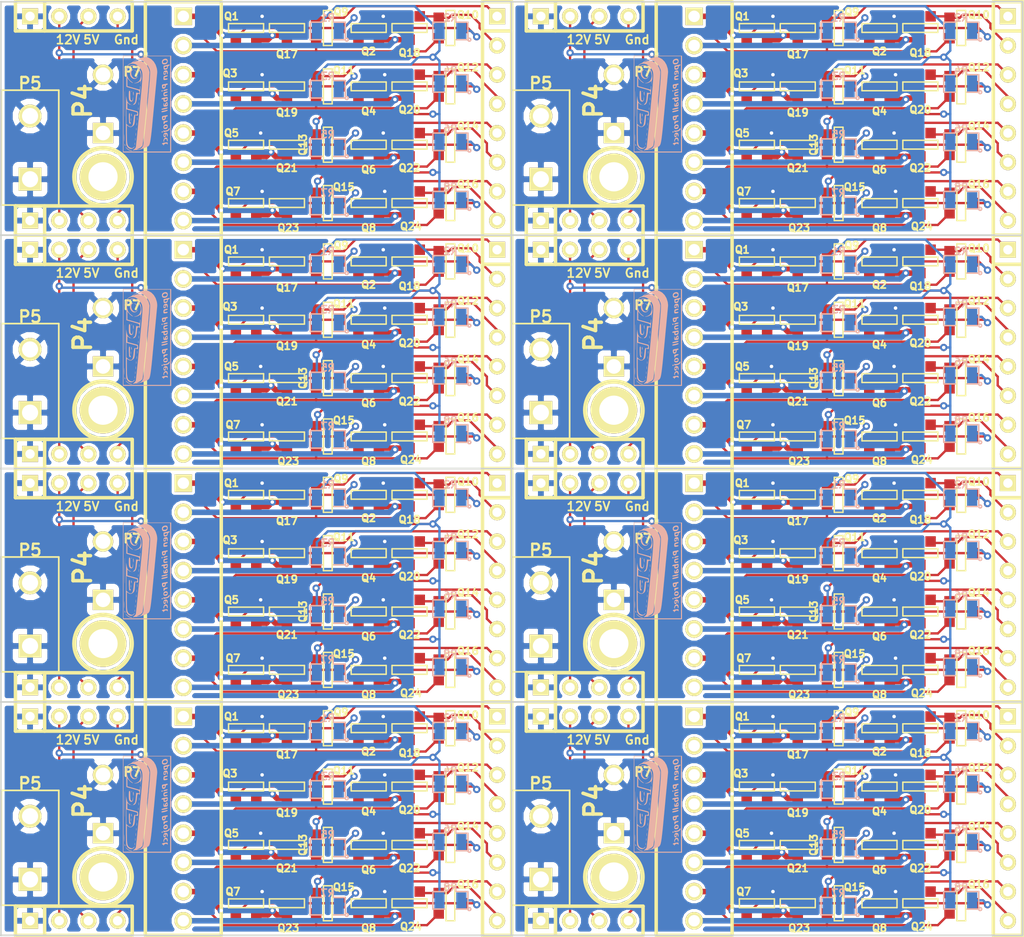
<source format=kicad_pcb>
(kicad_pcb (version 3) (host pcbnew "(2013-07-07 BZR 4022)-stable")
  (title_block (title "Incandescent Driver (Gen 2)") (rev -) (company "Open Pinball Project"))
  (layers (15 F.Cu signal) (0 B.Cu signal) (18 B.Paste user) (19 F.Paste user) (20 B.SilkS user) (21 F.SilkS user) (22 B.Mask user) (23 F.Mask user) (28 Edge.Cuts user))
  (net 0 "")
  (net 1 +12V1)
  (net 2 +5V)
  (net 3 +VLED)
  (net 4 /P0)
  (net 5 /P1)
  (net 6 /P2)
  (net 7 /P3)
  (net 8 /P4)
  (net 9 /P5)
  (net 10 /P6)
  (net 11 /P7)
  (net 12 GND)
  (net 13 N-0000010)
  (net 14 N-0000011)
  (net 15 N-0000013)
  (net 16 N-0000014)
  (net 17 N-0000016)
  (net 18 N-000002)
  (net 19 N-0000022)
  (net 20 N-0000023)
  (net 21 N-0000024)
  (net 22 N-0000026)
  (net 23 N-0000027)
  (net 24 N-0000028)
  (net 25 N-0000029)
  (net 26 N-000007)
  (net 27 N-000008)
  (net 28 N-000009)
  (module 00_sot23gds (layer F.Cu) (at 168.402 110.236)
    (fp_text reference Q17 (at 0 2.286) (layer F.SilkS) (effects (font (size 0.635 0.635) (thickness 0.1524))))
    (fp_text value MOSFET_N hide)
    (pad S smd rect (at -0.889 -1.016) (size 0.9144 0.9144) (layers F.Cu F.Paste F.Mask) (net 3 +VLED))
    (pad G smd rect (at 0.889 -1.016) (size 0.9144 0.9144) (layers F.Cu F.Paste F.Mask) (net 4 /P0))
    (pad D smd rect (at 0 1.016) (size 0.9144 0.9144) (layers F.Cu F.Paste F.Mask) (net 19 N-0000022))
  )
  (module opp_logo_backsilk (layer F.Cu) (at 156.21 116.84 90)
    (fp_text reference VAL hide)
    (fp_text value REF hide)
  )
  (module 00_sm0805 (layer B.Cu) (at 182.626 125.222 180)
    (fp_text reference R8 (at 0 1.143 180) (layer B.SilkS) (effects (font (size 0.635 0.635) (thickness 0.127)) (justify mirror)))
    (fp_text value 10K hide)
    (pad 1 smd rect (at -0.9525 0 180) (size 0.889 1.397) (layers B.Cu B.Paste B.Mask) (net 22 N-0000026))
    (pad 2 smd rect (at 0.9525 0 180) (size 0.889 1.397) (layers B.Cu B.Paste B.Mask) (net 1 +12V1))
  )
  (module 00_sm0805 (layer B.Cu) (at 171.958 125.73 180)
    (fp_text reference R7 (at 0 1.143 180) (layer B.SilkS) (effects (font (size 0.635 0.635) (thickness 0.127)) (justify mirror)))
    (fp_text value 10K hide)
    (pad 1 smd rect (at -0.9525 0 180) (size 0.889 1.397) (layers B.Cu B.Paste B.Mask) (net 15 N-0000013))
    (pad 2 smd rect (at 0.9525 0 180) (size 0.889 1.397) (layers B.Cu B.Paste B.Mask) (net 1 +12V1))
  )
  (module 00_sm0805 (layer B.Cu) (at 182.626 120.142 180)
    (fp_text reference R6 (at 0 1.143 180) (layer B.SilkS) (effects (font (size 0.635 0.635) (thickness 0.127)) (justify mirror)))
    (fp_text value 10K hide)
    (pad 1 smd rect (at -0.9525 0 180) (size 0.889 1.397) (layers B.Cu B.Paste B.Mask) (net 23 N-0000027))
    (pad 2 smd rect (at 0.9525 0 180) (size 0.889 1.397) (layers B.Cu B.Paste B.Mask) (net 1 +12V1))
  )
  (module 00_sm0805 (layer B.Cu) (at 171.958 120.65 180)
    (fp_text reference R5 (at 0 1.143 180) (layer B.SilkS) (effects (font (size 0.635 0.635) (thickness 0.127)) (justify mirror)))
    (fp_text value 10K hide)
    (pad 1 smd rect (at -0.9525 0 180) (size 0.889 1.397) (layers B.Cu B.Paste B.Mask) (net 16 N-0000014))
    (pad 2 smd rect (at 0.9525 0 180) (size 0.889 1.397) (layers B.Cu B.Paste B.Mask) (net 1 +12V1))
  )
  (module 00_sm0805 (layer B.Cu) (at 182.626 115.062 180)
    (fp_text reference R4 (at 0 1.143 180) (layer B.SilkS) (effects (font (size 0.635 0.635) (thickness 0.127)) (justify mirror)))
    (fp_text value 10K hide)
    (pad 1 smd rect (at -0.9525 0 180) (size 0.889 1.397) (layers B.Cu B.Paste B.Mask) (net 24 N-0000028))
    (pad 2 smd rect (at 0.9525 0 180) (size 0.889 1.397) (layers B.Cu B.Paste B.Mask) (net 1 +12V1))
  )
  (module 00_sm0805 (layer B.Cu) (at 171.958 115.57 180)
    (fp_text reference R3 (at 0 1.143 180) (layer B.SilkS) (effects (font (size 0.635 0.635) (thickness 0.127)) (justify mirror)))
    (fp_text value 10K hide)
    (pad 1 smd rect (at -0.9525 0 180) (size 0.889 1.397) (layers B.Cu B.Paste B.Mask) (net 25 N-0000029))
    (pad 2 smd rect (at 0.9525 0 180) (size 0.889 1.397) (layers B.Cu B.Paste B.Mask) (net 1 +12V1))
  )
  (module 00_sm0805 (layer B.Cu) (at 182.626 110.49 180)
    (fp_text reference R2 (at 0 1.143 180) (layer B.SilkS) (effects (font (size 0.635 0.635) (thickness 0.127)) (justify mirror)))
    (fp_text value 10K hide)
    (pad 1 smd rect (at -0.9525 0 180) (size 0.889 1.397) (layers B.Cu B.Paste B.Mask) (net 18 N-000002))
    (pad 2 smd rect (at 0.9525 0 180) (size 0.889 1.397) (layers B.Cu B.Paste B.Mask) (net 1 +12V1))
  )
  (module 00_sm0805 (layer B.Cu) (at 171.958 110.49 180)
    (fp_text reference R1 (at 0 1.143 180) (layer B.SilkS) (effects (font (size 0.635 0.635) (thickness 0.127)) (justify mirror)))
    (fp_text value 10K hide)
    (pad 1 smd rect (at -0.9525 0 180) (size 0.889 1.397) (layers B.Cu B.Paste B.Mask) (net 20 N-0000023))
    (pad 2 smd rect (at 0.9525 0 180) (size 0.889 1.397) (layers B.Cu B.Paste B.Mask) (net 1 +12V1))
  )
  (module SIL-8 (layer F.Cu) (at 186.69 118.11 270)
    (fp_text reference P2 hide)
    (fp_text value CONN_8 hide)
    (pad 1 thru_hole rect (at -8.89 0 270) (size 1.397 1.397) (drill 0.8128) (layers *.Cu *.Mask F.SilkS) (net 4 /P0))
    (pad 2 thru_hole circle (at -6.35 0 270) (size 1.397 1.397) (drill 0.8128) (layers *.Cu *.Mask F.SilkS) (net 5 /P1))
    (pad 3 thru_hole circle (at -3.81 0 270) (size 1.397 1.397) (drill 0.8128) (layers *.Cu *.Mask F.SilkS) (net 6 /P2))
    (pad 4 thru_hole circle (at -1.27 0 270) (size 1.397 1.397) (drill 0.8128) (layers *.Cu *.Mask F.SilkS) (net 7 /P3))
    (pad 5 thru_hole circle (at 1.27 0 270) (size 1.397 1.397) (drill 0.8128) (layers *.Cu *.Mask F.SilkS) (net 8 /P4))
    (pad 6 thru_hole circle (at 3.81 0 270) (size 1.397 1.397) (drill 0.8128) (layers *.Cu *.Mask F.SilkS) (net 9 /P5))
    (pad 7 thru_hole circle (at 6.35 0 270) (size 1.397 1.397) (drill 0.8128) (layers *.Cu *.Mask F.SilkS) (net 10 /P6))
    (pad 8 thru_hole circle (at 8.89 0 270) (size 1.397 1.397) (drill 0.8128) (layers *.Cu *.Mask F.SilkS) (net 11 /P7))
  )
  (module SIL-4 (layer F.Cu) (at 149.86 109.22)
    (fp_text reference P1 hide)
    (fp_text value CONN_4 hide)
    (pad 1 thru_hole rect (at -3.81 0) (size 1.397 1.397) (drill 0.8128) (layers *.Cu *.Mask F.SilkS) (net 3 +VLED))
    (pad 2 thru_hole circle (at -1.27 0) (size 1.397 1.397) (drill 0.8128) (layers *.Cu *.Mask F.SilkS) (net 1 +12V1))
    (pad 3 thru_hole circle (at 1.27 0) (size 1.397 1.397) (drill 0.8128) (layers *.Cu *.Mask F.SilkS) (net 2 +5V))
    (pad 4 thru_hole circle (at 3.81 0) (size 1.397 1.397) (drill 0.8128) (layers *.Cu *.Mask F.SilkS) (net 12 GND))
  )
  (module SIL-4 (layer F.Cu) (at 149.86 127)
    (fp_text reference P3 hide)
    (fp_text value CONN_4 hide)
    (pad 1 thru_hole rect (at -3.81 0) (size 1.397 1.397) (drill 0.8128) (layers *.Cu *.Mask F.SilkS) (net 3 +VLED))
    (pad 2 thru_hole circle (at -1.27 0) (size 1.397 1.397) (drill 0.8128) (layers *.Cu *.Mask F.SilkS) (net 1 +12V1))
    (pad 3 thru_hole circle (at 1.27 0) (size 1.397 1.397) (drill 0.8128) (layers *.Cu *.Mask F.SilkS) (net 2 +5V))
    (pad 4 thru_hole circle (at 3.81 0) (size 1.397 1.397) (drill 0.8128) (layers *.Cu *.Mask F.SilkS) (net 12 GND))
  )
  (module 00_th1x8x100-lock (layer F.Cu) (at 159.385 118.11 270)
    (fp_text reference P7 (at -4.064 4.445 360) (layer F.SilkS) (effects (font (size 0.762 0.762) (thickness 0.1905))))
    (fp_text value CONN_8 hide)
    (pad 1 thru_hole rect (at -8.89 0 270) (size 1.524 1.524) (drill 1.00076) (layers *.Cu *.Mask F.SilkS) (net 19 N-0000022))
    (pad 2 thru_hole circle (at -6.35 0 270) (size 1.524 1.524) (drill 1.00076) (layers *.Cu *.Mask F.SilkS) (net 17 N-0000016))
    (pad 3 thru_hole circle (at -3.81 0 270) (size 1.524 1.524) (drill 1.00076) (layers *.Cu *.Mask F.SilkS) (net 21 N-0000024))
    (pad 4 thru_hole circle (at -1.27 0 270) (size 1.524 1.524) (drill 1.00076) (layers *.Cu *.Mask F.SilkS) (net 14 N-0000011))
    (pad 5 thru_hole circle (at 1.27 0 270) (size 1.524 1.524) (drill 1.00076) (layers *.Cu *.Mask F.SilkS) (net 13 N-0000010))
    (pad 6 thru_hole circle (at 3.81 0 270) (size 1.524 1.524) (drill 1.00076) (layers *.Cu *.Mask F.SilkS) (net 28 N-000009))
    (pad 7 thru_hole circle (at 6.35 0 270) (size 1.524 1.524) (drill 1.00076) (layers *.Cu *.Mask F.SilkS) (net 27 N-000008))
    (pad 8 thru_hole circle (at 8.89 0 270) (size 1.524 1.524) (drill 1.00076) (layers *.Cu *.Mask F.SilkS) (net 26 N-000007))
  )
  (module 00_th1x2x4.2mm_nopeg (layer F.Cu) (at 146.05 120.65)
    (fp_text reference P5 (at 0 -5.6007) (layer F.SilkS) (effects (font (size 1.016 1.016) (thickness 0.2032))))
    (fp_text value CONN_2 hide)
    (pad 1 thru_hole rect (at 0 2.75082) (size 1.99898 1.99898) (drill 1.39954) (layers *.Cu *.Mask F.SilkS) (net 3 +VLED))
    (pad 2 thru_hole circle (at 0 -2.75082) (size 1.99898 1.99898) (drill 1.39954) (layers *.Cu *.Mask F.SilkS) (net 3 +VLED))
  )
  (module 00_th1x2x200 (layer F.Cu) (at 152.4 116.84 90)
    (fp_text reference P4 (at 0.254 -1.778 90) (layer F.SilkS) (effects (font (size 1.524 1.524) (thickness 0.3048))))
    (fp_text value SPADE_187 hide)
    (pad 1 thru_hole rect (at -2.54 0 90) (size 1.778 1.778) (drill 1.27) (layers *.Cu *.Mask F.SilkS) (net 3 +VLED))
    (pad 2 thru_hole circle (at 2.54 0 90) (size 1.778 1.778) (drill 1.27) (layers *.Cu *.Mask F.SilkS) (net 3 +VLED))
  )
  (module 00_mtg_hole-2-56 (layer F.Cu) (at 152.4 123.19)
    (fp_text reference P6 hide)
    (fp_text value TST hide)
    (pad 1 thru_hole circle (at 0 0) (size 4.064 4.064) (drill 2.54) (layers *.Cu *.Mask F.SilkS))
  )
  (module 00_sot23gds (layer F.Cu) (at 182.626 125.476 90)
    (fp_text reference Q16 (at 1.651 1.524 180) (layer F.SilkS) (effects (font (size 0.635 0.635) (thickness 0.1524))))
    (fp_text value MOSFET_N hide)
    (pad S smd rect (at -0.889 -1.016 90) (size 0.9144 0.9144) (layers F.Cu F.Paste F.Mask) (net 12 GND))
    (pad G smd rect (at 0.889 -1.016 90) (size 0.9144 0.9144) (layers F.Cu F.Paste F.Mask) (net 11 /P7))
    (pad D smd rect (at 0 1.016 90) (size 0.9144 0.9144) (layers F.Cu F.Paste F.Mask) (net 22 N-0000026))
  )
  (module 00_sot23gds (layer F.Cu) (at 171.958 125.476 90)
    (fp_text reference Q15 (at 1.397 1.397 180) (layer F.SilkS) (effects (font (size 0.635 0.635) (thickness 0.1524))))
    (fp_text value MOSFET_N hide)
    (pad S smd rect (at -0.889 -1.016 90) (size 0.9144 0.9144) (layers F.Cu F.Paste F.Mask) (net 12 GND))
    (pad G smd rect (at 0.889 -1.016 90) (size 0.9144 0.9144) (layers F.Cu F.Paste F.Mask) (net 10 /P6))
    (pad D smd rect (at 0 1.016 90) (size 0.9144 0.9144) (layers F.Cu F.Paste F.Mask) (net 15 N-0000013))
  )
  (module 00_sot23gds (layer F.Cu) (at 182.626 120.396 90)
    (fp_text reference Q14 (at 1.651 1.524 180) (layer F.SilkS) (effects (font (size 0.635 0.635) (thickness 0.1524))))
    (fp_text value MOSFET_N hide)
    (pad S smd rect (at -0.889 -1.016 90) (size 0.9144 0.9144) (layers F.Cu F.Paste F.Mask) (net 12 GND))
    (pad G smd rect (at 0.889 -1.016 90) (size 0.9144 0.9144) (layers F.Cu F.Paste F.Mask) (net 9 /P5))
    (pad D smd rect (at 0 1.016 90) (size 0.9144 0.9144) (layers F.Cu F.Paste F.Mask) (net 23 N-0000027))
  )
  (module 00_sot23gds (layer F.Cu) (at 171.958 120.396 90)
    (fp_text reference Q13 (at 0 -2.159 90) (layer F.SilkS) (effects (font (size 0.635 0.635) (thickness 0.1524))))
    (fp_text value MOSFET_N hide)
    (pad S smd rect (at -0.889 -1.016 90) (size 0.9144 0.9144) (layers F.Cu F.Paste F.Mask) (net 12 GND))
    (pad G smd rect (at 0.889 -1.016 90) (size 0.9144 0.9144) (layers F.Cu F.Paste F.Mask) (net 8 /P4))
    (pad D smd rect (at 0 1.016 90) (size 0.9144 0.9144) (layers F.Cu F.Paste F.Mask) (net 16 N-0000014))
  )
  (module 00_sot23gds (layer F.Cu) (at 182.626 115.316 90)
    (fp_text reference Q12 (at 1.651 1.524 180) (layer F.SilkS) (effects (font (size 0.635 0.635) (thickness 0.1524))))
    (fp_text value MOSFET_N hide)
    (pad S smd rect (at -0.889 -1.016 90) (size 0.9144 0.9144) (layers F.Cu F.Paste F.Mask) (net 12 GND))
    (pad G smd rect (at 0.889 -1.016 90) (size 0.9144 0.9144) (layers F.Cu F.Paste F.Mask) (net 7 /P3))
    (pad D smd rect (at 0 1.016 90) (size 0.9144 0.9144) (layers F.Cu F.Paste F.Mask) (net 24 N-0000028))
  )
  (module 00_sot23gds (layer F.Cu) (at 171.958 115.316 90)
    (fp_text reference Q11 (at 1.397 1.397 180) (layer F.SilkS) (effects (font (size 0.635 0.635) (thickness 0.1524))))
    (fp_text value MOSFET_N hide)
    (pad S smd rect (at -0.889 -1.016 90) (size 0.9144 0.9144) (layers F.Cu F.Paste F.Mask) (net 12 GND))
    (pad G smd rect (at 0.889 -1.016 90) (size 0.9144 0.9144) (layers F.Cu F.Paste F.Mask) (net 6 /P2))
    (pad D smd rect (at 0 1.016 90) (size 0.9144 0.9144) (layers F.Cu F.Paste F.Mask) (net 25 N-0000029))
  )
  (module 00_sot23gds (layer F.Cu) (at 182.626 110.236 90)
    (fp_text reference Q10 (at 1.143 1.524 180) (layer F.SilkS) (effects (font (size 0.635 0.635) (thickness 0.1524))))
    (fp_text value MOSFET_N hide)
    (pad S smd rect (at -0.889 -1.016 90) (size 0.9144 0.9144) (layers F.Cu F.Paste F.Mask) (net 12 GND))
    (pad G smd rect (at 0.889 -1.016 90) (size 0.9144 0.9144) (layers F.Cu F.Paste F.Mask) (net 5 /P1))
    (pad D smd rect (at 0 1.016 90) (size 0.9144 0.9144) (layers F.Cu F.Paste F.Mask) (net 18 N-000002))
  )
  (module 00_sot23gds (layer F.Cu) (at 171.958 110.236 90)
    (fp_text reference Q9 (at 1.397 1.143 180) (layer F.SilkS) (effects (font (size 0.635 0.635) (thickness 0.1524))))
    (fp_text value MOSFET_N hide)
    (pad S smd rect (at -0.889 -1.016 90) (size 0.9144 0.9144) (layers F.Cu F.Paste F.Mask) (net 12 GND))
    (pad G smd rect (at 0.889 -1.016 90) (size 0.9144 0.9144) (layers F.Cu F.Paste F.Mask) (net 4 /P0))
    (pad D smd rect (at 0 1.016 90) (size 0.9144 0.9144) (layers F.Cu F.Paste F.Mask) (net 20 N-0000023))
  )
  (module 00_sot23gds (layer F.Cu) (at 179.07 125.476)
    (fp_text reference Q24 (at 0.127 2.032) (layer F.SilkS) (effects (font (size 0.635 0.635) (thickness 0.1524))))
    (fp_text value MOSFET_N hide)
    (pad S smd rect (at -0.889 -1.016) (size 0.9144 0.9144) (layers F.Cu F.Paste F.Mask) (net 3 +VLED))
    (pad G smd rect (at 0.889 -1.016) (size 0.9144 0.9144) (layers F.Cu F.Paste F.Mask) (net 11 /P7))
    (pad D smd rect (at 0 1.016) (size 0.9144 0.9144) (layers F.Cu F.Paste F.Mask) (net 26 N-000007))
  )
  (module 00_sot23gds (layer F.Cu) (at 168.402 125.476)
    (fp_text reference Q23 (at 0.127 2.159) (layer F.SilkS) (effects (font (size 0.635 0.635) (thickness 0.1524))))
    (fp_text value MOSFET_N hide)
    (pad S smd rect (at -0.889 -1.016) (size 0.9144 0.9144) (layers F.Cu F.Paste F.Mask) (net 3 +VLED))
    (pad G smd rect (at 0.889 -1.016) (size 0.9144 0.9144) (layers F.Cu F.Paste F.Mask) (net 10 /P6))
    (pad D smd rect (at 0 1.016) (size 0.9144 0.9144) (layers F.Cu F.Paste F.Mask) (net 27 N-000008))
  )
  (module 00_sot23gds (layer F.Cu) (at 179.07 120.396)
    (fp_text reference Q22 (at 0 2.032) (layer F.SilkS) (effects (font (size 0.635 0.635) (thickness 0.1524))))
    (fp_text value MOSFET_N hide)
    (pad S smd rect (at -0.889 -1.016) (size 0.9144 0.9144) (layers F.Cu F.Paste F.Mask) (net 3 +VLED))
    (pad G smd rect (at 0.889 -1.016) (size 0.9144 0.9144) (layers F.Cu F.Paste F.Mask) (net 9 /P5))
    (pad D smd rect (at 0 1.016) (size 0.9144 0.9144) (layers F.Cu F.Paste F.Mask) (net 28 N-000009))
  )
  (module 00_sot23gds (layer F.Cu) (at 168.402 120.396)
    (fp_text reference Q21 (at 0 2.032) (layer F.SilkS) (effects (font (size 0.635 0.635) (thickness 0.1524))))
    (fp_text value MOSFET_N hide)
    (pad S smd rect (at -0.889 -1.016) (size 0.9144 0.9144) (layers F.Cu F.Paste F.Mask) (net 3 +VLED))
    (pad G smd rect (at 0.889 -1.016) (size 0.9144 0.9144) (layers F.Cu F.Paste F.Mask) (net 8 /P4))
    (pad D smd rect (at 0 1.016) (size 0.9144 0.9144) (layers F.Cu F.Paste F.Mask) (net 13 N-0000010))
  )
  (module 00_sot23gds (layer F.Cu) (at 179.07 115.316)
    (fp_text reference Q20 (at 0 2.032) (layer F.SilkS) (effects (font (size 0.635 0.635) (thickness 0.1524))))
    (fp_text value MOSFET_N hide)
    (pad S smd rect (at -0.889 -1.016) (size 0.9144 0.9144) (layers F.Cu F.Paste F.Mask) (net 3 +VLED))
    (pad G smd rect (at 0.889 -1.016) (size 0.9144 0.9144) (layers F.Cu F.Paste F.Mask) (net 7 /P3))
    (pad D smd rect (at 0 1.016) (size 0.9144 0.9144) (layers F.Cu F.Paste F.Mask) (net 14 N-0000011))
  )
  (module 00_sot23gds (layer F.Cu) (at 168.402 115.316)
    (fp_text reference Q19 (at 0 2.286) (layer F.SilkS) (effects (font (size 0.635 0.635) (thickness 0.1524))))
    (fp_text value MOSFET_N hide)
    (pad S smd rect (at -0.889 -1.016) (size 0.9144 0.9144) (layers F.Cu F.Paste F.Mask) (net 3 +VLED))
    (pad G smd rect (at 0.889 -1.016) (size 0.9144 0.9144) (layers F.Cu F.Paste F.Mask) (net 6 /P2))
    (pad D smd rect (at 0 1.016) (size 0.9144 0.9144) (layers F.Cu F.Paste F.Mask) (net 21 N-0000024))
  )
  (module 00_sot23gds (layer F.Cu) (at 179.07 110.236)
    (fp_text reference Q18 (at 0 2.159) (layer F.SilkS) (effects (font (size 0.635 0.635) (thickness 0.1524))))
    (fp_text value MOSFET_N hide)
    (pad S smd rect (at -0.889 -1.016) (size 0.9144 0.9144) (layers F.Cu F.Paste F.Mask) (net 3 +VLED))
    (pad G smd rect (at 0.889 -1.016) (size 0.9144 0.9144) (layers F.Cu F.Paste F.Mask) (net 5 /P1))
    (pad D smd rect (at 0 1.016) (size 0.9144 0.9144) (layers F.Cu F.Paste F.Mask) (net 17 N-0000016))
  )
  (module 00_sot23gds (layer F.Cu) (at 164.846 110.236 180)
    (fp_text reference Q1 (at 1.27 1.016 180) (layer F.SilkS) (effects (font (size 0.635 0.635) (thickness 0.1524))))
    (fp_text value MOSFET_N hide)
    (pad S smd rect (at -0.889 -1.016 180) (size 0.9144 0.9144) (layers F.Cu F.Paste F.Mask) (net 19 N-0000022))
    (pad G smd rect (at 0.889 -1.016 180) (size 0.9144 0.9144) (layers F.Cu F.Paste F.Mask) (net 20 N-0000023))
    (pad D smd rect (at 0 1.016 180) (size 0.9144 0.9144) (layers F.Cu F.Paste F.Mask) (net 3 +VLED))
  )
  (module 00_sot23gds (layer F.Cu) (at 175.514 125.476 180)
    (fp_text reference Q8 (at 0 -2.159 180) (layer F.SilkS) (effects (font (size 0.635 0.635) (thickness 0.1524))))
    (fp_text value MOSFET_N hide)
    (pad S smd rect (at -0.889 -1.016 180) (size 0.9144 0.9144) (layers F.Cu F.Paste F.Mask) (net 26 N-000007))
    (pad G smd rect (at 0.889 -1.016 180) (size 0.9144 0.9144) (layers F.Cu F.Paste F.Mask) (net 22 N-0000026))
    (pad D smd rect (at 0 1.016 180) (size 0.9144 0.9144) (layers F.Cu F.Paste F.Mask) (net 3 +VLED))
  )
  (module 00_sot23gds (layer F.Cu) (at 164.846 125.476 180)
    (fp_text reference Q7 (at 1.143 1.016 180) (layer F.SilkS) (effects (font (size 0.635 0.635) (thickness 0.1524))))
    (fp_text value MOSFET_N hide)
    (pad S smd rect (at -0.889 -1.016 180) (size 0.9144 0.9144) (layers F.Cu F.Paste F.Mask) (net 27 N-000008))
    (pad G smd rect (at 0.889 -1.016 180) (size 0.9144 0.9144) (layers F.Cu F.Paste F.Mask) (net 15 N-0000013))
    (pad D smd rect (at 0 1.016 180) (size 0.9144 0.9144) (layers F.Cu F.Paste F.Mask) (net 3 +VLED))
  )
  (module 00_sot23gds (layer F.Cu) (at 175.514 120.396 180)
    (fp_text reference Q6 (at 0 -2.159 180) (layer F.SilkS) (effects (font (size 0.635 0.635) (thickness 0.1524))))
    (fp_text value MOSFET_N hide)
    (pad S smd rect (at -0.889 -1.016 180) (size 0.9144 0.9144) (layers F.Cu F.Paste F.Mask) (net 28 N-000009))
    (pad G smd rect (at 0.889 -1.016 180) (size 0.9144 0.9144) (layers F.Cu F.Paste F.Mask) (net 23 N-0000027))
    (pad D smd rect (at 0 1.016 180) (size 0.9144 0.9144) (layers F.Cu F.Paste F.Mask) (net 3 +VLED))
  )
  (module 00_sot23gds (layer F.Cu) (at 164.846 120.396 180)
    (fp_text reference Q5 (at 1.27 1.016 180) (layer F.SilkS) (effects (font (size 0.635 0.635) (thickness 0.1524))))
    (fp_text value MOSFET_N hide)
    (pad S smd rect (at -0.889 -1.016 180) (size 0.9144 0.9144) (layers F.Cu F.Paste F.Mask) (net 13 N-0000010))
    (pad G smd rect (at 0.889 -1.016 180) (size 0.9144 0.9144) (layers F.Cu F.Paste F.Mask) (net 16 N-0000014))
    (pad D smd rect (at 0 1.016 180) (size 0.9144 0.9144) (layers F.Cu F.Paste F.Mask) (net 3 +VLED))
  )
  (module 00_sot23gds (layer F.Cu) (at 175.514 115.316 180)
    (fp_text reference Q4 (at 0 -2.159 180) (layer F.SilkS) (effects (font (size 0.635 0.635) (thickness 0.1524))))
    (fp_text value MOSFET_N hide)
    (pad S smd rect (at -0.889 -1.016 180) (size 0.9144 0.9144) (layers F.Cu F.Paste F.Mask) (net 14 N-0000011))
    (pad G smd rect (at 0.889 -1.016 180) (size 0.9144 0.9144) (layers F.Cu F.Paste F.Mask) (net 24 N-0000028))
    (pad D smd rect (at 0 1.016 180) (size 0.9144 0.9144) (layers F.Cu F.Paste F.Mask) (net 3 +VLED))
  )
  (module 00_sot23gds (layer F.Cu) (at 164.846 115.316 180)
    (fp_text reference Q3 (at 1.397 1.143 180) (layer F.SilkS) (effects (font (size 0.635 0.635) (thickness 0.1524))))
    (fp_text value MOSFET_N hide)
    (pad S smd rect (at -0.889 -1.016 180) (size 0.9144 0.9144) (layers F.Cu F.Paste F.Mask) (net 21 N-0000024))
    (pad G smd rect (at 0.889 -1.016 180) (size 0.9144 0.9144) (layers F.Cu F.Paste F.Mask) (net 25 N-0000029))
    (pad D smd rect (at 0 1.016 180) (size 0.9144 0.9144) (layers F.Cu F.Paste F.Mask) (net 3 +VLED))
  )
  (module 00_sot23gds (layer F.Cu) (at 175.514 110.236 180)
    (fp_text reference Q2 (at 0 -2.032 180) (layer F.SilkS) (effects (font (size 0.635 0.635) (thickness 0.1524))))
    (fp_text value MOSFET_N hide)
    (pad S smd rect (at -0.889 -1.016 180) (size 0.9144 0.9144) (layers F.Cu F.Paste F.Mask) (net 17 N-0000016))
    (pad G smd rect (at 0.889 -1.016 180) (size 0.9144 0.9144) (layers F.Cu F.Paste F.Mask) (net 18 N-000002))
    (pad D smd rect (at 0 1.016 180) (size 0.9144 0.9144) (layers F.Cu F.Paste F.Mask) (net 3 +VLED))
  )
  (module 00_sot23gds (layer F.Cu) (at 123.952 130.556)
    (fp_text reference Q17 (at 0 2.286) (layer F.SilkS) (effects (font (size 0.635 0.635) (thickness 0.1524))))
    (fp_text value MOSFET_N hide)
    (pad S smd rect (at -0.889 -1.016) (size 0.9144 0.9144) (layers F.Cu F.Paste F.Mask) (net 3 +VLED))
    (pad G smd rect (at 0.889 -1.016) (size 0.9144 0.9144) (layers F.Cu F.Paste F.Mask) (net 4 /P0))
    (pad D smd rect (at 0 1.016) (size 0.9144 0.9144) (layers F.Cu F.Paste F.Mask) (net 19 N-0000022))
  )
  (module opp_logo_backsilk (layer F.Cu) (at 111.76 137.16 90)
    (fp_text reference VAL hide)
    (fp_text value REF hide)
  )
  (module 00_sm0805 (layer B.Cu) (at 138.176 145.542 180)
    (fp_text reference R8 (at 0 1.143 180) (layer B.SilkS) (effects (font (size 0.635 0.635) (thickness 0.127)) (justify mirror)))
    (fp_text value 10K hide)
    (pad 1 smd rect (at -0.9525 0 180) (size 0.889 1.397) (layers B.Cu B.Paste B.Mask) (net 22 N-0000026))
    (pad 2 smd rect (at 0.9525 0 180) (size 0.889 1.397) (layers B.Cu B.Paste B.Mask) (net 1 +12V1))
  )
  (module 00_sm0805 (layer B.Cu) (at 127.508 146.05 180)
    (fp_text reference R7 (at 0 1.143 180) (layer B.SilkS) (effects (font (size 0.635 0.635) (thickness 0.127)) (justify mirror)))
    (fp_text value 10K hide)
    (pad 1 smd rect (at -0.9525 0 180) (size 0.889 1.397) (layers B.Cu B.Paste B.Mask) (net 15 N-0000013))
    (pad 2 smd rect (at 0.9525 0 180) (size 0.889 1.397) (layers B.Cu B.Paste B.Mask) (net 1 +12V1))
  )
  (module 00_sm0805 (layer B.Cu) (at 138.176 140.462 180)
    (fp_text reference R6 (at 0 1.143 180) (layer B.SilkS) (effects (font (size 0.635 0.635) (thickness 0.127)) (justify mirror)))
    (fp_text value 10K hide)
    (pad 1 smd rect (at -0.9525 0 180) (size 0.889 1.397) (layers B.Cu B.Paste B.Mask) (net 23 N-0000027))
    (pad 2 smd rect (at 0.9525 0 180) (size 0.889 1.397) (layers B.Cu B.Paste B.Mask) (net 1 +12V1))
  )
  (module 00_sm0805 (layer B.Cu) (at 127.508 140.97 180)
    (fp_text reference R5 (at 0 1.143 180) (layer B.SilkS) (effects (font (size 0.635 0.635) (thickness 0.127)) (justify mirror)))
    (fp_text value 10K hide)
    (pad 1 smd rect (at -0.9525 0 180) (size 0.889 1.397) (layers B.Cu B.Paste B.Mask) (net 16 N-0000014))
    (pad 2 smd rect (at 0.9525 0 180) (size 0.889 1.397) (layers B.Cu B.Paste B.Mask) (net 1 +12V1))
  )
  (module 00_sm0805 (layer B.Cu) (at 138.176 135.382 180)
    (fp_text reference R4 (at 0 1.143 180) (layer B.SilkS) (effects (font (size 0.635 0.635) (thickness 0.127)) (justify mirror)))
    (fp_text value 10K hide)
    (pad 1 smd rect (at -0.9525 0 180) (size 0.889 1.397) (layers B.Cu B.Paste B.Mask) (net 24 N-0000028))
    (pad 2 smd rect (at 0.9525 0 180) (size 0.889 1.397) (layers B.Cu B.Paste B.Mask) (net 1 +12V1))
  )
  (module 00_sm0805 (layer B.Cu) (at 127.508 135.89 180)
    (fp_text reference R3 (at 0 1.143 180) (layer B.SilkS) (effects (font (size 0.635 0.635) (thickness 0.127)) (justify mirror)))
    (fp_text value 10K hide)
    (pad 1 smd rect (at -0.9525 0 180) (size 0.889 1.397) (layers B.Cu B.Paste B.Mask) (net 25 N-0000029))
    (pad 2 smd rect (at 0.9525 0 180) (size 0.889 1.397) (layers B.Cu B.Paste B.Mask) (net 1 +12V1))
  )
  (module 00_sm0805 (layer B.Cu) (at 138.176 130.81 180)
    (fp_text reference R2 (at 0 1.143 180) (layer B.SilkS) (effects (font (size 0.635 0.635) (thickness 0.127)) (justify mirror)))
    (fp_text value 10K hide)
    (pad 1 smd rect (at -0.9525 0 180) (size 0.889 1.397) (layers B.Cu B.Paste B.Mask) (net 18 N-000002))
    (pad 2 smd rect (at 0.9525 0 180) (size 0.889 1.397) (layers B.Cu B.Paste B.Mask) (net 1 +12V1))
  )
  (module 00_sm0805 (layer B.Cu) (at 127.508 130.81 180)
    (fp_text reference R1 (at 0 1.143 180) (layer B.SilkS) (effects (font (size 0.635 0.635) (thickness 0.127)) (justify mirror)))
    (fp_text value 10K hide)
    (pad 1 smd rect (at -0.9525 0 180) (size 0.889 1.397) (layers B.Cu B.Paste B.Mask) (net 20 N-0000023))
    (pad 2 smd rect (at 0.9525 0 180) (size 0.889 1.397) (layers B.Cu B.Paste B.Mask) (net 1 +12V1))
  )
  (module SIL-8 (layer F.Cu) (at 142.24 138.43 270)
    (fp_text reference P2 hide)
    (fp_text value CONN_8 hide)
    (pad 1 thru_hole rect (at -8.89 0 270) (size 1.397 1.397) (drill 0.8128) (layers *.Cu *.Mask F.SilkS) (net 4 /P0))
    (pad 2 thru_hole circle (at -6.35 0 270) (size 1.397 1.397) (drill 0.8128) (layers *.Cu *.Mask F.SilkS) (net 5 /P1))
    (pad 3 thru_hole circle (at -3.81 0 270) (size 1.397 1.397) (drill 0.8128) (layers *.Cu *.Mask F.SilkS) (net 6 /P2))
    (pad 4 thru_hole circle (at -1.27 0 270) (size 1.397 1.397) (drill 0.8128) (layers *.Cu *.Mask F.SilkS) (net 7 /P3))
    (pad 5 thru_hole circle (at 1.27 0 270) (size 1.397 1.397) (drill 0.8128) (layers *.Cu *.Mask F.SilkS) (net 8 /P4))
    (pad 6 thru_hole circle (at 3.81 0 270) (size 1.397 1.397) (drill 0.8128) (layers *.Cu *.Mask F.SilkS) (net 9 /P5))
    (pad 7 thru_hole circle (at 6.35 0 270) (size 1.397 1.397) (drill 0.8128) (layers *.Cu *.Mask F.SilkS) (net 10 /P6))
    (pad 8 thru_hole circle (at 8.89 0 270) (size 1.397 1.397) (drill 0.8128) (layers *.Cu *.Mask F.SilkS) (net 11 /P7))
  )
  (module SIL-4 (layer F.Cu) (at 105.41 129.54)
    (fp_text reference P1 hide)
    (fp_text value CONN_4 hide)
    (pad 1 thru_hole rect (at -3.81 0) (size 1.397 1.397) (drill 0.8128) (layers *.Cu *.Mask F.SilkS) (net 3 +VLED))
    (pad 2 thru_hole circle (at -1.27 0) (size 1.397 1.397) (drill 0.8128) (layers *.Cu *.Mask F.SilkS) (net 1 +12V1))
    (pad 3 thru_hole circle (at 1.27 0) (size 1.397 1.397) (drill 0.8128) (layers *.Cu *.Mask F.SilkS) (net 2 +5V))
    (pad 4 thru_hole circle (at 3.81 0) (size 1.397 1.397) (drill 0.8128) (layers *.Cu *.Mask F.SilkS) (net 12 GND))
  )
  (module SIL-4 (layer F.Cu) (at 105.41 147.32)
    (fp_text reference P3 hide)
    (fp_text value CONN_4 hide)
    (pad 1 thru_hole rect (at -3.81 0) (size 1.397 1.397) (drill 0.8128) (layers *.Cu *.Mask F.SilkS) (net 3 +VLED))
    (pad 2 thru_hole circle (at -1.27 0) (size 1.397 1.397) (drill 0.8128) (layers *.Cu *.Mask F.SilkS) (net 1 +12V1))
    (pad 3 thru_hole circle (at 1.27 0) (size 1.397 1.397) (drill 0.8128) (layers *.Cu *.Mask F.SilkS) (net 2 +5V))
    (pad 4 thru_hole circle (at 3.81 0) (size 1.397 1.397) (drill 0.8128) (layers *.Cu *.Mask F.SilkS) (net 12 GND))
  )
  (module 00_th1x8x100-lock (layer F.Cu) (at 114.935 138.43 270)
    (fp_text reference P7 (at -4.064 4.445 360) (layer F.SilkS) (effects (font (size 0.762 0.762) (thickness 0.1905))))
    (fp_text value CONN_8 hide)
    (pad 1 thru_hole rect (at -8.89 0 270) (size 1.524 1.524) (drill 1.00076) (layers *.Cu *.Mask F.SilkS) (net 19 N-0000022))
    (pad 2 thru_hole circle (at -6.35 0 270) (size 1.524 1.524) (drill 1.00076) (layers *.Cu *.Mask F.SilkS) (net 17 N-0000016))
    (pad 3 thru_hole circle (at -3.81 0 270) (size 1.524 1.524) (drill 1.00076) (layers *.Cu *.Mask F.SilkS) (net 21 N-0000024))
    (pad 4 thru_hole circle (at -1.27 0 270) (size 1.524 1.524) (drill 1.00076) (layers *.Cu *.Mask F.SilkS) (net 14 N-0000011))
    (pad 5 thru_hole circle (at 1.27 0 270) (size 1.524 1.524) (drill 1.00076) (layers *.Cu *.Mask F.SilkS) (net 13 N-0000010))
    (pad 6 thru_hole circle (at 3.81 0 270) (size 1.524 1.524) (drill 1.00076) (layers *.Cu *.Mask F.SilkS) (net 28 N-000009))
    (pad 7 thru_hole circle (at 6.35 0 270) (size 1.524 1.524) (drill 1.00076) (layers *.Cu *.Mask F.SilkS) (net 27 N-000008))
    (pad 8 thru_hole circle (at 8.89 0 270) (size 1.524 1.524) (drill 1.00076) (layers *.Cu *.Mask F.SilkS) (net 26 N-000007))
  )
  (module 00_th1x2x4.2mm_nopeg (layer F.Cu) (at 101.6 140.97)
    (fp_text reference P5 (at 0 -5.6007) (layer F.SilkS) (effects (font (size 1.016 1.016) (thickness 0.2032))))
    (fp_text value CONN_2 hide)
    (pad 1 thru_hole rect (at 0 2.75082) (size 1.99898 1.99898) (drill 1.39954) (layers *.Cu *.Mask F.SilkS) (net 3 +VLED))
    (pad 2 thru_hole circle (at 0 -2.75082) (size 1.99898 1.99898) (drill 1.39954) (layers *.Cu *.Mask F.SilkS) (net 3 +VLED))
  )
  (module 00_th1x2x200 (layer F.Cu) (at 107.95 137.16 90)
    (fp_text reference P4 (at 0.254 -1.778 90) (layer F.SilkS) (effects (font (size 1.524 1.524) (thickness 0.3048))))
    (fp_text value SPADE_187 hide)
    (pad 1 thru_hole rect (at -2.54 0 90) (size 1.778 1.778) (drill 1.27) (layers *.Cu *.Mask F.SilkS) (net 3 +VLED))
    (pad 2 thru_hole circle (at 2.54 0 90) (size 1.778 1.778) (drill 1.27) (layers *.Cu *.Mask F.SilkS) (net 3 +VLED))
  )
  (module 00_mtg_hole-2-56 (layer F.Cu) (at 107.95 143.51)
    (fp_text reference P6 hide)
    (fp_text value TST hide)
    (pad 1 thru_hole circle (at 0 0) (size 4.064 4.064) (drill 2.54) (layers *.Cu *.Mask F.SilkS))
  )
  (module 00_sot23gds (layer F.Cu) (at 138.176 145.796 90)
    (fp_text reference Q16 (at 1.651 1.524 180) (layer F.SilkS) (effects (font (size 0.635 0.635) (thickness 0.1524))))
    (fp_text value MOSFET_N hide)
    (pad S smd rect (at -0.889 -1.016 90) (size 0.9144 0.9144) (layers F.Cu F.Paste F.Mask) (net 12 GND))
    (pad G smd rect (at 0.889 -1.016 90) (size 0.9144 0.9144) (layers F.Cu F.Paste F.Mask) (net 11 /P7))
    (pad D smd rect (at 0 1.016 90) (size 0.9144 0.9144) (layers F.Cu F.Paste F.Mask) (net 22 N-0000026))
  )
  (module 00_sot23gds (layer F.Cu) (at 127.508 145.796 90)
    (fp_text reference Q15 (at 1.397 1.397 180) (layer F.SilkS) (effects (font (size 0.635 0.635) (thickness 0.1524))))
    (fp_text value MOSFET_N hide)
    (pad S smd rect (at -0.889 -1.016 90) (size 0.9144 0.9144) (layers F.Cu F.Paste F.Mask) (net 12 GND))
    (pad G smd rect (at 0.889 -1.016 90) (size 0.9144 0.9144) (layers F.Cu F.Paste F.Mask) (net 10 /P6))
    (pad D smd rect (at 0 1.016 90) (size 0.9144 0.9144) (layers F.Cu F.Paste F.Mask) (net 15 N-0000013))
  )
  (module 00_sot23gds (layer F.Cu) (at 138.176 140.716 90)
    (fp_text reference Q14 (at 1.651 1.524 180) (layer F.SilkS) (effects (font (size 0.635 0.635) (thickness 0.1524))))
    (fp_text value MOSFET_N hide)
    (pad S smd rect (at -0.889 -1.016 90) (size 0.9144 0.9144) (layers F.Cu F.Paste F.Mask) (net 12 GND))
    (pad G smd rect (at 0.889 -1.016 90) (size 0.9144 0.9144) (layers F.Cu F.Paste F.Mask) (net 9 /P5))
    (pad D smd rect (at 0 1.016 90) (size 0.9144 0.9144) (layers F.Cu F.Paste F.Mask) (net 23 N-0000027))
  )
  (module 00_sot23gds (layer F.Cu) (at 127.508 140.716 90)
    (fp_text reference Q13 (at 0 -2.159 90) (layer F.SilkS) (effects (font (size 0.635 0.635) (thickness 0.1524))))
    (fp_text value MOSFET_N hide)
    (pad S smd rect (at -0.889 -1.016 90) (size 0.9144 0.9144) (layers F.Cu F.Paste F.Mask) (net 12 GND))
    (pad G smd rect (at 0.889 -1.016 90) (size 0.9144 0.9144) (layers F.Cu F.Paste F.Mask) (net 8 /P4))
    (pad D smd rect (at 0 1.016 90) (size 0.9144 0.9144) (layers F.Cu F.Paste F.Mask) (net 16 N-0000014))
  )
  (module 00_sot23gds (layer F.Cu) (at 138.176 135.636 90)
    (fp_text reference Q12 (at 1.651 1.524 180) (layer F.SilkS) (effects (font (size 0.635 0.635) (thickness 0.1524))))
    (fp_text value MOSFET_N hide)
    (pad S smd rect (at -0.889 -1.016 90) (size 0.9144 0.9144) (layers F.Cu F.Paste F.Mask) (net 12 GND))
    (pad G smd rect (at 0.889 -1.016 90) (size 0.9144 0.9144) (layers F.Cu F.Paste F.Mask) (net 7 /P3))
    (pad D smd rect (at 0 1.016 90) (size 0.9144 0.9144) (layers F.Cu F.Paste F.Mask) (net 24 N-0000028))
  )
  (module 00_sot23gds (layer F.Cu) (at 127.508 135.636 90)
    (fp_text reference Q11 (at 1.397 1.397 180) (layer F.SilkS) (effects (font (size 0.635 0.635) (thickness 0.1524))))
    (fp_text value MOSFET_N hide)
    (pad S smd rect (at -0.889 -1.016 90) (size 0.9144 0.9144) (layers F.Cu F.Paste F.Mask) (net 12 GND))
    (pad G smd rect (at 0.889 -1.016 90) (size 0.9144 0.9144) (layers F.Cu F.Paste F.Mask) (net 6 /P2))
    (pad D smd rect (at 0 1.016 90) (size 0.9144 0.9144) (layers F.Cu F.Paste F.Mask) (net 25 N-0000029))
  )
  (module 00_sot23gds (layer F.Cu) (at 138.176 130.556 90)
    (fp_text reference Q10 (at 1.143 1.524 180) (layer F.SilkS) (effects (font (size 0.635 0.635) (thickness 0.1524))))
    (fp_text value MOSFET_N hide)
    (pad S smd rect (at -0.889 -1.016 90) (size 0.9144 0.9144) (layers F.Cu F.Paste F.Mask) (net 12 GND))
    (pad G smd rect (at 0.889 -1.016 90) (size 0.9144 0.9144) (layers F.Cu F.Paste F.Mask) (net 5 /P1))
    (pad D smd rect (at 0 1.016 90) (size 0.9144 0.9144) (layers F.Cu F.Paste F.Mask) (net 18 N-000002))
  )
  (module 00_sot23gds (layer F.Cu) (at 127.508 130.556 90)
    (fp_text reference Q9 (at 1.397 1.143 180) (layer F.SilkS) (effects (font (size 0.635 0.635) (thickness 0.1524))))
    (fp_text value MOSFET_N hide)
    (pad S smd rect (at -0.889 -1.016 90) (size 0.9144 0.9144) (layers F.Cu F.Paste F.Mask) (net 12 GND))
    (pad G smd rect (at 0.889 -1.016 90) (size 0.9144 0.9144) (layers F.Cu F.Paste F.Mask) (net 4 /P0))
    (pad D smd rect (at 0 1.016 90) (size 0.9144 0.9144) (layers F.Cu F.Paste F.Mask) (net 20 N-0000023))
  )
  (module 00_sot23gds (layer F.Cu) (at 134.62 145.796)
    (fp_text reference Q24 (at 0.127 2.032) (layer F.SilkS) (effects (font (size 0.635 0.635) (thickness 0.1524))))
    (fp_text value MOSFET_N hide)
    (pad S smd rect (at -0.889 -1.016) (size 0.9144 0.9144) (layers F.Cu F.Paste F.Mask) (net 3 +VLED))
    (pad G smd rect (at 0.889 -1.016) (size 0.9144 0.9144) (layers F.Cu F.Paste F.Mask) (net 11 /P7))
    (pad D smd rect (at 0 1.016) (size 0.9144 0.9144) (layers F.Cu F.Paste F.Mask) (net 26 N-000007))
  )
  (module 00_sot23gds (layer F.Cu) (at 123.952 145.796)
    (fp_text reference Q23 (at 0.127 2.159) (layer F.SilkS) (effects (font (size 0.635 0.635) (thickness 0.1524))))
    (fp_text value MOSFET_N hide)
    (pad S smd rect (at -0.889 -1.016) (size 0.9144 0.9144) (layers F.Cu F.Paste F.Mask) (net 3 +VLED))
    (pad G smd rect (at 0.889 -1.016) (size 0.9144 0.9144) (layers F.Cu F.Paste F.Mask) (net 10 /P6))
    (pad D smd rect (at 0 1.016) (size 0.9144 0.9144) (layers F.Cu F.Paste F.Mask) (net 27 N-000008))
  )
  (module 00_sot23gds (layer F.Cu) (at 134.62 140.716)
    (fp_text reference Q22 (at 0 2.032) (layer F.SilkS) (effects (font (size 0.635 0.635) (thickness 0.1524))))
    (fp_text value MOSFET_N hide)
    (pad S smd rect (at -0.889 -1.016) (size 0.9144 0.9144) (layers F.Cu F.Paste F.Mask) (net 3 +VLED))
    (pad G smd rect (at 0.889 -1.016) (size 0.9144 0.9144) (layers F.Cu F.Paste F.Mask) (net 9 /P5))
    (pad D smd rect (at 0 1.016) (size 0.9144 0.9144) (layers F.Cu F.Paste F.Mask) (net 28 N-000009))
  )
  (module 00_sot23gds (layer F.Cu) (at 123.952 140.716)
    (fp_text reference Q21 (at 0 2.032) (layer F.SilkS) (effects (font (size 0.635 0.635) (thickness 0.1524))))
    (fp_text value MOSFET_N hide)
    (pad S smd rect (at -0.889 -1.016) (size 0.9144 0.9144) (layers F.Cu F.Paste F.Mask) (net 3 +VLED))
    (pad G smd rect (at 0.889 -1.016) (size 0.9144 0.9144) (layers F.Cu F.Paste F.Mask) (net 8 /P4))
    (pad D smd rect (at 0 1.016) (size 0.9144 0.9144) (layers F.Cu F.Paste F.Mask) (net 13 N-0000010))
  )
  (module 00_sot23gds (layer F.Cu) (at 134.62 135.636)
    (fp_text reference Q20 (at 0 2.032) (layer F.SilkS) (effects (font (size 0.635 0.635) (thickness 0.1524))))
    (fp_text value MOSFET_N hide)
    (pad S smd rect (at -0.889 -1.016) (size 0.9144 0.9144) (layers F.Cu F.Paste F.Mask) (net 3 +VLED))
    (pad G smd rect (at 0.889 -1.016) (size 0.9144 0.9144) (layers F.Cu F.Paste F.Mask) (net 7 /P3))
    (pad D smd rect (at 0 1.016) (size 0.9144 0.9144) (layers F.Cu F.Paste F.Mask) (net 14 N-0000011))
  )
  (module 00_sot23gds (layer F.Cu) (at 123.952 135.636)
    (fp_text reference Q19 (at 0 2.286) (layer F.SilkS) (effects (font (size 0.635 0.635) (thickness 0.1524))))
    (fp_text value MOSFET_N hide)
    (pad S smd rect (at -0.889 -1.016) (size 0.9144 0.9144) (layers F.Cu F.Paste F.Mask) (net 3 +VLED))
    (pad G smd rect (at 0.889 -1.016) (size 0.9144 0.9144) (layers F.Cu F.Paste F.Mask) (net 6 /P2))
    (pad D smd rect (at 0 1.016) (size 0.9144 0.9144) (layers F.Cu F.Paste F.Mask) (net 21 N-0000024))
  )
  (module 00_sot23gds (layer F.Cu) (at 134.62 130.556)
    (fp_text reference Q18 (at 0 2.159) (layer F.SilkS) (effects (font (size 0.635 0.635) (thickness 0.1524))))
    (fp_text value MOSFET_N hide)
    (pad S smd rect (at -0.889 -1.016) (size 0.9144 0.9144) (layers F.Cu F.Paste F.Mask) (net 3 +VLED))
    (pad G smd rect (at 0.889 -1.016) (size 0.9144 0.9144) (layers F.Cu F.Paste F.Mask) (net 5 /P1))
    (pad D smd rect (at 0 1.016) (size 0.9144 0.9144) (layers F.Cu F.Paste F.Mask) (net 17 N-0000016))
  )
  (module 00_sot23gds (layer F.Cu) (at 120.396 130.556 180)
    (fp_text reference Q1 (at 1.27 1.016 180) (layer F.SilkS) (effects (font (size 0.635 0.635) (thickness 0.1524))))
    (fp_text value MOSFET_N hide)
    (pad S smd rect (at -0.889 -1.016 180) (size 0.9144 0.9144) (layers F.Cu F.Paste F.Mask) (net 19 N-0000022))
    (pad G smd rect (at 0.889 -1.016 180) (size 0.9144 0.9144) (layers F.Cu F.Paste F.Mask) (net 20 N-0000023))
    (pad D smd rect (at 0 1.016 180) (size 0.9144 0.9144) (layers F.Cu F.Paste F.Mask) (net 3 +VLED))
  )
  (module 00_sot23gds (layer F.Cu) (at 131.064 145.796 180)
    (fp_text reference Q8 (at 0 -2.159 180) (layer F.SilkS) (effects (font (size 0.635 0.635) (thickness 0.1524))))
    (fp_text value MOSFET_N hide)
    (pad S smd rect (at -0.889 -1.016 180) (size 0.9144 0.9144) (layers F.Cu F.Paste F.Mask) (net 26 N-000007))
    (pad G smd rect (at 0.889 -1.016 180) (size 0.9144 0.9144) (layers F.Cu F.Paste F.Mask) (net 22 N-0000026))
    (pad D smd rect (at 0 1.016 180) (size 0.9144 0.9144) (layers F.Cu F.Paste F.Mask) (net 3 +VLED))
  )
  (module 00_sot23gds (layer F.Cu) (at 120.396 145.796 180)
    (fp_text reference Q7 (at 1.143 1.016 180) (layer F.SilkS) (effects (font (size 0.635 0.635) (thickness 0.1524))))
    (fp_text value MOSFET_N hide)
    (pad S smd rect (at -0.889 -1.016 180) (size 0.9144 0.9144) (layers F.Cu F.Paste F.Mask) (net 27 N-000008))
    (pad G smd rect (at 0.889 -1.016 180) (size 0.9144 0.9144) (layers F.Cu F.Paste F.Mask) (net 15 N-0000013))
    (pad D smd rect (at 0 1.016 180) (size 0.9144 0.9144) (layers F.Cu F.Paste F.Mask) (net 3 +VLED))
  )
  (module 00_sot23gds (layer F.Cu) (at 131.064 140.716 180)
    (fp_text reference Q6 (at 0 -2.159 180) (layer F.SilkS) (effects (font (size 0.635 0.635) (thickness 0.1524))))
    (fp_text value MOSFET_N hide)
    (pad S smd rect (at -0.889 -1.016 180) (size 0.9144 0.9144) (layers F.Cu F.Paste F.Mask) (net 28 N-000009))
    (pad G smd rect (at 0.889 -1.016 180) (size 0.9144 0.9144) (layers F.Cu F.Paste F.Mask) (net 23 N-0000027))
    (pad D smd rect (at 0 1.016 180) (size 0.9144 0.9144) (layers F.Cu F.Paste F.Mask) (net 3 +VLED))
  )
  (module 00_sot23gds (layer F.Cu) (at 120.396 140.716 180)
    (fp_text reference Q5 (at 1.27 1.016 180) (layer F.SilkS) (effects (font (size 0.635 0.635) (thickness 0.1524))))
    (fp_text value MOSFET_N hide)
    (pad S smd rect (at -0.889 -1.016 180) (size 0.9144 0.9144) (layers F.Cu F.Paste F.Mask) (net 13 N-0000010))
    (pad G smd rect (at 0.889 -1.016 180) (size 0.9144 0.9144) (layers F.Cu F.Paste F.Mask) (net 16 N-0000014))
    (pad D smd rect (at 0 1.016 180) (size 0.9144 0.9144) (layers F.Cu F.Paste F.Mask) (net 3 +VLED))
  )
  (module 00_sot23gds (layer F.Cu) (at 131.064 135.636 180)
    (fp_text reference Q4 (at 0 -2.159 180) (layer F.SilkS) (effects (font (size 0.635 0.635) (thickness 0.1524))))
    (fp_text value MOSFET_N hide)
    (pad S smd rect (at -0.889 -1.016 180) (size 0.9144 0.9144) (layers F.Cu F.Paste F.Mask) (net 14 N-0000011))
    (pad G smd rect (at 0.889 -1.016 180) (size 0.9144 0.9144) (layers F.Cu F.Paste F.Mask) (net 24 N-0000028))
    (pad D smd rect (at 0 1.016 180) (size 0.9144 0.9144) (layers F.Cu F.Paste F.Mask) (net 3 +VLED))
  )
  (module 00_sot23gds (layer F.Cu) (at 120.396 135.636 180)
    (fp_text reference Q3 (at 1.397 1.143 180) (layer F.SilkS) (effects (font (size 0.635 0.635) (thickness 0.1524))))
    (fp_text value MOSFET_N hide)
    (pad S smd rect (at -0.889 -1.016 180) (size 0.9144 0.9144) (layers F.Cu F.Paste F.Mask) (net 21 N-0000024))
    (pad G smd rect (at 0.889 -1.016 180) (size 0.9144 0.9144) (layers F.Cu F.Paste F.Mask) (net 25 N-0000029))
    (pad D smd rect (at 0 1.016 180) (size 0.9144 0.9144) (layers F.Cu F.Paste F.Mask) (net 3 +VLED))
  )
  (module 00_sot23gds (layer F.Cu) (at 131.064 130.556 180)
    (fp_text reference Q2 (at 0 -2.032 180) (layer F.SilkS) (effects (font (size 0.635 0.635) (thickness 0.1524))))
    (fp_text value MOSFET_N hide)
    (pad S smd rect (at -0.889 -1.016 180) (size 0.9144 0.9144) (layers F.Cu F.Paste F.Mask) (net 17 N-0000016))
    (pad G smd rect (at 0.889 -1.016 180) (size 0.9144 0.9144) (layers F.Cu F.Paste F.Mask) (net 18 N-000002))
    (pad D smd rect (at 0 1.016 180) (size 0.9144 0.9144) (layers F.Cu F.Paste F.Mask) (net 3 +VLED))
  )
  (module 00_sot23gds (layer F.Cu) (at 123.952 110.236)
    (fp_text reference Q17 (at 0 2.286) (layer F.SilkS) (effects (font (size 0.635 0.635) (thickness 0.1524))))
    (fp_text value MOSFET_N hide)
    (pad S smd rect (at -0.889 -1.016) (size 0.9144 0.9144) (layers F.Cu F.Paste F.Mask) (net 3 +VLED))
    (pad G smd rect (at 0.889 -1.016) (size 0.9144 0.9144) (layers F.Cu F.Paste F.Mask) (net 4 /P0))
    (pad D smd rect (at 0 1.016) (size 0.9144 0.9144) (layers F.Cu F.Paste F.Mask) (net 19 N-0000022))
  )
  (module opp_logo_backsilk (layer F.Cu) (at 111.76 116.84 90)
    (fp_text reference VAL hide)
    (fp_text value REF hide)
  )
  (module 00_sm0805 (layer B.Cu) (at 138.176 125.222 180)
    (fp_text reference R8 (at 0 1.143 180) (layer B.SilkS) (effects (font (size 0.635 0.635) (thickness 0.127)) (justify mirror)))
    (fp_text value 10K hide)
    (pad 1 smd rect (at -0.9525 0 180) (size 0.889 1.397) (layers B.Cu B.Paste B.Mask) (net 22 N-0000026))
    (pad 2 smd rect (at 0.9525 0 180) (size 0.889 1.397) (layers B.Cu B.Paste B.Mask) (net 1 +12V1))
  )
  (module 00_sm0805 (layer B.Cu) (at 127.508 125.73 180)
    (fp_text reference R7 (at 0 1.143 180) (layer B.SilkS) (effects (font (size 0.635 0.635) (thickness 0.127)) (justify mirror)))
    (fp_text value 10K hide)
    (pad 1 smd rect (at -0.9525 0 180) (size 0.889 1.397) (layers B.Cu B.Paste B.Mask) (net 15 N-0000013))
    (pad 2 smd rect (at 0.9525 0 180) (size 0.889 1.397) (layers B.Cu B.Paste B.Mask) (net 1 +12V1))
  )
  (module 00_sm0805 (layer B.Cu) (at 138.176 120.142 180)
    (fp_text reference R6 (at 0 1.143 180) (layer B.SilkS) (effects (font (size 0.635 0.635) (thickness 0.127)) (justify mirror)))
    (fp_text value 10K hide)
    (pad 1 smd rect (at -0.9525 0 180) (size 0.889 1.397) (layers B.Cu B.Paste B.Mask) (net 23 N-0000027))
    (pad 2 smd rect (at 0.9525 0 180) (size 0.889 1.397) (layers B.Cu B.Paste B.Mask) (net 1 +12V1))
  )
  (module 00_sm0805 (layer B.Cu) (at 127.508 120.65 180)
    (fp_text reference R5 (at 0 1.143 180) (layer B.SilkS) (effects (font (size 0.635 0.635) (thickness 0.127)) (justify mirror)))
    (fp_text value 10K hide)
    (pad 1 smd rect (at -0.9525 0 180) (size 0.889 1.397) (layers B.Cu B.Paste B.Mask) (net 16 N-0000014))
    (pad 2 smd rect (at 0.9525 0 180) (size 0.889 1.397) (layers B.Cu B.Paste B.Mask) (net 1 +12V1))
  )
  (module 00_sm0805 (layer B.Cu) (at 138.176 115.062 180)
    (fp_text reference R4 (at 0 1.143 180) (layer B.SilkS) (effects (font (size 0.635 0.635) (thickness 0.127)) (justify mirror)))
    (fp_text value 10K hide)
    (pad 1 smd rect (at -0.9525 0 180) (size 0.889 1.397) (layers B.Cu B.Paste B.Mask) (net 24 N-0000028))
    (pad 2 smd rect (at 0.9525 0 180) (size 0.889 1.397) (layers B.Cu B.Paste B.Mask) (net 1 +12V1))
  )
  (module 00_sm0805 (layer B.Cu) (at 127.508 115.57 180)
    (fp_text reference R3 (at 0 1.143 180) (layer B.SilkS) (effects (font (size 0.635 0.635) (thickness 0.127)) (justify mirror)))
    (fp_text value 10K hide)
    (pad 1 smd rect (at -0.9525 0 180) (size 0.889 1.397) (layers B.Cu B.Paste B.Mask) (net 25 N-0000029))
    (pad 2 smd rect (at 0.9525 0 180) (size 0.889 1.397) (layers B.Cu B.Paste B.Mask) (net 1 +12V1))
  )
  (module 00_sm0805 (layer B.Cu) (at 138.176 110.49 180)
    (fp_text reference R2 (at 0 1.143 180) (layer B.SilkS) (effects (font (size 0.635 0.635) (thickness 0.127)) (justify mirror)))
    (fp_text value 10K hide)
    (pad 1 smd rect (at -0.9525 0 180) (size 0.889 1.397) (layers B.Cu B.Paste B.Mask) (net 18 N-000002))
    (pad 2 smd rect (at 0.9525 0 180) (size 0.889 1.397) (layers B.Cu B.Paste B.Mask) (net 1 +12V1))
  )
  (module 00_sm0805 (layer B.Cu) (at 127.508 110.49 180)
    (fp_text reference R1 (at 0 1.143 180) (layer B.SilkS) (effects (font (size 0.635 0.635) (thickness 0.127)) (justify mirror)))
    (fp_text value 10K hide)
    (pad 1 smd rect (at -0.9525 0 180) (size 0.889 1.397) (layers B.Cu B.Paste B.Mask) (net 20 N-0000023))
    (pad 2 smd rect (at 0.9525 0 180) (size 0.889 1.397) (layers B.Cu B.Paste B.Mask) (net 1 +12V1))
  )
  (module SIL-8 (layer F.Cu) (at 142.24 118.11 270)
    (fp_text reference P2 hide)
    (fp_text value CONN_8 hide)
    (pad 1 thru_hole rect (at -8.89 0 270) (size 1.397 1.397) (drill 0.8128) (layers *.Cu *.Mask F.SilkS) (net 4 /P0))
    (pad 2 thru_hole circle (at -6.35 0 270) (size 1.397 1.397) (drill 0.8128) (layers *.Cu *.Mask F.SilkS) (net 5 /P1))
    (pad 3 thru_hole circle (at -3.81 0 270) (size 1.397 1.397) (drill 0.8128) (layers *.Cu *.Mask F.SilkS) (net 6 /P2))
    (pad 4 thru_hole circle (at -1.27 0 270) (size 1.397 1.397) (drill 0.8128) (layers *.Cu *.Mask F.SilkS) (net 7 /P3))
    (pad 5 thru_hole circle (at 1.27 0 270) (size 1.397 1.397) (drill 0.8128) (layers *.Cu *.Mask F.SilkS) (net 8 /P4))
    (pad 6 thru_hole circle (at 3.81 0 270) (size 1.397 1.397) (drill 0.8128) (layers *.Cu *.Mask F.SilkS) (net 9 /P5))
    (pad 7 thru_hole circle (at 6.35 0 270) (size 1.397 1.397) (drill 0.8128) (layers *.Cu *.Mask F.SilkS) (net 10 /P6))
    (pad 8 thru_hole circle (at 8.89 0 270) (size 1.397 1.397) (drill 0.8128) (layers *.Cu *.Mask F.SilkS) (net 11 /P7))
  )
  (module SIL-4 (layer F.Cu) (at 105.41 109.22)
    (fp_text reference P1 hide)
    (fp_text value CONN_4 hide)
    (pad 1 thru_hole rect (at -3.81 0) (size 1.397 1.397) (drill 0.8128) (layers *.Cu *.Mask F.SilkS) (net 3 +VLED))
    (pad 2 thru_hole circle (at -1.27 0) (size 1.397 1.397) (drill 0.8128) (layers *.Cu *.Mask F.SilkS) (net 1 +12V1))
    (pad 3 thru_hole circle (at 1.27 0) (size 1.397 1.397) (drill 0.8128) (layers *.Cu *.Mask F.SilkS) (net 2 +5V))
    (pad 4 thru_hole circle (at 3.81 0) (size 1.397 1.397) (drill 0.8128) (layers *.Cu *.Mask F.SilkS) (net 12 GND))
  )
  (module SIL-4 (layer F.Cu) (at 105.41 127)
    (fp_text reference P3 hide)
    (fp_text value CONN_4 hide)
    (pad 1 thru_hole rect (at -3.81 0) (size 1.397 1.397) (drill 0.8128) (layers *.Cu *.Mask F.SilkS) (net 3 +VLED))
    (pad 2 thru_hole circle (at -1.27 0) (size 1.397 1.397) (drill 0.8128) (layers *.Cu *.Mask F.SilkS) (net 1 +12V1))
    (pad 3 thru_hole circle (at 1.27 0) (size 1.397 1.397) (drill 0.8128) (layers *.Cu *.Mask F.SilkS) (net 2 +5V))
    (pad 4 thru_hole circle (at 3.81 0) (size 1.397 1.397) (drill 0.8128) (layers *.Cu *.Mask F.SilkS) (net 12 GND))
  )
  (module 00_th1x8x100-lock (layer F.Cu) (at 114.935 118.11 270)
    (fp_text reference P7 (at -4.064 4.445 360) (layer F.SilkS) (effects (font (size 0.762 0.762) (thickness 0.1905))))
    (fp_text value CONN_8 hide)
    (pad 1 thru_hole rect (at -8.89 0 270) (size 1.524 1.524) (drill 1.00076) (layers *.Cu *.Mask F.SilkS) (net 19 N-0000022))
    (pad 2 thru_hole circle (at -6.35 0 270) (size 1.524 1.524) (drill 1.00076) (layers *.Cu *.Mask F.SilkS) (net 17 N-0000016))
    (pad 3 thru_hole circle (at -3.81 0 270) (size 1.524 1.524) (drill 1.00076) (layers *.Cu *.Mask F.SilkS) (net 21 N-0000024))
    (pad 4 thru_hole circle (at -1.27 0 270) (size 1.524 1.524) (drill 1.00076) (layers *.Cu *.Mask F.SilkS) (net 14 N-0000011))
    (pad 5 thru_hole circle (at 1.27 0 270) (size 1.524 1.524) (drill 1.00076) (layers *.Cu *.Mask F.SilkS) (net 13 N-0000010))
    (pad 6 thru_hole circle (at 3.81 0 270) (size 1.524 1.524) (drill 1.00076) (layers *.Cu *.Mask F.SilkS) (net 28 N-000009))
    (pad 7 thru_hole circle (at 6.35 0 270) (size 1.524 1.524) (drill 1.00076) (layers *.Cu *.Mask F.SilkS) (net 27 N-000008))
    (pad 8 thru_hole circle (at 8.89 0 270) (size 1.524 1.524) (drill 1.00076) (layers *.Cu *.Mask F.SilkS) (net 26 N-000007))
  )
  (module 00_th1x2x4.2mm_nopeg (layer F.Cu) (at 101.6 120.65)
    (fp_text reference P5 (at 0 -5.6007) (layer F.SilkS) (effects (font (size 1.016 1.016) (thickness 0.2032))))
    (fp_text value CONN_2 hide)
    (pad 1 thru_hole rect (at 0 2.75082) (size 1.99898 1.99898) (drill 1.39954) (layers *.Cu *.Mask F.SilkS) (net 3 +VLED))
    (pad 2 thru_hole circle (at 0 -2.75082) (size 1.99898 1.99898) (drill 1.39954) (layers *.Cu *.Mask F.SilkS) (net 3 +VLED))
  )
  (module 00_th1x2x200 (layer F.Cu) (at 107.95 116.84 90)
    (fp_text reference P4 (at 0.254 -1.778 90) (layer F.SilkS) (effects (font (size 1.524 1.524) (thickness 0.3048))))
    (fp_text value SPADE_187 hide)
    (pad 1 thru_hole rect (at -2.54 0 90) (size 1.778 1.778) (drill 1.27) (layers *.Cu *.Mask F.SilkS) (net 3 +VLED))
    (pad 2 thru_hole circle (at 2.54 0 90) (size 1.778 1.778) (drill 1.27) (layers *.Cu *.Mask F.SilkS) (net 3 +VLED))
  )
  (module 00_mtg_hole-2-56 (layer F.Cu) (at 107.95 123.19)
    (fp_text reference P6 hide)
    (fp_text value TST hide)
    (pad 1 thru_hole circle (at 0 0) (size 4.064 4.064) (drill 2.54) (layers *.Cu *.Mask F.SilkS))
  )
  (module 00_sot23gds (layer F.Cu) (at 138.176 125.476 90)
    (fp_text reference Q16 (at 1.651 1.524 180) (layer F.SilkS) (effects (font (size 0.635 0.635) (thickness 0.1524))))
    (fp_text value MOSFET_N hide)
    (pad S smd rect (at -0.889 -1.016 90) (size 0.9144 0.9144) (layers F.Cu F.Paste F.Mask) (net 12 GND))
    (pad G smd rect (at 0.889 -1.016 90) (size 0.9144 0.9144) (layers F.Cu F.Paste F.Mask) (net 11 /P7))
    (pad D smd rect (at 0 1.016 90) (size 0.9144 0.9144) (layers F.Cu F.Paste F.Mask) (net 22 N-0000026))
  )
  (module 00_sot23gds (layer F.Cu) (at 127.508 125.476 90)
    (fp_text reference Q15 (at 1.397 1.397 180) (layer F.SilkS) (effects (font (size 0.635 0.635) (thickness 0.1524))))
    (fp_text value MOSFET_N hide)
    (pad S smd rect (at -0.889 -1.016 90) (size 0.9144 0.9144) (layers F.Cu F.Paste F.Mask) (net 12 GND))
    (pad G smd rect (at 0.889 -1.016 90) (size 0.9144 0.9144) (layers F.Cu F.Paste F.Mask) (net 10 /P6))
    (pad D smd rect (at 0 1.016 90) (size 0.9144 0.9144) (layers F.Cu F.Paste F.Mask) (net 15 N-0000013))
  )
  (module 00_sot23gds (layer F.Cu) (at 138.176 120.396 90)
    (fp_text reference Q14 (at 1.651 1.524 180) (layer F.SilkS) (effects (font (size 0.635 0.635) (thickness 0.1524))))
    (fp_text value MOSFET_N hide)
    (pad S smd rect (at -0.889 -1.016 90) (size 0.9144 0.9144) (layers F.Cu F.Paste F.Mask) (net 12 GND))
    (pad G smd rect (at 0.889 -1.016 90) (size 0.9144 0.9144) (layers F.Cu F.Paste F.Mask) (net 9 /P5))
    (pad D smd rect (at 0 1.016 90) (size 0.9144 0.9144) (layers F.Cu F.Paste F.Mask) (net 23 N-0000027))
  )
  (module 00_sot23gds (layer F.Cu) (at 127.508 120.396 90)
    (fp_text reference Q13 (at 0 -2.159 90) (layer F.SilkS) (effects (font (size 0.635 0.635) (thickness 0.1524))))
    (fp_text value MOSFET_N hide)
    (pad S smd rect (at -0.889 -1.016 90) (size 0.9144 0.9144) (layers F.Cu F.Paste F.Mask) (net 12 GND))
    (pad G smd rect (at 0.889 -1.016 90) (size 0.9144 0.9144) (layers F.Cu F.Paste F.Mask) (net 8 /P4))
    (pad D smd rect (at 0 1.016 90) (size 0.9144 0.9144) (layers F.Cu F.Paste F.Mask) (net 16 N-0000014))
  )
  (module 00_sot23gds (layer F.Cu) (at 138.176 115.316 90)
    (fp_text reference Q12 (at 1.651 1.524 180) (layer F.SilkS) (effects (font (size 0.635 0.635) (thickness 0.1524))))
    (fp_text value MOSFET_N hide)
    (pad S smd rect (at -0.889 -1.016 90) (size 0.9144 0.9144) (layers F.Cu F.Paste F.Mask) (net 12 GND))
    (pad G smd rect (at 0.889 -1.016 90) (size 0.9144 0.9144) (layers F.Cu F.Paste F.Mask) (net 7 /P3))
    (pad D smd rect (at 0 1.016 90) (size 0.9144 0.9144) (layers F.Cu F.Paste F.Mask) (net 24 N-0000028))
  )
  (module 00_sot23gds (layer F.Cu) (at 127.508 115.316 90)
    (fp_text reference Q11 (at 1.397 1.397 180) (layer F.SilkS) (effects (font (size 0.635 0.635) (thickness 0.1524))))
    (fp_text value MOSFET_N hide)
    (pad S smd rect (at -0.889 -1.016 90) (size 0.9144 0.9144) (layers F.Cu F.Paste F.Mask) (net 12 GND))
    (pad G smd rect (at 0.889 -1.016 90) (size 0.9144 0.9144) (layers F.Cu F.Paste F.Mask) (net 6 /P2))
    (pad D smd rect (at 0 1.016 90) (size 0.9144 0.9144) (layers F.Cu F.Paste F.Mask) (net 25 N-0000029))
  )
  (module 00_sot23gds (layer F.Cu) (at 138.176 110.236 90)
    (fp_text reference Q10 (at 1.143 1.524 180) (layer F.SilkS) (effects (font (size 0.635 0.635) (thickness 0.1524))))
    (fp_text value MOSFET_N hide)
    (pad S smd rect (at -0.889 -1.016 90) (size 0.9144 0.9144) (layers F.Cu F.Paste F.Mask) (net 12 GND))
    (pad G smd rect (at 0.889 -1.016 90) (size 0.9144 0.9144) (layers F.Cu F.Paste F.Mask) (net 5 /P1))
    (pad D smd rect (at 0 1.016 90) (size 0.9144 0.9144) (layers F.Cu F.Paste F.Mask) (net 18 N-000002))
  )
  (module 00_sot23gds (layer F.Cu) (at 127.508 110.236 90)
    (fp_text reference Q9 (at 1.397 1.143 180) (layer F.SilkS) (effects (font (size 0.635 0.635) (thickness 0.1524))))
    (fp_text value MOSFET_N hide)
    (pad S smd rect (at -0.889 -1.016 90) (size 0.9144 0.9144) (layers F.Cu F.Paste F.Mask) (net 12 GND))
    (pad G smd rect (at 0.889 -1.016 90) (size 0.9144 0.9144) (layers F.Cu F.Paste F.Mask) (net 4 /P0))
    (pad D smd rect (at 0 1.016 90) (size 0.9144 0.9144) (layers F.Cu F.Paste F.Mask) (net 20 N-0000023))
  )
  (module 00_sot23gds (layer F.Cu) (at 134.62 125.476)
    (fp_text reference Q24 (at 0.127 2.032) (layer F.SilkS) (effects (font (size 0.635 0.635) (thickness 0.1524))))
    (fp_text value MOSFET_N hide)
    (pad S smd rect (at -0.889 -1.016) (size 0.9144 0.9144) (layers F.Cu F.Paste F.Mask) (net 3 +VLED))
    (pad G smd rect (at 0.889 -1.016) (size 0.9144 0.9144) (layers F.Cu F.Paste F.Mask) (net 11 /P7))
    (pad D smd rect (at 0 1.016) (size 0.9144 0.9144) (layers F.Cu F.Paste F.Mask) (net 26 N-000007))
  )
  (module 00_sot23gds (layer F.Cu) (at 123.952 125.476)
    (fp_text reference Q23 (at 0.127 2.159) (layer F.SilkS) (effects (font (size 0.635 0.635) (thickness 0.1524))))
    (fp_text value MOSFET_N hide)
    (pad S smd rect (at -0.889 -1.016) (size 0.9144 0.9144) (layers F.Cu F.Paste F.Mask) (net 3 +VLED))
    (pad G smd rect (at 0.889 -1.016) (size 0.9144 0.9144) (layers F.Cu F.Paste F.Mask) (net 10 /P6))
    (pad D smd rect (at 0 1.016) (size 0.9144 0.9144) (layers F.Cu F.Paste F.Mask) (net 27 N-000008))
  )
  (module 00_sot23gds (layer F.Cu) (at 134.62 120.396)
    (fp_text reference Q22 (at 0 2.032) (layer F.SilkS) (effects (font (size 0.635 0.635) (thickness 0.1524))))
    (fp_text value MOSFET_N hide)
    (pad S smd rect (at -0.889 -1.016) (size 0.9144 0.9144) (layers F.Cu F.Paste F.Mask) (net 3 +VLED))
    (pad G smd rect (at 0.889 -1.016) (size 0.9144 0.9144) (layers F.Cu F.Paste F.Mask) (net 9 /P5))
    (pad D smd rect (at 0 1.016) (size 0.9144 0.9144) (layers F.Cu F.Paste F.Mask) (net 28 N-000009))
  )
  (module 00_sot23gds (layer F.Cu) (at 123.952 120.396)
    (fp_text reference Q21 (at 0 2.032) (layer F.SilkS) (effects (font (size 0.635 0.635) (thickness 0.1524))))
    (fp_text value MOSFET_N hide)
    (pad S smd rect (at -0.889 -1.016) (size 0.9144 0.9144) (layers F.Cu F.Paste F.Mask) (net 3 +VLED))
    (pad G smd rect (at 0.889 -1.016) (size 0.9144 0.9144) (layers F.Cu F.Paste F.Mask) (net 8 /P4))
    (pad D smd rect (at 0 1.016) (size 0.9144 0.9144) (layers F.Cu F.Paste F.Mask) (net 13 N-0000010))
  )
  (module 00_sot23gds (layer F.Cu) (at 134.62 115.316)
    (fp_text reference Q20 (at 0 2.032) (layer F.SilkS) (effects (font (size 0.635 0.635) (thickness 0.1524))))
    (fp_text value MOSFET_N hide)
    (pad S smd rect (at -0.889 -1.016) (size 0.9144 0.9144) (layers F.Cu F.Paste F.Mask) (net 3 +VLED))
    (pad G smd rect (at 0.889 -1.016) (size 0.9144 0.9144) (layers F.Cu F.Paste F.Mask) (net 7 /P3))
    (pad D smd rect (at 0 1.016) (size 0.9144 0.9144) (layers F.Cu F.Paste F.Mask) (net 14 N-0000011))
  )
  (module 00_sot23gds (layer F.Cu) (at 123.952 115.316)
    (fp_text reference Q19 (at 0 2.286) (layer F.SilkS) (effects (font (size 0.635 0.635) (thickness 0.1524))))
    (fp_text value MOSFET_N hide)
    (pad S smd rect (at -0.889 -1.016) (size 0.9144 0.9144) (layers F.Cu F.Paste F.Mask) (net 3 +VLED))
    (pad G smd rect (at 0.889 -1.016) (size 0.9144 0.9144) (layers F.Cu F.Paste F.Mask) (net 6 /P2))
    (pad D smd rect (at 0 1.016) (size 0.9144 0.9144) (layers F.Cu F.Paste F.Mask) (net 21 N-0000024))
  )
  (module 00_sot23gds (layer F.Cu) (at 134.62 110.236)
    (fp_text reference Q18 (at 0 2.159) (layer F.SilkS) (effects (font (size 0.635 0.635) (thickness 0.1524))))
    (fp_text value MOSFET_N hide)
    (pad S smd rect (at -0.889 -1.016) (size 0.9144 0.9144) (layers F.Cu F.Paste F.Mask) (net 3 +VLED))
    (pad G smd rect (at 0.889 -1.016) (size 0.9144 0.9144) (layers F.Cu F.Paste F.Mask) (net 5 /P1))
    (pad D smd rect (at 0 1.016) (size 0.9144 0.9144) (layers F.Cu F.Paste F.Mask) (net 17 N-0000016))
  )
  (module 00_sot23gds (layer F.Cu) (at 120.396 110.236 180)
    (fp_text reference Q1 (at 1.27 1.016 180) (layer F.SilkS) (effects (font (size 0.635 0.635) (thickness 0.1524))))
    (fp_text value MOSFET_N hide)
    (pad S smd rect (at -0.889 -1.016 180) (size 0.9144 0.9144) (layers F.Cu F.Paste F.Mask) (net 19 N-0000022))
    (pad G smd rect (at 0.889 -1.016 180) (size 0.9144 0.9144) (layers F.Cu F.Paste F.Mask) (net 20 N-0000023))
    (pad D smd rect (at 0 1.016 180) (size 0.9144 0.9144) (layers F.Cu F.Paste F.Mask) (net 3 +VLED))
  )
  (module 00_sot23gds (layer F.Cu) (at 131.064 125.476 180)
    (fp_text reference Q8 (at 0 -2.159 180) (layer F.SilkS) (effects (font (size 0.635 0.635) (thickness 0.1524))))
    (fp_text value MOSFET_N hide)
    (pad S smd rect (at -0.889 -1.016 180) (size 0.9144 0.9144) (layers F.Cu F.Paste F.Mask) (net 26 N-000007))
    (pad G smd rect (at 0.889 -1.016 180) (size 0.9144 0.9144) (layers F.Cu F.Paste F.Mask) (net 22 N-0000026))
    (pad D smd rect (at 0 1.016 180) (size 0.9144 0.9144) (layers F.Cu F.Paste F.Mask) (net 3 +VLED))
  )
  (module 00_sot23gds (layer F.Cu) (at 120.396 125.476 180)
    (fp_text reference Q7 (at 1.143 1.016 180) (layer F.SilkS) (effects (font (size 0.635 0.635) (thickness 0.1524))))
    (fp_text value MOSFET_N hide)
    (pad S smd rect (at -0.889 -1.016 180) (size 0.9144 0.9144) (layers F.Cu F.Paste F.Mask) (net 27 N-000008))
    (pad G smd rect (at 0.889 -1.016 180) (size 0.9144 0.9144) (layers F.Cu F.Paste F.Mask) (net 15 N-0000013))
    (pad D smd rect (at 0 1.016 180) (size 0.9144 0.9144) (layers F.Cu F.Paste F.Mask) (net 3 +VLED))
  )
  (module 00_sot23gds (layer F.Cu) (at 131.064 120.396 180)
    (fp_text reference Q6 (at 0 -2.159 180) (layer F.SilkS) (effects (font (size 0.635 0.635) (thickness 0.1524))))
    (fp_text value MOSFET_N hide)
    (pad S smd rect (at -0.889 -1.016 180) (size 0.9144 0.9144) (layers F.Cu F.Paste F.Mask) (net 28 N-000009))
    (pad G smd rect (at 0.889 -1.016 180) (size 0.9144 0.9144) (layers F.Cu F.Paste F.Mask) (net 23 N-0000027))
    (pad D smd rect (at 0 1.016 180) (size 0.9144 0.9144) (layers F.Cu F.Paste F.Mask) (net 3 +VLED))
  )
  (module 00_sot23gds (layer F.Cu) (at 120.396 120.396 180)
    (fp_text reference Q5 (at 1.27 1.016 180) (layer F.SilkS) (effects (font (size 0.635 0.635) (thickness 0.1524))))
    (fp_text value MOSFET_N hide)
    (pad S smd rect (at -0.889 -1.016 180) (size 0.9144 0.9144) (layers F.Cu F.Paste F.Mask) (net 13 N-0000010))
    (pad G smd rect (at 0.889 -1.016 180) (size 0.9144 0.9144) (layers F.Cu F.Paste F.Mask) (net 16 N-0000014))
    (pad D smd rect (at 0 1.016 180) (size 0.9144 0.9144) (layers F.Cu F.Paste F.Mask) (net 3 +VLED))
  )
  (module 00_sot23gds (layer F.Cu) (at 131.064 115.316 180)
    (fp_text reference Q4 (at 0 -2.159 180) (layer F.SilkS) (effects (font (size 0.635 0.635) (thickness 0.1524))))
    (fp_text value MOSFET_N hide)
    (pad S smd rect (at -0.889 -1.016 180) (size 0.9144 0.9144) (layers F.Cu F.Paste F.Mask) (net 14 N-0000011))
    (pad G smd rect (at 0.889 -1.016 180) (size 0.9144 0.9144) (layers F.Cu F.Paste F.Mask) (net 24 N-0000028))
    (pad D smd rect (at 0 1.016 180) (size 0.9144 0.9144) (layers F.Cu F.Paste F.Mask) (net 3 +VLED))
  )
  (module 00_sot23gds (layer F.Cu) (at 120.396 115.316 180)
    (fp_text reference Q3 (at 1.397 1.143 180) (layer F.SilkS) (effects (font (size 0.635 0.635) (thickness 0.1524))))
    (fp_text value MOSFET_N hide)
    (pad S smd rect (at -0.889 -1.016 180) (size 0.9144 0.9144) (layers F.Cu F.Paste F.Mask) (net 21 N-0000024))
    (pad G smd rect (at 0.889 -1.016 180) (size 0.9144 0.9144) (layers F.Cu F.Paste F.Mask) (net 25 N-0000029))
    (pad D smd rect (at 0 1.016 180) (size 0.9144 0.9144) (layers F.Cu F.Paste F.Mask) (net 3 +VLED))
  )
  (module 00_sot23gds (layer F.Cu) (at 131.064 110.236 180)
    (fp_text reference Q2 (at 0 -2.032 180) (layer F.SilkS) (effects (font (size 0.635 0.635) (thickness 0.1524))))
    (fp_text value MOSFET_N hide)
    (pad S smd rect (at -0.889 -1.016 180) (size 0.9144 0.9144) (layers F.Cu F.Paste F.Mask) (net 17 N-0000016))
    (pad G smd rect (at 0.889 -1.016 180) (size 0.9144 0.9144) (layers F.Cu F.Paste F.Mask) (net 18 N-000002))
    (pad D smd rect (at 0 1.016 180) (size 0.9144 0.9144) (layers F.Cu F.Paste F.Mask) (net 3 +VLED))
  )
  (module 00_sot23gds (layer F.Cu) (at 123.952 89.916)
    (fp_text reference Q17 (at 0 2.286) (layer F.SilkS) (effects (font (size 0.635 0.635) (thickness 0.1524))))
    (fp_text value MOSFET_N hide)
    (pad S smd rect (at -0.889 -1.016) (size 0.9144 0.9144) (layers F.Cu F.Paste F.Mask) (net 3 +VLED))
    (pad G smd rect (at 0.889 -1.016) (size 0.9144 0.9144) (layers F.Cu F.Paste F.Mask) (net 4 /P0))
    (pad D smd rect (at 0 1.016) (size 0.9144 0.9144) (layers F.Cu F.Paste F.Mask) (net 19 N-0000022))
  )
  (module opp_logo_backsilk (layer F.Cu) (at 111.76 96.52 90)
    (fp_text reference VAL hide)
    (fp_text value REF hide)
  )
  (module 00_sm0805 (layer B.Cu) (at 138.176 104.902 180)
    (fp_text reference R8 (at 0 1.143 180) (layer B.SilkS) (effects (font (size 0.635 0.635) (thickness 0.127)) (justify mirror)))
    (fp_text value 10K hide)
    (pad 1 smd rect (at -0.9525 0 180) (size 0.889 1.397) (layers B.Cu B.Paste B.Mask) (net 22 N-0000026))
    (pad 2 smd rect (at 0.9525 0 180) (size 0.889 1.397) (layers B.Cu B.Paste B.Mask) (net 1 +12V1))
  )
  (module 00_sm0805 (layer B.Cu) (at 127.508 105.41 180)
    (fp_text reference R7 (at 0 1.143 180) (layer B.SilkS) (effects (font (size 0.635 0.635) (thickness 0.127)) (justify mirror)))
    (fp_text value 10K hide)
    (pad 1 smd rect (at -0.9525 0 180) (size 0.889 1.397) (layers B.Cu B.Paste B.Mask) (net 15 N-0000013))
    (pad 2 smd rect (at 0.9525 0 180) (size 0.889 1.397) (layers B.Cu B.Paste B.Mask) (net 1 +12V1))
  )
  (module 00_sm0805 (layer B.Cu) (at 138.176 99.822 180)
    (fp_text reference R6 (at 0 1.143 180) (layer B.SilkS) (effects (font (size 0.635 0.635) (thickness 0.127)) (justify mirror)))
    (fp_text value 10K hide)
    (pad 1 smd rect (at -0.9525 0 180) (size 0.889 1.397) (layers B.Cu B.Paste B.Mask) (net 23 N-0000027))
    (pad 2 smd rect (at 0.9525 0 180) (size 0.889 1.397) (layers B.Cu B.Paste B.Mask) (net 1 +12V1))
  )
  (module 00_sm0805 (layer B.Cu) (at 127.508 100.33 180)
    (fp_text reference R5 (at 0 1.143 180) (layer B.SilkS) (effects (font (size 0.635 0.635) (thickness 0.127)) (justify mirror)))
    (fp_text value 10K hide)
    (pad 1 smd rect (at -0.9525 0 180) (size 0.889 1.397) (layers B.Cu B.Paste B.Mask) (net 16 N-0000014))
    (pad 2 smd rect (at 0.9525 0 180) (size 0.889 1.397) (layers B.Cu B.Paste B.Mask) (net 1 +12V1))
  )
  (module 00_sm0805 (layer B.Cu) (at 138.176 94.742 180)
    (fp_text reference R4 (at 0 1.143 180) (layer B.SilkS) (effects (font (size 0.635 0.635) (thickness 0.127)) (justify mirror)))
    (fp_text value 10K hide)
    (pad 1 smd rect (at -0.9525 0 180) (size 0.889 1.397) (layers B.Cu B.Paste B.Mask) (net 24 N-0000028))
    (pad 2 smd rect (at 0.9525 0 180) (size 0.889 1.397) (layers B.Cu B.Paste B.Mask) (net 1 +12V1))
  )
  (module 00_sm0805 (layer B.Cu) (at 127.508 95.25 180)
    (fp_text reference R3 (at 0 1.143 180) (layer B.SilkS) (effects (font (size 0.635 0.635) (thickness 0.127)) (justify mirror)))
    (fp_text value 10K hide)
    (pad 1 smd rect (at -0.9525 0 180) (size 0.889 1.397) (layers B.Cu B.Paste B.Mask) (net 25 N-0000029))
    (pad 2 smd rect (at 0.9525 0 180) (size 0.889 1.397) (layers B.Cu B.Paste B.Mask) (net 1 +12V1))
  )
  (module 00_sm0805 (layer B.Cu) (at 138.176 90.17 180)
    (fp_text reference R2 (at 0 1.143 180) (layer B.SilkS) (effects (font (size 0.635 0.635) (thickness 0.127)) (justify mirror)))
    (fp_text value 10K hide)
    (pad 1 smd rect (at -0.9525 0 180) (size 0.889 1.397) (layers B.Cu B.Paste B.Mask) (net 18 N-000002))
    (pad 2 smd rect (at 0.9525 0 180) (size 0.889 1.397) (layers B.Cu B.Paste B.Mask) (net 1 +12V1))
  )
  (module 00_sm0805 (layer B.Cu) (at 127.508 90.17 180)
    (fp_text reference R1 (at 0 1.143 180) (layer B.SilkS) (effects (font (size 0.635 0.635) (thickness 0.127)) (justify mirror)))
    (fp_text value 10K hide)
    (pad 1 smd rect (at -0.9525 0 180) (size 0.889 1.397) (layers B.Cu B.Paste B.Mask) (net 20 N-0000023))
    (pad 2 smd rect (at 0.9525 0 180) (size 0.889 1.397) (layers B.Cu B.Paste B.Mask) (net 1 +12V1))
  )
  (module SIL-8 (layer F.Cu) (at 142.24 97.79 270)
    (fp_text reference P2 hide)
    (fp_text value CONN_8 hide)
    (pad 1 thru_hole rect (at -8.89 0 270) (size 1.397 1.397) (drill 0.8128) (layers *.Cu *.Mask F.SilkS) (net 4 /P0))
    (pad 2 thru_hole circle (at -6.35 0 270) (size 1.397 1.397) (drill 0.8128) (layers *.Cu *.Mask F.SilkS) (net 5 /P1))
    (pad 3 thru_hole circle (at -3.81 0 270) (size 1.397 1.397) (drill 0.8128) (layers *.Cu *.Mask F.SilkS) (net 6 /P2))
    (pad 4 thru_hole circle (at -1.27 0 270) (size 1.397 1.397) (drill 0.8128) (layers *.Cu *.Mask F.SilkS) (net 7 /P3))
    (pad 5 thru_hole circle (at 1.27 0 270) (size 1.397 1.397) (drill 0.8128) (layers *.Cu *.Mask F.SilkS) (net 8 /P4))
    (pad 6 thru_hole circle (at 3.81 0 270) (size 1.397 1.397) (drill 0.8128) (layers *.Cu *.Mask F.SilkS) (net 9 /P5))
    (pad 7 thru_hole circle (at 6.35 0 270) (size 1.397 1.397) (drill 0.8128) (layers *.Cu *.Mask F.SilkS) (net 10 /P6))
    (pad 8 thru_hole circle (at 8.89 0 270) (size 1.397 1.397) (drill 0.8128) (layers *.Cu *.Mask F.SilkS) (net 11 /P7))
  )
  (module SIL-4 (layer F.Cu) (at 105.41 88.9)
    (fp_text reference P1 hide)
    (fp_text value CONN_4 hide)
    (pad 1 thru_hole rect (at -3.81 0) (size 1.397 1.397) (drill 0.8128) (layers *.Cu *.Mask F.SilkS) (net 3 +VLED))
    (pad 2 thru_hole circle (at -1.27 0) (size 1.397 1.397) (drill 0.8128) (layers *.Cu *.Mask F.SilkS) (net 1 +12V1))
    (pad 3 thru_hole circle (at 1.27 0) (size 1.397 1.397) (drill 0.8128) (layers *.Cu *.Mask F.SilkS) (net 2 +5V))
    (pad 4 thru_hole circle (at 3.81 0) (size 1.397 1.397) (drill 0.8128) (layers *.Cu *.Mask F.SilkS) (net 12 GND))
  )
  (module SIL-4 (layer F.Cu) (at 105.41 106.68)
    (fp_text reference P3 hide)
    (fp_text value CONN_4 hide)
    (pad 1 thru_hole rect (at -3.81 0) (size 1.397 1.397) (drill 0.8128) (layers *.Cu *.Mask F.SilkS) (net 3 +VLED))
    (pad 2 thru_hole circle (at -1.27 0) (size 1.397 1.397) (drill 0.8128) (layers *.Cu *.Mask F.SilkS) (net 1 +12V1))
    (pad 3 thru_hole circle (at 1.27 0) (size 1.397 1.397) (drill 0.8128) (layers *.Cu *.Mask F.SilkS) (net 2 +5V))
    (pad 4 thru_hole circle (at 3.81 0) (size 1.397 1.397) (drill 0.8128) (layers *.Cu *.Mask F.SilkS) (net 12 GND))
  )
  (module 00_th1x8x100-lock (layer F.Cu) (at 114.935 97.79 270)
    (fp_text reference P7 (at -4.064 4.445 360) (layer F.SilkS) (effects (font (size 0.762 0.762) (thickness 0.1905))))
    (fp_text value CONN_8 hide)
    (pad 1 thru_hole rect (at -8.89 0 270) (size 1.524 1.524) (drill 1.00076) (layers *.Cu *.Mask F.SilkS) (net 19 N-0000022))
    (pad 2 thru_hole circle (at -6.35 0 270) (size 1.524 1.524) (drill 1.00076) (layers *.Cu *.Mask F.SilkS) (net 17 N-0000016))
    (pad 3 thru_hole circle (at -3.81 0 270) (size 1.524 1.524) (drill 1.00076) (layers *.Cu *.Mask F.SilkS) (net 21 N-0000024))
    (pad 4 thru_hole circle (at -1.27 0 270) (size 1.524 1.524) (drill 1.00076) (layers *.Cu *.Mask F.SilkS) (net 14 N-0000011))
    (pad 5 thru_hole circle (at 1.27 0 270) (size 1.524 1.524) (drill 1.00076) (layers *.Cu *.Mask F.SilkS) (net 13 N-0000010))
    (pad 6 thru_hole circle (at 3.81 0 270) (size 1.524 1.524) (drill 1.00076) (layers *.Cu *.Mask F.SilkS) (net 28 N-000009))
    (pad 7 thru_hole circle (at 6.35 0 270) (size 1.524 1.524) (drill 1.00076) (layers *.Cu *.Mask F.SilkS) (net 27 N-000008))
    (pad 8 thru_hole circle (at 8.89 0 270) (size 1.524 1.524) (drill 1.00076) (layers *.Cu *.Mask F.SilkS) (net 26 N-000007))
  )
  (module 00_th1x2x4.2mm_nopeg (layer F.Cu) (at 101.6 100.33)
    (fp_text reference P5 (at 0 -5.6007) (layer F.SilkS) (effects (font (size 1.016 1.016) (thickness 0.2032))))
    (fp_text value CONN_2 hide)
    (pad 1 thru_hole rect (at 0 2.75082) (size 1.99898 1.99898) (drill 1.39954) (layers *.Cu *.Mask F.SilkS) (net 3 +VLED))
    (pad 2 thru_hole circle (at 0 -2.75082) (size 1.99898 1.99898) (drill 1.39954) (layers *.Cu *.Mask F.SilkS) (net 3 +VLED))
  )
  (module 00_th1x2x200 (layer F.Cu) (at 107.95 96.52 90)
    (fp_text reference P4 (at 0.254 -1.778 90) (layer F.SilkS) (effects (font (size 1.524 1.524) (thickness 0.3048))))
    (fp_text value SPADE_187 hide)
    (pad 1 thru_hole rect (at -2.54 0 90) (size 1.778 1.778) (drill 1.27) (layers *.Cu *.Mask F.SilkS) (net 3 +VLED))
    (pad 2 thru_hole circle (at 2.54 0 90) (size 1.778 1.778) (drill 1.27) (layers *.Cu *.Mask F.SilkS) (net 3 +VLED))
  )
  (module 00_mtg_hole-2-56 (layer F.Cu) (at 107.95 102.87)
    (fp_text reference P6 hide)
    (fp_text value TST hide)
    (pad 1 thru_hole circle (at 0 0) (size 4.064 4.064) (drill 2.54) (layers *.Cu *.Mask F.SilkS))
  )
  (module 00_sot23gds (layer F.Cu) (at 138.176 105.156 90)
    (fp_text reference Q16 (at 1.651 1.524 180) (layer F.SilkS) (effects (font (size 0.635 0.635) (thickness 0.1524))))
    (fp_text value MOSFET_N hide)
    (pad S smd rect (at -0.889 -1.016 90) (size 0.9144 0.9144) (layers F.Cu F.Paste F.Mask) (net 12 GND))
    (pad G smd rect (at 0.889 -1.016 90) (size 0.9144 0.9144) (layers F.Cu F.Paste F.Mask) (net 11 /P7))
    (pad D smd rect (at 0 1.016 90) (size 0.9144 0.9144) (layers F.Cu F.Paste F.Mask) (net 22 N-0000026))
  )
  (module 00_sot23gds (layer F.Cu) (at 127.508 105.156 90)
    (fp_text reference Q15 (at 1.397 1.397 180) (layer F.SilkS) (effects (font (size 0.635 0.635) (thickness 0.1524))))
    (fp_text value MOSFET_N hide)
    (pad S smd rect (at -0.889 -1.016 90) (size 0.9144 0.9144) (layers F.Cu F.Paste F.Mask) (net 12 GND))
    (pad G smd rect (at 0.889 -1.016 90) (size 0.9144 0.9144) (layers F.Cu F.Paste F.Mask) (net 10 /P6))
    (pad D smd rect (at 0 1.016 90) (size 0.9144 0.9144) (layers F.Cu F.Paste F.Mask) (net 15 N-0000013))
  )
  (module 00_sot23gds (layer F.Cu) (at 138.176 100.076 90)
    (fp_text reference Q14 (at 1.651 1.524 180) (layer F.SilkS) (effects (font (size 0.635 0.635) (thickness 0.1524))))
    (fp_text value MOSFET_N hide)
    (pad S smd rect (at -0.889 -1.016 90) (size 0.9144 0.9144) (layers F.Cu F.Paste F.Mask) (net 12 GND))
    (pad G smd rect (at 0.889 -1.016 90) (size 0.9144 0.9144) (layers F.Cu F.Paste F.Mask) (net 9 /P5))
    (pad D smd rect (at 0 1.016 90) (size 0.9144 0.9144) (layers F.Cu F.Paste F.Mask) (net 23 N-0000027))
  )
  (module 00_sot23gds (layer F.Cu) (at 127.508 100.076 90)
    (fp_text reference Q13 (at 0 -2.159 90) (layer F.SilkS) (effects (font (size 0.635 0.635) (thickness 0.1524))))
    (fp_text value MOSFET_N hide)
    (pad S smd rect (at -0.889 -1.016 90) (size 0.9144 0.9144) (layers F.Cu F.Paste F.Mask) (net 12 GND))
    (pad G smd rect (at 0.889 -1.016 90) (size 0.9144 0.9144) (layers F.Cu F.Paste F.Mask) (net 8 /P4))
    (pad D smd rect (at 0 1.016 90) (size 0.9144 0.9144) (layers F.Cu F.Paste F.Mask) (net 16 N-0000014))
  )
  (module 00_sot23gds (layer F.Cu) (at 138.176 94.996 90)
    (fp_text reference Q12 (at 1.651 1.524 180) (layer F.SilkS) (effects (font (size 0.635 0.635) (thickness 0.1524))))
    (fp_text value MOSFET_N hide)
    (pad S smd rect (at -0.889 -1.016 90) (size 0.9144 0.9144) (layers F.Cu F.Paste F.Mask) (net 12 GND))
    (pad G smd rect (at 0.889 -1.016 90) (size 0.9144 0.9144) (layers F.Cu F.Paste F.Mask) (net 7 /P3))
    (pad D smd rect (at 0 1.016 90) (size 0.9144 0.9144) (layers F.Cu F.Paste F.Mask) (net 24 N-0000028))
  )
  (module 00_sot23gds (layer F.Cu) (at 127.508 94.996 90)
    (fp_text reference Q11 (at 1.397 1.397 180) (layer F.SilkS) (effects (font (size 0.635 0.635) (thickness 0.1524))))
    (fp_text value MOSFET_N hide)
    (pad S smd rect (at -0.889 -1.016 90) (size 0.9144 0.9144) (layers F.Cu F.Paste F.Mask) (net 12 GND))
    (pad G smd rect (at 0.889 -1.016 90) (size 0.9144 0.9144) (layers F.Cu F.Paste F.Mask) (net 6 /P2))
    (pad D smd rect (at 0 1.016 90) (size 0.9144 0.9144) (layers F.Cu F.Paste F.Mask) (net 25 N-0000029))
  )
  (module 00_sot23gds (layer F.Cu) (at 138.176 89.916 90)
    (fp_text reference Q10 (at 1.143 1.524 180) (layer F.SilkS) (effects (font (size 0.635 0.635) (thickness 0.1524))))
    (fp_text value MOSFET_N hide)
    (pad S smd rect (at -0.889 -1.016 90) (size 0.9144 0.9144) (layers F.Cu F.Paste F.Mask) (net 12 GND))
    (pad G smd rect (at 0.889 -1.016 90) (size 0.9144 0.9144) (layers F.Cu F.Paste F.Mask) (net 5 /P1))
    (pad D smd rect (at 0 1.016 90) (size 0.9144 0.9144) (layers F.Cu F.Paste F.Mask) (net 18 N-000002))
  )
  (module 00_sot23gds (layer F.Cu) (at 127.508 89.916 90)
    (fp_text reference Q9 (at 1.397 1.143 180) (layer F.SilkS) (effects (font (size 0.635 0.635) (thickness 0.1524))))
    (fp_text value MOSFET_N hide)
    (pad S smd rect (at -0.889 -1.016 90) (size 0.9144 0.9144) (layers F.Cu F.Paste F.Mask) (net 12 GND))
    (pad G smd rect (at 0.889 -1.016 90) (size 0.9144 0.9144) (layers F.Cu F.Paste F.Mask) (net 4 /P0))
    (pad D smd rect (at 0 1.016 90) (size 0.9144 0.9144) (layers F.Cu F.Paste F.Mask) (net 20 N-0000023))
  )
  (module 00_sot23gds (layer F.Cu) (at 134.62 105.156)
    (fp_text reference Q24 (at 0.127 2.032) (layer F.SilkS) (effects (font (size 0.635 0.635) (thickness 0.1524))))
    (fp_text value MOSFET_N hide)
    (pad S smd rect (at -0.889 -1.016) (size 0.9144 0.9144) (layers F.Cu F.Paste F.Mask) (net 3 +VLED))
    (pad G smd rect (at 0.889 -1.016) (size 0.9144 0.9144) (layers F.Cu F.Paste F.Mask) (net 11 /P7))
    (pad D smd rect (at 0 1.016) (size 0.9144 0.9144) (layers F.Cu F.Paste F.Mask) (net 26 N-000007))
  )
  (module 00_sot23gds (layer F.Cu) (at 123.952 105.156)
    (fp_text reference Q23 (at 0.127 2.159) (layer F.SilkS) (effects (font (size 0.635 0.635) (thickness 0.1524))))
    (fp_text value MOSFET_N hide)
    (pad S smd rect (at -0.889 -1.016) (size 0.9144 0.9144) (layers F.Cu F.Paste F.Mask) (net 3 +VLED))
    (pad G smd rect (at 0.889 -1.016) (size 0.9144 0.9144) (layers F.Cu F.Paste F.Mask) (net 10 /P6))
    (pad D smd rect (at 0 1.016) (size 0.9144 0.9144) (layers F.Cu F.Paste F.Mask) (net 27 N-000008))
  )
  (module 00_sot23gds (layer F.Cu) (at 134.62 100.076)
    (fp_text reference Q22 (at 0 2.032) (layer F.SilkS) (effects (font (size 0.635 0.635) (thickness 0.1524))))
    (fp_text value MOSFET_N hide)
    (pad S smd rect (at -0.889 -1.016) (size 0.9144 0.9144) (layers F.Cu F.Paste F.Mask) (net 3 +VLED))
    (pad G smd rect (at 0.889 -1.016) (size 0.9144 0.9144) (layers F.Cu F.Paste F.Mask) (net 9 /P5))
    (pad D smd rect (at 0 1.016) (size 0.9144 0.9144) (layers F.Cu F.Paste F.Mask) (net 28 N-000009))
  )
  (module 00_sot23gds (layer F.Cu) (at 123.952 100.076)
    (fp_text reference Q21 (at 0 2.032) (layer F.SilkS) (effects (font (size 0.635 0.635) (thickness 0.1524))))
    (fp_text value MOSFET_N hide)
    (pad S smd rect (at -0.889 -1.016) (size 0.9144 0.9144) (layers F.Cu F.Paste F.Mask) (net 3 +VLED))
    (pad G smd rect (at 0.889 -1.016) (size 0.9144 0.9144) (layers F.Cu F.Paste F.Mask) (net 8 /P4))
    (pad D smd rect (at 0 1.016) (size 0.9144 0.9144) (layers F.Cu F.Paste F.Mask) (net 13 N-0000010))
  )
  (module 00_sot23gds (layer F.Cu) (at 134.62 94.996)
    (fp_text reference Q20 (at 0 2.032) (layer F.SilkS) (effects (font (size 0.635 0.635) (thickness 0.1524))))
    (fp_text value MOSFET_N hide)
    (pad S smd rect (at -0.889 -1.016) (size 0.9144 0.9144) (layers F.Cu F.Paste F.Mask) (net 3 +VLED))
    (pad G smd rect (at 0.889 -1.016) (size 0.9144 0.9144) (layers F.Cu F.Paste F.Mask) (net 7 /P3))
    (pad D smd rect (at 0 1.016) (size 0.9144 0.9144) (layers F.Cu F.Paste F.Mask) (net 14 N-0000011))
  )
  (module 00_sot23gds (layer F.Cu) (at 123.952 94.996)
    (fp_text reference Q19 (at 0 2.286) (layer F.SilkS) (effects (font (size 0.635 0.635) (thickness 0.1524))))
    (fp_text value MOSFET_N hide)
    (pad S smd rect (at -0.889 -1.016) (size 0.9144 0.9144) (layers F.Cu F.Paste F.Mask) (net 3 +VLED))
    (pad G smd rect (at 0.889 -1.016) (size 0.9144 0.9144) (layers F.Cu F.Paste F.Mask) (net 6 /P2))
    (pad D smd rect (at 0 1.016) (size 0.9144 0.9144) (layers F.Cu F.Paste F.Mask) (net 21 N-0000024))
  )
  (module 00_sot23gds (layer F.Cu) (at 134.62 89.916)
    (fp_text reference Q18 (at 0 2.159) (layer F.SilkS) (effects (font (size 0.635 0.635) (thickness 0.1524))))
    (fp_text value MOSFET_N hide)
    (pad S smd rect (at -0.889 -1.016) (size 0.9144 0.9144) (layers F.Cu F.Paste F.Mask) (net 3 +VLED))
    (pad G smd rect (at 0.889 -1.016) (size 0.9144 0.9144) (layers F.Cu F.Paste F.Mask) (net 5 /P1))
    (pad D smd rect (at 0 1.016) (size 0.9144 0.9144) (layers F.Cu F.Paste F.Mask) (net 17 N-0000016))
  )
  (module 00_sot23gds (layer F.Cu) (at 120.396 89.916 180)
    (fp_text reference Q1 (at 1.27 1.016 180) (layer F.SilkS) (effects (font (size 0.635 0.635) (thickness 0.1524))))
    (fp_text value MOSFET_N hide)
    (pad S smd rect (at -0.889 -1.016 180) (size 0.9144 0.9144) (layers F.Cu F.Paste F.Mask) (net 19 N-0000022))
    (pad G smd rect (at 0.889 -1.016 180) (size 0.9144 0.9144) (layers F.Cu F.Paste F.Mask) (net 20 N-0000023))
    (pad D smd rect (at 0 1.016 180) (size 0.9144 0.9144) (layers F.Cu F.Paste F.Mask) (net 3 +VLED))
  )
  (module 00_sot23gds (layer F.Cu) (at 131.064 105.156 180)
    (fp_text reference Q8 (at 0 -2.159 180) (layer F.SilkS) (effects (font (size 0.635 0.635) (thickness 0.1524))))
    (fp_text value MOSFET_N hide)
    (pad S smd rect (at -0.889 -1.016 180) (size 0.9144 0.9144) (layers F.Cu F.Paste F.Mask) (net 26 N-000007))
    (pad G smd rect (at 0.889 -1.016 180) (size 0.9144 0.9144) (layers F.Cu F.Paste F.Mask) (net 22 N-0000026))
    (pad D smd rect (at 0 1.016 180) (size 0.9144 0.9144) (layers F.Cu F.Paste F.Mask) (net 3 +VLED))
  )
  (module 00_sot23gds (layer F.Cu) (at 120.396 105.156 180)
    (fp_text reference Q7 (at 1.143 1.016 180) (layer F.SilkS) (effects (font (size 0.635 0.635) (thickness 0.1524))))
    (fp_text value MOSFET_N hide)
    (pad S smd rect (at -0.889 -1.016 180) (size 0.9144 0.9144) (layers F.Cu F.Paste F.Mask) (net 27 N-000008))
    (pad G smd rect (at 0.889 -1.016 180) (size 0.9144 0.9144) (layers F.Cu F.Paste F.Mask) (net 15 N-0000013))
    (pad D smd rect (at 0 1.016 180) (size 0.9144 0.9144) (layers F.Cu F.Paste F.Mask) (net 3 +VLED))
  )
  (module 00_sot23gds (layer F.Cu) (at 131.064 100.076 180)
    (fp_text reference Q6 (at 0 -2.159 180) (layer F.SilkS) (effects (font (size 0.635 0.635) (thickness 0.1524))))
    (fp_text value MOSFET_N hide)
    (pad S smd rect (at -0.889 -1.016 180) (size 0.9144 0.9144) (layers F.Cu F.Paste F.Mask) (net 28 N-000009))
    (pad G smd rect (at 0.889 -1.016 180) (size 0.9144 0.9144) (layers F.Cu F.Paste F.Mask) (net 23 N-0000027))
    (pad D smd rect (at 0 1.016 180) (size 0.9144 0.9144) (layers F.Cu F.Paste F.Mask) (net 3 +VLED))
  )
  (module 00_sot23gds (layer F.Cu) (at 120.396 100.076 180)
    (fp_text reference Q5 (at 1.27 1.016 180) (layer F.SilkS) (effects (font (size 0.635 0.635) (thickness 0.1524))))
    (fp_text value MOSFET_N hide)
    (pad S smd rect (at -0.889 -1.016 180) (size 0.9144 0.9144) (layers F.Cu F.Paste F.Mask) (net 13 N-0000010))
    (pad G smd rect (at 0.889 -1.016 180) (size 0.9144 0.9144) (layers F.Cu F.Paste F.Mask) (net 16 N-0000014))
    (pad D smd rect (at 0 1.016 180) (size 0.9144 0.9144) (layers F.Cu F.Paste F.Mask) (net 3 +VLED))
  )
  (module 00_sot23gds (layer F.Cu) (at 131.064 94.996 180)
    (fp_text reference Q4 (at 0 -2.159 180) (layer F.SilkS) (effects (font (size 0.635 0.635) (thickness 0.1524))))
    (fp_text value MOSFET_N hide)
    (pad S smd rect (at -0.889 -1.016 180) (size 0.9144 0.9144) (layers F.Cu F.Paste F.Mask) (net 14 N-0000011))
    (pad G smd rect (at 0.889 -1.016 180) (size 0.9144 0.9144) (layers F.Cu F.Paste F.Mask) (net 24 N-0000028))
    (pad D smd rect (at 0 1.016 180) (size 0.9144 0.9144) (layers F.Cu F.Paste F.Mask) (net 3 +VLED))
  )
  (module 00_sot23gds (layer F.Cu) (at 120.396 94.996 180)
    (fp_text reference Q3 (at 1.397 1.143 180) (layer F.SilkS) (effects (font (size 0.635 0.635) (thickness 0.1524))))
    (fp_text value MOSFET_N hide)
    (pad S smd rect (at -0.889 -1.016 180) (size 0.9144 0.9144) (layers F.Cu F.Paste F.Mask) (net 21 N-0000024))
    (pad G smd rect (at 0.889 -1.016 180) (size 0.9144 0.9144) (layers F.Cu F.Paste F.Mask) (net 25 N-0000029))
    (pad D smd rect (at 0 1.016 180) (size 0.9144 0.9144) (layers F.Cu F.Paste F.Mask) (net 3 +VLED))
  )
  (module 00_sot23gds (layer F.Cu) (at 131.064 89.916 180)
    (fp_text reference Q2 (at 0 -2.032 180) (layer F.SilkS) (effects (font (size 0.635 0.635) (thickness 0.1524))))
    (fp_text value MOSFET_N hide)
    (pad S smd rect (at -0.889 -1.016 180) (size 0.9144 0.9144) (layers F.Cu F.Paste F.Mask) (net 17 N-0000016))
    (pad G smd rect (at 0.889 -1.016 180) (size 0.9144 0.9144) (layers F.Cu F.Paste F.Mask) (net 18 N-000002))
    (pad D smd rect (at 0 1.016 180) (size 0.9144 0.9144) (layers F.Cu F.Paste F.Mask) (net 3 +VLED))
  )
  (module 00_sot23gds (layer F.Cu) (at 168.402 130.556)
    (fp_text reference Q17 (at 0 2.286) (layer F.SilkS) (effects (font (size 0.635 0.635) (thickness 0.1524))))
    (fp_text value MOSFET_N hide)
    (pad S smd rect (at -0.889 -1.016) (size 0.9144 0.9144) (layers F.Cu F.Paste F.Mask) (net 3 +VLED))
    (pad G smd rect (at 0.889 -1.016) (size 0.9144 0.9144) (layers F.Cu F.Paste F.Mask) (net 4 /P0))
    (pad D smd rect (at 0 1.016) (size 0.9144 0.9144) (layers F.Cu F.Paste F.Mask) (net 19 N-0000022))
  )
  (module opp_logo_backsilk (layer F.Cu) (at 156.21 137.16 90)
    (fp_text reference VAL hide)
    (fp_text value REF hide)
  )
  (module 00_sm0805 (layer B.Cu) (at 182.626 145.542 180)
    (fp_text reference R8 (at 0 1.143 180) (layer B.SilkS) (effects (font (size 0.635 0.635) (thickness 0.127)) (justify mirror)))
    (fp_text value 10K hide)
    (pad 1 smd rect (at -0.9525 0 180) (size 0.889 1.397) (layers B.Cu B.Paste B.Mask) (net 22 N-0000026))
    (pad 2 smd rect (at 0.9525 0 180) (size 0.889 1.397) (layers B.Cu B.Paste B.Mask) (net 1 +12V1))
  )
  (module 00_sm0805 (layer B.Cu) (at 171.958 146.05 180)
    (fp_text reference R7 (at 0 1.143 180) (layer B.SilkS) (effects (font (size 0.635 0.635) (thickness 0.127)) (justify mirror)))
    (fp_text value 10K hide)
    (pad 1 smd rect (at -0.9525 0 180) (size 0.889 1.397) (layers B.Cu B.Paste B.Mask) (net 15 N-0000013))
    (pad 2 smd rect (at 0.9525 0 180) (size 0.889 1.397) (layers B.Cu B.Paste B.Mask) (net 1 +12V1))
  )
  (module 00_sm0805 (layer B.Cu) (at 182.626 140.462 180)
    (fp_text reference R6 (at 0 1.143 180) (layer B.SilkS) (effects (font (size 0.635 0.635) (thickness 0.127)) (justify mirror)))
    (fp_text value 10K hide)
    (pad 1 smd rect (at -0.9525 0 180) (size 0.889 1.397) (layers B.Cu B.Paste B.Mask) (net 23 N-0000027))
    (pad 2 smd rect (at 0.9525 0 180) (size 0.889 1.397) (layers B.Cu B.Paste B.Mask) (net 1 +12V1))
  )
  (module 00_sm0805 (layer B.Cu) (at 171.958 140.97 180)
    (fp_text reference R5 (at 0 1.143 180) (layer B.SilkS) (effects (font (size 0.635 0.635) (thickness 0.127)) (justify mirror)))
    (fp_text value 10K hide)
    (pad 1 smd rect (at -0.9525 0 180) (size 0.889 1.397) (layers B.Cu B.Paste B.Mask) (net 16 N-0000014))
    (pad 2 smd rect (at 0.9525 0 180) (size 0.889 1.397) (layers B.Cu B.Paste B.Mask) (net 1 +12V1))
  )
  (module 00_sm0805 (layer B.Cu) (at 182.626 135.382 180)
    (fp_text reference R4 (at 0 1.143 180) (layer B.SilkS) (effects (font (size 0.635 0.635) (thickness 0.127)) (justify mirror)))
    (fp_text value 10K hide)
    (pad 1 smd rect (at -0.9525 0 180) (size 0.889 1.397) (layers B.Cu B.Paste B.Mask) (net 24 N-0000028))
    (pad 2 smd rect (at 0.9525 0 180) (size 0.889 1.397) (layers B.Cu B.Paste B.Mask) (net 1 +12V1))
  )
  (module 00_sm0805 (layer B.Cu) (at 171.958 135.89 180)
    (fp_text reference R3 (at 0 1.143 180) (layer B.SilkS) (effects (font (size 0.635 0.635) (thickness 0.127)) (justify mirror)))
    (fp_text value 10K hide)
    (pad 1 smd rect (at -0.9525 0 180) (size 0.889 1.397) (layers B.Cu B.Paste B.Mask) (net 25 N-0000029))
    (pad 2 smd rect (at 0.9525 0 180) (size 0.889 1.397) (layers B.Cu B.Paste B.Mask) (net 1 +12V1))
  )
  (module 00_sm0805 (layer B.Cu) (at 182.626 130.81 180)
    (fp_text reference R2 (at 0 1.143 180) (layer B.SilkS) (effects (font (size 0.635 0.635) (thickness 0.127)) (justify mirror)))
    (fp_text value 10K hide)
    (pad 1 smd rect (at -0.9525 0 180) (size 0.889 1.397) (layers B.Cu B.Paste B.Mask) (net 18 N-000002))
    (pad 2 smd rect (at 0.9525 0 180) (size 0.889 1.397) (layers B.Cu B.Paste B.Mask) (net 1 +12V1))
  )
  (module 00_sm0805 (layer B.Cu) (at 171.958 130.81 180)
    (fp_text reference R1 (at 0 1.143 180) (layer B.SilkS) (effects (font (size 0.635 0.635) (thickness 0.127)) (justify mirror)))
    (fp_text value 10K hide)
    (pad 1 smd rect (at -0.9525 0 180) (size 0.889 1.397) (layers B.Cu B.Paste B.Mask) (net 20 N-0000023))
    (pad 2 smd rect (at 0.9525 0 180) (size 0.889 1.397) (layers B.Cu B.Paste B.Mask) (net 1 +12V1))
  )
  (module SIL-8 (layer F.Cu) (at 186.69 138.43 270)
    (fp_text reference P2 hide)
    (fp_text value CONN_8 hide)
    (pad 1 thru_hole rect (at -8.89 0 270) (size 1.397 1.397) (drill 0.8128) (layers *.Cu *.Mask F.SilkS) (net 4 /P0))
    (pad 2 thru_hole circle (at -6.35 0 270) (size 1.397 1.397) (drill 0.8128) (layers *.Cu *.Mask F.SilkS) (net 5 /P1))
    (pad 3 thru_hole circle (at -3.81 0 270) (size 1.397 1.397) (drill 0.8128) (layers *.Cu *.Mask F.SilkS) (net 6 /P2))
    (pad 4 thru_hole circle (at -1.27 0 270) (size 1.397 1.397) (drill 0.8128) (layers *.Cu *.Mask F.SilkS) (net 7 /P3))
    (pad 5 thru_hole circle (at 1.27 0 270) (size 1.397 1.397) (drill 0.8128) (layers *.Cu *.Mask F.SilkS) (net 8 /P4))
    (pad 6 thru_hole circle (at 3.81 0 270) (size 1.397 1.397) (drill 0.8128) (layers *.Cu *.Mask F.SilkS) (net 9 /P5))
    (pad 7 thru_hole circle (at 6.35 0 270) (size 1.397 1.397) (drill 0.8128) (layers *.Cu *.Mask F.SilkS) (net 10 /P6))
    (pad 8 thru_hole circle (at 8.89 0 270) (size 1.397 1.397) (drill 0.8128) (layers *.Cu *.Mask F.SilkS) (net 11 /P7))
  )
  (module SIL-4 (layer F.Cu) (at 149.86 129.54)
    (fp_text reference P1 hide)
    (fp_text value CONN_4 hide)
    (pad 1 thru_hole rect (at -3.81 0) (size 1.397 1.397) (drill 0.8128) (layers *.Cu *.Mask F.SilkS) (net 3 +VLED))
    (pad 2 thru_hole circle (at -1.27 0) (size 1.397 1.397) (drill 0.8128) (layers *.Cu *.Mask F.SilkS) (net 1 +12V1))
    (pad 3 thru_hole circle (at 1.27 0) (size 1.397 1.397) (drill 0.8128) (layers *.Cu *.Mask F.SilkS) (net 2 +5V))
    (pad 4 thru_hole circle (at 3.81 0) (size 1.397 1.397) (drill 0.8128) (layers *.Cu *.Mask F.SilkS) (net 12 GND))
  )
  (module SIL-4 (layer F.Cu) (at 149.86 147.32)
    (fp_text reference P3 hide)
    (fp_text value CONN_4 hide)
    (pad 1 thru_hole rect (at -3.81 0) (size 1.397 1.397) (drill 0.8128) (layers *.Cu *.Mask F.SilkS) (net 3 +VLED))
    (pad 2 thru_hole circle (at -1.27 0) (size 1.397 1.397) (drill 0.8128) (layers *.Cu *.Mask F.SilkS) (net 1 +12V1))
    (pad 3 thru_hole circle (at 1.27 0) (size 1.397 1.397) (drill 0.8128) (layers *.Cu *.Mask F.SilkS) (net 2 +5V))
    (pad 4 thru_hole circle (at 3.81 0) (size 1.397 1.397) (drill 0.8128) (layers *.Cu *.Mask F.SilkS) (net 12 GND))
  )
  (module 00_th1x8x100-lock (layer F.Cu) (at 159.385 138.43 270)
    (fp_text reference P7 (at -4.064 4.445 360) (layer F.SilkS) (effects (font (size 0.762 0.762) (thickness 0.1905))))
    (fp_text value CONN_8 hide)
    (pad 1 thru_hole rect (at -8.89 0 270) (size 1.524 1.524) (drill 1.00076) (layers *.Cu *.Mask F.SilkS) (net 19 N-0000022))
    (pad 2 thru_hole circle (at -6.35 0 270) (size 1.524 1.524) (drill 1.00076) (layers *.Cu *.Mask F.SilkS) (net 17 N-0000016))
    (pad 3 thru_hole circle (at -3.81 0 270) (size 1.524 1.524) (drill 1.00076) (layers *.Cu *.Mask F.SilkS) (net 21 N-0000024))
    (pad 4 thru_hole circle (at -1.27 0 270) (size 1.524 1.524) (drill 1.00076) (layers *.Cu *.Mask F.SilkS) (net 14 N-0000011))
    (pad 5 thru_hole circle (at 1.27 0 270) (size 1.524 1.524) (drill 1.00076) (layers *.Cu *.Mask F.SilkS) (net 13 N-0000010))
    (pad 6 thru_hole circle (at 3.81 0 270) (size 1.524 1.524) (drill 1.00076) (layers *.Cu *.Mask F.SilkS) (net 28 N-000009))
    (pad 7 thru_hole circle (at 6.35 0 270) (size 1.524 1.524) (drill 1.00076) (layers *.Cu *.Mask F.SilkS) (net 27 N-000008))
    (pad 8 thru_hole circle (at 8.89 0 270) (size 1.524 1.524) (drill 1.00076) (layers *.Cu *.Mask F.SilkS) (net 26 N-000007))
  )
  (module 00_th1x2x4.2mm_nopeg (layer F.Cu) (at 146.05 140.97)
    (fp_text reference P5 (at 0 -5.6007) (layer F.SilkS) (effects (font (size 1.016 1.016) (thickness 0.2032))))
    (fp_text value CONN_2 hide)
    (pad 1 thru_hole rect (at 0 2.75082) (size 1.99898 1.99898) (drill 1.39954) (layers *.Cu *.Mask F.SilkS) (net 3 +VLED))
    (pad 2 thru_hole circle (at 0 -2.75082) (size 1.99898 1.99898) (drill 1.39954) (layers *.Cu *.Mask F.SilkS) (net 3 +VLED))
  )
  (module 00_th1x2x200 (layer F.Cu) (at 152.4 137.16 90)
    (fp_text reference P4 (at 0.254 -1.778 90) (layer F.SilkS) (effects (font (size 1.524 1.524) (thickness 0.3048))))
    (fp_text value SPADE_187 hide)
    (pad 1 thru_hole rect (at -2.54 0 90) (size 1.778 1.778) (drill 1.27) (layers *.Cu *.Mask F.SilkS) (net 3 +VLED))
    (pad 2 thru_hole circle (at 2.54 0 90) (size 1.778 1.778) (drill 1.27) (layers *.Cu *.Mask F.SilkS) (net 3 +VLED))
  )
  (module 00_mtg_hole-2-56 (layer F.Cu) (at 152.4 143.51)
    (fp_text reference P6 hide)
    (fp_text value TST hide)
    (pad 1 thru_hole circle (at 0 0) (size 4.064 4.064) (drill 2.54) (layers *.Cu *.Mask F.SilkS))
  )
  (module 00_sot23gds (layer F.Cu) (at 182.626 145.796 90)
    (fp_text reference Q16 (at 1.651 1.524 180) (layer F.SilkS) (effects (font (size 0.635 0.635) (thickness 0.1524))))
    (fp_text value MOSFET_N hide)
    (pad S smd rect (at -0.889 -1.016 90) (size 0.9144 0.9144) (layers F.Cu F.Paste F.Mask) (net 12 GND))
    (pad G smd rect (at 0.889 -1.016 90) (size 0.9144 0.9144) (layers F.Cu F.Paste F.Mask) (net 11 /P7))
    (pad D smd rect (at 0 1.016 90) (size 0.9144 0.9144) (layers F.Cu F.Paste F.Mask) (net 22 N-0000026))
  )
  (module 00_sot23gds (layer F.Cu) (at 171.958 145.796 90)
    (fp_text reference Q15 (at 1.397 1.397 180) (layer F.SilkS) (effects (font (size 0.635 0.635) (thickness 0.1524))))
    (fp_text value MOSFET_N hide)
    (pad S smd rect (at -0.889 -1.016 90) (size 0.9144 0.9144) (layers F.Cu F.Paste F.Mask) (net 12 GND))
    (pad G smd rect (at 0.889 -1.016 90) (size 0.9144 0.9144) (layers F.Cu F.Paste F.Mask) (net 10 /P6))
    (pad D smd rect (at 0 1.016 90) (size 0.9144 0.9144) (layers F.Cu F.Paste F.Mask) (net 15 N-0000013))
  )
  (module 00_sot23gds (layer F.Cu) (at 182.626 140.716 90)
    (fp_text reference Q14 (at 1.651 1.524 180) (layer F.SilkS) (effects (font (size 0.635 0.635) (thickness 0.1524))))
    (fp_text value MOSFET_N hide)
    (pad S smd rect (at -0.889 -1.016 90) (size 0.9144 0.9144) (layers F.Cu F.Paste F.Mask) (net 12 GND))
    (pad G smd rect (at 0.889 -1.016 90) (size 0.9144 0.9144) (layers F.Cu F.Paste F.Mask) (net 9 /P5))
    (pad D smd rect (at 0 1.016 90) (size 0.9144 0.9144) (layers F.Cu F.Paste F.Mask) (net 23 N-0000027))
  )
  (module 00_sot23gds (layer F.Cu) (at 171.958 140.716 90)
    (fp_text reference Q13 (at 0 -2.159 90) (layer F.SilkS) (effects (font (size 0.635 0.635) (thickness 0.1524))))
    (fp_text value MOSFET_N hide)
    (pad S smd rect (at -0.889 -1.016 90) (size 0.9144 0.9144) (layers F.Cu F.Paste F.Mask) (net 12 GND))
    (pad G smd rect (at 0.889 -1.016 90) (size 0.9144 0.9144) (layers F.Cu F.Paste F.Mask) (net 8 /P4))
    (pad D smd rect (at 0 1.016 90) (size 0.9144 0.9144) (layers F.Cu F.Paste F.Mask) (net 16 N-0000014))
  )
  (module 00_sot23gds (layer F.Cu) (at 182.626 135.636 90)
    (fp_text reference Q12 (at 1.651 1.524 180) (layer F.SilkS) (effects (font (size 0.635 0.635) (thickness 0.1524))))
    (fp_text value MOSFET_N hide)
    (pad S smd rect (at -0.889 -1.016 90) (size 0.9144 0.9144) (layers F.Cu F.Paste F.Mask) (net 12 GND))
    (pad G smd rect (at 0.889 -1.016 90) (size 0.9144 0.9144) (layers F.Cu F.Paste F.Mask) (net 7 /P3))
    (pad D smd rect (at 0 1.016 90) (size 0.9144 0.9144) (layers F.Cu F.Paste F.Mask) (net 24 N-0000028))
  )
  (module 00_sot23gds (layer F.Cu) (at 171.958 135.636 90)
    (fp_text reference Q11 (at 1.397 1.397 180) (layer F.SilkS) (effects (font (size 0.635 0.635) (thickness 0.1524))))
    (fp_text value MOSFET_N hide)
    (pad S smd rect (at -0.889 -1.016 90) (size 0.9144 0.9144) (layers F.Cu F.Paste F.Mask) (net 12 GND))
    (pad G smd rect (at 0.889 -1.016 90) (size 0.9144 0.9144) (layers F.Cu F.Paste F.Mask) (net 6 /P2))
    (pad D smd rect (at 0 1.016 90) (size 0.9144 0.9144) (layers F.Cu F.Paste F.Mask) (net 25 N-0000029))
  )
  (module 00_sot23gds (layer F.Cu) (at 182.626 130.556 90)
    (fp_text reference Q10 (at 1.143 1.524 180) (layer F.SilkS) (effects (font (size 0.635 0.635) (thickness 0.1524))))
    (fp_text value MOSFET_N hide)
    (pad S smd rect (at -0.889 -1.016 90) (size 0.9144 0.9144) (layers F.Cu F.Paste F.Mask) (net 12 GND))
    (pad G smd rect (at 0.889 -1.016 90) (size 0.9144 0.9144) (layers F.Cu F.Paste F.Mask) (net 5 /P1))
    (pad D smd rect (at 0 1.016 90) (size 0.9144 0.9144) (layers F.Cu F.Paste F.Mask) (net 18 N-000002))
  )
  (module 00_sot23gds (layer F.Cu) (at 171.958 130.556 90)
    (fp_text reference Q9 (at 1.397 1.143 180) (layer F.SilkS) (effects (font (size 0.635 0.635) (thickness 0.1524))))
    (fp_text value MOSFET_N hide)
    (pad S smd rect (at -0.889 -1.016 90) (size 0.9144 0.9144) (layers F.Cu F.Paste F.Mask) (net 12 GND))
    (pad G smd rect (at 0.889 -1.016 90) (size 0.9144 0.9144) (layers F.Cu F.Paste F.Mask) (net 4 /P0))
    (pad D smd rect (at 0 1.016 90) (size 0.9144 0.9144) (layers F.Cu F.Paste F.Mask) (net 20 N-0000023))
  )
  (module 00_sot23gds (layer F.Cu) (at 179.07 145.796)
    (fp_text reference Q24 (at 0.127 2.032) (layer F.SilkS) (effects (font (size 0.635 0.635) (thickness 0.1524))))
    (fp_text value MOSFET_N hide)
    (pad S smd rect (at -0.889 -1.016) (size 0.9144 0.9144) (layers F.Cu F.Paste F.Mask) (net 3 +VLED))
    (pad G smd rect (at 0.889 -1.016) (size 0.9144 0.9144) (layers F.Cu F.Paste F.Mask) (net 11 /P7))
    (pad D smd rect (at 0 1.016) (size 0.9144 0.9144) (layers F.Cu F.Paste F.Mask) (net 26 N-000007))
  )
  (module 00_sot23gds (layer F.Cu) (at 168.402 145.796)
    (fp_text reference Q23 (at 0.127 2.159) (layer F.SilkS) (effects (font (size 0.635 0.635) (thickness 0.1524))))
    (fp_text value MOSFET_N hide)
    (pad S smd rect (at -0.889 -1.016) (size 0.9144 0.9144) (layers F.Cu F.Paste F.Mask) (net 3 +VLED))
    (pad G smd rect (at 0.889 -1.016) (size 0.9144 0.9144) (layers F.Cu F.Paste F.Mask) (net 10 /P6))
    (pad D smd rect (at 0 1.016) (size 0.9144 0.9144) (layers F.Cu F.Paste F.Mask) (net 27 N-000008))
  )
  (module 00_sot23gds (layer F.Cu) (at 179.07 140.716)
    (fp_text reference Q22 (at 0 2.032) (layer F.SilkS) (effects (font (size 0.635 0.635) (thickness 0.1524))))
    (fp_text value MOSFET_N hide)
    (pad S smd rect (at -0.889 -1.016) (size 0.9144 0.9144) (layers F.Cu F.Paste F.Mask) (net 3 +VLED))
    (pad G smd rect (at 0.889 -1.016) (size 0.9144 0.9144) (layers F.Cu F.Paste F.Mask) (net 9 /P5))
    (pad D smd rect (at 0 1.016) (size 0.9144 0.9144) (layers F.Cu F.Paste F.Mask) (net 28 N-000009))
  )
  (module 00_sot23gds (layer F.Cu) (at 168.402 140.716)
    (fp_text reference Q21 (at 0 2.032) (layer F.SilkS) (effects (font (size 0.635 0.635) (thickness 0.1524))))
    (fp_text value MOSFET_N hide)
    (pad S smd rect (at -0.889 -1.016) (size 0.9144 0.9144) (layers F.Cu F.Paste F.Mask) (net 3 +VLED))
    (pad G smd rect (at 0.889 -1.016) (size 0.9144 0.9144) (layers F.Cu F.Paste F.Mask) (net 8 /P4))
    (pad D smd rect (at 0 1.016) (size 0.9144 0.9144) (layers F.Cu F.Paste F.Mask) (net 13 N-0000010))
  )
  (module 00_sot23gds (layer F.Cu) (at 179.07 135.636)
    (fp_text reference Q20 (at 0 2.032) (layer F.SilkS) (effects (font (size 0.635 0.635) (thickness 0.1524))))
    (fp_text value MOSFET_N hide)
    (pad S smd rect (at -0.889 -1.016) (size 0.9144 0.9144) (layers F.Cu F.Paste F.Mask) (net 3 +VLED))
    (pad G smd rect (at 0.889 -1.016) (size 0.9144 0.9144) (layers F.Cu F.Paste F.Mask) (net 7 /P3))
    (pad D smd rect (at 0 1.016) (size 0.9144 0.9144) (layers F.Cu F.Paste F.Mask) (net 14 N-0000011))
  )
  (module 00_sot23gds (layer F.Cu) (at 168.402 135.636)
    (fp_text reference Q19 (at 0 2.286) (layer F.SilkS) (effects (font (size 0.635 0.635) (thickness 0.1524))))
    (fp_text value MOSFET_N hide)
    (pad S smd rect (at -0.889 -1.016) (size 0.9144 0.9144) (layers F.Cu F.Paste F.Mask) (net 3 +VLED))
    (pad G smd rect (at 0.889 -1.016) (size 0.9144 0.9144) (layers F.Cu F.Paste F.Mask) (net 6 /P2))
    (pad D smd rect (at 0 1.016) (size 0.9144 0.9144) (layers F.Cu F.Paste F.Mask) (net 21 N-0000024))
  )
  (module 00_sot23gds (layer F.Cu) (at 179.07 130.556)
    (fp_text reference Q18 (at 0 2.159) (layer F.SilkS) (effects (font (size 0.635 0.635) (thickness 0.1524))))
    (fp_text value MOSFET_N hide)
    (pad S smd rect (at -0.889 -1.016) (size 0.9144 0.9144) (layers F.Cu F.Paste F.Mask) (net 3 +VLED))
    (pad G smd rect (at 0.889 -1.016) (size 0.9144 0.9144) (layers F.Cu F.Paste F.Mask) (net 5 /P1))
    (pad D smd rect (at 0 1.016) (size 0.9144 0.9144) (layers F.Cu F.Paste F.Mask) (net 17 N-0000016))
  )
  (module 00_sot23gds (layer F.Cu) (at 164.846 130.556 180)
    (fp_text reference Q1 (at 1.27 1.016 180) (layer F.SilkS) (effects (font (size 0.635 0.635) (thickness 0.1524))))
    (fp_text value MOSFET_N hide)
    (pad S smd rect (at -0.889 -1.016 180) (size 0.9144 0.9144) (layers F.Cu F.Paste F.Mask) (net 19 N-0000022))
    (pad G smd rect (at 0.889 -1.016 180) (size 0.9144 0.9144) (layers F.Cu F.Paste F.Mask) (net 20 N-0000023))
    (pad D smd rect (at 0 1.016 180) (size 0.9144 0.9144) (layers F.Cu F.Paste F.Mask) (net 3 +VLED))
  )
  (module 00_sot23gds (layer F.Cu) (at 175.514 145.796 180)
    (fp_text reference Q8 (at 0 -2.159 180) (layer F.SilkS) (effects (font (size 0.635 0.635) (thickness 0.1524))))
    (fp_text value MOSFET_N hide)
    (pad S smd rect (at -0.889 -1.016 180) (size 0.9144 0.9144) (layers F.Cu F.Paste F.Mask) (net 26 N-000007))
    (pad G smd rect (at 0.889 -1.016 180) (size 0.9144 0.9144) (layers F.Cu F.Paste F.Mask) (net 22 N-0000026))
    (pad D smd rect (at 0 1.016 180) (size 0.9144 0.9144) (layers F.Cu F.Paste F.Mask) (net 3 +VLED))
  )
  (module 00_sot23gds (layer F.Cu) (at 164.846 145.796 180)
    (fp_text reference Q7 (at 1.143 1.016 180) (layer F.SilkS) (effects (font (size 0.635 0.635) (thickness 0.1524))))
    (fp_text value MOSFET_N hide)
    (pad S smd rect (at -0.889 -1.016 180) (size 0.9144 0.9144) (layers F.Cu F.Paste F.Mask) (net 27 N-000008))
    (pad G smd rect (at 0.889 -1.016 180) (size 0.9144 0.9144) (layers F.Cu F.Paste F.Mask) (net 15 N-0000013))
    (pad D smd rect (at 0 1.016 180) (size 0.9144 0.9144) (layers F.Cu F.Paste F.Mask) (net 3 +VLED))
  )
  (module 00_sot23gds (layer F.Cu) (at 175.514 140.716 180)
    (fp_text reference Q6 (at 0 -2.159 180) (layer F.SilkS) (effects (font (size 0.635 0.635) (thickness 0.1524))))
    (fp_text value MOSFET_N hide)
    (pad S smd rect (at -0.889 -1.016 180) (size 0.9144 0.9144) (layers F.Cu F.Paste F.Mask) (net 28 N-000009))
    (pad G smd rect (at 0.889 -1.016 180) (size 0.9144 0.9144) (layers F.Cu F.Paste F.Mask) (net 23 N-0000027))
    (pad D smd rect (at 0 1.016 180) (size 0.9144 0.9144) (layers F.Cu F.Paste F.Mask) (net 3 +VLED))
  )
  (module 00_sot23gds (layer F.Cu) (at 164.846 140.716 180)
    (fp_text reference Q5 (at 1.27 1.016 180) (layer F.SilkS) (effects (font (size 0.635 0.635) (thickness 0.1524))))
    (fp_text value MOSFET_N hide)
    (pad S smd rect (at -0.889 -1.016 180) (size 0.9144 0.9144) (layers F.Cu F.Paste F.Mask) (net 13 N-0000010))
    (pad G smd rect (at 0.889 -1.016 180) (size 0.9144 0.9144) (layers F.Cu F.Paste F.Mask) (net 16 N-0000014))
    (pad D smd rect (at 0 1.016 180) (size 0.9144 0.9144) (layers F.Cu F.Paste F.Mask) (net 3 +VLED))
  )
  (module 00_sot23gds (layer F.Cu) (at 175.514 135.636 180)
    (fp_text reference Q4 (at 0 -2.159 180) (layer F.SilkS) (effects (font (size 0.635 0.635) (thickness 0.1524))))
    (fp_text value MOSFET_N hide)
    (pad S smd rect (at -0.889 -1.016 180) (size 0.9144 0.9144) (layers F.Cu F.Paste F.Mask) (net 14 N-0000011))
    (pad G smd rect (at 0.889 -1.016 180) (size 0.9144 0.9144) (layers F.Cu F.Paste F.Mask) (net 24 N-0000028))
    (pad D smd rect (at 0 1.016 180) (size 0.9144 0.9144) (layers F.Cu F.Paste F.Mask) (net 3 +VLED))
  )
  (module 00_sot23gds (layer F.Cu) (at 164.846 135.636 180)
    (fp_text reference Q3 (at 1.397 1.143 180) (layer F.SilkS) (effects (font (size 0.635 0.635) (thickness 0.1524))))
    (fp_text value MOSFET_N hide)
    (pad S smd rect (at -0.889 -1.016 180) (size 0.9144 0.9144) (layers F.Cu F.Paste F.Mask) (net 21 N-0000024))
    (pad G smd rect (at 0.889 -1.016 180) (size 0.9144 0.9144) (layers F.Cu F.Paste F.Mask) (net 25 N-0000029))
    (pad D smd rect (at 0 1.016 180) (size 0.9144 0.9144) (layers F.Cu F.Paste F.Mask) (net 3 +VLED))
  )
  (module 00_sot23gds (layer F.Cu) (at 175.514 130.556 180)
    (fp_text reference Q2 (at 0 -2.032 180) (layer F.SilkS) (effects (font (size 0.635 0.635) (thickness 0.1524))))
    (fp_text value MOSFET_N hide)
    (pad S smd rect (at -0.889 -1.016 180) (size 0.9144 0.9144) (layers F.Cu F.Paste F.Mask) (net 17 N-0000016))
    (pad G smd rect (at 0.889 -1.016 180) (size 0.9144 0.9144) (layers F.Cu F.Paste F.Mask) (net 18 N-000002))
    (pad D smd rect (at 0 1.016 180) (size 0.9144 0.9144) (layers F.Cu F.Paste F.Mask) (net 3 +VLED))
  )
  (module 00_sot23gds (layer F.Cu) (at 168.402 89.916)
    (fp_text reference Q17 (at 0 2.286) (layer F.SilkS) (effects (font (size 0.635 0.635) (thickness 0.1524))))
    (fp_text value MOSFET_N hide)
    (pad S smd rect (at -0.889 -1.016) (size 0.9144 0.9144) (layers F.Cu F.Paste F.Mask) (net 3 +VLED))
    (pad G smd rect (at 0.889 -1.016) (size 0.9144 0.9144) (layers F.Cu F.Paste F.Mask) (net 4 /P0))
    (pad D smd rect (at 0 1.016) (size 0.9144 0.9144) (layers F.Cu F.Paste F.Mask) (net 19 N-0000022))
  )
  (module opp_logo_backsilk (layer F.Cu) (at 156.21 96.52 90)
    (fp_text reference VAL hide)
    (fp_text value REF hide)
  )
  (module 00_sm0805 (layer B.Cu) (at 182.626 104.902 180)
    (fp_text reference R8 (at 0 1.143 180) (layer B.SilkS) (effects (font (size 0.635 0.635) (thickness 0.127)) (justify mirror)))
    (fp_text value 10K hide)
    (pad 1 smd rect (at -0.9525 0 180) (size 0.889 1.397) (layers B.Cu B.Paste B.Mask) (net 22 N-0000026))
    (pad 2 smd rect (at 0.9525 0 180) (size 0.889 1.397) (layers B.Cu B.Paste B.Mask) (net 1 +12V1))
  )
  (module 00_sm0805 (layer B.Cu) (at 171.958 105.41 180)
    (fp_text reference R7 (at 0 1.143 180) (layer B.SilkS) (effects (font (size 0.635 0.635) (thickness 0.127)) (justify mirror)))
    (fp_text value 10K hide)
    (pad 1 smd rect (at -0.9525 0 180) (size 0.889 1.397) (layers B.Cu B.Paste B.Mask) (net 15 N-0000013))
    (pad 2 smd rect (at 0.9525 0 180) (size 0.889 1.397) (layers B.Cu B.Paste B.Mask) (net 1 +12V1))
  )
  (module 00_sm0805 (layer B.Cu) (at 182.626 99.822 180)
    (fp_text reference R6 (at 0 1.143 180) (layer B.SilkS) (effects (font (size 0.635 0.635) (thickness 0.127)) (justify mirror)))
    (fp_text value 10K hide)
    (pad 1 smd rect (at -0.9525 0 180) (size 0.889 1.397) (layers B.Cu B.Paste B.Mask) (net 23 N-0000027))
    (pad 2 smd rect (at 0.9525 0 180) (size 0.889 1.397) (layers B.Cu B.Paste B.Mask) (net 1 +12V1))
  )
  (module 00_sm0805 (layer B.Cu) (at 171.958 100.33 180)
    (fp_text reference R5 (at 0 1.143 180) (layer B.SilkS) (effects (font (size 0.635 0.635) (thickness 0.127)) (justify mirror)))
    (fp_text value 10K hide)
    (pad 1 smd rect (at -0.9525 0 180) (size 0.889 1.397) (layers B.Cu B.Paste B.Mask) (net 16 N-0000014))
    (pad 2 smd rect (at 0.9525 0 180) (size 0.889 1.397) (layers B.Cu B.Paste B.Mask) (net 1 +12V1))
  )
  (module 00_sm0805 (layer B.Cu) (at 182.626 94.742 180)
    (fp_text reference R4 (at 0 1.143 180) (layer B.SilkS) (effects (font (size 0.635 0.635) (thickness 0.127)) (justify mirror)))
    (fp_text value 10K hide)
    (pad 1 smd rect (at -0.9525 0 180) (size 0.889 1.397) (layers B.Cu B.Paste B.Mask) (net 24 N-0000028))
    (pad 2 smd rect (at 0.9525 0 180) (size 0.889 1.397) (layers B.Cu B.Paste B.Mask) (net 1 +12V1))
  )
  (module 00_sm0805 (layer B.Cu) (at 171.958 95.25 180)
    (fp_text reference R3 (at 0 1.143 180) (layer B.SilkS) (effects (font (size 0.635 0.635) (thickness 0.127)) (justify mirror)))
    (fp_text value 10K hide)
    (pad 1 smd rect (at -0.9525 0 180) (size 0.889 1.397) (layers B.Cu B.Paste B.Mask) (net 25 N-0000029))
    (pad 2 smd rect (at 0.9525 0 180) (size 0.889 1.397) (layers B.Cu B.Paste B.Mask) (net 1 +12V1))
  )
  (module 00_sm0805 (layer B.Cu) (at 182.626 90.17 180)
    (fp_text reference R2 (at 0 1.143 180) (layer B.SilkS) (effects (font (size 0.635 0.635) (thickness 0.127)) (justify mirror)))
    (fp_text value 10K hide)
    (pad 1 smd rect (at -0.9525 0 180) (size 0.889 1.397) (layers B.Cu B.Paste B.Mask) (net 18 N-000002))
    (pad 2 smd rect (at 0.9525 0 180) (size 0.889 1.397) (layers B.Cu B.Paste B.Mask) (net 1 +12V1))
  )
  (module 00_sm0805 (layer B.Cu) (at 171.958 90.17 180)
    (fp_text reference R1 (at 0 1.143 180) (layer B.SilkS) (effects (font (size 0.635 0.635) (thickness 0.127)) (justify mirror)))
    (fp_text value 10K hide)
    (pad 1 smd rect (at -0.9525 0 180) (size 0.889 1.397) (layers B.Cu B.Paste B.Mask) (net 20 N-0000023))
    (pad 2 smd rect (at 0.9525 0 180) (size 0.889 1.397) (layers B.Cu B.Paste B.Mask) (net 1 +12V1))
  )
  (module SIL-8 (layer F.Cu) (at 186.69 97.79 270)
    (fp_text reference P2 hide)
    (fp_text value CONN_8 hide)
    (pad 1 thru_hole rect (at -8.89 0 270) (size 1.397 1.397) (drill 0.8128) (layers *.Cu *.Mask F.SilkS) (net 4 /P0))
    (pad 2 thru_hole circle (at -6.35 0 270) (size 1.397 1.397) (drill 0.8128) (layers *.Cu *.Mask F.SilkS) (net 5 /P1))
    (pad 3 thru_hole circle (at -3.81 0 270) (size 1.397 1.397) (drill 0.8128) (layers *.Cu *.Mask F.SilkS) (net 6 /P2))
    (pad 4 thru_hole circle (at -1.27 0 270) (size 1.397 1.397) (drill 0.8128) (layers *.Cu *.Mask F.SilkS) (net 7 /P3))
    (pad 5 thru_hole circle (at 1.27 0 270) (size 1.397 1.397) (drill 0.8128) (layers *.Cu *.Mask F.SilkS) (net 8 /P4))
    (pad 6 thru_hole circle (at 3.81 0 270) (size 1.397 1.397) (drill 0.8128) (layers *.Cu *.Mask F.SilkS) (net 9 /P5))
    (pad 7 thru_hole circle (at 6.35 0 270) (size 1.397 1.397) (drill 0.8128) (layers *.Cu *.Mask F.SilkS) (net 10 /P6))
    (pad 8 thru_hole circle (at 8.89 0 270) (size 1.397 1.397) (drill 0.8128) (layers *.Cu *.Mask F.SilkS) (net 11 /P7))
  )
  (module SIL-4 (layer F.Cu) (at 149.86 88.9)
    (fp_text reference P1 hide)
    (fp_text value CONN_4 hide)
    (pad 1 thru_hole rect (at -3.81 0) (size 1.397 1.397) (drill 0.8128) (layers *.Cu *.Mask F.SilkS) (net 3 +VLED))
    (pad 2 thru_hole circle (at -1.27 0) (size 1.397 1.397) (drill 0.8128) (layers *.Cu *.Mask F.SilkS) (net 1 +12V1))
    (pad 3 thru_hole circle (at 1.27 0) (size 1.397 1.397) (drill 0.8128) (layers *.Cu *.Mask F.SilkS) (net 2 +5V))
    (pad 4 thru_hole circle (at 3.81 0) (size 1.397 1.397) (drill 0.8128) (layers *.Cu *.Mask F.SilkS) (net 12 GND))
  )
  (module SIL-4 (layer F.Cu) (at 149.86 106.68)
    (fp_text reference P3 hide)
    (fp_text value CONN_4 hide)
    (pad 1 thru_hole rect (at -3.81 0) (size 1.397 1.397) (drill 0.8128) (layers *.Cu *.Mask F.SilkS) (net 3 +VLED))
    (pad 2 thru_hole circle (at -1.27 0) (size 1.397 1.397) (drill 0.8128) (layers *.Cu *.Mask F.SilkS) (net 1 +12V1))
    (pad 3 thru_hole circle (at 1.27 0) (size 1.397 1.397) (drill 0.8128) (layers *.Cu *.Mask F.SilkS) (net 2 +5V))
    (pad 4 thru_hole circle (at 3.81 0) (size 1.397 1.397) (drill 0.8128) (layers *.Cu *.Mask F.SilkS) (net 12 GND))
  )
  (module 00_th1x8x100-lock (layer F.Cu) (at 159.385 97.79 270)
    (fp_text reference P7 (at -4.064 4.445 360) (layer F.SilkS) (effects (font (size 0.762 0.762) (thickness 0.1905))))
    (fp_text value CONN_8 hide)
    (pad 1 thru_hole rect (at -8.89 0 270) (size 1.524 1.524) (drill 1.00076) (layers *.Cu *.Mask F.SilkS) (net 19 N-0000022))
    (pad 2 thru_hole circle (at -6.35 0 270) (size 1.524 1.524) (drill 1.00076) (layers *.Cu *.Mask F.SilkS) (net 17 N-0000016))
    (pad 3 thru_hole circle (at -3.81 0 270) (size 1.524 1.524) (drill 1.00076) (layers *.Cu *.Mask F.SilkS) (net 21 N-0000024))
    (pad 4 thru_hole circle (at -1.27 0 270) (size 1.524 1.524) (drill 1.00076) (layers *.Cu *.Mask F.SilkS) (net 14 N-0000011))
    (pad 5 thru_hole circle (at 1.27 0 270) (size 1.524 1.524) (drill 1.00076) (layers *.Cu *.Mask F.SilkS) (net 13 N-0000010))
    (pad 6 thru_hole circle (at 3.81 0 270) (size 1.524 1.524) (drill 1.00076) (layers *.Cu *.Mask F.SilkS) (net 28 N-000009))
    (pad 7 thru_hole circle (at 6.35 0 270) (size 1.524 1.524) (drill 1.00076) (layers *.Cu *.Mask F.SilkS) (net 27 N-000008))
    (pad 8 thru_hole circle (at 8.89 0 270) (size 1.524 1.524) (drill 1.00076) (layers *.Cu *.Mask F.SilkS) (net 26 N-000007))
  )
  (module 00_th1x2x4.2mm_nopeg (layer F.Cu) (at 146.05 100.33)
    (fp_text reference P5 (at 0 -5.6007) (layer F.SilkS) (effects (font (size 1.016 1.016) (thickness 0.2032))))
    (fp_text value CONN_2 hide)
    (pad 1 thru_hole rect (at 0 2.75082) (size 1.99898 1.99898) (drill 1.39954) (layers *.Cu *.Mask F.SilkS) (net 3 +VLED))
    (pad 2 thru_hole circle (at 0 -2.75082) (size 1.99898 1.99898) (drill 1.39954) (layers *.Cu *.Mask F.SilkS) (net 3 +VLED))
  )
  (module 00_th1x2x200 (layer F.Cu) (at 152.4 96.52 90)
    (fp_text reference P4 (at 0.254 -1.778 90) (layer F.SilkS) (effects (font (size 1.524 1.524) (thickness 0.3048))))
    (fp_text value SPADE_187 hide)
    (pad 1 thru_hole rect (at -2.54 0 90) (size 1.778 1.778) (drill 1.27) (layers *.Cu *.Mask F.SilkS) (net 3 +VLED))
    (pad 2 thru_hole circle (at 2.54 0 90) (size 1.778 1.778) (drill 1.27) (layers *.Cu *.Mask F.SilkS) (net 3 +VLED))
  )
  (module 00_mtg_hole-2-56 (layer F.Cu) (at 152.4 102.87)
    (fp_text reference P6 hide)
    (fp_text value TST hide)
    (pad 1 thru_hole circle (at 0 0) (size 4.064 4.064) (drill 2.54) (layers *.Cu *.Mask F.SilkS))
  )
  (module 00_sot23gds (layer F.Cu) (at 182.626 105.156 90)
    (fp_text reference Q16 (at 1.651 1.524 180) (layer F.SilkS) (effects (font (size 0.635 0.635) (thickness 0.1524))))
    (fp_text value MOSFET_N hide)
    (pad S smd rect (at -0.889 -1.016 90) (size 0.9144 0.9144) (layers F.Cu F.Paste F.Mask) (net 12 GND))
    (pad G smd rect (at 0.889 -1.016 90) (size 0.9144 0.9144) (layers F.Cu F.Paste F.Mask) (net 11 /P7))
    (pad D smd rect (at 0 1.016 90) (size 0.9144 0.9144) (layers F.Cu F.Paste F.Mask) (net 22 N-0000026))
  )
  (module 00_sot23gds (layer F.Cu) (at 171.958 105.156 90)
    (fp_text reference Q15 (at 1.397 1.397 180) (layer F.SilkS) (effects (font (size 0.635 0.635) (thickness 0.1524))))
    (fp_text value MOSFET_N hide)
    (pad S smd rect (at -0.889 -1.016 90) (size 0.9144 0.9144) (layers F.Cu F.Paste F.Mask) (net 12 GND))
    (pad G smd rect (at 0.889 -1.016 90) (size 0.9144 0.9144) (layers F.Cu F.Paste F.Mask) (net 10 /P6))
    (pad D smd rect (at 0 1.016 90) (size 0.9144 0.9144) (layers F.Cu F.Paste F.Mask) (net 15 N-0000013))
  )
  (module 00_sot23gds (layer F.Cu) (at 182.626 100.076 90)
    (fp_text reference Q14 (at 1.651 1.524 180) (layer F.SilkS) (effects (font (size 0.635 0.635) (thickness 0.1524))))
    (fp_text value MOSFET_N hide)
    (pad S smd rect (at -0.889 -1.016 90) (size 0.9144 0.9144) (layers F.Cu F.Paste F.Mask) (net 12 GND))
    (pad G smd rect (at 0.889 -1.016 90) (size 0.9144 0.9144) (layers F.Cu F.Paste F.Mask) (net 9 /P5))
    (pad D smd rect (at 0 1.016 90) (size 0.9144 0.9144) (layers F.Cu F.Paste F.Mask) (net 23 N-0000027))
  )
  (module 00_sot23gds (layer F.Cu) (at 171.958 100.076 90)
    (fp_text reference Q13 (at 0 -2.159 90) (layer F.SilkS) (effects (font (size 0.635 0.635) (thickness 0.1524))))
    (fp_text value MOSFET_N hide)
    (pad S smd rect (at -0.889 -1.016 90) (size 0.9144 0.9144) (layers F.Cu F.Paste F.Mask) (net 12 GND))
    (pad G smd rect (at 0.889 -1.016 90) (size 0.9144 0.9144) (layers F.Cu F.Paste F.Mask) (net 8 /P4))
    (pad D smd rect (at 0 1.016 90) (size 0.9144 0.9144) (layers F.Cu F.Paste F.Mask) (net 16 N-0000014))
  )
  (module 00_sot23gds (layer F.Cu) (at 182.626 94.996 90)
    (fp_text reference Q12 (at 1.651 1.524 180) (layer F.SilkS) (effects (font (size 0.635 0.635) (thickness 0.1524))))
    (fp_text value MOSFET_N hide)
    (pad S smd rect (at -0.889 -1.016 90) (size 0.9144 0.9144) (layers F.Cu F.Paste F.Mask) (net 12 GND))
    (pad G smd rect (at 0.889 -1.016 90) (size 0.9144 0.9144) (layers F.Cu F.Paste F.Mask) (net 7 /P3))
    (pad D smd rect (at 0 1.016 90) (size 0.9144 0.9144) (layers F.Cu F.Paste F.Mask) (net 24 N-0000028))
  )
  (module 00_sot23gds (layer F.Cu) (at 171.958 94.996 90)
    (fp_text reference Q11 (at 1.397 1.397 180) (layer F.SilkS) (effects (font (size 0.635 0.635) (thickness 0.1524))))
    (fp_text value MOSFET_N hide)
    (pad S smd rect (at -0.889 -1.016 90) (size 0.9144 0.9144) (layers F.Cu F.Paste F.Mask) (net 12 GND))
    (pad G smd rect (at 0.889 -1.016 90) (size 0.9144 0.9144) (layers F.Cu F.Paste F.Mask) (net 6 /P2))
    (pad D smd rect (at 0 1.016 90) (size 0.9144 0.9144) (layers F.Cu F.Paste F.Mask) (net 25 N-0000029))
  )
  (module 00_sot23gds (layer F.Cu) (at 182.626 89.916 90)
    (fp_text reference Q10 (at 1.143 1.524 180) (layer F.SilkS) (effects (font (size 0.635 0.635) (thickness 0.1524))))
    (fp_text value MOSFET_N hide)
    (pad S smd rect (at -0.889 -1.016 90) (size 0.9144 0.9144) (layers F.Cu F.Paste F.Mask) (net 12 GND))
    (pad G smd rect (at 0.889 -1.016 90) (size 0.9144 0.9144) (layers F.Cu F.Paste F.Mask) (net 5 /P1))
    (pad D smd rect (at 0 1.016 90) (size 0.9144 0.9144) (layers F.Cu F.Paste F.Mask) (net 18 N-000002))
  )
  (module 00_sot23gds (layer F.Cu) (at 171.958 89.916 90)
    (fp_text reference Q9 (at 1.397 1.143 180) (layer F.SilkS) (effects (font (size 0.635 0.635) (thickness 0.1524))))
    (fp_text value MOSFET_N hide)
    (pad S smd rect (at -0.889 -1.016 90) (size 0.9144 0.9144) (layers F.Cu F.Paste F.Mask) (net 12 GND))
    (pad G smd rect (at 0.889 -1.016 90) (size 0.9144 0.9144) (layers F.Cu F.Paste F.Mask) (net 4 /P0))
    (pad D smd rect (at 0 1.016 90) (size 0.9144 0.9144) (layers F.Cu F.Paste F.Mask) (net 20 N-0000023))
  )
  (module 00_sot23gds (layer F.Cu) (at 179.07 105.156)
    (fp_text reference Q24 (at 0.127 2.032) (layer F.SilkS) (effects (font (size 0.635 0.635) (thickness 0.1524))))
    (fp_text value MOSFET_N hide)
    (pad S smd rect (at -0.889 -1.016) (size 0.9144 0.9144) (layers F.Cu F.Paste F.Mask) (net 3 +VLED))
    (pad G smd rect (at 0.889 -1.016) (size 0.9144 0.9144) (layers F.Cu F.Paste F.Mask) (net 11 /P7))
    (pad D smd rect (at 0 1.016) (size 0.9144 0.9144) (layers F.Cu F.Paste F.Mask) (net 26 N-000007))
  )
  (module 00_sot23gds (layer F.Cu) (at 168.402 105.156)
    (fp_text reference Q23 (at 0.127 2.159) (layer F.SilkS) (effects (font (size 0.635 0.635) (thickness 0.1524))))
    (fp_text value MOSFET_N hide)
    (pad S smd rect (at -0.889 -1.016) (size 0.9144 0.9144) (layers F.Cu F.Paste F.Mask) (net 3 +VLED))
    (pad G smd rect (at 0.889 -1.016) (size 0.9144 0.9144) (layers F.Cu F.Paste F.Mask) (net 10 /P6))
    (pad D smd rect (at 0 1.016) (size 0.9144 0.9144) (layers F.Cu F.Paste F.Mask) (net 27 N-000008))
  )
  (module 00_sot23gds (layer F.Cu) (at 179.07 100.076)
    (fp_text reference Q22 (at 0 2.032) (layer F.SilkS) (effects (font (size 0.635 0.635) (thickness 0.1524))))
    (fp_text value MOSFET_N hide)
    (pad S smd rect (at -0.889 -1.016) (size 0.9144 0.9144) (layers F.Cu F.Paste F.Mask) (net 3 +VLED))
    (pad G smd rect (at 0.889 -1.016) (size 0.9144 0.9144) (layers F.Cu F.Paste F.Mask) (net 9 /P5))
    (pad D smd rect (at 0 1.016) (size 0.9144 0.9144) (layers F.Cu F.Paste F.Mask) (net 28 N-000009))
  )
  (module 00_sot23gds (layer F.Cu) (at 168.402 100.076)
    (fp_text reference Q21 (at 0 2.032) (layer F.SilkS) (effects (font (size 0.635 0.635) (thickness 0.1524))))
    (fp_text value MOSFET_N hide)
    (pad S smd rect (at -0.889 -1.016) (size 0.9144 0.9144) (layers F.Cu F.Paste F.Mask) (net 3 +VLED))
    (pad G smd rect (at 0.889 -1.016) (size 0.9144 0.9144) (layers F.Cu F.Paste F.Mask) (net 8 /P4))
    (pad D smd rect (at 0 1.016) (size 0.9144 0.9144) (layers F.Cu F.Paste F.Mask) (net 13 N-0000010))
  )
  (module 00_sot23gds (layer F.Cu) (at 179.07 94.996)
    (fp_text reference Q20 (at 0 2.032) (layer F.SilkS) (effects (font (size 0.635 0.635) (thickness 0.1524))))
    (fp_text value MOSFET_N hide)
    (pad S smd rect (at -0.889 -1.016) (size 0.9144 0.9144) (layers F.Cu F.Paste F.Mask) (net 3 +VLED))
    (pad G smd rect (at 0.889 -1.016) (size 0.9144 0.9144) (layers F.Cu F.Paste F.Mask) (net 7 /P3))
    (pad D smd rect (at 0 1.016) (size 0.9144 0.9144) (layers F.Cu F.Paste F.Mask) (net 14 N-0000011))
  )
  (module 00_sot23gds (layer F.Cu) (at 168.402 94.996)
    (fp_text reference Q19 (at 0 2.286) (layer F.SilkS) (effects (font (size 0.635 0.635) (thickness 0.1524))))
    (fp_text value MOSFET_N hide)
    (pad S smd rect (at -0.889 -1.016) (size 0.9144 0.9144) (layers F.Cu F.Paste F.Mask) (net 3 +VLED))
    (pad G smd rect (at 0.889 -1.016) (size 0.9144 0.9144) (layers F.Cu F.Paste F.Mask) (net 6 /P2))
    (pad D smd rect (at 0 1.016) (size 0.9144 0.9144) (layers F.Cu F.Paste F.Mask) (net 21 N-0000024))
  )
  (module 00_sot23gds (layer F.Cu) (at 179.07 89.916)
    (fp_text reference Q18 (at 0 2.159) (layer F.SilkS) (effects (font (size 0.635 0.635) (thickness 0.1524))))
    (fp_text value MOSFET_N hide)
    (pad S smd rect (at -0.889 -1.016) (size 0.9144 0.9144) (layers F.Cu F.Paste F.Mask) (net 3 +VLED))
    (pad G smd rect (at 0.889 -1.016) (size 0.9144 0.9144) (layers F.Cu F.Paste F.Mask) (net 5 /P1))
    (pad D smd rect (at 0 1.016) (size 0.9144 0.9144) (layers F.Cu F.Paste F.Mask) (net 17 N-0000016))
  )
  (module 00_sot23gds (layer F.Cu) (at 164.846 89.916 180)
    (fp_text reference Q1 (at 1.27 1.016 180) (layer F.SilkS) (effects (font (size 0.635 0.635) (thickness 0.1524))))
    (fp_text value MOSFET_N hide)
    (pad S smd rect (at -0.889 -1.016 180) (size 0.9144 0.9144) (layers F.Cu F.Paste F.Mask) (net 19 N-0000022))
    (pad G smd rect (at 0.889 -1.016 180) (size 0.9144 0.9144) (layers F.Cu F.Paste F.Mask) (net 20 N-0000023))
    (pad D smd rect (at 0 1.016 180) (size 0.9144 0.9144) (layers F.Cu F.Paste F.Mask) (net 3 +VLED))
  )
  (module 00_sot23gds (layer F.Cu) (at 175.514 105.156 180)
    (fp_text reference Q8 (at 0 -2.159 180) (layer F.SilkS) (effects (font (size 0.635 0.635) (thickness 0.1524))))
    (fp_text value MOSFET_N hide)
    (pad S smd rect (at -0.889 -1.016 180) (size 0.9144 0.9144) (layers F.Cu F.Paste F.Mask) (net 26 N-000007))
    (pad G smd rect (at 0.889 -1.016 180) (size 0.9144 0.9144) (layers F.Cu F.Paste F.Mask) (net 22 N-0000026))
    (pad D smd rect (at 0 1.016 180) (size 0.9144 0.9144) (layers F.Cu F.Paste F.Mask) (net 3 +VLED))
  )
  (module 00_sot23gds (layer F.Cu) (at 164.846 105.156 180)
    (fp_text reference Q7 (at 1.143 1.016 180) (layer F.SilkS) (effects (font (size 0.635 0.635) (thickness 0.1524))))
    (fp_text value MOSFET_N hide)
    (pad S smd rect (at -0.889 -1.016 180) (size 0.9144 0.9144) (layers F.Cu F.Paste F.Mask) (net 27 N-000008))
    (pad G smd rect (at 0.889 -1.016 180) (size 0.9144 0.9144) (layers F.Cu F.Paste F.Mask) (net 15 N-0000013))
    (pad D smd rect (at 0 1.016 180) (size 0.9144 0.9144) (layers F.Cu F.Paste F.Mask) (net 3 +VLED))
  )
  (module 00_sot23gds (layer F.Cu) (at 175.514 100.076 180)
    (fp_text reference Q6 (at 0 -2.159 180) (layer F.SilkS) (effects (font (size 0.635 0.635) (thickness 0.1524))))
    (fp_text value MOSFET_N hide)
    (pad S smd rect (at -0.889 -1.016 180) (size 0.9144 0.9144) (layers F.Cu F.Paste F.Mask) (net 28 N-000009))
    (pad G smd rect (at 0.889 -1.016 180) (size 0.9144 0.9144) (layers F.Cu F.Paste F.Mask) (net 23 N-0000027))
    (pad D smd rect (at 0 1.016 180) (size 0.9144 0.9144) (layers F.Cu F.Paste F.Mask) (net 3 +VLED))
  )
  (module 00_sot23gds (layer F.Cu) (at 164.846 100.076 180)
    (fp_text reference Q5 (at 1.27 1.016 180) (layer F.SilkS) (effects (font (size 0.635 0.635) (thickness 0.1524))))
    (fp_text value MOSFET_N hide)
    (pad S smd rect (at -0.889 -1.016 180) (size 0.9144 0.9144) (layers F.Cu F.Paste F.Mask) (net 13 N-0000010))
    (pad G smd rect (at 0.889 -1.016 180) (size 0.9144 0.9144) (layers F.Cu F.Paste F.Mask) (net 16 N-0000014))
    (pad D smd rect (at 0 1.016 180) (size 0.9144 0.9144) (layers F.Cu F.Paste F.Mask) (net 3 +VLED))
  )
  (module 00_sot23gds (layer F.Cu) (at 175.514 94.996 180)
    (fp_text reference Q4 (at 0 -2.159 180) (layer F.SilkS) (effects (font (size 0.635 0.635) (thickness 0.1524))))
    (fp_text value MOSFET_N hide)
    (pad S smd rect (at -0.889 -1.016 180) (size 0.9144 0.9144) (layers F.Cu F.Paste F.Mask) (net 14 N-0000011))
    (pad G smd rect (at 0.889 -1.016 180) (size 0.9144 0.9144) (layers F.Cu F.Paste F.Mask) (net 24 N-0000028))
    (pad D smd rect (at 0 1.016 180) (size 0.9144 0.9144) (layers F.Cu F.Paste F.Mask) (net 3 +VLED))
  )
  (module 00_sot23gds (layer F.Cu) (at 164.846 94.996 180)
    (fp_text reference Q3 (at 1.397 1.143 180) (layer F.SilkS) (effects (font (size 0.635 0.635) (thickness 0.1524))))
    (fp_text value MOSFET_N hide)
    (pad S smd rect (at -0.889 -1.016 180) (size 0.9144 0.9144) (layers F.Cu F.Paste F.Mask) (net 21 N-0000024))
    (pad G smd rect (at 0.889 -1.016 180) (size 0.9144 0.9144) (layers F.Cu F.Paste F.Mask) (net 25 N-0000029))
    (pad D smd rect (at 0 1.016 180) (size 0.9144 0.9144) (layers F.Cu F.Paste F.Mask) (net 3 +VLED))
  )
  (module 00_sot23gds (layer F.Cu) (at 175.514 89.916 180)
    (fp_text reference Q2 (at 0 -2.032 180) (layer F.SilkS) (effects (font (size 0.635 0.635) (thickness 0.1524))))
    (fp_text value MOSFET_N hide)
    (pad S smd rect (at -0.889 -1.016 180) (size 0.9144 0.9144) (layers F.Cu F.Paste F.Mask) (net 17 N-0000016))
    (pad G smd rect (at 0.889 -1.016 180) (size 0.9144 0.9144) (layers F.Cu F.Paste F.Mask) (net 18 N-000002))
    (pad D smd rect (at 0 1.016 180) (size 0.9144 0.9144) (layers F.Cu F.Paste F.Mask) (net 3 +VLED))
  )
  (module 00_sot23gds (layer F.Cu) (at 168.402 69.596)
    (fp_text reference Q17 (at 0 2.286) (layer F.SilkS) (effects (font (size 0.635 0.635) (thickness 0.1524))))
    (fp_text value MOSFET_N hide)
    (pad S smd rect (at -0.889 -1.016) (size 0.9144 0.9144) (layers F.Cu F.Paste F.Mask) (net 3 +VLED))
    (pad G smd rect (at 0.889 -1.016) (size 0.9144 0.9144) (layers F.Cu F.Paste F.Mask) (net 4 /P0))
    (pad D smd rect (at 0 1.016) (size 0.9144 0.9144) (layers F.Cu F.Paste F.Mask) (net 19 N-0000022))
  )
  (module opp_logo_backsilk (layer F.Cu) (at 156.21 76.2 90)
    (fp_text reference VAL hide)
    (fp_text value REF hide)
  )
  (module 00_sm0805 (layer B.Cu) (at 182.626 84.582 180)
    (fp_text reference R8 (at 0 1.143 180) (layer B.SilkS) (effects (font (size 0.635 0.635) (thickness 0.127)) (justify mirror)))
    (fp_text value 10K hide)
    (pad 1 smd rect (at -0.9525 0 180) (size 0.889 1.397) (layers B.Cu B.Paste B.Mask) (net 22 N-0000026))
    (pad 2 smd rect (at 0.9525 0 180) (size 0.889 1.397) (layers B.Cu B.Paste B.Mask) (net 1 +12V1))
  )
  (module 00_sm0805 (layer B.Cu) (at 171.958 85.09 180)
    (fp_text reference R7 (at 0 1.143 180) (layer B.SilkS) (effects (font (size 0.635 0.635) (thickness 0.127)) (justify mirror)))
    (fp_text value 10K hide)
    (pad 1 smd rect (at -0.9525 0 180) (size 0.889 1.397) (layers B.Cu B.Paste B.Mask) (net 15 N-0000013))
    (pad 2 smd rect (at 0.9525 0 180) (size 0.889 1.397) (layers B.Cu B.Paste B.Mask) (net 1 +12V1))
  )
  (module 00_sm0805 (layer B.Cu) (at 182.626 79.502 180)
    (fp_text reference R6 (at 0 1.143 180) (layer B.SilkS) (effects (font (size 0.635 0.635) (thickness 0.127)) (justify mirror)))
    (fp_text value 10K hide)
    (pad 1 smd rect (at -0.9525 0 180) (size 0.889 1.397) (layers B.Cu B.Paste B.Mask) (net 23 N-0000027))
    (pad 2 smd rect (at 0.9525 0 180) (size 0.889 1.397) (layers B.Cu B.Paste B.Mask) (net 1 +12V1))
  )
  (module 00_sm0805 (layer B.Cu) (at 171.958 80.01 180)
    (fp_text reference R5 (at 0 1.143 180) (layer B.SilkS) (effects (font (size 0.635 0.635) (thickness 0.127)) (justify mirror)))
    (fp_text value 10K hide)
    (pad 1 smd rect (at -0.9525 0 180) (size 0.889 1.397) (layers B.Cu B.Paste B.Mask) (net 16 N-0000014))
    (pad 2 smd rect (at 0.9525 0 180) (size 0.889 1.397) (layers B.Cu B.Paste B.Mask) (net 1 +12V1))
  )
  (module 00_sm0805 (layer B.Cu) (at 182.626 74.422 180)
    (fp_text reference R4 (at 0 1.143 180) (layer B.SilkS) (effects (font (size 0.635 0.635) (thickness 0.127)) (justify mirror)))
    (fp_text value 10K hide)
    (pad 1 smd rect (at -0.9525 0 180) (size 0.889 1.397) (layers B.Cu B.Paste B.Mask) (net 24 N-0000028))
    (pad 2 smd rect (at 0.9525 0 180) (size 0.889 1.397) (layers B.Cu B.Paste B.Mask) (net 1 +12V1))
  )
  (module 00_sm0805 (layer B.Cu) (at 171.958 74.93 180)
    (fp_text reference R3 (at 0 1.143 180) (layer B.SilkS) (effects (font (size 0.635 0.635) (thickness 0.127)) (justify mirror)))
    (fp_text value 10K hide)
    (pad 1 smd rect (at -0.9525 0 180) (size 0.889 1.397) (layers B.Cu B.Paste B.Mask) (net 25 N-0000029))
    (pad 2 smd rect (at 0.9525 0 180) (size 0.889 1.397) (layers B.Cu B.Paste B.Mask) (net 1 +12V1))
  )
  (module 00_sm0805 (layer B.Cu) (at 182.626 69.85 180)
    (fp_text reference R2 (at 0 1.143 180) (layer B.SilkS) (effects (font (size 0.635 0.635) (thickness 0.127)) (justify mirror)))
    (fp_text value 10K hide)
    (pad 1 smd rect (at -0.9525 0 180) (size 0.889 1.397) (layers B.Cu B.Paste B.Mask) (net 18 N-000002))
    (pad 2 smd rect (at 0.9525 0 180) (size 0.889 1.397) (layers B.Cu B.Paste B.Mask) (net 1 +12V1))
  )
  (module 00_sm0805 (layer B.Cu) (at 171.958 69.85 180)
    (fp_text reference R1 (at 0 1.143 180) (layer B.SilkS) (effects (font (size 0.635 0.635) (thickness 0.127)) (justify mirror)))
    (fp_text value 10K hide)
    (pad 1 smd rect (at -0.9525 0 180) (size 0.889 1.397) (layers B.Cu B.Paste B.Mask) (net 20 N-0000023))
    (pad 2 smd rect (at 0.9525 0 180) (size 0.889 1.397) (layers B.Cu B.Paste B.Mask) (net 1 +12V1))
  )
  (module SIL-8 (layer F.Cu) (at 186.69 77.47 270)
    (fp_text reference P2 hide)
    (fp_text value CONN_8 hide)
    (pad 1 thru_hole rect (at -8.89 0 270) (size 1.397 1.397) (drill 0.8128) (layers *.Cu *.Mask F.SilkS) (net 4 /P0))
    (pad 2 thru_hole circle (at -6.35 0 270) (size 1.397 1.397) (drill 0.8128) (layers *.Cu *.Mask F.SilkS) (net 5 /P1))
    (pad 3 thru_hole circle (at -3.81 0 270) (size 1.397 1.397) (drill 0.8128) (layers *.Cu *.Mask F.SilkS) (net 6 /P2))
    (pad 4 thru_hole circle (at -1.27 0 270) (size 1.397 1.397) (drill 0.8128) (layers *.Cu *.Mask F.SilkS) (net 7 /P3))
    (pad 5 thru_hole circle (at 1.27 0 270) (size 1.397 1.397) (drill 0.8128) (layers *.Cu *.Mask F.SilkS) (net 8 /P4))
    (pad 6 thru_hole circle (at 3.81 0 270) (size 1.397 1.397) (drill 0.8128) (layers *.Cu *.Mask F.SilkS) (net 9 /P5))
    (pad 7 thru_hole circle (at 6.35 0 270) (size 1.397 1.397) (drill 0.8128) (layers *.Cu *.Mask F.SilkS) (net 10 /P6))
    (pad 8 thru_hole circle (at 8.89 0 270) (size 1.397 1.397) (drill 0.8128) (layers *.Cu *.Mask F.SilkS) (net 11 /P7))
  )
  (module SIL-4 (layer F.Cu) (at 149.86 68.58)
    (fp_text reference P1 hide)
    (fp_text value CONN_4 hide)
    (pad 1 thru_hole rect (at -3.81 0) (size 1.397 1.397) (drill 0.8128) (layers *.Cu *.Mask F.SilkS) (net 3 +VLED))
    (pad 2 thru_hole circle (at -1.27 0) (size 1.397 1.397) (drill 0.8128) (layers *.Cu *.Mask F.SilkS) (net 1 +12V1))
    (pad 3 thru_hole circle (at 1.27 0) (size 1.397 1.397) (drill 0.8128) (layers *.Cu *.Mask F.SilkS) (net 2 +5V))
    (pad 4 thru_hole circle (at 3.81 0) (size 1.397 1.397) (drill 0.8128) (layers *.Cu *.Mask F.SilkS) (net 12 GND))
  )
  (module SIL-4 (layer F.Cu) (at 149.86 86.36)
    (fp_text reference P3 hide)
    (fp_text value CONN_4 hide)
    (pad 1 thru_hole rect (at -3.81 0) (size 1.397 1.397) (drill 0.8128) (layers *.Cu *.Mask F.SilkS) (net 3 +VLED))
    (pad 2 thru_hole circle (at -1.27 0) (size 1.397 1.397) (drill 0.8128) (layers *.Cu *.Mask F.SilkS) (net 1 +12V1))
    (pad 3 thru_hole circle (at 1.27 0) (size 1.397 1.397) (drill 0.8128) (layers *.Cu *.Mask F.SilkS) (net 2 +5V))
    (pad 4 thru_hole circle (at 3.81 0) (size 1.397 1.397) (drill 0.8128) (layers *.Cu *.Mask F.SilkS) (net 12 GND))
  )
  (module 00_th1x8x100-lock (layer F.Cu) (at 159.385 77.47 270)
    (fp_text reference P7 (at -4.064 4.445 360) (layer F.SilkS) (effects (font (size 0.762 0.762) (thickness 0.1905))))
    (fp_text value CONN_8 hide)
    (pad 1 thru_hole rect (at -8.89 0 270) (size 1.524 1.524) (drill 1.00076) (layers *.Cu *.Mask F.SilkS) (net 19 N-0000022))
    (pad 2 thru_hole circle (at -6.35 0 270) (size 1.524 1.524) (drill 1.00076) (layers *.Cu *.Mask F.SilkS) (net 17 N-0000016))
    (pad 3 thru_hole circle (at -3.81 0 270) (size 1.524 1.524) (drill 1.00076) (layers *.Cu *.Mask F.SilkS) (net 21 N-0000024))
    (pad 4 thru_hole circle (at -1.27 0 270) (size 1.524 1.524) (drill 1.00076) (layers *.Cu *.Mask F.SilkS) (net 14 N-0000011))
    (pad 5 thru_hole circle (at 1.27 0 270) (size 1.524 1.524) (drill 1.00076) (layers *.Cu *.Mask F.SilkS) (net 13 N-0000010))
    (pad 6 thru_hole circle (at 3.81 0 270) (size 1.524 1.524) (drill 1.00076) (layers *.Cu *.Mask F.SilkS) (net 28 N-000009))
    (pad 7 thru_hole circle (at 6.35 0 270) (size 1.524 1.524) (drill 1.00076) (layers *.Cu *.Mask F.SilkS) (net 27 N-000008))
    (pad 8 thru_hole circle (at 8.89 0 270) (size 1.524 1.524) (drill 1.00076) (layers *.Cu *.Mask F.SilkS) (net 26 N-000007))
  )
  (module 00_th1x2x4.2mm_nopeg (layer F.Cu) (at 146.05 80.01)
    (fp_text reference P5 (at 0 -5.6007) (layer F.SilkS) (effects (font (size 1.016 1.016) (thickness 0.2032))))
    (fp_text value CONN_2 hide)
    (pad 1 thru_hole rect (at 0 2.75082) (size 1.99898 1.99898) (drill 1.39954) (layers *.Cu *.Mask F.SilkS) (net 3 +VLED))
    (pad 2 thru_hole circle (at 0 -2.75082) (size 1.99898 1.99898) (drill 1.39954) (layers *.Cu *.Mask F.SilkS) (net 3 +VLED))
  )
  (module 00_th1x2x200 (layer F.Cu) (at 152.4 76.2 90)
    (fp_text reference P4 (at 0.254 -1.778 90) (layer F.SilkS) (effects (font (size 1.524 1.524) (thickness 0.3048))))
    (fp_text value SPADE_187 hide)
    (pad 1 thru_hole rect (at -2.54 0 90) (size 1.778 1.778) (drill 1.27) (layers *.Cu *.Mask F.SilkS) (net 3 +VLED))
    (pad 2 thru_hole circle (at 2.54 0 90) (size 1.778 1.778) (drill 1.27) (layers *.Cu *.Mask F.SilkS) (net 3 +VLED))
  )
  (module 00_mtg_hole-2-56 (layer F.Cu) (at 152.4 82.55)
    (fp_text reference P6 hide)
    (fp_text value TST hide)
    (pad 1 thru_hole circle (at 0 0) (size 4.064 4.064) (drill 2.54) (layers *.Cu *.Mask F.SilkS))
  )
  (module 00_sot23gds (layer F.Cu) (at 182.626 84.836 90)
    (fp_text reference Q16 (at 1.651 1.524 180) (layer F.SilkS) (effects (font (size 0.635 0.635) (thickness 0.1524))))
    (fp_text value MOSFET_N hide)
    (pad S smd rect (at -0.889 -1.016 90) (size 0.9144 0.9144) (layers F.Cu F.Paste F.Mask) (net 12 GND))
    (pad G smd rect (at 0.889 -1.016 90) (size 0.9144 0.9144) (layers F.Cu F.Paste F.Mask) (net 11 /P7))
    (pad D smd rect (at 0 1.016 90) (size 0.9144 0.9144) (layers F.Cu F.Paste F.Mask) (net 22 N-0000026))
  )
  (module 00_sot23gds (layer F.Cu) (at 171.958 84.836 90)
    (fp_text reference Q15 (at 1.397 1.397 180) (layer F.SilkS) (effects (font (size 0.635 0.635) (thickness 0.1524))))
    (fp_text value MOSFET_N hide)
    (pad S smd rect (at -0.889 -1.016 90) (size 0.9144 0.9144) (layers F.Cu F.Paste F.Mask) (net 12 GND))
    (pad G smd rect (at 0.889 -1.016 90) (size 0.9144 0.9144) (layers F.Cu F.Paste F.Mask) (net 10 /P6))
    (pad D smd rect (at 0 1.016 90) (size 0.9144 0.9144) (layers F.Cu F.Paste F.Mask) (net 15 N-0000013))
  )
  (module 00_sot23gds (layer F.Cu) (at 182.626 79.756 90)
    (fp_text reference Q14 (at 1.651 1.524 180) (layer F.SilkS) (effects (font (size 0.635 0.635) (thickness 0.1524))))
    (fp_text value MOSFET_N hide)
    (pad S smd rect (at -0.889 -1.016 90) (size 0.9144 0.9144) (layers F.Cu F.Paste F.Mask) (net 12 GND))
    (pad G smd rect (at 0.889 -1.016 90) (size 0.9144 0.9144) (layers F.Cu F.Paste F.Mask) (net 9 /P5))
    (pad D smd rect (at 0 1.016 90) (size 0.9144 0.9144) (layers F.Cu F.Paste F.Mask) (net 23 N-0000027))
  )
  (module 00_sot23gds (layer F.Cu) (at 171.958 79.756 90)
    (fp_text reference Q13 (at 0 -2.159 90) (layer F.SilkS) (effects (font (size 0.635 0.635) (thickness 0.1524))))
    (fp_text value MOSFET_N hide)
    (pad S smd rect (at -0.889 -1.016 90) (size 0.9144 0.9144) (layers F.Cu F.Paste F.Mask) (net 12 GND))
    (pad G smd rect (at 0.889 -1.016 90) (size 0.9144 0.9144) (layers F.Cu F.Paste F.Mask) (net 8 /P4))
    (pad D smd rect (at 0 1.016 90) (size 0.9144 0.9144) (layers F.Cu F.Paste F.Mask) (net 16 N-0000014))
  )
  (module 00_sot23gds (layer F.Cu) (at 182.626 74.676 90)
    (fp_text reference Q12 (at 1.651 1.524 180) (layer F.SilkS) (effects (font (size 0.635 0.635) (thickness 0.1524))))
    (fp_text value MOSFET_N hide)
    (pad S smd rect (at -0.889 -1.016 90) (size 0.9144 0.9144) (layers F.Cu F.Paste F.Mask) (net 12 GND))
    (pad G smd rect (at 0.889 -1.016 90) (size 0.9144 0.9144) (layers F.Cu F.Paste F.Mask) (net 7 /P3))
    (pad D smd rect (at 0 1.016 90) (size 0.9144 0.9144) (layers F.Cu F.Paste F.Mask) (net 24 N-0000028))
  )
  (module 00_sot23gds (layer F.Cu) (at 171.958 74.676 90)
    (fp_text reference Q11 (at 1.397 1.397 180) (layer F.SilkS) (effects (font (size 0.635 0.635) (thickness 0.1524))))
    (fp_text value MOSFET_N hide)
    (pad S smd rect (at -0.889 -1.016 90) (size 0.9144 0.9144) (layers F.Cu F.Paste F.Mask) (net 12 GND))
    (pad G smd rect (at 0.889 -1.016 90) (size 0.9144 0.9144) (layers F.Cu F.Paste F.Mask) (net 6 /P2))
    (pad D smd rect (at 0 1.016 90) (size 0.9144 0.9144) (layers F.Cu F.Paste F.Mask) (net 25 N-0000029))
  )
  (module 00_sot23gds (layer F.Cu) (at 182.626 69.596 90)
    (fp_text reference Q10 (at 1.143 1.524 180) (layer F.SilkS) (effects (font (size 0.635 0.635) (thickness 0.1524))))
    (fp_text value MOSFET_N hide)
    (pad S smd rect (at -0.889 -1.016 90) (size 0.9144 0.9144) (layers F.Cu F.Paste F.Mask) (net 12 GND))
    (pad G smd rect (at 0.889 -1.016 90) (size 0.9144 0.9144) (layers F.Cu F.Paste F.Mask) (net 5 /P1))
    (pad D smd rect (at 0 1.016 90) (size 0.9144 0.9144) (layers F.Cu F.Paste F.Mask) (net 18 N-000002))
  )
  (module 00_sot23gds (layer F.Cu) (at 171.958 69.596 90)
    (fp_text reference Q9 (at 1.397 1.143 180) (layer F.SilkS) (effects (font (size 0.635 0.635) (thickness 0.1524))))
    (fp_text value MOSFET_N hide)
    (pad S smd rect (at -0.889 -1.016 90) (size 0.9144 0.9144) (layers F.Cu F.Paste F.Mask) (net 12 GND))
    (pad G smd rect (at 0.889 -1.016 90) (size 0.9144 0.9144) (layers F.Cu F.Paste F.Mask) (net 4 /P0))
    (pad D smd rect (at 0 1.016 90) (size 0.9144 0.9144) (layers F.Cu F.Paste F.Mask) (net 20 N-0000023))
  )
  (module 00_sot23gds (layer F.Cu) (at 179.07 84.836)
    (fp_text reference Q24 (at 0.127 2.032) (layer F.SilkS) (effects (font (size 0.635 0.635) (thickness 0.1524))))
    (fp_text value MOSFET_N hide)
    (pad S smd rect (at -0.889 -1.016) (size 0.9144 0.9144) (layers F.Cu F.Paste F.Mask) (net 3 +VLED))
    (pad G smd rect (at 0.889 -1.016) (size 0.9144 0.9144) (layers F.Cu F.Paste F.Mask) (net 11 /P7))
    (pad D smd rect (at 0 1.016) (size 0.9144 0.9144) (layers F.Cu F.Paste F.Mask) (net 26 N-000007))
  )
  (module 00_sot23gds (layer F.Cu) (at 168.402 84.836)
    (fp_text reference Q23 (at 0.127 2.159) (layer F.SilkS) (effects (font (size 0.635 0.635) (thickness 0.1524))))
    (fp_text value MOSFET_N hide)
    (pad S smd rect (at -0.889 -1.016) (size 0.9144 0.9144) (layers F.Cu F.Paste F.Mask) (net 3 +VLED))
    (pad G smd rect (at 0.889 -1.016) (size 0.9144 0.9144) (layers F.Cu F.Paste F.Mask) (net 10 /P6))
    (pad D smd rect (at 0 1.016) (size 0.9144 0.9144) (layers F.Cu F.Paste F.Mask) (net 27 N-000008))
  )
  (module 00_sot23gds (layer F.Cu) (at 179.07 79.756)
    (fp_text reference Q22 (at 0 2.032) (layer F.SilkS) (effects (font (size 0.635 0.635) (thickness 0.1524))))
    (fp_text value MOSFET_N hide)
    (pad S smd rect (at -0.889 -1.016) (size 0.9144 0.9144) (layers F.Cu F.Paste F.Mask) (net 3 +VLED))
    (pad G smd rect (at 0.889 -1.016) (size 0.9144 0.9144) (layers F.Cu F.Paste F.Mask) (net 9 /P5))
    (pad D smd rect (at 0 1.016) (size 0.9144 0.9144) (layers F.Cu F.Paste F.Mask) (net 28 N-000009))
  )
  (module 00_sot23gds (layer F.Cu) (at 168.402 79.756)
    (fp_text reference Q21 (at 0 2.032) (layer F.SilkS) (effects (font (size 0.635 0.635) (thickness 0.1524))))
    (fp_text value MOSFET_N hide)
    (pad S smd rect (at -0.889 -1.016) (size 0.9144 0.9144) (layers F.Cu F.Paste F.Mask) (net 3 +VLED))
    (pad G smd rect (at 0.889 -1.016) (size 0.9144 0.9144) (layers F.Cu F.Paste F.Mask) (net 8 /P4))
    (pad D smd rect (at 0 1.016) (size 0.9144 0.9144) (layers F.Cu F.Paste F.Mask) (net 13 N-0000010))
  )
  (module 00_sot23gds (layer F.Cu) (at 179.07 74.676)
    (fp_text reference Q20 (at 0 2.032) (layer F.SilkS) (effects (font (size 0.635 0.635) (thickness 0.1524))))
    (fp_text value MOSFET_N hide)
    (pad S smd rect (at -0.889 -1.016) (size 0.9144 0.9144) (layers F.Cu F.Paste F.Mask) (net 3 +VLED))
    (pad G smd rect (at 0.889 -1.016) (size 0.9144 0.9144) (layers F.Cu F.Paste F.Mask) (net 7 /P3))
    (pad D smd rect (at 0 1.016) (size 0.9144 0.9144) (layers F.Cu F.Paste F.Mask) (net 14 N-0000011))
  )
  (module 00_sot23gds (layer F.Cu) (at 168.402 74.676)
    (fp_text reference Q19 (at 0 2.286) (layer F.SilkS) (effects (font (size 0.635 0.635) (thickness 0.1524))))
    (fp_text value MOSFET_N hide)
    (pad S smd rect (at -0.889 -1.016) (size 0.9144 0.9144) (layers F.Cu F.Paste F.Mask) (net 3 +VLED))
    (pad G smd rect (at 0.889 -1.016) (size 0.9144 0.9144) (layers F.Cu F.Paste F.Mask) (net 6 /P2))
    (pad D smd rect (at 0 1.016) (size 0.9144 0.9144) (layers F.Cu F.Paste F.Mask) (net 21 N-0000024))
  )
  (module 00_sot23gds (layer F.Cu) (at 179.07 69.596)
    (fp_text reference Q18 (at 0 2.159) (layer F.SilkS) (effects (font (size 0.635 0.635) (thickness 0.1524))))
    (fp_text value MOSFET_N hide)
    (pad S smd rect (at -0.889 -1.016) (size 0.9144 0.9144) (layers F.Cu F.Paste F.Mask) (net 3 +VLED))
    (pad G smd rect (at 0.889 -1.016) (size 0.9144 0.9144) (layers F.Cu F.Paste F.Mask) (net 5 /P1))
    (pad D smd rect (at 0 1.016) (size 0.9144 0.9144) (layers F.Cu F.Paste F.Mask) (net 17 N-0000016))
  )
  (module 00_sot23gds (layer F.Cu) (at 164.846 69.596 180)
    (fp_text reference Q1 (at 1.27 1.016 180) (layer F.SilkS) (effects (font (size 0.635 0.635) (thickness 0.1524))))
    (fp_text value MOSFET_N hide)
    (pad S smd rect (at -0.889 -1.016 180) (size 0.9144 0.9144) (layers F.Cu F.Paste F.Mask) (net 19 N-0000022))
    (pad G smd rect (at 0.889 -1.016 180) (size 0.9144 0.9144) (layers F.Cu F.Paste F.Mask) (net 20 N-0000023))
    (pad D smd rect (at 0 1.016 180) (size 0.9144 0.9144) (layers F.Cu F.Paste F.Mask) (net 3 +VLED))
  )
  (module 00_sot23gds (layer F.Cu) (at 175.514 84.836 180)
    (fp_text reference Q8 (at 0 -2.159 180) (layer F.SilkS) (effects (font (size 0.635 0.635) (thickness 0.1524))))
    (fp_text value MOSFET_N hide)
    (pad S smd rect (at -0.889 -1.016 180) (size 0.9144 0.9144) (layers F.Cu F.Paste F.Mask) (net 26 N-000007))
    (pad G smd rect (at 0.889 -1.016 180) (size 0.9144 0.9144) (layers F.Cu F.Paste F.Mask) (net 22 N-0000026))
    (pad D smd rect (at 0 1.016 180) (size 0.9144 0.9144) (layers F.Cu F.Paste F.Mask) (net 3 +VLED))
  )
  (module 00_sot23gds (layer F.Cu) (at 164.846 84.836 180)
    (fp_text reference Q7 (at 1.143 1.016 180) (layer F.SilkS) (effects (font (size 0.635 0.635) (thickness 0.1524))))
    (fp_text value MOSFET_N hide)
    (pad S smd rect (at -0.889 -1.016 180) (size 0.9144 0.9144) (layers F.Cu F.Paste F.Mask) (net 27 N-000008))
    (pad G smd rect (at 0.889 -1.016 180) (size 0.9144 0.9144) (layers F.Cu F.Paste F.Mask) (net 15 N-0000013))
    (pad D smd rect (at 0 1.016 180) (size 0.9144 0.9144) (layers F.Cu F.Paste F.Mask) (net 3 +VLED))
  )
  (module 00_sot23gds (layer F.Cu) (at 175.514 79.756 180)
    (fp_text reference Q6 (at 0 -2.159 180) (layer F.SilkS) (effects (font (size 0.635 0.635) (thickness 0.1524))))
    (fp_text value MOSFET_N hide)
    (pad S smd rect (at -0.889 -1.016 180) (size 0.9144 0.9144) (layers F.Cu F.Paste F.Mask) (net 28 N-000009))
    (pad G smd rect (at 0.889 -1.016 180) (size 0.9144 0.9144) (layers F.Cu F.Paste F.Mask) (net 23 N-0000027))
    (pad D smd rect (at 0 1.016 180) (size 0.9144 0.9144) (layers F.Cu F.Paste F.Mask) (net 3 +VLED))
  )
  (module 00_sot23gds (layer F.Cu) (at 164.846 79.756 180)
    (fp_text reference Q5 (at 1.27 1.016 180) (layer F.SilkS) (effects (font (size 0.635 0.635) (thickness 0.1524))))
    (fp_text value MOSFET_N hide)
    (pad S smd rect (at -0.889 -1.016 180) (size 0.9144 0.9144) (layers F.Cu F.Paste F.Mask) (net 13 N-0000010))
    (pad G smd rect (at 0.889 -1.016 180) (size 0.9144 0.9144) (layers F.Cu F.Paste F.Mask) (net 16 N-0000014))
    (pad D smd rect (at 0 1.016 180) (size 0.9144 0.9144) (layers F.Cu F.Paste F.Mask) (net 3 +VLED))
  )
  (module 00_sot23gds (layer F.Cu) (at 175.514 74.676 180)
    (fp_text reference Q4 (at 0 -2.159 180) (layer F.SilkS) (effects (font (size 0.635 0.635) (thickness 0.1524))))
    (fp_text value MOSFET_N hide)
    (pad S smd rect (at -0.889 -1.016 180) (size 0.9144 0.9144) (layers F.Cu F.Paste F.Mask) (net 14 N-0000011))
    (pad G smd rect (at 0.889 -1.016 180) (size 0.9144 0.9144) (layers F.Cu F.Paste F.Mask) (net 24 N-0000028))
    (pad D smd rect (at 0 1.016 180) (size 0.9144 0.9144) (layers F.Cu F.Paste F.Mask) (net 3 +VLED))
  )
  (module 00_sot23gds (layer F.Cu) (at 164.846 74.676 180)
    (fp_text reference Q3 (at 1.397 1.143 180) (layer F.SilkS) (effects (font (size 0.635 0.635) (thickness 0.1524))))
    (fp_text value MOSFET_N hide)
    (pad S smd rect (at -0.889 -1.016 180) (size 0.9144 0.9144) (layers F.Cu F.Paste F.Mask) (net 21 N-0000024))
    (pad G smd rect (at 0.889 -1.016 180) (size 0.9144 0.9144) (layers F.Cu F.Paste F.Mask) (net 25 N-0000029))
    (pad D smd rect (at 0 1.016 180) (size 0.9144 0.9144) (layers F.Cu F.Paste F.Mask) (net 3 +VLED))
  )
  (module 00_sot23gds (layer F.Cu) (at 175.514 69.596 180)
    (fp_text reference Q2 (at 0 -2.032 180) (layer F.SilkS) (effects (font (size 0.635 0.635) (thickness 0.1524))))
    (fp_text value MOSFET_N hide)
    (pad S smd rect (at -0.889 -1.016 180) (size 0.9144 0.9144) (layers F.Cu F.Paste F.Mask) (net 17 N-0000016))
    (pad G smd rect (at 0.889 -1.016 180) (size 0.9144 0.9144) (layers F.Cu F.Paste F.Mask) (net 18 N-000002))
    (pad D smd rect (at 0 1.016 180) (size 0.9144 0.9144) (layers F.Cu F.Paste F.Mask) (net 3 +VLED))
  )
  (module 00_sot23gds (layer F.Cu) (at 123.952 69.596)
    (fp_text reference Q17 (at 0 2.286) (layer F.SilkS) (effects (font (size 0.635 0.635) (thickness 0.1524))))
    (fp_text value MOSFET_N hide)
    (pad S smd rect (at -0.889 -1.016) (size 0.9144 0.9144) (layers F.Cu F.Paste F.Mask) (net 3 +VLED))
    (pad G smd rect (at 0.889 -1.016) (size 0.9144 0.9144) (layers F.Cu F.Paste F.Mask) (net 4 /P0))
    (pad D smd rect (at 0 1.016) (size 0.9144 0.9144) (layers F.Cu F.Paste F.Mask) (net 19 N-0000022))
  )
  (module opp_logo_backsilk (layer F.Cu) (at 111.76 76.2 90)
    (fp_text reference VAL hide)
    (fp_text value REF hide)
  )
  (module 00_sm0805 (layer B.Cu) (at 138.176 84.582 180)
    (fp_text reference R8 (at 0 1.143 180) (layer B.SilkS) (effects (font (size 0.635 0.635) (thickness 0.127)) (justify mirror)))
    (fp_text value 10K hide)
    (pad 1 smd rect (at -0.9525 0 180) (size 0.889 1.397) (layers B.Cu B.Paste B.Mask) (net 22 N-0000026))
    (pad 2 smd rect (at 0.9525 0 180) (size 0.889 1.397) (layers B.Cu B.Paste B.Mask) (net 1 +12V1))
  )
  (module 00_sm0805 (layer B.Cu) (at 127.508 85.09 180)
    (fp_text reference R7 (at 0 1.143 180) (layer B.SilkS) (effects (font (size 0.635 0.635) (thickness 0.127)) (justify mirror)))
    (fp_text value 10K hide)
    (pad 1 smd rect (at -0.9525 0 180) (size 0.889 1.397) (layers B.Cu B.Paste B.Mask) (net 15 N-0000013))
    (pad 2 smd rect (at 0.9525 0 180) (size 0.889 1.397) (layers B.Cu B.Paste B.Mask) (net 1 +12V1))
  )
  (module 00_sm0805 (layer B.Cu) (at 138.176 79.502 180)
    (fp_text reference R6 (at 0 1.143 180) (layer B.SilkS) (effects (font (size 0.635 0.635) (thickness 0.127)) (justify mirror)))
    (fp_text value 10K hide)
    (pad 1 smd rect (at -0.9525 0 180) (size 0.889 1.397) (layers B.Cu B.Paste B.Mask) (net 23 N-0000027))
    (pad 2 smd rect (at 0.9525 0 180) (size 0.889 1.397) (layers B.Cu B.Paste B.Mask) (net 1 +12V1))
  )
  (module 00_sm0805 (layer B.Cu) (at 127.508 80.01 180)
    (fp_text reference R5 (at 0 1.143 180) (layer B.SilkS) (effects (font (size 0.635 0.635) (thickness 0.127)) (justify mirror)))
    (fp_text value 10K hide)
    (pad 1 smd rect (at -0.9525 0 180) (size 0.889 1.397) (layers B.Cu B.Paste B.Mask) (net 16 N-0000014))
    (pad 2 smd rect (at 0.9525 0 180) (size 0.889 1.397) (layers B.Cu B.Paste B.Mask) (net 1 +12V1))
  )
  (module 00_sm0805 (layer B.Cu) (at 138.176 74.422 180)
    (fp_text reference R4 (at 0 1.143 180) (layer B.SilkS) (effects (font (size 0.635 0.635) (thickness 0.127)) (justify mirror)))
    (fp_text value 10K hide)
    (pad 1 smd rect (at -0.9525 0 180) (size 0.889 1.397) (layers B.Cu B.Paste B.Mask) (net 24 N-0000028))
    (pad 2 smd rect (at 0.9525 0 180) (size 0.889 1.397) (layers B.Cu B.Paste B.Mask) (net 1 +12V1))
  )
  (module 00_sm0805 (layer B.Cu) (at 127.508 74.93 180)
    (fp_text reference R3 (at 0 1.143 180) (layer B.SilkS) (effects (font (size 0.635 0.635) (thickness 0.127)) (justify mirror)))
    (fp_text value 10K hide)
    (pad 1 smd rect (at -0.9525 0 180) (size 0.889 1.397) (layers B.Cu B.Paste B.Mask) (net 25 N-0000029))
    (pad 2 smd rect (at 0.9525 0 180) (size 0.889 1.397) (layers B.Cu B.Paste B.Mask) (net 1 +12V1))
  )
  (module 00_sm0805 (layer B.Cu) (at 138.176 69.85 180)
    (fp_text reference R2 (at 0 1.143 180) (layer B.SilkS) (effects (font (size 0.635 0.635) (thickness 0.127)) (justify mirror)))
    (fp_text value 10K hide)
    (pad 1 smd rect (at -0.9525 0 180) (size 0.889 1.397) (layers B.Cu B.Paste B.Mask) (net 18 N-000002))
    (pad 2 smd rect (at 0.9525 0 180) (size 0.889 1.397) (layers B.Cu B.Paste B.Mask) (net 1 +12V1))
  )
  (module 00_sm0805 (layer B.Cu) (at 127.508 69.85 180)
    (fp_text reference R1 (at 0 1.143 180) (layer B.SilkS) (effects (font (size 0.635 0.635) (thickness 0.127)) (justify mirror)))
    (fp_text value 10K hide)
    (pad 1 smd rect (at -0.9525 0 180) (size 0.889 1.397) (layers B.Cu B.Paste B.Mask) (net 20 N-0000023))
    (pad 2 smd rect (at 0.9525 0 180) (size 0.889 1.397) (layers B.Cu B.Paste B.Mask) (net 1 +12V1))
  )
  (module SIL-8 (layer F.Cu) (at 142.24 77.47 270)
    (fp_text reference P2 hide)
    (fp_text value CONN_8 hide)
    (pad 1 thru_hole rect (at -8.89 0 270) (size 1.397 1.397) (drill 0.8128) (layers *.Cu *.Mask F.SilkS) (net 4 /P0))
    (pad 2 thru_hole circle (at -6.35 0 270) (size 1.397 1.397) (drill 0.8128) (layers *.Cu *.Mask F.SilkS) (net 5 /P1))
    (pad 3 thru_hole circle (at -3.81 0 270) (size 1.397 1.397) (drill 0.8128) (layers *.Cu *.Mask F.SilkS) (net 6 /P2))
    (pad 4 thru_hole circle (at -1.27 0 270) (size 1.397 1.397) (drill 0.8128) (layers *.Cu *.Mask F.SilkS) (net 7 /P3))
    (pad 5 thru_hole circle (at 1.27 0 270) (size 1.397 1.397) (drill 0.8128) (layers *.Cu *.Mask F.SilkS) (net 8 /P4))
    (pad 6 thru_hole circle (at 3.81 0 270) (size 1.397 1.397) (drill 0.8128) (layers *.Cu *.Mask F.SilkS) (net 9 /P5))
    (pad 7 thru_hole circle (at 6.35 0 270) (size 1.397 1.397) (drill 0.8128) (layers *.Cu *.Mask F.SilkS) (net 10 /P6))
    (pad 8 thru_hole circle (at 8.89 0 270) (size 1.397 1.397) (drill 0.8128) (layers *.Cu *.Mask F.SilkS) (net 11 /P7))
  )
  (module SIL-4 (layer F.Cu) (at 105.41 68.58)
    (fp_text reference P1 hide)
    (fp_text value CONN_4 hide)
    (pad 1 thru_hole rect (at -3.81 0) (size 1.397 1.397) (drill 0.8128) (layers *.Cu *.Mask F.SilkS) (net 3 +VLED))
    (pad 2 thru_hole circle (at -1.27 0) (size 1.397 1.397) (drill 0.8128) (layers *.Cu *.Mask F.SilkS) (net 1 +12V1))
    (pad 3 thru_hole circle (at 1.27 0) (size 1.397 1.397) (drill 0.8128) (layers *.Cu *.Mask F.SilkS) (net 2 +5V))
    (pad 4 thru_hole circle (at 3.81 0) (size 1.397 1.397) (drill 0.8128) (layers *.Cu *.Mask F.SilkS) (net 12 GND))
  )
  (module SIL-4 (layer F.Cu) (at 105.41 86.36)
    (fp_text reference P3 hide)
    (fp_text value CONN_4 hide)
    (pad 1 thru_hole rect (at -3.81 0) (size 1.397 1.397) (drill 0.8128) (layers *.Cu *.Mask F.SilkS) (net 3 +VLED))
    (pad 2 thru_hole circle (at -1.27 0) (size 1.397 1.397) (drill 0.8128) (layers *.Cu *.Mask F.SilkS) (net 1 +12V1))
    (pad 3 thru_hole circle (at 1.27 0) (size 1.397 1.397) (drill 0.8128) (layers *.Cu *.Mask F.SilkS) (net 2 +5V))
    (pad 4 thru_hole circle (at 3.81 0) (size 1.397 1.397) (drill 0.8128) (layers *.Cu *.Mask F.SilkS) (net 12 GND))
  )
  (module 00_th1x8x100-lock (layer F.Cu) (at 114.935 77.47 270)
    (fp_text reference P7 (at -4.064 4.445 360) (layer F.SilkS) (effects (font (size 0.762 0.762) (thickness 0.1905))))
    (fp_text value CONN_8 hide)
    (pad 1 thru_hole rect (at -8.89 0 270) (size 1.524 1.524) (drill 1.00076) (layers *.Cu *.Mask F.SilkS) (net 19 N-0000022))
    (pad 2 thru_hole circle (at -6.35 0 270) (size 1.524 1.524) (drill 1.00076) (layers *.Cu *.Mask F.SilkS) (net 17 N-0000016))
    (pad 3 thru_hole circle (at -3.81 0 270) (size 1.524 1.524) (drill 1.00076) (layers *.Cu *.Mask F.SilkS) (net 21 N-0000024))
    (pad 4 thru_hole circle (at -1.27 0 270) (size 1.524 1.524) (drill 1.00076) (layers *.Cu *.Mask F.SilkS) (net 14 N-0000011))
    (pad 5 thru_hole circle (at 1.27 0 270) (size 1.524 1.524) (drill 1.00076) (layers *.Cu *.Mask F.SilkS) (net 13 N-0000010))
    (pad 6 thru_hole circle (at 3.81 0 270) (size 1.524 1.524) (drill 1.00076) (layers *.Cu *.Mask F.SilkS) (net 28 N-000009))
    (pad 7 thru_hole circle (at 6.35 0 270) (size 1.524 1.524) (drill 1.00076) (layers *.Cu *.Mask F.SilkS) (net 27 N-000008))
    (pad 8 thru_hole circle (at 8.89 0 270) (size 1.524 1.524) (drill 1.00076) (layers *.Cu *.Mask F.SilkS) (net 26 N-000007))
  )
  (module 00_th1x2x4.2mm_nopeg (layer F.Cu) (at 101.6 80.01)
    (fp_text reference P5 (at 0 -5.6007) (layer F.SilkS) (effects (font (size 1.016 1.016) (thickness 0.2032))))
    (fp_text value CONN_2 hide)
    (pad 1 thru_hole rect (at 0 2.75082) (size 1.99898 1.99898) (drill 1.39954) (layers *.Cu *.Mask F.SilkS) (net 3 +VLED))
    (pad 2 thru_hole circle (at 0 -2.75082) (size 1.99898 1.99898) (drill 1.39954) (layers *.Cu *.Mask F.SilkS) (net 3 +VLED))
  )
  (module 00_th1x2x200 (layer F.Cu) (at 107.95 76.2 90)
    (fp_text reference P4 (at 0.254 -1.778 90) (layer F.SilkS) (effects (font (size 1.524 1.524) (thickness 0.3048))))
    (fp_text value SPADE_187 hide)
    (pad 1 thru_hole rect (at -2.54 0 90) (size 1.778 1.778) (drill 1.27) (layers *.Cu *.Mask F.SilkS) (net 3 +VLED))
    (pad 2 thru_hole circle (at 2.54 0 90) (size 1.778 1.778) (drill 1.27) (layers *.Cu *.Mask F.SilkS) (net 3 +VLED))
  )
  (module 00_mtg_hole-2-56 (layer F.Cu) (at 107.95 82.55)
    (fp_text reference P6 hide)
    (fp_text value TST hide)
    (pad 1 thru_hole circle (at 0 0) (size 4.064 4.064) (drill 2.54) (layers *.Cu *.Mask F.SilkS))
  )
  (module 00_sot23gds (layer F.Cu) (at 138.176 84.836 90)
    (fp_text reference Q16 (at 1.651 1.524 180) (layer F.SilkS) (effects (font (size 0.635 0.635) (thickness 0.1524))))
    (fp_text value MOSFET_N hide)
    (pad S smd rect (at -0.889 -1.016 90) (size 0.9144 0.9144) (layers F.Cu F.Paste F.Mask) (net 12 GND))
    (pad G smd rect (at 0.889 -1.016 90) (size 0.9144 0.9144) (layers F.Cu F.Paste F.Mask) (net 11 /P7))
    (pad D smd rect (at 0 1.016 90) (size 0.9144 0.9144) (layers F.Cu F.Paste F.Mask) (net 22 N-0000026))
  )
  (module 00_sot23gds (layer F.Cu) (at 127.508 84.836 90)
    (fp_text reference Q15 (at 1.397 1.397 180) (layer F.SilkS) (effects (font (size 0.635 0.635) (thickness 0.1524))))
    (fp_text value MOSFET_N hide)
    (pad S smd rect (at -0.889 -1.016 90) (size 0.9144 0.9144) (layers F.Cu F.Paste F.Mask) (net 12 GND))
    (pad G smd rect (at 0.889 -1.016 90) (size 0.9144 0.9144) (layers F.Cu F.Paste F.Mask) (net 10 /P6))
    (pad D smd rect (at 0 1.016 90) (size 0.9144 0.9144) (layers F.Cu F.Paste F.Mask) (net 15 N-0000013))
  )
  (module 00_sot23gds (layer F.Cu) (at 138.176 79.756 90)
    (fp_text reference Q14 (at 1.651 1.524 180) (layer F.SilkS) (effects (font (size 0.635 0.635) (thickness 0.1524))))
    (fp_text value MOSFET_N hide)
    (pad S smd rect (at -0.889 -1.016 90) (size 0.9144 0.9144) (layers F.Cu F.Paste F.Mask) (net 12 GND))
    (pad G smd rect (at 0.889 -1.016 90) (size 0.9144 0.9144) (layers F.Cu F.Paste F.Mask) (net 9 /P5))
    (pad D smd rect (at 0 1.016 90) (size 0.9144 0.9144) (layers F.Cu F.Paste F.Mask) (net 23 N-0000027))
  )
  (module 00_sot23gds (layer F.Cu) (at 127.508 79.756 90)
    (fp_text reference Q13 (at 0 -2.159 90) (layer F.SilkS) (effects (font (size 0.635 0.635) (thickness 0.1524))))
    (fp_text value MOSFET_N hide)
    (pad S smd rect (at -0.889 -1.016 90) (size 0.9144 0.9144) (layers F.Cu F.Paste F.Mask) (net 12 GND))
    (pad G smd rect (at 0.889 -1.016 90) (size 0.9144 0.9144) (layers F.Cu F.Paste F.Mask) (net 8 /P4))
    (pad D smd rect (at 0 1.016 90) (size 0.9144 0.9144) (layers F.Cu F.Paste F.Mask) (net 16 N-0000014))
  )
  (module 00_sot23gds (layer F.Cu) (at 138.176 74.676 90)
    (fp_text reference Q12 (at 1.651 1.524 180) (layer F.SilkS) (effects (font (size 0.635 0.635) (thickness 0.1524))))
    (fp_text value MOSFET_N hide)
    (pad S smd rect (at -0.889 -1.016 90) (size 0.9144 0.9144) (layers F.Cu F.Paste F.Mask) (net 12 GND))
    (pad G smd rect (at 0.889 -1.016 90) (size 0.9144 0.9144) (layers F.Cu F.Paste F.Mask) (net 7 /P3))
    (pad D smd rect (at 0 1.016 90) (size 0.9144 0.9144) (layers F.Cu F.Paste F.Mask) (net 24 N-0000028))
  )
  (module 00_sot23gds (layer F.Cu) (at 127.508 74.676 90)
    (fp_text reference Q11 (at 1.397 1.397 180) (layer F.SilkS) (effects (font (size 0.635 0.635) (thickness 0.1524))))
    (fp_text value MOSFET_N hide)
    (pad S smd rect (at -0.889 -1.016 90) (size 0.9144 0.9144) (layers F.Cu F.Paste F.Mask) (net 12 GND))
    (pad G smd rect (at 0.889 -1.016 90) (size 0.9144 0.9144) (layers F.Cu F.Paste F.Mask) (net 6 /P2))
    (pad D smd rect (at 0 1.016 90) (size 0.9144 0.9144) (layers F.Cu F.Paste F.Mask) (net 25 N-0000029))
  )
  (module 00_sot23gds (layer F.Cu) (at 138.176 69.596 90)
    (fp_text reference Q10 (at 1.143 1.524 180) (layer F.SilkS) (effects (font (size 0.635 0.635) (thickness 0.1524))))
    (fp_text value MOSFET_N hide)
    (pad S smd rect (at -0.889 -1.016 90) (size 0.9144 0.9144) (layers F.Cu F.Paste F.Mask) (net 12 GND))
    (pad G smd rect (at 0.889 -1.016 90) (size 0.9144 0.9144) (layers F.Cu F.Paste F.Mask) (net 5 /P1))
    (pad D smd rect (at 0 1.016 90) (size 0.9144 0.9144) (layers F.Cu F.Paste F.Mask) (net 18 N-000002))
  )
  (module 00_sot23gds (layer F.Cu) (at 127.508 69.596 90)
    (fp_text reference Q9 (at 1.397 1.143 180) (layer F.SilkS) (effects (font (size 0.635 0.635) (thickness 0.1524))))
    (fp_text value MOSFET_N hide)
    (pad S smd rect (at -0.889 -1.016 90) (size 0.9144 0.9144) (layers F.Cu F.Paste F.Mask) (net 12 GND))
    (pad G smd rect (at 0.889 -1.016 90) (size 0.9144 0.9144) (layers F.Cu F.Paste F.Mask) (net 4 /P0))
    (pad D smd rect (at 0 1.016 90) (size 0.9144 0.9144) (layers F.Cu F.Paste F.Mask) (net 20 N-0000023))
  )
  (module 00_sot23gds (layer F.Cu) (at 134.62 84.836)
    (fp_text reference Q24 (at 0.127 2.032) (layer F.SilkS) (effects (font (size 0.635 0.635) (thickness 0.1524))))
    (fp_text value MOSFET_N hide)
    (pad S smd rect (at -0.889 -1.016) (size 0.9144 0.9144) (layers F.Cu F.Paste F.Mask) (net 3 +VLED))
    (pad G smd rect (at 0.889 -1.016) (size 0.9144 0.9144) (layers F.Cu F.Paste F.Mask) (net 11 /P7))
    (pad D smd rect (at 0 1.016) (size 0.9144 0.9144) (layers F.Cu F.Paste F.Mask) (net 26 N-000007))
  )
  (module 00_sot23gds (layer F.Cu) (at 123.952 84.836)
    (fp_text reference Q23 (at 0.127 2.159) (layer F.SilkS) (effects (font (size 0.635 0.635) (thickness 0.1524))))
    (fp_text value MOSFET_N hide)
    (pad S smd rect (at -0.889 -1.016) (size 0.9144 0.9144) (layers F.Cu F.Paste F.Mask) (net 3 +VLED))
    (pad G smd rect (at 0.889 -1.016) (size 0.9144 0.9144) (layers F.Cu F.Paste F.Mask) (net 10 /P6))
    (pad D smd rect (at 0 1.016) (size 0.9144 0.9144) (layers F.Cu F.Paste F.Mask) (net 27 N-000008))
  )
  (module 00_sot23gds (layer F.Cu) (at 134.62 79.756)
    (fp_text reference Q22 (at 0 2.032) (layer F.SilkS) (effects (font (size 0.635 0.635) (thickness 0.1524))))
    (fp_text value MOSFET_N hide)
    (pad S smd rect (at -0.889 -1.016) (size 0.9144 0.9144) (layers F.Cu F.Paste F.Mask) (net 3 +VLED))
    (pad G smd rect (at 0.889 -1.016) (size 0.9144 0.9144) (layers F.Cu F.Paste F.Mask) (net 9 /P5))
    (pad D smd rect (at 0 1.016) (size 0.9144 0.9144) (layers F.Cu F.Paste F.Mask) (net 28 N-000009))
  )
  (module 00_sot23gds (layer F.Cu) (at 123.952 79.756)
    (fp_text reference Q21 (at 0 2.032) (layer F.SilkS) (effects (font (size 0.635 0.635) (thickness 0.1524))))
    (fp_text value MOSFET_N hide)
    (pad S smd rect (at -0.889 -1.016) (size 0.9144 0.9144) (layers F.Cu F.Paste F.Mask) (net 3 +VLED))
    (pad G smd rect (at 0.889 -1.016) (size 0.9144 0.9144) (layers F.Cu F.Paste F.Mask) (net 8 /P4))
    (pad D smd rect (at 0 1.016) (size 0.9144 0.9144) (layers F.Cu F.Paste F.Mask) (net 13 N-0000010))
  )
  (module 00_sot23gds (layer F.Cu) (at 134.62 74.676)
    (fp_text reference Q20 (at 0 2.032) (layer F.SilkS) (effects (font (size 0.635 0.635) (thickness 0.1524))))
    (fp_text value MOSFET_N hide)
    (pad S smd rect (at -0.889 -1.016) (size 0.9144 0.9144) (layers F.Cu F.Paste F.Mask) (net 3 +VLED))
    (pad G smd rect (at 0.889 -1.016) (size 0.9144 0.9144) (layers F.Cu F.Paste F.Mask) (net 7 /P3))
    (pad D smd rect (at 0 1.016) (size 0.9144 0.9144) (layers F.Cu F.Paste F.Mask) (net 14 N-0000011))
  )
  (module 00_sot23gds (layer F.Cu) (at 123.952 74.676)
    (fp_text reference Q19 (at 0 2.286) (layer F.SilkS) (effects (font (size 0.635 0.635) (thickness 0.1524))))
    (fp_text value MOSFET_N hide)
    (pad S smd rect (at -0.889 -1.016) (size 0.9144 0.9144) (layers F.Cu F.Paste F.Mask) (net 3 +VLED))
    (pad G smd rect (at 0.889 -1.016) (size 0.9144 0.9144) (layers F.Cu F.Paste F.Mask) (net 6 /P2))
    (pad D smd rect (at 0 1.016) (size 0.9144 0.9144) (layers F.Cu F.Paste F.Mask) (net 21 N-0000024))
  )
  (module 00_sot23gds (layer F.Cu) (at 134.62 69.596)
    (fp_text reference Q18 (at 0 2.159) (layer F.SilkS) (effects (font (size 0.635 0.635) (thickness 0.1524))))
    (fp_text value MOSFET_N hide)
    (pad S smd rect (at -0.889 -1.016) (size 0.9144 0.9144) (layers F.Cu F.Paste F.Mask) (net 3 +VLED))
    (pad G smd rect (at 0.889 -1.016) (size 0.9144 0.9144) (layers F.Cu F.Paste F.Mask) (net 5 /P1))
    (pad D smd rect (at 0 1.016) (size 0.9144 0.9144) (layers F.Cu F.Paste F.Mask) (net 17 N-0000016))
  )
  (module 00_sot23gds (layer F.Cu) (at 120.396 69.596 180)
    (fp_text reference Q1 (at 1.27 1.016 180) (layer F.SilkS) (effects (font (size 0.635 0.635) (thickness 0.1524))))
    (fp_text value MOSFET_N hide)
    (pad S smd rect (at -0.889 -1.016 180) (size 0.9144 0.9144) (layers F.Cu F.Paste F.Mask) (net 19 N-0000022))
    (pad G smd rect (at 0.889 -1.016 180) (size 0.9144 0.9144) (layers F.Cu F.Paste F.Mask) (net 20 N-0000023))
    (pad D smd rect (at 0 1.016 180) (size 0.9144 0.9144) (layers F.Cu F.Paste F.Mask) (net 3 +VLED))
  )
  (module 00_sot23gds (layer F.Cu) (at 131.064 84.836 180)
    (fp_text reference Q8 (at 0 -2.159 180) (layer F.SilkS) (effects (font (size 0.635 0.635) (thickness 0.1524))))
    (fp_text value MOSFET_N hide)
    (pad S smd rect (at -0.889 -1.016 180) (size 0.9144 0.9144) (layers F.Cu F.Paste F.Mask) (net 26 N-000007))
    (pad G smd rect (at 0.889 -1.016 180) (size 0.9144 0.9144) (layers F.Cu F.Paste F.Mask) (net 22 N-0000026))
    (pad D smd rect (at 0 1.016 180) (size 0.9144 0.9144) (layers F.Cu F.Paste F.Mask) (net 3 +VLED))
  )
  (module 00_sot23gds (layer F.Cu) (at 120.396 84.836 180)
    (fp_text reference Q7 (at 1.143 1.016 180) (layer F.SilkS) (effects (font (size 0.635 0.635) (thickness 0.1524))))
    (fp_text value MOSFET_N hide)
    (pad S smd rect (at -0.889 -1.016 180) (size 0.9144 0.9144) (layers F.Cu F.Paste F.Mask) (net 27 N-000008))
    (pad G smd rect (at 0.889 -1.016 180) (size 0.9144 0.9144) (layers F.Cu F.Paste F.Mask) (net 15 N-0000013))
    (pad D smd rect (at 0 1.016 180) (size 0.9144 0.9144) (layers F.Cu F.Paste F.Mask) (net 3 +VLED))
  )
  (module 00_sot23gds (layer F.Cu) (at 131.064 79.756 180)
    (fp_text reference Q6 (at 0 -2.159 180) (layer F.SilkS) (effects (font (size 0.635 0.635) (thickness 0.1524))))
    (fp_text value MOSFET_N hide)
    (pad S smd rect (at -0.889 -1.016 180) (size 0.9144 0.9144) (layers F.Cu F.Paste F.Mask) (net 28 N-000009))
    (pad G smd rect (at 0.889 -1.016 180) (size 0.9144 0.9144) (layers F.Cu F.Paste F.Mask) (net 23 N-0000027))
    (pad D smd rect (at 0 1.016 180) (size 0.9144 0.9144) (layers F.Cu F.Paste F.Mask) (net 3 +VLED))
  )
  (module 00_sot23gds (layer F.Cu) (at 120.396 79.756 180)
    (fp_text reference Q5 (at 1.27 1.016 180) (layer F.SilkS) (effects (font (size 0.635 0.635) (thickness 0.1524))))
    (fp_text value MOSFET_N hide)
    (pad S smd rect (at -0.889 -1.016 180) (size 0.9144 0.9144) (layers F.Cu F.Paste F.Mask) (net 13 N-0000010))
    (pad G smd rect (at 0.889 -1.016 180) (size 0.9144 0.9144) (layers F.Cu F.Paste F.Mask) (net 16 N-0000014))
    (pad D smd rect (at 0 1.016 180) (size 0.9144 0.9144) (layers F.Cu F.Paste F.Mask) (net 3 +VLED))
  )
  (module 00_sot23gds (layer F.Cu) (at 131.064 74.676 180)
    (fp_text reference Q4 (at 0 -2.159 180) (layer F.SilkS) (effects (font (size 0.635 0.635) (thickness 0.1524))))
    (fp_text value MOSFET_N hide)
    (pad S smd rect (at -0.889 -1.016 180) (size 0.9144 0.9144) (layers F.Cu F.Paste F.Mask) (net 14 N-0000011))
    (pad G smd rect (at 0.889 -1.016 180) (size 0.9144 0.9144) (layers F.Cu F.Paste F.Mask) (net 24 N-0000028))
    (pad D smd rect (at 0 1.016 180) (size 0.9144 0.9144) (layers F.Cu F.Paste F.Mask) (net 3 +VLED))
  )
  (module 00_sot23gds (layer F.Cu) (at 120.396 74.676 180)
    (fp_text reference Q3 (at 1.397 1.143 180) (layer F.SilkS) (effects (font (size 0.635 0.635) (thickness 0.1524))))
    (fp_text value MOSFET_N hide)
    (pad S smd rect (at -0.889 -1.016 180) (size 0.9144 0.9144) (layers F.Cu F.Paste F.Mask) (net 21 N-0000024))
    (pad G smd rect (at 0.889 -1.016 180) (size 0.9144 0.9144) (layers F.Cu F.Paste F.Mask) (net 25 N-0000029))
    (pad D smd rect (at 0 1.016 180) (size 0.9144 0.9144) (layers F.Cu F.Paste F.Mask) (net 3 +VLED))
  )
  (module 00_sot23gds (layer F.Cu) (at 131.064 69.596 180)
    (fp_text reference Q2 (at 0 -2.032 180) (layer F.SilkS) (effects (font (size 0.635 0.635) (thickness 0.1524))))
    (fp_text value MOSFET_N hide)
    (pad S smd rect (at -0.889 -1.016 180) (size 0.9144 0.9144) (layers F.Cu F.Paste F.Mask) (net 17 N-0000016))
    (pad G smd rect (at 0.889 -1.016 180) (size 0.9144 0.9144) (layers F.Cu F.Paste F.Mask) (net 18 N-000002))
    (pad D smd rect (at 0 1.016 180) (size 0.9144 0.9144) (layers F.Cu F.Paste F.Mask) (net 3 +VLED))
  )
  (gr_line (start 143.51 67.31) (end 143.51 148.59) (angle 90) (layer Edge.Cuts) (width 0.15))
  (gr_line (start 99.06 128.27) (end 187.96 128.27) (angle 90) (layer Edge.Cuts) (width 0.15))
  (gr_line (start 99.06 107.95) (end 187.96 107.95) (angle 90) (layer Edge.Cuts) (width 0.15))
  (gr_line (start 99.06 87.63) (end 187.96 87.63) (angle 90) (layer Edge.Cuts) (width 0.15))
  (gr_line (start 99.06 148.59) (end 99.06 67.31) (angle 90) (layer Edge.Cuts) (width 0.15))
  (gr_line (start 187.96 148.59) (end 99.06 148.59) (angle 90) (layer Edge.Cuts) (width 0.15))
  (gr_line (start 187.96 67.31) (end 187.96 148.59) (angle 90) (layer Edge.Cuts) (width 0.15))
  (gr_line (start 99.06 67.31) (end 187.96 67.31) (angle 90) (layer Edge.Cuts) (width 0.15))
  (gr_text Gnd (at 154.432 111.252) (layer F.SilkS) (effects (font (size 0.762 0.762) (thickness 0.1524))))
  (gr_text 5V (at 151.384 111.252) (layer F.SilkS) (effects (font (size 0.762 0.762) (thickness 0.1524))))
  (gr_text 12V (at 149.352 111.252) (layer F.SilkS) (effects (font (size 0.762 0.762) (thickness 0.1524))))
  (gr_text Gnd (at 109.982 131.572) (layer F.SilkS) (effects (font (size 0.762 0.762) (thickness 0.1524))))
  (gr_text 5V (at 106.934 131.572) (layer F.SilkS) (effects (font (size 0.762 0.762) (thickness 0.1524))))
  (gr_text 12V (at 104.902 131.572) (layer F.SilkS) (effects (font (size 0.762 0.762) (thickness 0.1524))))
  (gr_text Gnd (at 109.982 111.252) (layer F.SilkS) (effects (font (size 0.762 0.762) (thickness 0.1524))))
  (gr_text 5V (at 106.934 111.252) (layer F.SilkS) (effects (font (size 0.762 0.762) (thickness 0.1524))))
  (gr_text 12V (at 104.902 111.252) (layer F.SilkS) (effects (font (size 0.762 0.762) (thickness 0.1524))))
  (gr_text Gnd (at 109.982 90.932) (layer F.SilkS) (effects (font (size 0.762 0.762) (thickness 0.1524))))
  (gr_text 5V (at 106.934 90.932) (layer F.SilkS) (effects (font (size 0.762 0.762) (thickness 0.1524))))
  (gr_text 12V (at 104.902 90.932) (layer F.SilkS) (effects (font (size 0.762 0.762) (thickness 0.1524))))
  (gr_text Gnd (at 154.432 131.572) (layer F.SilkS) (effects (font (size 0.762 0.762) (thickness 0.1524))))
  (gr_text 5V (at 151.384 131.572) (layer F.SilkS) (effects (font (size 0.762 0.762) (thickness 0.1524))))
  (gr_text 12V (at 149.352 131.572) (layer F.SilkS) (effects (font (size 0.762 0.762) (thickness 0.1524))))
  (gr_text Gnd (at 154.432 90.932) (layer F.SilkS) (effects (font (size 0.762 0.762) (thickness 0.1524))))
  (gr_text 5V (at 151.384 90.932) (layer F.SilkS) (effects (font (size 0.762 0.762) (thickness 0.1524))))
  (gr_text 12V (at 149.352 90.932) (layer F.SilkS) (effects (font (size 0.762 0.762) (thickness 0.1524))))
  (gr_text Gnd (at 154.432 70.612) (layer F.SilkS) (effects (font (size 0.762 0.762) (thickness 0.1524))))
  (gr_text 5V (at 151.384 70.612) (layer F.SilkS) (effects (font (size 0.762 0.762) (thickness 0.1524))))
  (gr_text 12V (at 149.352 70.612) (layer F.SilkS) (effects (font (size 0.762 0.762) (thickness 0.1524))))
  (gr_text Gnd (at 109.982 70.612) (layer F.SilkS) (effects (font (size 0.762 0.762) (thickness 0.1524))))
  (gr_text 5V (at 106.934 70.612) (layer F.SilkS) (effects (font (size 0.762 0.762) (thickness 0.1524))))
  (gr_text 12V (at 104.902 70.612) (layer F.SilkS) (effects (font (size 0.762 0.762) (thickness 0.1524))))
  (segment (start 171.0055 125.73) (end 171.0055 123.6345) (width 0.2032) (layer B.Cu) (net 1))
  (segment (start 171.831 122.809) (end 181.102 122.809) (width 0.2032) (layer F.Cu) (net 1))
  (segment (start 171.069 123.571) (end 171.831 122.809) (width 0.2032) (layer F.Cu) (net 1))
  (via (at 171.069 123.571) (size 0.635) (layers F.Cu B.Cu) (net 1))
  (segment (start 171.0055 123.6345) (end 171.069 123.571) (width 0.2032) (layer B.Cu) (net 1))
  (segment (start 181.102 122.809) (end 181.6735 122.809) (width 0.2032) (layer B.Cu) (net 1))
  (via (at 181.102 122.809) (size 0.635) (layers F.Cu B.Cu) (net 1))
  (segment (start 170.942 118.364) (end 171.577 117.729) (width 0.2032) (layer F.Cu) (net 1))
  (segment (start 171.577 117.729) (end 181.102 117.729) (width 0.2032) (layer F.Cu) (net 1))
  (via (at 181.102 117.729) (size 0.635) (layers F.Cu B.Cu) (net 1))
  (segment (start 181.102 117.729) (end 181.6735 117.729) (width 0.2032) (layer B.Cu) (net 1))
  (segment (start 171.0055 120.65) (end 171.0055 118.4275) (width 0.2032) (layer B.Cu) (net 1))
  (segment (start 170.942 118.364) (end 171.069 118.491) (width 0.2032) (layer F.Cu) (net 1))
  (via (at 170.942 118.364) (size 0.635) (layers F.Cu B.Cu) (net 1))
  (segment (start 171.0055 118.4275) (end 170.942 118.364) (width 0.2032) (layer B.Cu) (net 1))
  (segment (start 181.102 112.776) (end 179.832 112.776) (width 0.2032) (layer B.Cu) (net 1))
  (segment (start 171.0055 114.3635) (end 171.0055 115.57) (width 0.2032) (layer B.Cu) (net 1))
  (segment (start 171.958 113.411) (end 171.0055 114.3635) (width 0.2032) (layer B.Cu) (net 1))
  (segment (start 179.197 113.411) (end 171.958 113.411) (width 0.2032) (layer B.Cu) (net 1))
  (segment (start 179.832 112.776) (end 179.197 113.411) (width 0.2032) (layer B.Cu) (net 1))
  (segment (start 181.6735 120.142) (end 181.6735 122.809) (width 0.2032) (layer B.Cu) (net 1))
  (segment (start 181.6735 122.809) (end 181.6735 123.571) (width 0.2032) (layer B.Cu) (net 1))
  (segment (start 181.6735 123.571) (end 181.6735 125.222) (width 0.2032) (layer B.Cu) (net 1))
  (segment (start 181.6735 115.062) (end 181.6735 117.729) (width 0.2032) (layer B.Cu) (net 1))
  (segment (start 181.6735 117.729) (end 181.6735 118.491) (width 0.2032) (layer B.Cu) (net 1))
  (segment (start 181.6735 118.491) (end 181.6735 120.142) (width 0.2032) (layer B.Cu) (net 1))
  (segment (start 181.102 112.776) (end 181.356 112.776) (width 0.2032) (layer B.Cu) (net 1))
  (segment (start 181.6735 113.0935) (end 181.6735 115.062) (width 0.2032) (layer B.Cu) (net 1))
  (segment (start 181.356 112.776) (end 181.6735 113.0935) (width 0.2032) (layer B.Cu) (net 1))
  (segment (start 156.21 113.03) (end 162.306 113.03) (width 0.2032) (layer F.Cu) (net 1))
  (segment (start 181.6735 112.2045) (end 181.6735 110.49) (width 0.2032) (layer B.Cu) (net 1))
  (segment (start 181.102 112.776) (end 181.6735 112.2045) (width 0.2032) (layer B.Cu) (net 1))
  (via (at 181.102 112.776) (size 0.635) (layers F.Cu B.Cu) (net 1))
  (segment (start 162.56 112.776) (end 181.102 112.776) (width 0.2032) (layer F.Cu) (net 1))
  (segment (start 162.306 113.03) (end 162.56 112.776) (width 0.2032) (layer F.Cu) (net 1))
  (via (at 148.59 112.395) (size 0.635) (layers F.Cu B.Cu) (net 1))
  (segment (start 148.717 112.522) (end 148.59 112.395) (width 0.2032) (layer B.Cu) (net 1))
  (segment (start 148.717 112.522) (end 155.702 112.522) (width 0.2032) (layer B.Cu) (net 1))
  (via (at 155.702 112.522) (size 0.635) (layers F.Cu B.Cu) (net 1))
  (segment (start 155.702 112.522) (end 156.21 113.03) (width 0.2032) (layer F.Cu) (net 1))
  (segment (start 171.0055 110.49) (end 171.0055 110.0455) (width 0.2032) (layer B.Cu) (net 1))
  (segment (start 171.0055 110.0455) (end 172.72 108.331) (width 0.2032) (layer B.Cu) (net 1))
  (segment (start 172.72 108.331) (end 179.5145 108.331) (width 0.2032) (layer B.Cu) (net 1))
  (segment (start 179.5145 108.331) (end 181.6735 110.49) (width 0.2032) (layer B.Cu) (net 1))
  (segment (start 148.59 109.22) (end 148.59 111.125) (width 0.2032) (layer F.Cu) (net 1))
  (segment (start 148.59 111.125) (end 148.59 112.395) (width 0.2032) (layer F.Cu) (net 1))
  (segment (start 148.59 112.395) (end 148.59 127) (width 0.2032) (layer F.Cu) (net 1))
  (segment (start 126.5555 146.05) (end 126.5555 143.9545) (width 0.2032) (layer B.Cu) (net 1))
  (segment (start 127.381 143.129) (end 136.652 143.129) (width 0.2032) (layer F.Cu) (net 1))
  (segment (start 126.619 143.891) (end 127.381 143.129) (width 0.2032) (layer F.Cu) (net 1))
  (via (at 126.619 143.891) (size 0.635) (layers F.Cu B.Cu) (net 1))
  (segment (start 126.5555 143.9545) (end 126.619 143.891) (width 0.2032) (layer B.Cu) (net 1))
  (segment (start 136.652 143.129) (end 137.2235 143.129) (width 0.2032) (layer B.Cu) (net 1))
  (via (at 136.652 143.129) (size 0.635) (layers F.Cu B.Cu) (net 1))
  (segment (start 126.492 138.684) (end 127.127 138.049) (width 0.2032) (layer F.Cu) (net 1))
  (segment (start 127.127 138.049) (end 136.652 138.049) (width 0.2032) (layer F.Cu) (net 1))
  (via (at 136.652 138.049) (size 0.635) (layers F.Cu B.Cu) (net 1))
  (segment (start 136.652 138.049) (end 137.2235 138.049) (width 0.2032) (layer B.Cu) (net 1))
  (segment (start 126.5555 140.97) (end 126.5555 138.7475) (width 0.2032) (layer B.Cu) (net 1))
  (segment (start 126.492 138.684) (end 126.619 138.811) (width 0.2032) (layer F.Cu) (net 1))
  (via (at 126.492 138.684) (size 0.635) (layers F.Cu B.Cu) (net 1))
  (segment (start 126.5555 138.7475) (end 126.492 138.684) (width 0.2032) (layer B.Cu) (net 1))
  (segment (start 136.652 133.096) (end 135.382 133.096) (width 0.2032) (layer B.Cu) (net 1))
  (segment (start 126.5555 134.6835) (end 126.5555 135.89) (width 0.2032) (layer B.Cu) (net 1))
  (segment (start 127.508 133.731) (end 126.5555 134.6835) (width 0.2032) (layer B.Cu) (net 1))
  (segment (start 134.747 133.731) (end 127.508 133.731) (width 0.2032) (layer B.Cu) (net 1))
  (segment (start 135.382 133.096) (end 134.747 133.731) (width 0.2032) (layer B.Cu) (net 1))
  (segment (start 137.2235 140.462) (end 137.2235 143.129) (width 0.2032) (layer B.Cu) (net 1))
  (segment (start 137.2235 143.129) (end 137.2235 143.891) (width 0.2032) (layer B.Cu) (net 1))
  (segment (start 137.2235 143.891) (end 137.2235 145.542) (width 0.2032) (layer B.Cu) (net 1))
  (segment (start 137.2235 135.382) (end 137.2235 138.049) (width 0.2032) (layer B.Cu) (net 1))
  (segment (start 137.2235 138.049) (end 137.2235 138.811) (width 0.2032) (layer B.Cu) (net 1))
  (segment (start 137.2235 138.811) (end 137.2235 140.462) (width 0.2032) (layer B.Cu) (net 1))
  (segment (start 136.652 133.096) (end 136.906 133.096) (width 0.2032) (layer B.Cu) (net 1))
  (segment (start 137.2235 133.4135) (end 137.2235 135.382) (width 0.2032) (layer B.Cu) (net 1))
  (segment (start 136.906 133.096) (end 137.2235 133.4135) (width 0.2032) (layer B.Cu) (net 1))
  (segment (start 111.76 133.35) (end 117.856 133.35) (width 0.2032) (layer F.Cu) (net 1))
  (segment (start 137.2235 132.5245) (end 137.2235 130.81) (width 0.2032) (layer B.Cu) (net 1))
  (segment (start 136.652 133.096) (end 137.2235 132.5245) (width 0.2032) (layer B.Cu) (net 1))
  (via (at 136.652 133.096) (size 0.635) (layers F.Cu B.Cu) (net 1))
  (segment (start 118.11 133.096) (end 136.652 133.096) (width 0.2032) (layer F.Cu) (net 1))
  (segment (start 117.856 133.35) (end 118.11 133.096) (width 0.2032) (layer F.Cu) (net 1))
  (via (at 104.14 132.715) (size 0.635) (layers F.Cu B.Cu) (net 1))
  (segment (start 104.267 132.842) (end 104.14 132.715) (width 0.2032) (layer B.Cu) (net 1))
  (segment (start 104.267 132.842) (end 111.252 132.842) (width 0.2032) (layer B.Cu) (net 1))
  (via (at 111.252 132.842) (size 0.635) (layers F.Cu B.Cu) (net 1))
  (segment (start 111.252 132.842) (end 111.76 133.35) (width 0.2032) (layer F.Cu) (net 1))
  (segment (start 126.5555 130.81) (end 126.5555 130.3655) (width 0.2032) (layer B.Cu) (net 1))
  (segment (start 126.5555 130.3655) (end 128.27 128.651) (width 0.2032) (layer B.Cu) (net 1))
  (segment (start 128.27 128.651) (end 135.0645 128.651) (width 0.2032) (layer B.Cu) (net 1))
  (segment (start 135.0645 128.651) (end 137.2235 130.81) (width 0.2032) (layer B.Cu) (net 1))
  (segment (start 104.14 129.54) (end 104.14 131.445) (width 0.2032) (layer F.Cu) (net 1))
  (segment (start 104.14 131.445) (end 104.14 132.715) (width 0.2032) (layer F.Cu) (net 1))
  (segment (start 104.14 132.715) (end 104.14 147.32) (width 0.2032) (layer F.Cu) (net 1))
  (segment (start 126.5555 125.73) (end 126.5555 123.6345) (width 0.2032) (layer B.Cu) (net 1))
  (segment (start 127.381 122.809) (end 136.652 122.809) (width 0.2032) (layer F.Cu) (net 1))
  (segment (start 126.619 123.571) (end 127.381 122.809) (width 0.2032) (layer F.Cu) (net 1))
  (via (at 126.619 123.571) (size 0.635) (layers F.Cu B.Cu) (net 1))
  (segment (start 126.5555 123.6345) (end 126.619 123.571) (width 0.2032) (layer B.Cu) (net 1))
  (segment (start 136.652 122.809) (end 137.2235 122.809) (width 0.2032) (layer B.Cu) (net 1))
  (via (at 136.652 122.809) (size 0.635) (layers F.Cu B.Cu) (net 1))
  (segment (start 126.492 118.364) (end 127.127 117.729) (width 0.2032) (layer F.Cu) (net 1))
  (segment (start 127.127 117.729) (end 136.652 117.729) (width 0.2032) (layer F.Cu) (net 1))
  (via (at 136.652 117.729) (size 0.635) (layers F.Cu B.Cu) (net 1))
  (segment (start 136.652 117.729) (end 137.2235 117.729) (width 0.2032) (layer B.Cu) (net 1))
  (segment (start 126.5555 120.65) (end 126.5555 118.4275) (width 0.2032) (layer B.Cu) (net 1))
  (segment (start 126.492 118.364) (end 126.619 118.491) (width 0.2032) (layer F.Cu) (net 1))
  (via (at 126.492 118.364) (size 0.635) (layers F.Cu B.Cu) (net 1))
  (segment (start 126.5555 118.4275) (end 126.492 118.364) (width 0.2032) (layer B.Cu) (net 1))
  (segment (start 136.652 112.776) (end 135.382 112.776) (width 0.2032) (layer B.Cu) (net 1))
  (segment (start 126.5555 114.3635) (end 126.5555 115.57) (width 0.2032) (layer B.Cu) (net 1))
  (segment (start 127.508 113.411) (end 126.5555 114.3635) (width 0.2032) (layer B.Cu) (net 1))
  (segment (start 134.747 113.411) (end 127.508 113.411) (width 0.2032) (layer B.Cu) (net 1))
  (segment (start 135.382 112.776) (end 134.747 113.411) (width 0.2032) (layer B.Cu) (net 1))
  (segment (start 137.2235 120.142) (end 137.2235 122.809) (width 0.2032) (layer B.Cu) (net 1))
  (segment (start 137.2235 122.809) (end 137.2235 123.571) (width 0.2032) (layer B.Cu) (net 1))
  (segment (start 137.2235 123.571) (end 137.2235 125.222) (width 0.2032) (layer B.Cu) (net 1))
  (segment (start 137.2235 115.062) (end 137.2235 117.729) (width 0.2032) (layer B.Cu) (net 1))
  (segment (start 137.2235 117.729) (end 137.2235 118.491) (width 0.2032) (layer B.Cu) (net 1))
  (segment (start 137.2235 118.491) (end 137.2235 120.142) (width 0.2032) (layer B.Cu) (net 1))
  (segment (start 136.652 112.776) (end 136.906 112.776) (width 0.2032) (layer B.Cu) (net 1))
  (segment (start 137.2235 113.0935) (end 137.2235 115.062) (width 0.2032) (layer B.Cu) (net 1))
  (segment (start 136.906 112.776) (end 137.2235 113.0935) (width 0.2032) (layer B.Cu) (net 1))
  (segment (start 111.76 113.03) (end 117.856 113.03) (width 0.2032) (layer F.Cu) (net 1))
  (segment (start 137.2235 112.2045) (end 137.2235 110.49) (width 0.2032) (layer B.Cu) (net 1))
  (segment (start 136.652 112.776) (end 137.2235 112.2045) (width 0.2032) (layer B.Cu) (net 1))
  (via (at 136.652 112.776) (size 0.635) (layers F.Cu B.Cu) (net 1))
  (segment (start 118.11 112.776) (end 136.652 112.776) (width 0.2032) (layer F.Cu) (net 1))
  (segment (start 117.856 113.03) (end 118.11 112.776) (width 0.2032) (layer F.Cu) (net 1))
  (via (at 104.14 112.395) (size 0.635) (layers F.Cu B.Cu) (net 1))
  (segment (start 104.267 112.522) (end 104.14 112.395) (width 0.2032) (layer B.Cu) (net 1))
  (segment (start 104.267 112.522) (end 111.252 112.522) (width 0.2032) (layer B.Cu) (net 1))
  (via (at 111.252 112.522) (size 0.635) (layers F.Cu B.Cu) (net 1))
  (segment (start 111.252 112.522) (end 111.76 113.03) (width 0.2032) (layer F.Cu) (net 1))
  (segment (start 126.5555 110.49) (end 126.5555 110.0455) (width 0.2032) (layer B.Cu) (net 1))
  (segment (start 126.5555 110.0455) (end 128.27 108.331) (width 0.2032) (layer B.Cu) (net 1))
  (segment (start 128.27 108.331) (end 135.0645 108.331) (width 0.2032) (layer B.Cu) (net 1))
  (segment (start 135.0645 108.331) (end 137.2235 110.49) (width 0.2032) (layer B.Cu) (net 1))
  (segment (start 104.14 109.22) (end 104.14 111.125) (width 0.2032) (layer F.Cu) (net 1))
  (segment (start 104.14 111.125) (end 104.14 112.395) (width 0.2032) (layer F.Cu) (net 1))
  (segment (start 104.14 112.395) (end 104.14 127) (width 0.2032) (layer F.Cu) (net 1))
  (segment (start 126.5555 105.41) (end 126.5555 103.3145) (width 0.2032) (layer B.Cu) (net 1))
  (segment (start 127.381 102.489) (end 136.652 102.489) (width 0.2032) (layer F.Cu) (net 1))
  (segment (start 126.619 103.251) (end 127.381 102.489) (width 0.2032) (layer F.Cu) (net 1))
  (via (at 126.619 103.251) (size 0.635) (layers F.Cu B.Cu) (net 1))
  (segment (start 126.5555 103.3145) (end 126.619 103.251) (width 0.2032) (layer B.Cu) (net 1))
  (segment (start 136.652 102.489) (end 137.2235 102.489) (width 0.2032) (layer B.Cu) (net 1))
  (via (at 136.652 102.489) (size 0.635) (layers F.Cu B.Cu) (net 1))
  (segment (start 126.492 98.044) (end 127.127 97.409) (width 0.2032) (layer F.Cu) (net 1))
  (segment (start 127.127 97.409) (end 136.652 97.409) (width 0.2032) (layer F.Cu) (net 1))
  (via (at 136.652 97.409) (size 0.635) (layers F.Cu B.Cu) (net 1))
  (segment (start 136.652 97.409) (end 137.2235 97.409) (width 0.2032) (layer B.Cu) (net 1))
  (segment (start 126.5555 100.33) (end 126.5555 98.1075) (width 0.2032) (layer B.Cu) (net 1))
  (segment (start 126.492 98.044) (end 126.619 98.171) (width 0.2032) (layer F.Cu) (net 1))
  (via (at 126.492 98.044) (size 0.635) (layers F.Cu B.Cu) (net 1))
  (segment (start 126.5555 98.1075) (end 126.492 98.044) (width 0.2032) (layer B.Cu) (net 1))
  (segment (start 136.652 92.456) (end 135.382 92.456) (width 0.2032) (layer B.Cu) (net 1))
  (segment (start 126.5555 94.0435) (end 126.5555 95.25) (width 0.2032) (layer B.Cu) (net 1))
  (segment (start 127.508 93.091) (end 126.5555 94.0435) (width 0.2032) (layer B.Cu) (net 1))
  (segment (start 134.747 93.091) (end 127.508 93.091) (width 0.2032) (layer B.Cu) (net 1))
  (segment (start 135.382 92.456) (end 134.747 93.091) (width 0.2032) (layer B.Cu) (net 1))
  (segment (start 137.2235 99.822) (end 137.2235 102.489) (width 0.2032) (layer B.Cu) (net 1))
  (segment (start 137.2235 102.489) (end 137.2235 103.251) (width 0.2032) (layer B.Cu) (net 1))
  (segment (start 137.2235 103.251) (end 137.2235 104.902) (width 0.2032) (layer B.Cu) (net 1))
  (segment (start 137.2235 94.742) (end 137.2235 97.409) (width 0.2032) (layer B.Cu) (net 1))
  (segment (start 137.2235 97.409) (end 137.2235 98.171) (width 0.2032) (layer B.Cu) (net 1))
  (segment (start 137.2235 98.171) (end 137.2235 99.822) (width 0.2032) (layer B.Cu) (net 1))
  (segment (start 136.652 92.456) (end 136.906 92.456) (width 0.2032) (layer B.Cu) (net 1))
  (segment (start 137.2235 92.7735) (end 137.2235 94.742) (width 0.2032) (layer B.Cu) (net 1))
  (segment (start 136.906 92.456) (end 137.2235 92.7735) (width 0.2032) (layer B.Cu) (net 1))
  (segment (start 111.76 92.71) (end 117.856 92.71) (width 0.2032) (layer F.Cu) (net 1))
  (segment (start 137.2235 91.8845) (end 137.2235 90.17) (width 0.2032) (layer B.Cu) (net 1))
  (segment (start 136.652 92.456) (end 137.2235 91.8845) (width 0.2032) (layer B.Cu) (net 1))
  (via (at 136.652 92.456) (size 0.635) (layers F.Cu B.Cu) (net 1))
  (segment (start 118.11 92.456) (end 136.652 92.456) (width 0.2032) (layer F.Cu) (net 1))
  (segment (start 117.856 92.71) (end 118.11 92.456) (width 0.2032) (layer F.Cu) (net 1))
  (via (at 104.14 92.075) (size 0.635) (layers F.Cu B.Cu) (net 1))
  (segment (start 104.267 92.202) (end 104.14 92.075) (width 0.2032) (layer B.Cu) (net 1))
  (segment (start 104.267 92.202) (end 111.252 92.202) (width 0.2032) (layer B.Cu) (net 1))
  (via (at 111.252 92.202) (size 0.635) (layers F.Cu B.Cu) (net 1))
  (segment (start 111.252 92.202) (end 111.76 92.71) (width 0.2032) (layer F.Cu) (net 1))
  (segment (start 126.5555 90.17) (end 126.5555 89.7255) (width 0.2032) (layer B.Cu) (net 1))
  (segment (start 126.5555 89.7255) (end 128.27 88.011) (width 0.2032) (layer B.Cu) (net 1))
  (segment (start 128.27 88.011) (end 135.0645 88.011) (width 0.2032) (layer B.Cu) (net 1))
  (segment (start 135.0645 88.011) (end 137.2235 90.17) (width 0.2032) (layer B.Cu) (net 1))
  (segment (start 104.14 88.9) (end 104.14 90.805) (width 0.2032) (layer F.Cu) (net 1))
  (segment (start 104.14 90.805) (end 104.14 92.075) (width 0.2032) (layer F.Cu) (net 1))
  (segment (start 104.14 92.075) (end 104.14 106.68) (width 0.2032) (layer F.Cu) (net 1))
  (segment (start 171.0055 146.05) (end 171.0055 143.9545) (width 0.2032) (layer B.Cu) (net 1))
  (segment (start 171.831 143.129) (end 181.102 143.129) (width 0.2032) (layer F.Cu) (net 1))
  (segment (start 171.069 143.891) (end 171.831 143.129) (width 0.2032) (layer F.Cu) (net 1))
  (via (at 171.069 143.891) (size 0.635) (layers F.Cu B.Cu) (net 1))
  (segment (start 171.0055 143.9545) (end 171.069 143.891) (width 0.2032) (layer B.Cu) (net 1))
  (segment (start 181.102 143.129) (end 181.6735 143.129) (width 0.2032) (layer B.Cu) (net 1))
  (via (at 181.102 143.129) (size 0.635) (layers F.Cu B.Cu) (net 1))
  (segment (start 170.942 138.684) (end 171.577 138.049) (width 0.2032) (layer F.Cu) (net 1))
  (segment (start 171.577 138.049) (end 181.102 138.049) (width 0.2032) (layer F.Cu) (net 1))
  (via (at 181.102 138.049) (size 0.635) (layers F.Cu B.Cu) (net 1))
  (segment (start 181.102 138.049) (end 181.6735 138.049) (width 0.2032) (layer B.Cu) (net 1))
  (segment (start 171.0055 140.97) (end 171.0055 138.7475) (width 0.2032) (layer B.Cu) (net 1))
  (segment (start 170.942 138.684) (end 171.069 138.811) (width 0.2032) (layer F.Cu) (net 1))
  (via (at 170.942 138.684) (size 0.635) (layers F.Cu B.Cu) (net 1))
  (segment (start 171.0055 138.7475) (end 170.942 138.684) (width 0.2032) (layer B.Cu) (net 1))
  (segment (start 181.102 133.096) (end 179.832 133.096) (width 0.2032) (layer B.Cu) (net 1))
  (segment (start 171.0055 134.6835) (end 171.0055 135.89) (width 0.2032) (layer B.Cu) (net 1))
  (segment (start 171.958 133.731) (end 171.0055 134.6835) (width 0.2032) (layer B.Cu) (net 1))
  (segment (start 179.197 133.731) (end 171.958 133.731) (width 0.2032) (layer B.Cu) (net 1))
  (segment (start 179.832 133.096) (end 179.197 133.731) (width 0.2032) (layer B.Cu) (net 1))
  (segment (start 181.6735 140.462) (end 181.6735 143.129) (width 0.2032) (layer B.Cu) (net 1))
  (segment (start 181.6735 143.129) (end 181.6735 143.891) (width 0.2032) (layer B.Cu) (net 1))
  (segment (start 181.6735 143.891) (end 181.6735 145.542) (width 0.2032) (layer B.Cu) (net 1))
  (segment (start 181.6735 135.382) (end 181.6735 138.049) (width 0.2032) (layer B.Cu) (net 1))
  (segment (start 181.6735 138.049) (end 181.6735 138.811) (width 0.2032) (layer B.Cu) (net 1))
  (segment (start 181.6735 138.811) (end 181.6735 140.462) (width 0.2032) (layer B.Cu) (net 1))
  (segment (start 181.102 133.096) (end 181.356 133.096) (width 0.2032) (layer B.Cu) (net 1))
  (segment (start 181.6735 133.4135) (end 181.6735 135.382) (width 0.2032) (layer B.Cu) (net 1))
  (segment (start 181.356 133.096) (end 181.6735 133.4135) (width 0.2032) (layer B.Cu) (net 1))
  (segment (start 156.21 133.35) (end 162.306 133.35) (width 0.2032) (layer F.Cu) (net 1))
  (segment (start 181.6735 132.5245) (end 181.6735 130.81) (width 0.2032) (layer B.Cu) (net 1))
  (segment (start 181.102 133.096) (end 181.6735 132.5245) (width 0.2032) (layer B.Cu) (net 1))
  (via (at 181.102 133.096) (size 0.635) (layers F.Cu B.Cu) (net 1))
  (segment (start 162.56 133.096) (end 181.102 133.096) (width 0.2032) (layer F.Cu) (net 1))
  (segment (start 162.306 133.35) (end 162.56 133.096) (width 0.2032) (layer F.Cu) (net 1))
  (via (at 148.59 132.715) (size 0.635) (layers F.Cu B.Cu) (net 1))
  (segment (start 148.717 132.842) (end 148.59 132.715) (width 0.2032) (layer B.Cu) (net 1))
  (segment (start 148.717 132.842) (end 155.702 132.842) (width 0.2032) (layer B.Cu) (net 1))
  (via (at 155.702 132.842) (size 0.635) (layers F.Cu B.Cu) (net 1))
  (segment (start 155.702 132.842) (end 156.21 133.35) (width 0.2032) (layer F.Cu) (net 1))
  (segment (start 171.0055 130.81) (end 171.0055 130.3655) (width 0.2032) (layer B.Cu) (net 1))
  (segment (start 171.0055 130.3655) (end 172.72 128.651) (width 0.2032) (layer B.Cu) (net 1))
  (segment (start 172.72 128.651) (end 179.5145 128.651) (width 0.2032) (layer B.Cu) (net 1))
  (segment (start 179.5145 128.651) (end 181.6735 130.81) (width 0.2032) (layer B.Cu) (net 1))
  (segment (start 148.59 129.54) (end 148.59 131.445) (width 0.2032) (layer F.Cu) (net 1))
  (segment (start 148.59 131.445) (end 148.59 132.715) (width 0.2032) (layer F.Cu) (net 1))
  (segment (start 148.59 132.715) (end 148.59 147.32) (width 0.2032) (layer F.Cu) (net 1))
  (segment (start 171.0055 105.41) (end 171.0055 103.3145) (width 0.2032) (layer B.Cu) (net 1))
  (segment (start 171.831 102.489) (end 181.102 102.489) (width 0.2032) (layer F.Cu) (net 1))
  (segment (start 171.069 103.251) (end 171.831 102.489) (width 0.2032) (layer F.Cu) (net 1))
  (via (at 171.069 103.251) (size 0.635) (layers F.Cu B.Cu) (net 1))
  (segment (start 171.0055 103.3145) (end 171.069 103.251) (width 0.2032) (layer B.Cu) (net 1))
  (segment (start 181.102 102.489) (end 181.6735 102.489) (width 0.2032) (layer B.Cu) (net 1))
  (via (at 181.102 102.489) (size 0.635) (layers F.Cu B.Cu) (net 1))
  (segment (start 170.942 98.044) (end 171.577 97.409) (width 0.2032) (layer F.Cu) (net 1))
  (segment (start 171.577 97.409) (end 181.102 97.409) (width 0.2032) (layer F.Cu) (net 1))
  (via (at 181.102 97.409) (size 0.635) (layers F.Cu B.Cu) (net 1))
  (segment (start 181.102 97.409) (end 181.6735 97.409) (width 0.2032) (layer B.Cu) (net 1))
  (segment (start 171.0055 100.33) (end 171.0055 98.1075) (width 0.2032) (layer B.Cu) (net 1))
  (segment (start 170.942 98.044) (end 171.069 98.171) (width 0.2032) (layer F.Cu) (net 1))
  (via (at 170.942 98.044) (size 0.635) (layers F.Cu B.Cu) (net 1))
  (segment (start 171.0055 98.1075) (end 170.942 98.044) (width 0.2032) (layer B.Cu) (net 1))
  (segment (start 181.102 92.456) (end 179.832 92.456) (width 0.2032) (layer B.Cu) (net 1))
  (segment (start 171.0055 94.0435) (end 171.0055 95.25) (width 0.2032) (layer B.Cu) (net 1))
  (segment (start 171.958 93.091) (end 171.0055 94.0435) (width 0.2032) (layer B.Cu) (net 1))
  (segment (start 179.197 93.091) (end 171.958 93.091) (width 0.2032) (layer B.Cu) (net 1))
  (segment (start 179.832 92.456) (end 179.197 93.091) (width 0.2032) (layer B.Cu) (net 1))
  (segment (start 181.6735 99.822) (end 181.6735 102.489) (width 0.2032) (layer B.Cu) (net 1))
  (segment (start 181.6735 102.489) (end 181.6735 103.251) (width 0.2032) (layer B.Cu) (net 1))
  (segment (start 181.6735 103.251) (end 181.6735 104.902) (width 0.2032) (layer B.Cu) (net 1))
  (segment (start 181.6735 94.742) (end 181.6735 97.409) (width 0.2032) (layer B.Cu) (net 1))
  (segment (start 181.6735 97.409) (end 181.6735 98.171) (width 0.2032) (layer B.Cu) (net 1))
  (segment (start 181.6735 98.171) (end 181.6735 99.822) (width 0.2032) (layer B.Cu) (net 1))
  (segment (start 181.102 92.456) (end 181.356 92.456) (width 0.2032) (layer B.Cu) (net 1))
  (segment (start 181.6735 92.7735) (end 181.6735 94.742) (width 0.2032) (layer B.Cu) (net 1))
  (segment (start 181.356 92.456) (end 181.6735 92.7735) (width 0.2032) (layer B.Cu) (net 1))
  (segment (start 156.21 92.71) (end 162.306 92.71) (width 0.2032) (layer F.Cu) (net 1))
  (segment (start 181.6735 91.8845) (end 181.6735 90.17) (width 0.2032) (layer B.Cu) (net 1))
  (segment (start 181.102 92.456) (end 181.6735 91.8845) (width 0.2032) (layer B.Cu) (net 1))
  (via (at 181.102 92.456) (size 0.635) (layers F.Cu B.Cu) (net 1))
  (segment (start 162.56 92.456) (end 181.102 92.456) (width 0.2032) (layer F.Cu) (net 1))
  (segment (start 162.306 92.71) (end 162.56 92.456) (width 0.2032) (layer F.Cu) (net 1))
  (via (at 148.59 92.075) (size 0.635) (layers F.Cu B.Cu) (net 1))
  (segment (start 148.717 92.202) (end 148.59 92.075) (width 0.2032) (layer B.Cu) (net 1))
  (segment (start 148.717 92.202) (end 155.702 92.202) (width 0.2032) (layer B.Cu) (net 1))
  (via (at 155.702 92.202) (size 0.635) (layers F.Cu B.Cu) (net 1))
  (segment (start 155.702 92.202) (end 156.21 92.71) (width 0.2032) (layer F.Cu) (net 1))
  (segment (start 171.0055 90.17) (end 171.0055 89.7255) (width 0.2032) (layer B.Cu) (net 1))
  (segment (start 171.0055 89.7255) (end 172.72 88.011) (width 0.2032) (layer B.Cu) (net 1))
  (segment (start 172.72 88.011) (end 179.5145 88.011) (width 0.2032) (layer B.Cu) (net 1))
  (segment (start 179.5145 88.011) (end 181.6735 90.17) (width 0.2032) (layer B.Cu) (net 1))
  (segment (start 148.59 88.9) (end 148.59 90.805) (width 0.2032) (layer F.Cu) (net 1))
  (segment (start 148.59 90.805) (end 148.59 92.075) (width 0.2032) (layer F.Cu) (net 1))
  (segment (start 148.59 92.075) (end 148.59 106.68) (width 0.2032) (layer F.Cu) (net 1))
  (segment (start 171.0055 85.09) (end 171.0055 82.9945) (width 0.2032) (layer B.Cu) (net 1))
  (segment (start 171.831 82.169) (end 181.102 82.169) (width 0.2032) (layer F.Cu) (net 1))
  (segment (start 171.069 82.931) (end 171.831 82.169) (width 0.2032) (layer F.Cu) (net 1))
  (via (at 171.069 82.931) (size 0.635) (layers F.Cu B.Cu) (net 1))
  (segment (start 171.0055 82.9945) (end 171.069 82.931) (width 0.2032) (layer B.Cu) (net 1))
  (segment (start 181.102 82.169) (end 181.6735 82.169) (width 0.2032) (layer B.Cu) (net 1))
  (via (at 181.102 82.169) (size 0.635) (layers F.Cu B.Cu) (net 1))
  (segment (start 170.942 77.724) (end 171.577 77.089) (width 0.2032) (layer F.Cu) (net 1))
  (segment (start 171.577 77.089) (end 181.102 77.089) (width 0.2032) (layer F.Cu) (net 1))
  (via (at 181.102 77.089) (size 0.635) (layers F.Cu B.Cu) (net 1))
  (segment (start 181.102 77.089) (end 181.6735 77.089) (width 0.2032) (layer B.Cu) (net 1))
  (segment (start 171.0055 80.01) (end 171.0055 77.7875) (width 0.2032) (layer B.Cu) (net 1))
  (segment (start 170.942 77.724) (end 171.069 77.851) (width 0.2032) (layer F.Cu) (net 1))
  (via (at 170.942 77.724) (size 0.635) (layers F.Cu B.Cu) (net 1))
  (segment (start 171.0055 77.7875) (end 170.942 77.724) (width 0.2032) (layer B.Cu) (net 1))
  (segment (start 181.102 72.136) (end 179.832 72.136) (width 0.2032) (layer B.Cu) (net 1))
  (segment (start 171.0055 73.7235) (end 171.0055 74.93) (width 0.2032) (layer B.Cu) (net 1))
  (segment (start 171.958 72.771) (end 171.0055 73.7235) (width 0.2032) (layer B.Cu) (net 1))
  (segment (start 179.197 72.771) (end 171.958 72.771) (width 0.2032) (layer B.Cu) (net 1))
  (segment (start 179.832 72.136) (end 179.197 72.771) (width 0.2032) (layer B.Cu) (net 1))
  (segment (start 181.6735 79.502) (end 181.6735 82.169) (width 0.2032) (layer B.Cu) (net 1))
  (segment (start 181.6735 82.169) (end 181.6735 82.931) (width 0.2032) (layer B.Cu) (net 1))
  (segment (start 181.6735 82.931) (end 181.6735 84.582) (width 0.2032) (layer B.Cu) (net 1))
  (segment (start 181.6735 74.422) (end 181.6735 77.089) (width 0.2032) (layer B.Cu) (net 1))
  (segment (start 181.6735 77.089) (end 181.6735 77.851) (width 0.2032) (layer B.Cu) (net 1))
  (segment (start 181.6735 77.851) (end 181.6735 79.502) (width 0.2032) (layer B.Cu) (net 1))
  (segment (start 181.102 72.136) (end 181.356 72.136) (width 0.2032) (layer B.Cu) (net 1))
  (segment (start 181.6735 72.4535) (end 181.6735 74.422) (width 0.2032) (layer B.Cu) (net 1))
  (segment (start 181.356 72.136) (end 181.6735 72.4535) (width 0.2032) (layer B.Cu) (net 1))
  (segment (start 156.21 72.39) (end 162.306 72.39) (width 0.2032) (layer F.Cu) (net 1))
  (segment (start 181.6735 71.5645) (end 181.6735 69.85) (width 0.2032) (layer B.Cu) (net 1))
  (segment (start 181.102 72.136) (end 181.6735 71.5645) (width 0.2032) (layer B.Cu) (net 1))
  (via (at 181.102 72.136) (size 0.635) (layers F.Cu B.Cu) (net 1))
  (segment (start 162.56 72.136) (end 181.102 72.136) (width 0.2032) (layer F.Cu) (net 1))
  (segment (start 162.306 72.39) (end 162.56 72.136) (width 0.2032) (layer F.Cu) (net 1))
  (via (at 148.59 71.755) (size 0.635) (layers F.Cu B.Cu) (net 1))
  (segment (start 148.717 71.882) (end 148.59 71.755) (width 0.2032) (layer B.Cu) (net 1))
  (segment (start 148.717 71.882) (end 155.702 71.882) (width 0.2032) (layer B.Cu) (net 1))
  (via (at 155.702 71.882) (size 0.635) (layers F.Cu B.Cu) (net 1))
  (segment (start 155.702 71.882) (end 156.21 72.39) (width 0.2032) (layer F.Cu) (net 1))
  (segment (start 171.0055 69.85) (end 171.0055 69.4055) (width 0.2032) (layer B.Cu) (net 1))
  (segment (start 171.0055 69.4055) (end 172.72 67.691) (width 0.2032) (layer B.Cu) (net 1))
  (segment (start 172.72 67.691) (end 179.5145 67.691) (width 0.2032) (layer B.Cu) (net 1))
  (segment (start 179.5145 67.691) (end 181.6735 69.85) (width 0.2032) (layer B.Cu) (net 1))
  (segment (start 148.59 68.58) (end 148.59 70.485) (width 0.2032) (layer F.Cu) (net 1))
  (segment (start 148.59 70.485) (end 148.59 71.755) (width 0.2032) (layer F.Cu) (net 1))
  (segment (start 148.59 71.755) (end 148.59 86.36) (width 0.2032) (layer F.Cu) (net 1))
  (segment (start 126.5555 85.09) (end 126.5555 82.9945) (width 0.2032) (layer B.Cu) (net 1))
  (segment (start 127.381 82.169) (end 136.652 82.169) (width 0.2032) (layer F.Cu) (net 1))
  (segment (start 126.619 82.931) (end 127.381 82.169) (width 0.2032) (layer F.Cu) (net 1))
  (via (at 126.619 82.931) (size 0.635) (layers F.Cu B.Cu) (net 1))
  (segment (start 126.5555 82.9945) (end 126.619 82.931) (width 0.2032) (layer B.Cu) (net 1))
  (segment (start 136.652 82.169) (end 137.2235 82.169) (width 0.2032) (layer B.Cu) (net 1))
  (via (at 136.652 82.169) (size 0.635) (layers F.Cu B.Cu) (net 1))
  (segment (start 126.492 77.724) (end 127.127 77.089) (width 0.2032) (layer F.Cu) (net 1))
  (segment (start 127.127 77.089) (end 136.652 77.089) (width 0.2032) (layer F.Cu) (net 1))
  (via (at 136.652 77.089) (size 0.635) (layers F.Cu B.Cu) (net 1))
  (segment (start 136.652 77.089) (end 137.2235 77.089) (width 0.2032) (layer B.Cu) (net 1))
  (segment (start 126.5555 80.01) (end 126.5555 77.7875) (width 0.2032) (layer B.Cu) (net 1))
  (segment (start 126.492 77.724) (end 126.619 77.851) (width 0.2032) (layer F.Cu) (net 1))
  (via (at 126.492 77.724) (size 0.635) (layers F.Cu B.Cu) (net 1))
  (segment (start 126.5555 77.7875) (end 126.492 77.724) (width 0.2032) (layer B.Cu) (net 1))
  (segment (start 136.652 72.136) (end 135.382 72.136) (width 0.2032) (layer B.Cu) (net 1))
  (segment (start 126.5555 73.7235) (end 126.5555 74.93) (width 0.2032) (layer B.Cu) (net 1))
  (segment (start 127.508 72.771) (end 126.5555 73.7235) (width 0.2032) (layer B.Cu) (net 1))
  (segment (start 134.747 72.771) (end 127.508 72.771) (width 0.2032) (layer B.Cu) (net 1))
  (segment (start 135.382 72.136) (end 134.747 72.771) (width 0.2032) (layer B.Cu) (net 1))
  (segment (start 137.2235 79.502) (end 137.2235 82.169) (width 0.2032) (layer B.Cu) (net 1))
  (segment (start 137.2235 82.169) (end 137.2235 82.931) (width 0.2032) (layer B.Cu) (net 1))
  (segment (start 137.2235 82.931) (end 137.2235 84.582) (width 0.2032) (layer B.Cu) (net 1))
  (segment (start 137.2235 74.422) (end 137.2235 77.089) (width 0.2032) (layer B.Cu) (net 1))
  (segment (start 137.2235 77.089) (end 137.2235 77.851) (width 0.2032) (layer B.Cu) (net 1))
  (segment (start 137.2235 77.851) (end 137.2235 79.502) (width 0.2032) (layer B.Cu) (net 1))
  (segment (start 136.652 72.136) (end 136.906 72.136) (width 0.2032) (layer B.Cu) (net 1))
  (segment (start 137.2235 72.4535) (end 137.2235 74.422) (width 0.2032) (layer B.Cu) (net 1))
  (segment (start 136.906 72.136) (end 137.2235 72.4535) (width 0.2032) (layer B.Cu) (net 1))
  (segment (start 111.76 72.39) (end 117.856 72.39) (width 0.2032) (layer F.Cu) (net 1))
  (segment (start 137.2235 71.5645) (end 137.2235 69.85) (width 0.2032) (layer B.Cu) (net 1))
  (segment (start 136.652 72.136) (end 137.2235 71.5645) (width 0.2032) (layer B.Cu) (net 1))
  (via (at 136.652 72.136) (size 0.635) (layers F.Cu B.Cu) (net 1))
  (segment (start 118.11 72.136) (end 136.652 72.136) (width 0.2032) (layer F.Cu) (net 1))
  (segment (start 117.856 72.39) (end 118.11 72.136) (width 0.2032) (layer F.Cu) (net 1))
  (via (at 104.14 71.755) (size 0.635) (layers F.Cu B.Cu) (net 1))
  (segment (start 104.267 71.882) (end 104.14 71.755) (width 0.2032) (layer B.Cu) (net 1))
  (segment (start 104.267 71.882) (end 111.252 71.882) (width 0.2032) (layer B.Cu) (net 1))
  (via (at 111.252 71.882) (size 0.635) (layers F.Cu B.Cu) (net 1))
  (segment (start 111.252 71.882) (end 111.76 72.39) (width 0.2032) (layer F.Cu) (net 1))
  (segment (start 126.5555 69.85) (end 126.5555 69.4055) (width 0.2032) (layer B.Cu) (net 1))
  (segment (start 126.5555 69.4055) (end 128.27 67.691) (width 0.2032) (layer B.Cu) (net 1))
  (segment (start 128.27 67.691) (end 135.0645 67.691) (width 0.2032) (layer B.Cu) (net 1))
  (segment (start 135.0645 67.691) (end 137.2235 69.85) (width 0.2032) (layer B.Cu) (net 1))
  (segment (start 104.14 68.58) (end 104.14 70.485) (width 0.2032) (layer F.Cu) (net 1))
  (segment (start 104.14 70.485) (end 104.14 71.755) (width 0.2032) (layer F.Cu) (net 1))
  (segment (start 104.14 71.755) (end 104.14 86.36) (width 0.2032) (layer F.Cu) (net 1))
  (segment (start 149.8346 125.7046) (end 151.13 127) (width 0.2032) (layer F.Cu) (net 2))
  (segment (start 149.8346 110.5154) (end 149.8346 125.7046) (width 0.2032) (layer F.Cu) (net 2))
  (segment (start 151.13 109.22) (end 149.8346 110.5154) (width 0.2032) (layer F.Cu) (net 2))
  (segment (start 105.3846 146.0246) (end 106.68 147.32) (width 0.2032) (layer F.Cu) (net 2))
  (segment (start 105.3846 130.8354) (end 105.3846 146.0246) (width 0.2032) (layer F.Cu) (net 2))
  (segment (start 106.68 129.54) (end 105.3846 130.8354) (width 0.2032) (layer F.Cu) (net 2))
  (segment (start 105.3846 125.7046) (end 106.68 127) (width 0.2032) (layer F.Cu) (net 2))
  (segment (start 105.3846 110.5154) (end 105.3846 125.7046) (width 0.2032) (layer F.Cu) (net 2))
  (segment (start 106.68 109.22) (end 105.3846 110.5154) (width 0.2032) (layer F.Cu) (net 2))
  (segment (start 105.3846 105.3846) (end 106.68 106.68) (width 0.2032) (layer F.Cu) (net 2))
  (segment (start 105.3846 90.1954) (end 105.3846 105.3846) (width 0.2032) (layer F.Cu) (net 2))
  (segment (start 106.68 88.9) (end 105.3846 90.1954) (width 0.2032) (layer F.Cu) (net 2))
  (segment (start 149.8346 146.0246) (end 151.13 147.32) (width 0.2032) (layer F.Cu) (net 2))
  (segment (start 149.8346 130.8354) (end 149.8346 146.0246) (width 0.2032) (layer F.Cu) (net 2))
  (segment (start 151.13 129.54) (end 149.8346 130.8354) (width 0.2032) (layer F.Cu) (net 2))
  (segment (start 149.8346 105.3846) (end 151.13 106.68) (width 0.2032) (layer F.Cu) (net 2))
  (segment (start 149.8346 90.1954) (end 149.8346 105.3846) (width 0.2032) (layer F.Cu) (net 2))
  (segment (start 151.13 88.9) (end 149.8346 90.1954) (width 0.2032) (layer F.Cu) (net 2))
  (segment (start 149.8346 85.0646) (end 151.13 86.36) (width 0.2032) (layer F.Cu) (net 2))
  (segment (start 149.8346 69.8754) (end 149.8346 85.0646) (width 0.2032) (layer F.Cu) (net 2))
  (segment (start 151.13 68.58) (end 149.8346 69.8754) (width 0.2032) (layer F.Cu) (net 2))
  (segment (start 105.3846 85.0646) (end 106.68 86.36) (width 0.2032) (layer F.Cu) (net 2))
  (segment (start 105.3846 69.8754) (end 105.3846 85.0646) (width 0.2032) (layer F.Cu) (net 2))
  (segment (start 106.68 68.58) (end 105.3846 69.8754) (width 0.2032) (layer F.Cu) (net 2))
  (segment (start 178.181 124.46) (end 176.911 124.46) (width 0.4826) (layer F.Cu) (net 3))
  (via (at 176.911 124.46) (size 0.635) (layers F.Cu B.Cu) (net 3))
  (segment (start 176.911 124.46) (end 175.514 124.46) (width 0.4826) (layer F.Cu) (net 3))
  (segment (start 178.181 119.38) (end 176.784 119.38) (width 0.4826) (layer F.Cu) (net 3))
  (via (at 176.784 119.38) (size 0.635) (layers F.Cu B.Cu) (net 3))
  (segment (start 176.784 119.38) (end 175.514 119.38) (width 0.4826) (layer F.Cu) (net 3))
  (segment (start 178.181 114.3) (end 176.911 114.3) (width 0.4826) (layer F.Cu) (net 3))
  (via (at 176.911 114.3) (size 0.635) (layers F.Cu B.Cu) (net 3))
  (segment (start 176.911 114.3) (end 175.514 114.3) (width 0.4826) (layer F.Cu) (net 3))
  (segment (start 167.513 124.46) (end 166.243 124.46) (width 0.4826) (layer F.Cu) (net 3))
  (via (at 166.243 124.46) (size 0.635) (layers F.Cu B.Cu) (net 3))
  (segment (start 166.243 124.46) (end 164.846 124.46) (width 0.4826) (layer F.Cu) (net 3))
  (segment (start 167.513 119.38) (end 166.116 119.38) (width 0.4826) (layer F.Cu) (net 3))
  (via (at 166.116 119.38) (size 0.635) (layers F.Cu B.Cu) (net 3))
  (segment (start 166.116 119.38) (end 164.846 119.38) (width 0.4826) (layer F.Cu) (net 3))
  (segment (start 167.513 114.3) (end 166.243 114.3) (width 0.4826) (layer F.Cu) (net 3))
  (via (at 166.243 114.3) (size 0.635) (layers F.Cu B.Cu) (net 3))
  (segment (start 166.243 114.3) (end 164.846 114.3) (width 0.4826) (layer F.Cu) (net 3))
  (segment (start 178.181 109.22) (end 176.784 109.22) (width 0.4826) (layer F.Cu) (net 3))
  (via (at 176.784 109.22) (size 0.635) (layers F.Cu B.Cu) (net 3))
  (segment (start 176.784 109.22) (end 175.514 109.22) (width 0.4826) (layer F.Cu) (net 3))
  (segment (start 167.513 109.22) (end 166.243 109.22) (width 0.4826) (layer F.Cu) (net 3))
  (via (at 166.243 109.22) (size 0.635) (layers F.Cu B.Cu) (net 3))
  (segment (start 166.243 109.22) (end 164.846 109.22) (width 0.4826) (layer F.Cu) (net 3))
  (segment (start 133.731 144.78) (end 132.461 144.78) (width 0.4826) (layer F.Cu) (net 3))
  (via (at 132.461 144.78) (size 0.635) (layers F.Cu B.Cu) (net 3))
  (segment (start 132.461 144.78) (end 131.064 144.78) (width 0.4826) (layer F.Cu) (net 3))
  (segment (start 133.731 139.7) (end 132.334 139.7) (width 0.4826) (layer F.Cu) (net 3))
  (via (at 132.334 139.7) (size 0.635) (layers F.Cu B.Cu) (net 3))
  (segment (start 132.334 139.7) (end 131.064 139.7) (width 0.4826) (layer F.Cu) (net 3))
  (segment (start 133.731 134.62) (end 132.461 134.62) (width 0.4826) (layer F.Cu) (net 3))
  (via (at 132.461 134.62) (size 0.635) (layers F.Cu B.Cu) (net 3))
  (segment (start 132.461 134.62) (end 131.064 134.62) (width 0.4826) (layer F.Cu) (net 3))
  (segment (start 123.063 144.78) (end 121.793 144.78) (width 0.4826) (layer F.Cu) (net 3))
  (via (at 121.793 144.78) (size 0.635) (layers F.Cu B.Cu) (net 3))
  (segment (start 121.793 144.78) (end 120.396 144.78) (width 0.4826) (layer F.Cu) (net 3))
  (segment (start 123.063 139.7) (end 121.666 139.7) (width 0.4826) (layer F.Cu) (net 3))
  (via (at 121.666 139.7) (size 0.635) (layers F.Cu B.Cu) (net 3))
  (segment (start 121.666 139.7) (end 120.396 139.7) (width 0.4826) (layer F.Cu) (net 3))
  (segment (start 123.063 134.62) (end 121.793 134.62) (width 0.4826) (layer F.Cu) (net 3))
  (via (at 121.793 134.62) (size 0.635) (layers F.Cu B.Cu) (net 3))
  (segment (start 121.793 134.62) (end 120.396 134.62) (width 0.4826) (layer F.Cu) (net 3))
  (segment (start 133.731 129.54) (end 132.334 129.54) (width 0.4826) (layer F.Cu) (net 3))
  (via (at 132.334 129.54) (size 0.635) (layers F.Cu B.Cu) (net 3))
  (segment (start 132.334 129.54) (end 131.064 129.54) (width 0.4826) (layer F.Cu) (net 3))
  (segment (start 123.063 129.54) (end 121.793 129.54) (width 0.4826) (layer F.Cu) (net 3))
  (via (at 121.793 129.54) (size 0.635) (layers F.Cu B.Cu) (net 3))
  (segment (start 121.793 129.54) (end 120.396 129.54) (width 0.4826) (layer F.Cu) (net 3))
  (segment (start 133.731 124.46) (end 132.461 124.46) (width 0.4826) (layer F.Cu) (net 3))
  (via (at 132.461 124.46) (size 0.635) (layers F.Cu B.Cu) (net 3))
  (segment (start 132.461 124.46) (end 131.064 124.46) (width 0.4826) (layer F.Cu) (net 3))
  (segment (start 133.731 119.38) (end 132.334 119.38) (width 0.4826) (layer F.Cu) (net 3))
  (via (at 132.334 119.38) (size 0.635) (layers F.Cu B.Cu) (net 3))
  (segment (start 132.334 119.38) (end 131.064 119.38) (width 0.4826) (layer F.Cu) (net 3))
  (segment (start 133.731 114.3) (end 132.461 114.3) (width 0.4826) (layer F.Cu) (net 3))
  (via (at 132.461 114.3) (size 0.635) (layers F.Cu B.Cu) (net 3))
  (segment (start 132.461 114.3) (end 131.064 114.3) (width 0.4826) (layer F.Cu) (net 3))
  (segment (start 123.063 124.46) (end 121.793 124.46) (width 0.4826) (layer F.Cu) (net 3))
  (via (at 121.793 124.46) (size 0.635) (layers F.Cu B.Cu) (net 3))
  (segment (start 121.793 124.46) (end 120.396 124.46) (width 0.4826) (layer F.Cu) (net 3))
  (segment (start 123.063 119.38) (end 121.666 119.38) (width 0.4826) (layer F.Cu) (net 3))
  (via (at 121.666 119.38) (size 0.635) (layers F.Cu B.Cu) (net 3))
  (segment (start 121.666 119.38) (end 120.396 119.38) (width 0.4826) (layer F.Cu) (net 3))
  (segment (start 123.063 114.3) (end 121.793 114.3) (width 0.4826) (layer F.Cu) (net 3))
  (via (at 121.793 114.3) (size 0.635) (layers F.Cu B.Cu) (net 3))
  (segment (start 121.793 114.3) (end 120.396 114.3) (width 0.4826) (layer F.Cu) (net 3))
  (segment (start 133.731 109.22) (end 132.334 109.22) (width 0.4826) (layer F.Cu) (net 3))
  (via (at 132.334 109.22) (size 0.635) (layers F.Cu B.Cu) (net 3))
  (segment (start 132.334 109.22) (end 131.064 109.22) (width 0.4826) (layer F.Cu) (net 3))
  (segment (start 123.063 109.22) (end 121.793 109.22) (width 0.4826) (layer F.Cu) (net 3))
  (via (at 121.793 109.22) (size 0.635) (layers F.Cu B.Cu) (net 3))
  (segment (start 121.793 109.22) (end 120.396 109.22) (width 0.4826) (layer F.Cu) (net 3))
  (segment (start 133.731 104.14) (end 132.461 104.14) (width 0.4826) (layer F.Cu) (net 3))
  (via (at 132.461 104.14) (size 0.635) (layers F.Cu B.Cu) (net 3))
  (segment (start 132.461 104.14) (end 131.064 104.14) (width 0.4826) (layer F.Cu) (net 3))
  (segment (start 133.731 99.06) (end 132.334 99.06) (width 0.4826) (layer F.Cu) (net 3))
  (via (at 132.334 99.06) (size 0.635) (layers F.Cu B.Cu) (net 3))
  (segment (start 132.334 99.06) (end 131.064 99.06) (width 0.4826) (layer F.Cu) (net 3))
  (segment (start 133.731 93.98) (end 132.461 93.98) (width 0.4826) (layer F.Cu) (net 3))
  (via (at 132.461 93.98) (size 0.635) (layers F.Cu B.Cu) (net 3))
  (segment (start 132.461 93.98) (end 131.064 93.98) (width 0.4826) (layer F.Cu) (net 3))
  (segment (start 123.063 104.14) (end 121.793 104.14) (width 0.4826) (layer F.Cu) (net 3))
  (via (at 121.793 104.14) (size 0.635) (layers F.Cu B.Cu) (net 3))
  (segment (start 121.793 104.14) (end 120.396 104.14) (width 0.4826) (layer F.Cu) (net 3))
  (segment (start 123.063 99.06) (end 121.666 99.06) (width 0.4826) (layer F.Cu) (net 3))
  (via (at 121.666 99.06) (size 0.635) (layers F.Cu B.Cu) (net 3))
  (segment (start 121.666 99.06) (end 120.396 99.06) (width 0.4826) (layer F.Cu) (net 3))
  (segment (start 123.063 93.98) (end 121.793 93.98) (width 0.4826) (layer F.Cu) (net 3))
  (via (at 121.793 93.98) (size 0.635) (layers F.Cu B.Cu) (net 3))
  (segment (start 121.793 93.98) (end 120.396 93.98) (width 0.4826) (layer F.Cu) (net 3))
  (segment (start 133.731 88.9) (end 132.334 88.9) (width 0.4826) (layer F.Cu) (net 3))
  (via (at 132.334 88.9) (size 0.635) (layers F.Cu B.Cu) (net 3))
  (segment (start 132.334 88.9) (end 131.064 88.9) (width 0.4826) (layer F.Cu) (net 3))
  (segment (start 123.063 88.9) (end 121.793 88.9) (width 0.4826) (layer F.Cu) (net 3))
  (via (at 121.793 88.9) (size 0.635) (layers F.Cu B.Cu) (net 3))
  (segment (start 121.793 88.9) (end 120.396 88.9) (width 0.4826) (layer F.Cu) (net 3))
  (segment (start 178.181 144.78) (end 176.911 144.78) (width 0.4826) (layer F.Cu) (net 3))
  (via (at 176.911 144.78) (size 0.635) (layers F.Cu B.Cu) (net 3))
  (segment (start 176.911 144.78) (end 175.514 144.78) (width 0.4826) (layer F.Cu) (net 3))
  (segment (start 178.181 139.7) (end 176.784 139.7) (width 0.4826) (layer F.Cu) (net 3))
  (via (at 176.784 139.7) (size 0.635) (layers F.Cu B.Cu) (net 3))
  (segment (start 176.784 139.7) (end 175.514 139.7) (width 0.4826) (layer F.Cu) (net 3))
  (segment (start 178.181 134.62) (end 176.911 134.62) (width 0.4826) (layer F.Cu) (net 3))
  (via (at 176.911 134.62) (size 0.635) (layers F.Cu B.Cu) (net 3))
  (segment (start 176.911 134.62) (end 175.514 134.62) (width 0.4826) (layer F.Cu) (net 3))
  (segment (start 167.513 144.78) (end 166.243 144.78) (width 0.4826) (layer F.Cu) (net 3))
  (via (at 166.243 144.78) (size 0.635) (layers F.Cu B.Cu) (net 3))
  (segment (start 166.243 144.78) (end 164.846 144.78) (width 0.4826) (layer F.Cu) (net 3))
  (segment (start 167.513 139.7) (end 166.116 139.7) (width 0.4826) (layer F.Cu) (net 3))
  (via (at 166.116 139.7) (size 0.635) (layers F.Cu B.Cu) (net 3))
  (segment (start 166.116 139.7) (end 164.846 139.7) (width 0.4826) (layer F.Cu) (net 3))
  (segment (start 167.513 134.62) (end 166.243 134.62) (width 0.4826) (layer F.Cu) (net 3))
  (via (at 166.243 134.62) (size 0.635) (layers F.Cu B.Cu) (net 3))
  (segment (start 166.243 134.62) (end 164.846 134.62) (width 0.4826) (layer F.Cu) (net 3))
  (segment (start 178.181 129.54) (end 176.784 129.54) (width 0.4826) (layer F.Cu) (net 3))
  (via (at 176.784 129.54) (size 0.635) (layers F.Cu B.Cu) (net 3))
  (segment (start 176.784 129.54) (end 175.514 129.54) (width 0.4826) (layer F.Cu) (net 3))
  (segment (start 167.513 129.54) (end 166.243 129.54) (width 0.4826) (layer F.Cu) (net 3))
  (via (at 166.243 129.54) (size 0.635) (layers F.Cu B.Cu) (net 3))
  (segment (start 166.243 129.54) (end 164.846 129.54) (width 0.4826) (layer F.Cu) (net 3))
  (segment (start 178.181 104.14) (end 176.911 104.14) (width 0.4826) (layer F.Cu) (net 3))
  (via (at 176.911 104.14) (size 0.635) (layers F.Cu B.Cu) (net 3))
  (segment (start 176.911 104.14) (end 175.514 104.14) (width 0.4826) (layer F.Cu) (net 3))
  (segment (start 178.181 99.06) (end 176.784 99.06) (width 0.4826) (layer F.Cu) (net 3))
  (via (at 176.784 99.06) (size 0.635) (layers F.Cu B.Cu) (net 3))
  (segment (start 176.784 99.06) (end 175.514 99.06) (width 0.4826) (layer F.Cu) (net 3))
  (segment (start 178.181 93.98) (end 176.911 93.98) (width 0.4826) (layer F.Cu) (net 3))
  (via (at 176.911 93.98) (size 0.635) (layers F.Cu B.Cu) (net 3))
  (segment (start 176.911 93.98) (end 175.514 93.98) (width 0.4826) (layer F.Cu) (net 3))
  (segment (start 167.513 104.14) (end 166.243 104.14) (width 0.4826) (layer F.Cu) (net 3))
  (via (at 166.243 104.14) (size 0.635) (layers F.Cu B.Cu) (net 3))
  (segment (start 166.243 104.14) (end 164.846 104.14) (width 0.4826) (layer F.Cu) (net 3))
  (segment (start 167.513 99.06) (end 166.116 99.06) (width 0.4826) (layer F.Cu) (net 3))
  (via (at 166.116 99.06) (size 0.635) (layers F.Cu B.Cu) (net 3))
  (segment (start 166.116 99.06) (end 164.846 99.06) (width 0.4826) (layer F.Cu) (net 3))
  (segment (start 167.513 93.98) (end 166.243 93.98) (width 0.4826) (layer F.Cu) (net 3))
  (via (at 166.243 93.98) (size 0.635) (layers F.Cu B.Cu) (net 3))
  (segment (start 166.243 93.98) (end 164.846 93.98) (width 0.4826) (layer F.Cu) (net 3))
  (segment (start 178.181 88.9) (end 176.784 88.9) (width 0.4826) (layer F.Cu) (net 3))
  (via (at 176.784 88.9) (size 0.635) (layers F.Cu B.Cu) (net 3))
  (segment (start 176.784 88.9) (end 175.514 88.9) (width 0.4826) (layer F.Cu) (net 3))
  (segment (start 167.513 88.9) (end 166.243 88.9) (width 0.4826) (layer F.Cu) (net 3))
  (via (at 166.243 88.9) (size 0.635) (layers F.Cu B.Cu) (net 3))
  (segment (start 166.243 88.9) (end 164.846 88.9) (width 0.4826) (layer F.Cu) (net 3))
  (segment (start 178.181 83.82) (end 176.911 83.82) (width 0.4826) (layer F.Cu) (net 3))
  (via (at 176.911 83.82) (size 0.635) (layers F.Cu B.Cu) (net 3))
  (segment (start 176.911 83.82) (end 175.514 83.82) (width 0.4826) (layer F.Cu) (net 3))
  (segment (start 178.181 78.74) (end 176.784 78.74) (width 0.4826) (layer F.Cu) (net 3))
  (via (at 176.784 78.74) (size 0.635) (layers F.Cu B.Cu) (net 3))
  (segment (start 176.784 78.74) (end 175.514 78.74) (width 0.4826) (layer F.Cu) (net 3))
  (segment (start 178.181 73.66) (end 176.911 73.66) (width 0.4826) (layer F.Cu) (net 3))
  (via (at 176.911 73.66) (size 0.635) (layers F.Cu B.Cu) (net 3))
  (segment (start 176.911 73.66) (end 175.514 73.66) (width 0.4826) (layer F.Cu) (net 3))
  (segment (start 167.513 83.82) (end 166.243 83.82) (width 0.4826) (layer F.Cu) (net 3))
  (via (at 166.243 83.82) (size 0.635) (layers F.Cu B.Cu) (net 3))
  (segment (start 166.243 83.82) (end 164.846 83.82) (width 0.4826) (layer F.Cu) (net 3))
  (segment (start 167.513 78.74) (end 166.116 78.74) (width 0.4826) (layer F.Cu) (net 3))
  (via (at 166.116 78.74) (size 0.635) (layers F.Cu B.Cu) (net 3))
  (segment (start 166.116 78.74) (end 164.846 78.74) (width 0.4826) (layer F.Cu) (net 3))
  (segment (start 167.513 73.66) (end 166.243 73.66) (width 0.4826) (layer F.Cu) (net 3))
  (via (at 166.243 73.66) (size 0.635) (layers F.Cu B.Cu) (net 3))
  (segment (start 166.243 73.66) (end 164.846 73.66) (width 0.4826) (layer F.Cu) (net 3))
  (segment (start 178.181 68.58) (end 176.784 68.58) (width 0.4826) (layer F.Cu) (net 3))
  (via (at 176.784 68.58) (size 0.635) (layers F.Cu B.Cu) (net 3))
  (segment (start 176.784 68.58) (end 175.514 68.58) (width 0.4826) (layer F.Cu) (net 3))
  (segment (start 167.513 68.58) (end 166.243 68.58) (width 0.4826) (layer F.Cu) (net 3))
  (via (at 166.243 68.58) (size 0.635) (layers F.Cu B.Cu) (net 3))
  (segment (start 166.243 68.58) (end 164.846 68.58) (width 0.4826) (layer F.Cu) (net 3))
  (segment (start 133.731 83.82) (end 132.461 83.82) (width 0.4826) (layer F.Cu) (net 3))
  (via (at 132.461 83.82) (size 0.635) (layers F.Cu B.Cu) (net 3))
  (segment (start 132.461 83.82) (end 131.064 83.82) (width 0.4826) (layer F.Cu) (net 3))
  (segment (start 133.731 78.74) (end 132.334 78.74) (width 0.4826) (layer F.Cu) (net 3))
  (via (at 132.334 78.74) (size 0.635) (layers F.Cu B.Cu) (net 3))
  (segment (start 132.334 78.74) (end 131.064 78.74) (width 0.4826) (layer F.Cu) (net 3))
  (segment (start 133.731 73.66) (end 132.461 73.66) (width 0.4826) (layer F.Cu) (net 3))
  (via (at 132.461 73.66) (size 0.635) (layers F.Cu B.Cu) (net 3))
  (segment (start 132.461 73.66) (end 131.064 73.66) (width 0.4826) (layer F.Cu) (net 3))
  (segment (start 123.063 83.82) (end 121.793 83.82) (width 0.4826) (layer F.Cu) (net 3))
  (via (at 121.793 83.82) (size 0.635) (layers F.Cu B.Cu) (net 3))
  (segment (start 121.793 83.82) (end 120.396 83.82) (width 0.4826) (layer F.Cu) (net 3))
  (segment (start 123.063 78.74) (end 121.666 78.74) (width 0.4826) (layer F.Cu) (net 3))
  (via (at 121.666 78.74) (size 0.635) (layers F.Cu B.Cu) (net 3))
  (segment (start 121.666 78.74) (end 120.396 78.74) (width 0.4826) (layer F.Cu) (net 3))
  (segment (start 123.063 73.66) (end 121.793 73.66) (width 0.4826) (layer F.Cu) (net 3))
  (via (at 121.793 73.66) (size 0.635) (layers F.Cu B.Cu) (net 3))
  (segment (start 121.793 73.66) (end 120.396 73.66) (width 0.4826) (layer F.Cu) (net 3))
  (segment (start 133.731 68.58) (end 132.334 68.58) (width 0.4826) (layer F.Cu) (net 3))
  (via (at 132.334 68.58) (size 0.635) (layers F.Cu B.Cu) (net 3))
  (segment (start 132.334 68.58) (end 131.064 68.58) (width 0.4826) (layer F.Cu) (net 3))
  (segment (start 123.063 68.58) (end 121.793 68.58) (width 0.4826) (layer F.Cu) (net 3))
  (via (at 121.793 68.58) (size 0.635) (layers F.Cu B.Cu) (net 3))
  (segment (start 121.793 68.58) (end 120.396 68.58) (width 0.4826) (layer F.Cu) (net 3))
  (segment (start 170.942 109.347) (end 173.355 109.347) (width 0.2032) (layer F.Cu) (net 4))
  (segment (start 185.801 108.331) (end 186.69 109.22) (width 0.2032) (layer F.Cu) (net 4))
  (segment (start 174.371 108.331) (end 185.801 108.331) (width 0.2032) (layer F.Cu) (net 4))
  (segment (start 173.355 109.347) (end 174.371 108.331) (width 0.2032) (layer F.Cu) (net 4))
  (segment (start 169.291 109.22) (end 170.815 109.22) (width 0.2032) (layer F.Cu) (net 4))
  (segment (start 170.815 109.22) (end 170.942 109.347) (width 0.2032) (layer F.Cu) (net 4))
  (segment (start 126.492 129.667) (end 128.905 129.667) (width 0.2032) (layer F.Cu) (net 4))
  (segment (start 141.351 128.651) (end 142.24 129.54) (width 0.2032) (layer F.Cu) (net 4))
  (segment (start 129.921 128.651) (end 141.351 128.651) (width 0.2032) (layer F.Cu) (net 4))
  (segment (start 128.905 129.667) (end 129.921 128.651) (width 0.2032) (layer F.Cu) (net 4))
  (segment (start 124.841 129.54) (end 126.365 129.54) (width 0.2032) (layer F.Cu) (net 4))
  (segment (start 126.365 129.54) (end 126.492 129.667) (width 0.2032) (layer F.Cu) (net 4))
  (segment (start 126.492 109.347) (end 128.905 109.347) (width 0.2032) (layer F.Cu) (net 4))
  (segment (start 141.351 108.331) (end 142.24 109.22) (width 0.2032) (layer F.Cu) (net 4))
  (segment (start 129.921 108.331) (end 141.351 108.331) (width 0.2032) (layer F.Cu) (net 4))
  (segment (start 128.905 109.347) (end 129.921 108.331) (width 0.2032) (layer F.Cu) (net 4))
  (segment (start 124.841 109.22) (end 126.365 109.22) (width 0.2032) (layer F.Cu) (net 4))
  (segment (start 126.365 109.22) (end 126.492 109.347) (width 0.2032) (layer F.Cu) (net 4))
  (segment (start 126.492 89.027) (end 128.905 89.027) (width 0.2032) (layer F.Cu) (net 4))
  (segment (start 141.351 88.011) (end 142.24 88.9) (width 0.2032) (layer F.Cu) (net 4))
  (segment (start 129.921 88.011) (end 141.351 88.011) (width 0.2032) (layer F.Cu) (net 4))
  (segment (start 128.905 89.027) (end 129.921 88.011) (width 0.2032) (layer F.Cu) (net 4))
  (segment (start 124.841 88.9) (end 126.365 88.9) (width 0.2032) (layer F.Cu) (net 4))
  (segment (start 126.365 88.9) (end 126.492 89.027) (width 0.2032) (layer F.Cu) (net 4))
  (segment (start 170.942 129.667) (end 173.355 129.667) (width 0.2032) (layer F.Cu) (net 4))
  (segment (start 185.801 128.651) (end 186.69 129.54) (width 0.2032) (layer F.Cu) (net 4))
  (segment (start 174.371 128.651) (end 185.801 128.651) (width 0.2032) (layer F.Cu) (net 4))
  (segment (start 173.355 129.667) (end 174.371 128.651) (width 0.2032) (layer F.Cu) (net 4))
  (segment (start 169.291 129.54) (end 170.815 129.54) (width 0.2032) (layer F.Cu) (net 4))
  (segment (start 170.815 129.54) (end 170.942 129.667) (width 0.2032) (layer F.Cu) (net 4))
  (segment (start 170.942 89.027) (end 173.355 89.027) (width 0.2032) (layer F.Cu) (net 4))
  (segment (start 185.801 88.011) (end 186.69 88.9) (width 0.2032) (layer F.Cu) (net 4))
  (segment (start 174.371 88.011) (end 185.801 88.011) (width 0.2032) (layer F.Cu) (net 4))
  (segment (start 173.355 89.027) (end 174.371 88.011) (width 0.2032) (layer F.Cu) (net 4))
  (segment (start 169.291 88.9) (end 170.815 88.9) (width 0.2032) (layer F.Cu) (net 4))
  (segment (start 170.815 88.9) (end 170.942 89.027) (width 0.2032) (layer F.Cu) (net 4))
  (segment (start 170.942 68.707) (end 173.355 68.707) (width 0.2032) (layer F.Cu) (net 4))
  (segment (start 185.801 67.691) (end 186.69 68.58) (width 0.2032) (layer F.Cu) (net 4))
  (segment (start 174.371 67.691) (end 185.801 67.691) (width 0.2032) (layer F.Cu) (net 4))
  (segment (start 173.355 68.707) (end 174.371 67.691) (width 0.2032) (layer F.Cu) (net 4))
  (segment (start 169.291 68.58) (end 170.815 68.58) (width 0.2032) (layer F.Cu) (net 4))
  (segment (start 170.815 68.58) (end 170.942 68.707) (width 0.2032) (layer F.Cu) (net 4))
  (segment (start 126.492 68.707) (end 128.905 68.707) (width 0.2032) (layer F.Cu) (net 4))
  (segment (start 141.351 67.691) (end 142.24 68.58) (width 0.2032) (layer F.Cu) (net 4))
  (segment (start 129.921 67.691) (end 141.351 67.691) (width 0.2032) (layer F.Cu) (net 4))
  (segment (start 128.905 68.707) (end 129.921 67.691) (width 0.2032) (layer F.Cu) (net 4))
  (segment (start 124.841 68.58) (end 126.365 68.58) (width 0.2032) (layer F.Cu) (net 4))
  (segment (start 126.365 68.58) (end 126.492 68.707) (width 0.2032) (layer F.Cu) (net 4))
  (segment (start 181.61 109.347) (end 182.499 109.347) (width 0.2032) (layer F.Cu) (net 5))
  (segment (start 185.166 110.236) (end 186.69 111.76) (width 0.2032) (layer F.Cu) (net 5))
  (segment (start 185.166 109.855) (end 185.166 110.236) (width 0.2032) (layer F.Cu) (net 5))
  (segment (start 184.404 109.093) (end 185.166 109.855) (width 0.2032) (layer F.Cu) (net 5))
  (segment (start 182.753 109.093) (end 184.404 109.093) (width 0.2032) (layer F.Cu) (net 5))
  (segment (start 182.499 109.347) (end 182.753 109.093) (width 0.2032) (layer F.Cu) (net 5))
  (segment (start 179.959 109.22) (end 181.483 109.22) (width 0.2032) (layer F.Cu) (net 5))
  (segment (start 181.483 109.22) (end 181.61 109.347) (width 0.2032) (layer F.Cu) (net 5))
  (segment (start 137.16 129.667) (end 138.049 129.667) (width 0.2032) (layer F.Cu) (net 5))
  (segment (start 140.716 130.556) (end 142.24 132.08) (width 0.2032) (layer F.Cu) (net 5))
  (segment (start 140.716 130.175) (end 140.716 130.556) (width 0.2032) (layer F.Cu) (net 5))
  (segment (start 139.954 129.413) (end 140.716 130.175) (width 0.2032) (layer F.Cu) (net 5))
  (segment (start 138.303 129.413) (end 139.954 129.413) (width 0.2032) (layer F.Cu) (net 5))
  (segment (start 138.049 129.667) (end 138.303 129.413) (width 0.2032) (layer F.Cu) (net 5))
  (segment (start 135.509 129.54) (end 137.033 129.54) (width 0.2032) (layer F.Cu) (net 5))
  (segment (start 137.033 129.54) (end 137.16 129.667) (width 0.2032) (layer F.Cu) (net 5))
  (segment (start 137.16 109.347) (end 138.049 109.347) (width 0.2032) (layer F.Cu) (net 5))
  (segment (start 140.716 110.236) (end 142.24 111.76) (width 0.2032) (layer F.Cu) (net 5))
  (segment (start 140.716 109.855) (end 140.716 110.236) (width 0.2032) (layer F.Cu) (net 5))
  (segment (start 139.954 109.093) (end 140.716 109.855) (width 0.2032) (layer F.Cu) (net 5))
  (segment (start 138.303 109.093) (end 139.954 109.093) (width 0.2032) (layer F.Cu) (net 5))
  (segment (start 138.049 109.347) (end 138.303 109.093) (width 0.2032) (layer F.Cu) (net 5))
  (segment (start 135.509 109.22) (end 137.033 109.22) (width 0.2032) (layer F.Cu) (net 5))
  (segment (start 137.033 109.22) (end 137.16 109.347) (width 0.2032) (layer F.Cu) (net 5))
  (segment (start 137.16 89.027) (end 138.049 89.027) (width 0.2032) (layer F.Cu) (net 5))
  (segment (start 140.716 89.916) (end 142.24 91.44) (width 0.2032) (layer F.Cu) (net 5))
  (segment (start 140.716 89.535) (end 140.716 89.916) (width 0.2032) (layer F.Cu) (net 5))
  (segment (start 139.954 88.773) (end 140.716 89.535) (width 0.2032) (layer F.Cu) (net 5))
  (segment (start 138.303 88.773) (end 139.954 88.773) (width 0.2032) (layer F.Cu) (net 5))
  (segment (start 138.049 89.027) (end 138.303 88.773) (width 0.2032) (layer F.Cu) (net 5))
  (segment (start 135.509 88.9) (end 137.033 88.9) (width 0.2032) (layer F.Cu) (net 5))
  (segment (start 137.033 88.9) (end 137.16 89.027) (width 0.2032) (layer F.Cu) (net 5))
  (segment (start 181.61 129.667) (end 182.499 129.667) (width 0.2032) (layer F.Cu) (net 5))
  (segment (start 185.166 130.556) (end 186.69 132.08) (width 0.2032) (layer F.Cu) (net 5))
  (segment (start 185.166 130.175) (end 185.166 130.556) (width 0.2032) (layer F.Cu) (net 5))
  (segment (start 184.404 129.413) (end 185.166 130.175) (width 0.2032) (layer F.Cu) (net 5))
  (segment (start 182.753 129.413) (end 184.404 129.413) (width 0.2032) (layer F.Cu) (net 5))
  (segment (start 182.499 129.667) (end 182.753 129.413) (width 0.2032) (layer F.Cu) (net 5))
  (segment (start 179.959 129.54) (end 181.483 129.54) (width 0.2032) (layer F.Cu) (net 5))
  (segment (start 181.483 129.54) (end 181.61 129.667) (width 0.2032) (layer F.Cu) (net 5))
  (segment (start 181.61 89.027) (end 182.499 89.027) (width 0.2032) (layer F.Cu) (net 5))
  (segment (start 185.166 89.916) (end 186.69 91.44) (width 0.2032) (layer F.Cu) (net 5))
  (segment (start 185.166 89.535) (end 185.166 89.916) (width 0.2032) (layer F.Cu) (net 5))
  (segment (start 184.404 88.773) (end 185.166 89.535) (width 0.2032) (layer F.Cu) (net 5))
  (segment (start 182.753 88.773) (end 184.404 88.773) (width 0.2032) (layer F.Cu) (net 5))
  (segment (start 182.499 89.027) (end 182.753 88.773) (width 0.2032) (layer F.Cu) (net 5))
  (segment (start 179.959 88.9) (end 181.483 88.9) (width 0.2032) (layer F.Cu) (net 5))
  (segment (start 181.483 88.9) (end 181.61 89.027) (width 0.2032) (layer F.Cu) (net 5))
  (segment (start 181.61 68.707) (end 182.499 68.707) (width 0.2032) (layer F.Cu) (net 5))
  (segment (start 185.166 69.596) (end 186.69 71.12) (width 0.2032) (layer F.Cu) (net 5))
  (segment (start 185.166 69.215) (end 185.166 69.596) (width 0.2032) (layer F.Cu) (net 5))
  (segment (start 184.404 68.453) (end 185.166 69.215) (width 0.2032) (layer F.Cu) (net 5))
  (segment (start 182.753 68.453) (end 184.404 68.453) (width 0.2032) (layer F.Cu) (net 5))
  (segment (start 182.499 68.707) (end 182.753 68.453) (width 0.2032) (layer F.Cu) (net 5))
  (segment (start 179.959 68.58) (end 181.483 68.58) (width 0.2032) (layer F.Cu) (net 5))
  (segment (start 181.483 68.58) (end 181.61 68.707) (width 0.2032) (layer F.Cu) (net 5))
  (segment (start 137.16 68.707) (end 138.049 68.707) (width 0.2032) (layer F.Cu) (net 5))
  (segment (start 140.716 69.596) (end 142.24 71.12) (width 0.2032) (layer F.Cu) (net 5))
  (segment (start 140.716 69.215) (end 140.716 69.596) (width 0.2032) (layer F.Cu) (net 5))
  (segment (start 139.954 68.453) (end 140.716 69.215) (width 0.2032) (layer F.Cu) (net 5))
  (segment (start 138.303 68.453) (end 139.954 68.453) (width 0.2032) (layer F.Cu) (net 5))
  (segment (start 138.049 68.707) (end 138.303 68.453) (width 0.2032) (layer F.Cu) (net 5))
  (segment (start 135.509 68.58) (end 137.033 68.58) (width 0.2032) (layer F.Cu) (net 5))
  (segment (start 137.033 68.58) (end 137.16 68.707) (width 0.2032) (layer F.Cu) (net 5))
  (segment (start 170.942 114.427) (end 173.355 114.427) (width 0.2032) (layer F.Cu) (net 6))
  (segment (start 185.801 113.411) (end 186.69 114.3) (width 0.2032) (layer F.Cu) (net 6))
  (segment (start 174.371 113.411) (end 185.801 113.411) (width 0.2032) (layer F.Cu) (net 6))
  (segment (start 173.355 114.427) (end 174.371 113.411) (width 0.2032) (layer F.Cu) (net 6))
  (segment (start 170.942 114.427) (end 169.418 114.427) (width 0.2032) (layer F.Cu) (net 6))
  (segment (start 169.418 114.427) (end 169.291 114.3) (width 0.2032) (layer F.Cu) (net 6))
  (segment (start 126.492 134.747) (end 128.905 134.747) (width 0.2032) (layer F.Cu) (net 6))
  (segment (start 141.351 133.731) (end 142.24 134.62) (width 0.2032) (layer F.Cu) (net 6))
  (segment (start 129.921 133.731) (end 141.351 133.731) (width 0.2032) (layer F.Cu) (net 6))
  (segment (start 128.905 134.747) (end 129.921 133.731) (width 0.2032) (layer F.Cu) (net 6))
  (segment (start 126.492 134.747) (end 124.968 134.747) (width 0.2032) (layer F.Cu) (net 6))
  (segment (start 124.968 134.747) (end 124.841 134.62) (width 0.2032) (layer F.Cu) (net 6))
  (segment (start 126.492 114.427) (end 128.905 114.427) (width 0.2032) (layer F.Cu) (net 6))
  (segment (start 141.351 113.411) (end 142.24 114.3) (width 0.2032) (layer F.Cu) (net 6))
  (segment (start 129.921 113.411) (end 141.351 113.411) (width 0.2032) (layer F.Cu) (net 6))
  (segment (start 128.905 114.427) (end 129.921 113.411) (width 0.2032) (layer F.Cu) (net 6))
  (segment (start 126.492 114.427) (end 124.968 114.427) (width 0.2032) (layer F.Cu) (net 6))
  (segment (start 124.968 114.427) (end 124.841 114.3) (width 0.2032) (layer F.Cu) (net 6))
  (segment (start 126.492 94.107) (end 128.905 94.107) (width 0.2032) (layer F.Cu) (net 6))
  (segment (start 141.351 93.091) (end 142.24 93.98) (width 0.2032) (layer F.Cu) (net 6))
  (segment (start 129.921 93.091) (end 141.351 93.091) (width 0.2032) (layer F.Cu) (net 6))
  (segment (start 128.905 94.107) (end 129.921 93.091) (width 0.2032) (layer F.Cu) (net 6))
  (segment (start 126.492 94.107) (end 124.968 94.107) (width 0.2032) (layer F.Cu) (net 6))
  (segment (start 124.968 94.107) (end 124.841 93.98) (width 0.2032) (layer F.Cu) (net 6))
  (segment (start 170.942 134.747) (end 173.355 134.747) (width 0.2032) (layer F.Cu) (net 6))
  (segment (start 185.801 133.731) (end 186.69 134.62) (width 0.2032) (layer F.Cu) (net 6))
  (segment (start 174.371 133.731) (end 185.801 133.731) (width 0.2032) (layer F.Cu) (net 6))
  (segment (start 173.355 134.747) (end 174.371 133.731) (width 0.2032) (layer F.Cu) (net 6))
  (segment (start 170.942 134.747) (end 169.418 134.747) (width 0.2032) (layer F.Cu) (net 6))
  (segment (start 169.418 134.747) (end 169.291 134.62) (width 0.2032) (layer F.Cu) (net 6))
  (segment (start 170.942 94.107) (end 173.355 94.107) (width 0.2032) (layer F.Cu) (net 6))
  (segment (start 185.801 93.091) (end 186.69 93.98) (width 0.2032) (layer F.Cu) (net 6))
  (segment (start 174.371 93.091) (end 185.801 93.091) (width 0.2032) (layer F.Cu) (net 6))
  (segment (start 173.355 94.107) (end 174.371 93.091) (width 0.2032) (layer F.Cu) (net 6))
  (segment (start 170.942 94.107) (end 169.418 94.107) (width 0.2032) (layer F.Cu) (net 6))
  (segment (start 169.418 94.107) (end 169.291 93.98) (width 0.2032) (layer F.Cu) (net 6))
  (segment (start 170.942 73.787) (end 173.355 73.787) (width 0.2032) (layer F.Cu) (net 6))
  (segment (start 185.801 72.771) (end 186.69 73.66) (width 0.2032) (layer F.Cu) (net 6))
  (segment (start 174.371 72.771) (end 185.801 72.771) (width 0.2032) (layer F.Cu) (net 6))
  (segment (start 173.355 73.787) (end 174.371 72.771) (width 0.2032) (layer F.Cu) (net 6))
  (segment (start 170.942 73.787) (end 169.418 73.787) (width 0.2032) (layer F.Cu) (net 6))
  (segment (start 169.418 73.787) (end 169.291 73.66) (width 0.2032) (layer F.Cu) (net 6))
  (segment (start 126.492 73.787) (end 128.905 73.787) (width 0.2032) (layer F.Cu) (net 6))
  (segment (start 141.351 72.771) (end 142.24 73.66) (width 0.2032) (layer F.Cu) (net 6))
  (segment (start 129.921 72.771) (end 141.351 72.771) (width 0.2032) (layer F.Cu) (net 6))
  (segment (start 128.905 73.787) (end 129.921 72.771) (width 0.2032) (layer F.Cu) (net 6))
  (segment (start 126.492 73.787) (end 124.968 73.787) (width 0.2032) (layer F.Cu) (net 6))
  (segment (start 124.968 73.787) (end 124.841 73.66) (width 0.2032) (layer F.Cu) (net 6))
  (segment (start 181.61 114.427) (end 182.270402 114.427) (width 0.2032) (layer F.Cu) (net 7))
  (segment (start 186.69 116.205) (end 186.69 116.84) (width 0.2032) (layer F.Cu) (net 7))
  (segment (start 185.42 114.935) (end 186.69 116.205) (width 0.2032) (layer F.Cu) (net 7))
  (segment (start 185.42 114.681) (end 185.42 114.935) (width 0.2032) (layer F.Cu) (net 7))
  (segment (start 184.658 113.919) (end 185.42 114.681) (width 0.2032) (layer F.Cu) (net 7))
  (segment (start 182.778402 113.919) (end 184.658 113.919) (width 0.2032) (layer F.Cu) (net 7))
  (segment (start 182.270402 114.427) (end 182.778402 113.919) (width 0.2032) (layer F.Cu) (net 7))
  (segment (start 181.61 114.427) (end 180.086 114.427) (width 0.2032) (layer F.Cu) (net 7))
  (segment (start 180.086 114.427) (end 179.959 114.3) (width 0.2032) (layer F.Cu) (net 7))
  (segment (start 137.16 134.747) (end 137.820402 134.747) (width 0.2032) (layer F.Cu) (net 7))
  (segment (start 142.24 136.525) (end 142.24 137.16) (width 0.2032) (layer F.Cu) (net 7))
  (segment (start 140.97 135.255) (end 142.24 136.525) (width 0.2032) (layer F.Cu) (net 7))
  (segment (start 140.97 135.001) (end 140.97 135.255) (width 0.2032) (layer F.Cu) (net 7))
  (segment (start 140.208 134.239) (end 140.97 135.001) (width 0.2032) (layer F.Cu) (net 7))
  (segment (start 138.328402 134.239) (end 140.208 134.239) (width 0.2032) (layer F.Cu) (net 7))
  (segment (start 137.820402 134.747) (end 138.328402 134.239) (width 0.2032) (layer F.Cu) (net 7))
  (segment (start 137.16 134.747) (end 135.636 134.747) (width 0.2032) (layer F.Cu) (net 7))
  (segment (start 135.636 134.747) (end 135.509 134.62) (width 0.2032) (layer F.Cu) (net 7))
  (segment (start 137.16 114.427) (end 137.820402 114.427) (width 0.2032) (layer F.Cu) (net 7))
  (segment (start 142.24 116.205) (end 142.24 116.84) (width 0.2032) (layer F.Cu) (net 7))
  (segment (start 140.97 114.935) (end 142.24 116.205) (width 0.2032) (layer F.Cu) (net 7))
  (segment (start 140.97 114.681) (end 140.97 114.935) (width 0.2032) (layer F.Cu) (net 7))
  (segment (start 140.208 113.919) (end 140.97 114.681) (width 0.2032) (layer F.Cu) (net 7))
  (segment (start 138.328402 113.919) (end 140.208 113.919) (width 0.2032) (layer F.Cu) (net 7))
  (segment (start 137.820402 114.427) (end 138.328402 113.919) (width 0.2032) (layer F.Cu) (net 7))
  (segment (start 137.16 114.427) (end 135.636 114.427) (width 0.2032) (layer F.Cu) (net 7))
  (segment (start 135.636 114.427) (end 135.509 114.3) (width 0.2032) (layer F.Cu) (net 7))
  (segment (start 137.16 94.107) (end 137.820402 94.107) (width 0.2032) (layer F.Cu) (net 7))
  (segment (start 142.24 95.885) (end 142.24 96.52) (width 0.2032) (layer F.Cu) (net 7))
  (segment (start 140.97 94.615) (end 142.24 95.885) (width 0.2032) (layer F.Cu) (net 7))
  (segment (start 140.97 94.361) (end 140.97 94.615) (width 0.2032) (layer F.Cu) (net 7))
  (segment (start 140.208 93.599) (end 140.97 94.361) (width 0.2032) (layer F.Cu) (net 7))
  (segment (start 138.328402 93.599) (end 140.208 93.599) (width 0.2032) (layer F.Cu) (net 7))
  (segment (start 137.820402 94.107) (end 138.328402 93.599) (width 0.2032) (layer F.Cu) (net 7))
  (segment (start 137.16 94.107) (end 135.636 94.107) (width 0.2032) (layer F.Cu) (net 7))
  (segment (start 135.636 94.107) (end 135.509 93.98) (width 0.2032) (layer F.Cu) (net 7))
  (segment (start 181.61 134.747) (end 182.270402 134.747) (width 0.2032) (layer F.Cu) (net 7))
  (segment (start 186.69 136.525) (end 186.69 137.16) (width 0.2032) (layer F.Cu) (net 7))
  (segment (start 185.42 135.255) (end 186.69 136.525) (width 0.2032) (layer F.Cu) (net 7))
  (segment (start 185.42 135.001) (end 185.42 135.255) (width 0.2032) (layer F.Cu) (net 7))
  (segment (start 184.658 134.239) (end 185.42 135.001) (width 0.2032) (layer F.Cu) (net 7))
  (segment (start 182.778402 134.239) (end 184.658 134.239) (width 0.2032) (layer F.Cu) (net 7))
  (segment (start 182.270402 134.747) (end 182.778402 134.239) (width 0.2032) (layer F.Cu) (net 7))
  (segment (start 181.61 134.747) (end 180.086 134.747) (width 0.2032) (layer F.Cu) (net 7))
  (segment (start 180.086 134.747) (end 179.959 134.62) (width 0.2032) (layer F.Cu) (net 7))
  (segment (start 181.61 94.107) (end 182.270402 94.107) (width 0.2032) (layer F.Cu) (net 7))
  (segment (start 186.69 95.885) (end 186.69 96.52) (width 0.2032) (layer F.Cu) (net 7))
  (segment (start 185.42 94.615) (end 186.69 95.885) (width 0.2032) (layer F.Cu) (net 7))
  (segment (start 185.42 94.361) (end 185.42 94.615) (width 0.2032) (layer F.Cu) (net 7))
  (segment (start 184.658 93.599) (end 185.42 94.361) (width 0.2032) (layer F.Cu) (net 7))
  (segment (start 182.778402 93.599) (end 184.658 93.599) (width 0.2032) (layer F.Cu) (net 7))
  (segment (start 182.270402 94.107) (end 182.778402 93.599) (width 0.2032) (layer F.Cu) (net 7))
  (segment (start 181.61 94.107) (end 180.086 94.107) (width 0.2032) (layer F.Cu) (net 7))
  (segment (start 180.086 94.107) (end 179.959 93.98) (width 0.2032) (layer F.Cu) (net 7))
  (segment (start 181.61 73.787) (end 182.270402 73.787) (width 0.2032) (layer F.Cu) (net 7))
  (segment (start 186.69 75.565) (end 186.69 76.2) (width 0.2032) (layer F.Cu) (net 7))
  (segment (start 185.42 74.295) (end 186.69 75.565) (width 0.2032) (layer F.Cu) (net 7))
  (segment (start 185.42 74.041) (end 185.42 74.295) (width 0.2032) (layer F.Cu) (net 7))
  (segment (start 184.658 73.279) (end 185.42 74.041) (width 0.2032) (layer F.Cu) (net 7))
  (segment (start 182.778402 73.279) (end 184.658 73.279) (width 0.2032) (layer F.Cu) (net 7))
  (segment (start 182.270402 73.787) (end 182.778402 73.279) (width 0.2032) (layer F.Cu) (net 7))
  (segment (start 181.61 73.787) (end 180.086 73.787) (width 0.2032) (layer F.Cu) (net 7))
  (segment (start 180.086 73.787) (end 179.959 73.66) (width 0.2032) (layer F.Cu) (net 7))
  (segment (start 137.16 73.787) (end 137.820402 73.787) (width 0.2032) (layer F.Cu) (net 7))
  (segment (start 142.24 75.565) (end 142.24 76.2) (width 0.2032) (layer F.Cu) (net 7))
  (segment (start 140.97 74.295) (end 142.24 75.565) (width 0.2032) (layer F.Cu) (net 7))
  (segment (start 140.97 74.041) (end 140.97 74.295) (width 0.2032) (layer F.Cu) (net 7))
  (segment (start 140.208 73.279) (end 140.97 74.041) (width 0.2032) (layer F.Cu) (net 7))
  (segment (start 138.328402 73.279) (end 140.208 73.279) (width 0.2032) (layer F.Cu) (net 7))
  (segment (start 137.820402 73.787) (end 138.328402 73.279) (width 0.2032) (layer F.Cu) (net 7))
  (segment (start 137.16 73.787) (end 135.636 73.787) (width 0.2032) (layer F.Cu) (net 7))
  (segment (start 135.636 73.787) (end 135.509 73.66) (width 0.2032) (layer F.Cu) (net 7))
  (segment (start 170.942 119.507) (end 173.228 119.507) (width 0.2032) (layer F.Cu) (net 8))
  (segment (start 185.801 118.491) (end 186.69 119.38) (width 0.2032) (layer F.Cu) (net 8))
  (segment (start 174.244 118.491) (end 185.801 118.491) (width 0.2032) (layer F.Cu) (net 8))
  (segment (start 173.228 119.507) (end 174.244 118.491) (width 0.2032) (layer F.Cu) (net 8))
  (segment (start 170.942 119.507) (end 169.418 119.507) (width 0.2032) (layer F.Cu) (net 8))
  (segment (start 169.418 119.507) (end 169.291 119.38) (width 0.2032) (layer F.Cu) (net 8))
  (segment (start 126.492 139.827) (end 128.778 139.827) (width 0.2032) (layer F.Cu) (net 8))
  (segment (start 141.351 138.811) (end 142.24 139.7) (width 0.2032) (layer F.Cu) (net 8))
  (segment (start 129.794 138.811) (end 141.351 138.811) (width 0.2032) (layer F.Cu) (net 8))
  (segment (start 128.778 139.827) (end 129.794 138.811) (width 0.2032) (layer F.Cu) (net 8))
  (segment (start 126.492 139.827) (end 124.968 139.827) (width 0.2032) (layer F.Cu) (net 8))
  (segment (start 124.968 139.827) (end 124.841 139.7) (width 0.2032) (layer F.Cu) (net 8))
  (segment (start 126.492 119.507) (end 128.778 119.507) (width 0.2032) (layer F.Cu) (net 8))
  (segment (start 141.351 118.491) (end 142.24 119.38) (width 0.2032) (layer F.Cu) (net 8))
  (segment (start 129.794 118.491) (end 141.351 118.491) (width 0.2032) (layer F.Cu) (net 8))
  (segment (start 128.778 119.507) (end 129.794 118.491) (width 0.2032) (layer F.Cu) (net 8))
  (segment (start 126.492 119.507) (end 124.968 119.507) (width 0.2032) (layer F.Cu) (net 8))
  (segment (start 124.968 119.507) (end 124.841 119.38) (width 0.2032) (layer F.Cu) (net 8))
  (segment (start 126.492 99.187) (end 128.778 99.187) (width 0.2032) (layer F.Cu) (net 8))
  (segment (start 141.351 98.171) (end 142.24 99.06) (width 0.2032) (layer F.Cu) (net 8))
  (segment (start 129.794 98.171) (end 141.351 98.171) (width 0.2032) (layer F.Cu) (net 8))
  (segment (start 128.778 99.187) (end 129.794 98.171) (width 0.2032) (layer F.Cu) (net 8))
  (segment (start 126.492 99.187) (end 124.968 99.187) (width 0.2032) (layer F.Cu) (net 8))
  (segment (start 124.968 99.187) (end 124.841 99.06) (width 0.2032) (layer F.Cu) (net 8))
  (segment (start 170.942 139.827) (end 173.228 139.827) (width 0.2032) (layer F.Cu) (net 8))
  (segment (start 185.801 138.811) (end 186.69 139.7) (width 0.2032) (layer F.Cu) (net 8))
  (segment (start 174.244 138.811) (end 185.801 138.811) (width 0.2032) (layer F.Cu) (net 8))
  (segment (start 173.228 139.827) (end 174.244 138.811) (width 0.2032) (layer F.Cu) (net 8))
  (segment (start 170.942 139.827) (end 169.418 139.827) (width 0.2032) (layer F.Cu) (net 8))
  (segment (start 169.418 139.827) (end 169.291 139.7) (width 0.2032) (layer F.Cu) (net 8))
  (segment (start 170.942 99.187) (end 173.228 99.187) (width 0.2032) (layer F.Cu) (net 8))
  (segment (start 185.801 98.171) (end 186.69 99.06) (width 0.2032) (layer F.Cu) (net 8))
  (segment (start 174.244 98.171) (end 185.801 98.171) (width 0.2032) (layer F.Cu) (net 8))
  (segment (start 173.228 99.187) (end 174.244 98.171) (width 0.2032) (layer F.Cu) (net 8))
  (segment (start 170.942 99.187) (end 169.418 99.187) (width 0.2032) (layer F.Cu) (net 8))
  (segment (start 169.418 99.187) (end 169.291 99.06) (width 0.2032) (layer F.Cu) (net 8))
  (segment (start 170.942 78.867) (end 173.228 78.867) (width 0.2032) (layer F.Cu) (net 8))
  (segment (start 185.801 77.851) (end 186.69 78.74) (width 0.2032) (layer F.Cu) (net 8))
  (segment (start 174.244 77.851) (end 185.801 77.851) (width 0.2032) (layer F.Cu) (net 8))
  (segment (start 173.228 78.867) (end 174.244 77.851) (width 0.2032) (layer F.Cu) (net 8))
  (segment (start 170.942 78.867) (end 169.418 78.867) (width 0.2032) (layer F.Cu) (net 8))
  (segment (start 169.418 78.867) (end 169.291 78.74) (width 0.2032) (layer F.Cu) (net 8))
  (segment (start 126.492 78.867) (end 128.778 78.867) (width 0.2032) (layer F.Cu) (net 8))
  (segment (start 141.351 77.851) (end 142.24 78.74) (width 0.2032) (layer F.Cu) (net 8))
  (segment (start 129.794 77.851) (end 141.351 77.851) (width 0.2032) (layer F.Cu) (net 8))
  (segment (start 128.778 78.867) (end 129.794 77.851) (width 0.2032) (layer F.Cu) (net 8))
  (segment (start 126.492 78.867) (end 124.968 78.867) (width 0.2032) (layer F.Cu) (net 8))
  (segment (start 124.968 78.867) (end 124.841 78.74) (width 0.2032) (layer F.Cu) (net 8))
  (segment (start 181.61 119.507) (end 182.372 119.507) (width 0.2032) (layer F.Cu) (net 9))
  (segment (start 185.801 121.031) (end 186.69 121.92) (width 0.2032) (layer F.Cu) (net 9))
  (segment (start 185.801 120.269) (end 185.801 121.031) (width 0.2032) (layer F.Cu) (net 9))
  (segment (start 184.531 118.999) (end 185.801 120.269) (width 0.2032) (layer F.Cu) (net 9))
  (segment (start 182.88 118.999) (end 184.531 118.999) (width 0.2032) (layer F.Cu) (net 9))
  (segment (start 182.372 119.507) (end 182.88 118.999) (width 0.2032) (layer F.Cu) (net 9))
  (segment (start 181.61 119.507) (end 180.086 119.507) (width 0.2032) (layer F.Cu) (net 9))
  (segment (start 180.086 119.507) (end 179.959 119.38) (width 0.2032) (layer F.Cu) (net 9))
  (segment (start 137.16 139.827) (end 137.922 139.827) (width 0.2032) (layer F.Cu) (net 9))
  (segment (start 141.351 141.351) (end 142.24 142.24) (width 0.2032) (layer F.Cu) (net 9))
  (segment (start 141.351 140.589) (end 141.351 141.351) (width 0.2032) (layer F.Cu) (net 9))
  (segment (start 140.081 139.319) (end 141.351 140.589) (width 0.2032) (layer F.Cu) (net 9))
  (segment (start 138.43 139.319) (end 140.081 139.319) (width 0.2032) (layer F.Cu) (net 9))
  (segment (start 137.922 139.827) (end 138.43 139.319) (width 0.2032) (layer F.Cu) (net 9))
  (segment (start 137.16 139.827) (end 135.636 139.827) (width 0.2032) (layer F.Cu) (net 9))
  (segment (start 135.636 139.827) (end 135.509 139.7) (width 0.2032) (layer F.Cu) (net 9))
  (segment (start 137.16 119.507) (end 137.922 119.507) (width 0.2032) (layer F.Cu) (net 9))
  (segment (start 141.351 121.031) (end 142.24 121.92) (width 0.2032) (layer F.Cu) (net 9))
  (segment (start 141.351 120.269) (end 141.351 121.031) (width 0.2032) (layer F.Cu) (net 9))
  (segment (start 140.081 118.999) (end 141.351 120.269) (width 0.2032) (layer F.Cu) (net 9))
  (segment (start 138.43 118.999) (end 140.081 118.999) (width 0.2032) (layer F.Cu) (net 9))
  (segment (start 137.922 119.507) (end 138.43 118.999) (width 0.2032) (layer F.Cu) (net 9))
  (segment (start 137.16 119.507) (end 135.636 119.507) (width 0.2032) (layer F.Cu) (net 9))
  (segment (start 135.636 119.507) (end 135.509 119.38) (width 0.2032) (layer F.Cu) (net 9))
  (segment (start 137.16 99.187) (end 137.922 99.187) (width 0.2032) (layer F.Cu) (net 9))
  (segment (start 141.351 100.711) (end 142.24 101.6) (width 0.2032) (layer F.Cu) (net 9))
  (segment (start 141.351 99.949) (end 141.351 100.711) (width 0.2032) (layer F.Cu) (net 9))
  (segment (start 140.081 98.679) (end 141.351 99.949) (width 0.2032) (layer F.Cu) (net 9))
  (segment (start 138.43 98.679) (end 140.081 98.679) (width 0.2032) (layer F.Cu) (net 9))
  (segment (start 137.922 99.187) (end 138.43 98.679) (width 0.2032) (layer F.Cu) (net 9))
  (segment (start 137.16 99.187) (end 135.636 99.187) (width 0.2032) (layer F.Cu) (net 9))
  (segment (start 135.636 99.187) (end 135.509 99.06) (width 0.2032) (layer F.Cu) (net 9))
  (segment (start 181.61 139.827) (end 182.372 139.827) (width 0.2032) (layer F.Cu) (net 9))
  (segment (start 185.801 141.351) (end 186.69 142.24) (width 0.2032) (layer F.Cu) (net 9))
  (segment (start 185.801 140.589) (end 185.801 141.351) (width 0.2032) (layer F.Cu) (net 9))
  (segment (start 184.531 139.319) (end 185.801 140.589) (width 0.2032) (layer F.Cu) (net 9))
  (segment (start 182.88 139.319) (end 184.531 139.319) (width 0.2032) (layer F.Cu) (net 9))
  (segment (start 182.372 139.827) (end 182.88 139.319) (width 0.2032) (layer F.Cu) (net 9))
  (segment (start 181.61 139.827) (end 180.086 139.827) (width 0.2032) (layer F.Cu) (net 9))
  (segment (start 180.086 139.827) (end 179.959 139.7) (width 0.2032) (layer F.Cu) (net 9))
  (segment (start 181.61 99.187) (end 182.372 99.187) (width 0.2032) (layer F.Cu) (net 9))
  (segment (start 185.801 100.711) (end 186.69 101.6) (width 0.2032) (layer F.Cu) (net 9))
  (segment (start 185.801 99.949) (end 185.801 100.711) (width 0.2032) (layer F.Cu) (net 9))
  (segment (start 184.531 98.679) (end 185.801 99.949) (width 0.2032) (layer F.Cu) (net 9))
  (segment (start 182.88 98.679) (end 184.531 98.679) (width 0.2032) (layer F.Cu) (net 9))
  (segment (start 182.372 99.187) (end 182.88 98.679) (width 0.2032) (layer F.Cu) (net 9))
  (segment (start 181.61 99.187) (end 180.086 99.187) (width 0.2032) (layer F.Cu) (net 9))
  (segment (start 180.086 99.187) (end 179.959 99.06) (width 0.2032) (layer F.Cu) (net 9))
  (segment (start 181.61 78.867) (end 182.372 78.867) (width 0.2032) (layer F.Cu) (net 9))
  (segment (start 185.801 80.391) (end 186.69 81.28) (width 0.2032) (layer F.Cu) (net 9))
  (segment (start 185.801 79.629) (end 185.801 80.391) (width 0.2032) (layer F.Cu) (net 9))
  (segment (start 184.531 78.359) (end 185.801 79.629) (width 0.2032) (layer F.Cu) (net 9))
  (segment (start 182.88 78.359) (end 184.531 78.359) (width 0.2032) (layer F.Cu) (net 9))
  (segment (start 182.372 78.867) (end 182.88 78.359) (width 0.2032) (layer F.Cu) (net 9))
  (segment (start 181.61 78.867) (end 180.086 78.867) (width 0.2032) (layer F.Cu) (net 9))
  (segment (start 180.086 78.867) (end 179.959 78.74) (width 0.2032) (layer F.Cu) (net 9))
  (segment (start 137.16 78.867) (end 137.922 78.867) (width 0.2032) (layer F.Cu) (net 9))
  (segment (start 141.351 80.391) (end 142.24 81.28) (width 0.2032) (layer F.Cu) (net 9))
  (segment (start 141.351 79.629) (end 141.351 80.391) (width 0.2032) (layer F.Cu) (net 9))
  (segment (start 140.081 78.359) (end 141.351 79.629) (width 0.2032) (layer F.Cu) (net 9))
  (segment (start 138.43 78.359) (end 140.081 78.359) (width 0.2032) (layer F.Cu) (net 9))
  (segment (start 137.922 78.867) (end 138.43 78.359) (width 0.2032) (layer F.Cu) (net 9))
  (segment (start 137.16 78.867) (end 135.636 78.867) (width 0.2032) (layer F.Cu) (net 9))
  (segment (start 135.636 78.867) (end 135.509 78.74) (width 0.2032) (layer F.Cu) (net 9))
  (segment (start 170.942 124.587) (end 173.355 124.587) (width 0.2032) (layer F.Cu) (net 10))
  (segment (start 185.801 123.571) (end 186.69 124.46) (width 0.2032) (layer F.Cu) (net 10))
  (segment (start 174.371 123.571) (end 185.801 123.571) (width 0.2032) (layer F.Cu) (net 10))
  (segment (start 173.355 124.587) (end 174.371 123.571) (width 0.2032) (layer F.Cu) (net 10))
  (segment (start 170.942 124.587) (end 169.418 124.587) (width 0.2032) (layer F.Cu) (net 10))
  (segment (start 169.418 124.587) (end 169.291 124.46) (width 0.2032) (layer F.Cu) (net 10))
  (segment (start 126.492 144.907) (end 128.905 144.907) (width 0.2032) (layer F.Cu) (net 10))
  (segment (start 141.351 143.891) (end 142.24 144.78) (width 0.2032) (layer F.Cu) (net 10))
  (segment (start 129.921 143.891) (end 141.351 143.891) (width 0.2032) (layer F.Cu) (net 10))
  (segment (start 128.905 144.907) (end 129.921 143.891) (width 0.2032) (layer F.Cu) (net 10))
  (segment (start 126.492 144.907) (end 124.968 144.907) (width 0.2032) (layer F.Cu) (net 10))
  (segment (start 124.968 144.907) (end 124.841 144.78) (width 0.2032) (layer F.Cu) (net 10))
  (segment (start 126.492 124.587) (end 128.905 124.587) (width 0.2032) (layer F.Cu) (net 10))
  (segment (start 141.351 123.571) (end 142.24 124.46) (width 0.2032) (layer F.Cu) (net 10))
  (segment (start 129.921 123.571) (end 141.351 123.571) (width 0.2032) (layer F.Cu) (net 10))
  (segment (start 128.905 124.587) (end 129.921 123.571) (width 0.2032) (layer F.Cu) (net 10))
  (segment (start 126.492 124.587) (end 124.968 124.587) (width 0.2032) (layer F.Cu) (net 10))
  (segment (start 124.968 124.587) (end 124.841 124.46) (width 0.2032) (layer F.Cu) (net 10))
  (segment (start 126.492 104.267) (end 128.905 104.267) (width 0.2032) (layer F.Cu) (net 10))
  (segment (start 141.351 103.251) (end 142.24 104.14) (width 0.2032) (layer F.Cu) (net 10))
  (segment (start 129.921 103.251) (end 141.351 103.251) (width 0.2032) (layer F.Cu) (net 10))
  (segment (start 128.905 104.267) (end 129.921 103.251) (width 0.2032) (layer F.Cu) (net 10))
  (segment (start 126.492 104.267) (end 124.968 104.267) (width 0.2032) (layer F.Cu) (net 10))
  (segment (start 124.968 104.267) (end 124.841 104.14) (width 0.2032) (layer F.Cu) (net 10))
  (segment (start 170.942 144.907) (end 173.355 144.907) (width 0.2032) (layer F.Cu) (net 10))
  (segment (start 185.801 143.891) (end 186.69 144.78) (width 0.2032) (layer F.Cu) (net 10))
  (segment (start 174.371 143.891) (end 185.801 143.891) (width 0.2032) (layer F.Cu) (net 10))
  (segment (start 173.355 144.907) (end 174.371 143.891) (width 0.2032) (layer F.Cu) (net 10))
  (segment (start 170.942 144.907) (end 169.418 144.907) (width 0.2032) (layer F.Cu) (net 10))
  (segment (start 169.418 144.907) (end 169.291 144.78) (width 0.2032) (layer F.Cu) (net 10))
  (segment (start 170.942 104.267) (end 173.355 104.267) (width 0.2032) (layer F.Cu) (net 10))
  (segment (start 185.801 103.251) (end 186.69 104.14) (width 0.2032) (layer F.Cu) (net 10))
  (segment (start 174.371 103.251) (end 185.801 103.251) (width 0.2032) (layer F.Cu) (net 10))
  (segment (start 173.355 104.267) (end 174.371 103.251) (width 0.2032) (layer F.Cu) (net 10))
  (segment (start 170.942 104.267) (end 169.418 104.267) (width 0.2032) (layer F.Cu) (net 10))
  (segment (start 169.418 104.267) (end 169.291 104.14) (width 0.2032) (layer F.Cu) (net 10))
  (segment (start 170.942 83.947) (end 173.355 83.947) (width 0.2032) (layer F.Cu) (net 10))
  (segment (start 185.801 82.931) (end 186.69 83.82) (width 0.2032) (layer F.Cu) (net 10))
  (segment (start 174.371 82.931) (end 185.801 82.931) (width 0.2032) (layer F.Cu) (net 10))
  (segment (start 173.355 83.947) (end 174.371 82.931) (width 0.2032) (layer F.Cu) (net 10))
  (segment (start 170.942 83.947) (end 169.418 83.947) (width 0.2032) (layer F.Cu) (net 10))
  (segment (start 169.418 83.947) (end 169.291 83.82) (width 0.2032) (layer F.Cu) (net 10))
  (segment (start 126.492 83.947) (end 128.905 83.947) (width 0.2032) (layer F.Cu) (net 10))
  (segment (start 141.351 82.931) (end 142.24 83.82) (width 0.2032) (layer F.Cu) (net 10))
  (segment (start 129.921 82.931) (end 141.351 82.931) (width 0.2032) (layer F.Cu) (net 10))
  (segment (start 128.905 83.947) (end 129.921 82.931) (width 0.2032) (layer F.Cu) (net 10))
  (segment (start 126.492 83.947) (end 124.968 83.947) (width 0.2032) (layer F.Cu) (net 10))
  (segment (start 124.968 83.947) (end 124.841 83.82) (width 0.2032) (layer F.Cu) (net 10))
  (segment (start 181.61 124.587) (end 182.372 124.587) (width 0.2032) (layer F.Cu) (net 11))
  (segment (start 186.69 126.492) (end 186.69 127) (width 0.2032) (layer F.Cu) (net 11))
  (segment (start 184.277 124.079) (end 186.69 126.492) (width 0.2032) (layer F.Cu) (net 11))
  (segment (start 182.88 124.079) (end 184.277 124.079) (width 0.2032) (layer F.Cu) (net 11))
  (segment (start 182.372 124.587) (end 182.88 124.079) (width 0.2032) (layer F.Cu) (net 11))
  (segment (start 181.61 124.587) (end 180.086 124.587) (width 0.2032) (layer F.Cu) (net 11))
  (segment (start 180.086 124.587) (end 179.959 124.46) (width 0.2032) (layer F.Cu) (net 11))
  (segment (start 137.16 144.907) (end 137.922 144.907) (width 0.2032) (layer F.Cu) (net 11))
  (segment (start 142.24 146.812) (end 142.24 147.32) (width 0.2032) (layer F.Cu) (net 11))
  (segment (start 139.827 144.399) (end 142.24 146.812) (width 0.2032) (layer F.Cu) (net 11))
  (segment (start 138.43 144.399) (end 139.827 144.399) (width 0.2032) (layer F.Cu) (net 11))
  (segment (start 137.922 144.907) (end 138.43 144.399) (width 0.2032) (layer F.Cu) (net 11))
  (segment (start 137.16 144.907) (end 135.636 144.907) (width 0.2032) (layer F.Cu) (net 11))
  (segment (start 135.636 144.907) (end 135.509 144.78) (width 0.2032) (layer F.Cu) (net 11))
  (segment (start 137.16 124.587) (end 137.922 124.587) (width 0.2032) (layer F.Cu) (net 11))
  (segment (start 142.24 126.492) (end 142.24 127) (width 0.2032) (layer F.Cu) (net 11))
  (segment (start 139.827 124.079) (end 142.24 126.492) (width 0.2032) (layer F.Cu) (net 11))
  (segment (start 138.43 124.079) (end 139.827 124.079) (width 0.2032) (layer F.Cu) (net 11))
  (segment (start 137.922 124.587) (end 138.43 124.079) (width 0.2032) (layer F.Cu) (net 11))
  (segment (start 137.16 124.587) (end 135.636 124.587) (width 0.2032) (layer F.Cu) (net 11))
  (segment (start 135.636 124.587) (end 135.509 124.46) (width 0.2032) (layer F.Cu) (net 11))
  (segment (start 137.16 104.267) (end 137.922 104.267) (width 0.2032) (layer F.Cu) (net 11))
  (segment (start 142.24 106.172) (end 142.24 106.68) (width 0.2032) (layer F.Cu) (net 11))
  (segment (start 139.827 103.759) (end 142.24 106.172) (width 0.2032) (layer F.Cu) (net 11))
  (segment (start 138.43 103.759) (end 139.827 103.759) (width 0.2032) (layer F.Cu) (net 11))
  (segment (start 137.922 104.267) (end 138.43 103.759) (width 0.2032) (layer F.Cu) (net 11))
  (segment (start 137.16 104.267) (end 135.636 104.267) (width 0.2032) (layer F.Cu) (net 11))
  (segment (start 135.636 104.267) (end 135.509 104.14) (width 0.2032) (layer F.Cu) (net 11))
  (segment (start 181.61 144.907) (end 182.372 144.907) (width 0.2032) (layer F.Cu) (net 11))
  (segment (start 186.69 146.812) (end 186.69 147.32) (width 0.2032) (layer F.Cu) (net 11))
  (segment (start 184.277 144.399) (end 186.69 146.812) (width 0.2032) (layer F.Cu) (net 11))
  (segment (start 182.88 144.399) (end 184.277 144.399) (width 0.2032) (layer F.Cu) (net 11))
  (segment (start 182.372 144.907) (end 182.88 144.399) (width 0.2032) (layer F.Cu) (net 11))
  (segment (start 181.61 144.907) (end 180.086 144.907) (width 0.2032) (layer F.Cu) (net 11))
  (segment (start 180.086 144.907) (end 179.959 144.78) (width 0.2032) (layer F.Cu) (net 11))
  (segment (start 181.61 104.267) (end 182.372 104.267) (width 0.2032) (layer F.Cu) (net 11))
  (segment (start 186.69 106.172) (end 186.69 106.68) (width 0.2032) (layer F.Cu) (net 11))
  (segment (start 184.277 103.759) (end 186.69 106.172) (width 0.2032) (layer F.Cu) (net 11))
  (segment (start 182.88 103.759) (end 184.277 103.759) (width 0.2032) (layer F.Cu) (net 11))
  (segment (start 182.372 104.267) (end 182.88 103.759) (width 0.2032) (layer F.Cu) (net 11))
  (segment (start 181.61 104.267) (end 180.086 104.267) (width 0.2032) (layer F.Cu) (net 11))
  (segment (start 180.086 104.267) (end 179.959 104.14) (width 0.2032) (layer F.Cu) (net 11))
  (segment (start 181.61 83.947) (end 182.372 83.947) (width 0.2032) (layer F.Cu) (net 11))
  (segment (start 186.69 85.852) (end 186.69 86.36) (width 0.2032) (layer F.Cu) (net 11))
  (segment (start 184.277 83.439) (end 186.69 85.852) (width 0.2032) (layer F.Cu) (net 11))
  (segment (start 182.88 83.439) (end 184.277 83.439) (width 0.2032) (layer F.Cu) (net 11))
  (segment (start 182.372 83.947) (end 182.88 83.439) (width 0.2032) (layer F.Cu) (net 11))
  (segment (start 181.61 83.947) (end 180.086 83.947) (width 0.2032) (layer F.Cu) (net 11))
  (segment (start 180.086 83.947) (end 179.959 83.82) (width 0.2032) (layer F.Cu) (net 11))
  (segment (start 137.16 83.947) (end 137.922 83.947) (width 0.2032) (layer F.Cu) (net 11))
  (segment (start 142.24 85.852) (end 142.24 86.36) (width 0.2032) (layer F.Cu) (net 11))
  (segment (start 139.827 83.439) (end 142.24 85.852) (width 0.2032) (layer F.Cu) (net 11))
  (segment (start 138.43 83.439) (end 139.827 83.439) (width 0.2032) (layer F.Cu) (net 11))
  (segment (start 137.922 83.947) (end 138.43 83.439) (width 0.2032) (layer F.Cu) (net 11))
  (segment (start 137.16 83.947) (end 135.636 83.947) (width 0.2032) (layer F.Cu) (net 11))
  (segment (start 135.636 83.947) (end 135.509 83.82) (width 0.2032) (layer F.Cu) (net 11))
  (segment (start 170.942 126.365) (end 170.942 127.381) (width 0.2032) (layer F.Cu) (net 12))
  (segment (start 170.942 121.285) (end 170.942 122.301) (width 0.2032) (layer F.Cu) (net 12))
  (segment (start 156.21 123.825) (end 158.115 125.73) (width 0.2032) (layer F.Cu) (net 12))
  (segment (start 180.594 127.381) (end 181.61 126.365) (width 0.2032) (layer F.Cu) (net 12))
  (segment (start 162.814 127.381) (end 170.942 127.381) (width 0.2032) (layer F.Cu) (net 12))
  (segment (start 170.942 127.381) (end 180.594 127.381) (width 0.2032) (layer F.Cu) (net 12))
  (segment (start 161.163 125.73) (end 162.814 127.381) (width 0.2032) (layer F.Cu) (net 12))
  (segment (start 158.115 125.73) (end 161.163 125.73) (width 0.2032) (layer F.Cu) (net 12))
  (segment (start 156.21 123.19) (end 161.417 123.19) (width 0.2032) (layer F.Cu) (net 12))
  (segment (start 180.594 122.301) (end 181.61 121.285) (width 0.2032) (layer F.Cu) (net 12))
  (segment (start 162.306 122.301) (end 170.942 122.301) (width 0.2032) (layer F.Cu) (net 12))
  (segment (start 170.942 122.301) (end 180.594 122.301) (width 0.2032) (layer F.Cu) (net 12))
  (segment (start 161.417 123.19) (end 162.306 122.301) (width 0.2032) (layer F.Cu) (net 12))
  (segment (start 170.942 116.205) (end 170.942 117.221) (width 0.2032) (layer F.Cu) (net 12))
  (segment (start 154.94 118.11) (end 163.068 118.11) (width 0.2032) (layer F.Cu) (net 12))
  (segment (start 180.594 117.221) (end 181.61 116.205) (width 0.2032) (layer F.Cu) (net 12))
  (segment (start 163.957 117.221) (end 170.942 117.221) (width 0.2032) (layer F.Cu) (net 12))
  (segment (start 170.942 117.221) (end 180.594 117.221) (width 0.2032) (layer F.Cu) (net 12))
  (segment (start 163.068 118.11) (end 163.957 117.221) (width 0.2032) (layer F.Cu) (net 12))
  (segment (start 170.942 111.125) (end 170.942 112.268) (width 0.2032) (layer F.Cu) (net 12))
  (segment (start 162.306 112.268) (end 170.942 112.268) (width 0.2032) (layer F.Cu) (net 12))
  (segment (start 170.942 112.268) (end 180.467 112.268) (width 0.2032) (layer F.Cu) (net 12))
  (segment (start 157.1625 111.6965) (end 158.242 110.617) (width 0.2032) (layer F.Cu) (net 12))
  (segment (start 158.242 110.617) (end 160.655 110.617) (width 0.2032) (layer F.Cu) (net 12))
  (segment (start 160.655 110.617) (end 162.306 112.268) (width 0.2032) (layer F.Cu) (net 12))
  (segment (start 154.94 111.6965) (end 157.1625 111.6965) (width 0.2032) (layer F.Cu) (net 12))
  (segment (start 180.467 112.268) (end 181.61 111.125) (width 0.2032) (layer F.Cu) (net 12))
  (segment (start 153.67 109.22) (end 153.67 110.49) (width 0.2032) (layer F.Cu) (net 12))
  (segment (start 154.94 111.76) (end 154.94 111.6965) (width 0.2032) (layer F.Cu) (net 12))
  (segment (start 154.94 111.6965) (end 154.94 112.141) (width 0.2032) (layer F.Cu) (net 12))
  (segment (start 154.94 112.141) (end 154.94 113.03) (width 0.2032) (layer F.Cu) (net 12))
  (segment (start 154.94 113.03) (end 154.94 114.3) (width 0.2032) (layer F.Cu) (net 12))
  (segment (start 153.67 110.49) (end 154.94 111.76) (width 0.2032) (layer F.Cu) (net 12))
  (segment (start 154.94 114.3) (end 154.94 118.11) (width 0.2032) (layer F.Cu) (net 12))
  (segment (start 154.94 118.11) (end 154.94 120.015) (width 0.2032) (layer F.Cu) (net 12))
  (segment (start 154.94 120.015) (end 156.21 121.285) (width 0.2032) (layer F.Cu) (net 12))
  (segment (start 156.21 121.285) (end 156.21 123.19) (width 0.2032) (layer F.Cu) (net 12))
  (segment (start 156.21 123.19) (end 156.21 123.825) (width 0.2032) (layer F.Cu) (net 12))
  (segment (start 153.67 126.365) (end 153.67 127) (width 0.2032) (layer F.Cu) (net 12))
  (segment (start 156.21 123.825) (end 153.67 126.365) (width 0.2032) (layer F.Cu) (net 12))
  (segment (start 126.492 146.685) (end 126.492 147.701) (width 0.2032) (layer F.Cu) (net 12))
  (segment (start 126.492 141.605) (end 126.492 142.621) (width 0.2032) (layer F.Cu) (net 12))
  (segment (start 111.76 144.145) (end 113.665 146.05) (width 0.2032) (layer F.Cu) (net 12))
  (segment (start 136.144 147.701) (end 137.16 146.685) (width 0.2032) (layer F.Cu) (net 12))
  (segment (start 118.364 147.701) (end 126.492 147.701) (width 0.2032) (layer F.Cu) (net 12))
  (segment (start 126.492 147.701) (end 136.144 147.701) (width 0.2032) (layer F.Cu) (net 12))
  (segment (start 116.713 146.05) (end 118.364 147.701) (width 0.2032) (layer F.Cu) (net 12))
  (segment (start 113.665 146.05) (end 116.713 146.05) (width 0.2032) (layer F.Cu) (net 12))
  (segment (start 111.76 143.51) (end 116.967 143.51) (width 0.2032) (layer F.Cu) (net 12))
  (segment (start 136.144 142.621) (end 137.16 141.605) (width 0.2032) (layer F.Cu) (net 12))
  (segment (start 117.856 142.621) (end 126.492 142.621) (width 0.2032) (layer F.Cu) (net 12))
  (segment (start 126.492 142.621) (end 136.144 142.621) (width 0.2032) (layer F.Cu) (net 12))
  (segment (start 116.967 143.51) (end 117.856 142.621) (width 0.2032) (layer F.Cu) (net 12))
  (segment (start 126.492 136.525) (end 126.492 137.541) (width 0.2032) (layer F.Cu) (net 12))
  (segment (start 110.49 138.43) (end 118.618 138.43) (width 0.2032) (layer F.Cu) (net 12))
  (segment (start 136.144 137.541) (end 137.16 136.525) (width 0.2032) (layer F.Cu) (net 12))
  (segment (start 119.507 137.541) (end 126.492 137.541) (width 0.2032) (layer F.Cu) (net 12))
  (segment (start 126.492 137.541) (end 136.144 137.541) (width 0.2032) (layer F.Cu) (net 12))
  (segment (start 118.618 138.43) (end 119.507 137.541) (width 0.2032) (layer F.Cu) (net 12))
  (segment (start 126.492 131.445) (end 126.492 132.588) (width 0.2032) (layer F.Cu) (net 12))
  (segment (start 117.856 132.588) (end 126.492 132.588) (width 0.2032) (layer F.Cu) (net 12))
  (segment (start 126.492 132.588) (end 136.017 132.588) (width 0.2032) (layer F.Cu) (net 12))
  (segment (start 112.7125 132.0165) (end 113.792 130.937) (width 0.2032) (layer F.Cu) (net 12))
  (segment (start 113.792 130.937) (end 116.205 130.937) (width 0.2032) (layer F.Cu) (net 12))
  (segment (start 116.205 130.937) (end 117.856 132.588) (width 0.2032) (layer F.Cu) (net 12))
  (segment (start 110.49 132.0165) (end 112.7125 132.0165) (width 0.2032) (layer F.Cu) (net 12))
  (segment (start 136.017 132.588) (end 137.16 131.445) (width 0.2032) (layer F.Cu) (net 12))
  (segment (start 109.22 129.54) (end 109.22 130.81) (width 0.2032) (layer F.Cu) (net 12))
  (segment (start 110.49 132.08) (end 110.49 132.0165) (width 0.2032) (layer F.Cu) (net 12))
  (segment (start 110.49 132.0165) (end 110.49 132.461) (width 0.2032) (layer F.Cu) (net 12))
  (segment (start 110.49 132.461) (end 110.49 133.35) (width 0.2032) (layer F.Cu) (net 12))
  (segment (start 110.49 133.35) (end 110.49 134.62) (width 0.2032) (layer F.Cu) (net 12))
  (segment (start 109.22 130.81) (end 110.49 132.08) (width 0.2032) (layer F.Cu) (net 12))
  (segment (start 110.49 134.62) (end 110.49 138.43) (width 0.2032) (layer F.Cu) (net 12))
  (segment (start 110.49 138.43) (end 110.49 140.335) (width 0.2032) (layer F.Cu) (net 12))
  (segment (start 110.49 140.335) (end 111.76 141.605) (width 0.2032) (layer F.Cu) (net 12))
  (segment (start 111.76 141.605) (end 111.76 143.51) (width 0.2032) (layer F.Cu) (net 12))
  (segment (start 111.76 143.51) (end 111.76 144.145) (width 0.2032) (layer F.Cu) (net 12))
  (segment (start 109.22 146.685) (end 109.22 147.32) (width 0.2032) (layer F.Cu) (net 12))
  (segment (start 111.76 144.145) (end 109.22 146.685) (width 0.2032) (layer F.Cu) (net 12))
  (segment (start 126.492 126.365) (end 126.492 127.381) (width 0.2032) (layer F.Cu) (net 12))
  (segment (start 126.492 121.285) (end 126.492 122.301) (width 0.2032) (layer F.Cu) (net 12))
  (segment (start 111.76 123.825) (end 113.665 125.73) (width 0.2032) (layer F.Cu) (net 12))
  (segment (start 136.144 127.381) (end 137.16 126.365) (width 0.2032) (layer F.Cu) (net 12))
  (segment (start 118.364 127.381) (end 126.492 127.381) (width 0.2032) (layer F.Cu) (net 12))
  (segment (start 126.492 127.381) (end 136.144 127.381) (width 0.2032) (layer F.Cu) (net 12))
  (segment (start 116.713 125.73) (end 118.364 127.381) (width 0.2032) (layer F.Cu) (net 12))
  (segment (start 113.665 125.73) (end 116.713 125.73) (width 0.2032) (layer F.Cu) (net 12))
  (segment (start 111.76 123.19) (end 116.967 123.19) (width 0.2032) (layer F.Cu) (net 12))
  (segment (start 136.144 122.301) (end 137.16 121.285) (width 0.2032) (layer F.Cu) (net 12))
  (segment (start 117.856 122.301) (end 126.492 122.301) (width 0.2032) (layer F.Cu) (net 12))
  (segment (start 126.492 122.301) (end 136.144 122.301) (width 0.2032) (layer F.Cu) (net 12))
  (segment (start 116.967 123.19) (end 117.856 122.301) (width 0.2032) (layer F.Cu) (net 12))
  (segment (start 126.492 116.205) (end 126.492 117.221) (width 0.2032) (layer F.Cu) (net 12))
  (segment (start 110.49 118.11) (end 118.618 118.11) (width 0.2032) (layer F.Cu) (net 12))
  (segment (start 136.144 117.221) (end 137.16 116.205) (width 0.2032) (layer F.Cu) (net 12))
  (segment (start 119.507 117.221) (end 126.492 117.221) (width 0.2032) (layer F.Cu) (net 12))
  (segment (start 126.492 117.221) (end 136.144 117.221) (width 0.2032) (layer F.Cu) (net 12))
  (segment (start 118.618 118.11) (end 119.507 117.221) (width 0.2032) (layer F.Cu) (net 12))
  (segment (start 126.492 111.125) (end 126.492 112.268) (width 0.2032) (layer F.Cu) (net 12))
  (segment (start 117.856 112.268) (end 126.492 112.268) (width 0.2032) (layer F.Cu) (net 12))
  (segment (start 126.492 112.268) (end 136.017 112.268) (width 0.2032) (layer F.Cu) (net 12))
  (segment (start 112.7125 111.6965) (end 113.792 110.617) (width 0.2032) (layer F.Cu) (net 12))
  (segment (start 113.792 110.617) (end 116.205 110.617) (width 0.2032) (layer F.Cu) (net 12))
  (segment (start 116.205 110.617) (end 117.856 112.268) (width 0.2032) (layer F.Cu) (net 12))
  (segment (start 110.49 111.6965) (end 112.7125 111.6965) (width 0.2032) (layer F.Cu) (net 12))
  (segment (start 136.017 112.268) (end 137.16 111.125) (width 0.2032) (layer F.Cu) (net 12))
  (segment (start 109.22 109.22) (end 109.22 110.49) (width 0.2032) (layer F.Cu) (net 12))
  (segment (start 110.49 111.76) (end 110.49 111.6965) (width 0.2032) (layer F.Cu) (net 12))
  (segment (start 110.49 111.6965) (end 110.49 112.141) (width 0.2032) (layer F.Cu) (net 12))
  (segment (start 110.49 112.141) (end 110.49 113.03) (width 0.2032) (layer F.Cu) (net 12))
  (segment (start 110.49 113.03) (end 110.49 114.3) (width 0.2032) (layer F.Cu) (net 12))
  (segment (start 109.22 110.49) (end 110.49 111.76) (width 0.2032) (layer F.Cu) (net 12))
  (segment (start 110.49 114.3) (end 110.49 118.11) (width 0.2032) (layer F.Cu) (net 12))
  (segment (start 110.49 118.11) (end 110.49 120.015) (width 0.2032) (layer F.Cu) (net 12))
  (segment (start 110.49 120.015) (end 111.76 121.285) (width 0.2032) (layer F.Cu) (net 12))
  (segment (start 111.76 121.285) (end 111.76 123.19) (width 0.2032) (layer F.Cu) (net 12))
  (segment (start 111.76 123.19) (end 111.76 123.825) (width 0.2032) (layer F.Cu) (net 12))
  (segment (start 109.22 126.365) (end 109.22 127) (width 0.2032) (layer F.Cu) (net 12))
  (segment (start 111.76 123.825) (end 109.22 126.365) (width 0.2032) (layer F.Cu) (net 12))
  (segment (start 126.492 106.045) (end 126.492 107.061) (width 0.2032) (layer F.Cu) (net 12))
  (segment (start 126.492 100.965) (end 126.492 101.981) (width 0.2032) (layer F.Cu) (net 12))
  (segment (start 111.76 103.505) (end 113.665 105.41) (width 0.2032) (layer F.Cu) (net 12))
  (segment (start 136.144 107.061) (end 137.16 106.045) (width 0.2032) (layer F.Cu) (net 12))
  (segment (start 118.364 107.061) (end 126.492 107.061) (width 0.2032) (layer F.Cu) (net 12))
  (segment (start 126.492 107.061) (end 136.144 107.061) (width 0.2032) (layer F.Cu) (net 12))
  (segment (start 116.713 105.41) (end 118.364 107.061) (width 0.2032) (layer F.Cu) (net 12))
  (segment (start 113.665 105.41) (end 116.713 105.41) (width 0.2032) (layer F.Cu) (net 12))
  (segment (start 111.76 102.87) (end 116.967 102.87) (width 0.2032) (layer F.Cu) (net 12))
  (segment (start 136.144 101.981) (end 137.16 100.965) (width 0.2032) (layer F.Cu) (net 12))
  (segment (start 117.856 101.981) (end 126.492 101.981) (width 0.2032) (layer F.Cu) (net 12))
  (segment (start 126.492 101.981) (end 136.144 101.981) (width 0.2032) (layer F.Cu) (net 12))
  (segment (start 116.967 102.87) (end 117.856 101.981) (width 0.2032) (layer F.Cu) (net 12))
  (segment (start 126.492 95.885) (end 126.492 96.901) (width 0.2032) (layer F.Cu) (net 12))
  (segment (start 110.49 97.79) (end 118.618 97.79) (width 0.2032) (layer F.Cu) (net 12))
  (segment (start 136.144 96.901) (end 137.16 95.885) (width 0.2032) (layer F.Cu) (net 12))
  (segment (start 119.507 96.901) (end 126.492 96.901) (width 0.2032) (layer F.Cu) (net 12))
  (segment (start 126.492 96.901) (end 136.144 96.901) (width 0.2032) (layer F.Cu) (net 12))
  (segment (start 118.618 97.79) (end 119.507 96.901) (width 0.2032) (layer F.Cu) (net 12))
  (segment (start 126.492 90.805) (end 126.492 91.948) (width 0.2032) (layer F.Cu) (net 12))
  (segment (start 117.856 91.948) (end 126.492 91.948) (width 0.2032) (layer F.Cu) (net 12))
  (segment (start 126.492 91.948) (end 136.017 91.948) (width 0.2032) (layer F.Cu) (net 12))
  (segment (start 112.7125 91.3765) (end 113.792 90.297) (width 0.2032) (layer F.Cu) (net 12))
  (segment (start 113.792 90.297) (end 116.205 90.297) (width 0.2032) (layer F.Cu) (net 12))
  (segment (start 116.205 90.297) (end 117.856 91.948) (width 0.2032) (layer F.Cu) (net 12))
  (segment (start 110.49 91.3765) (end 112.7125 91.3765) (width 0.2032) (layer F.Cu) (net 12))
  (segment (start 136.017 91.948) (end 137.16 90.805) (width 0.2032) (layer F.Cu) (net 12))
  (segment (start 109.22 88.9) (end 109.22 90.17) (width 0.2032) (layer F.Cu) (net 12))
  (segment (start 110.49 91.44) (end 110.49 91.3765) (width 0.2032) (layer F.Cu) (net 12))
  (segment (start 110.49 91.3765) (end 110.49 91.821) (width 0.2032) (layer F.Cu) (net 12))
  (segment (start 110.49 91.821) (end 110.49 92.71) (width 0.2032) (layer F.Cu) (net 12))
  (segment (start 110.49 92.71) (end 110.49 93.98) (width 0.2032) (layer F.Cu) (net 12))
  (segment (start 109.22 90.17) (end 110.49 91.44) (width 0.2032) (layer F.Cu) (net 12))
  (segment (start 110.49 93.98) (end 110.49 97.79) (width 0.2032) (layer F.Cu) (net 12))
  (segment (start 110.49 97.79) (end 110.49 99.695) (width 0.2032) (layer F.Cu) (net 12))
  (segment (start 110.49 99.695) (end 111.76 100.965) (width 0.2032) (layer F.Cu) (net 12))
  (segment (start 111.76 100.965) (end 111.76 102.87) (width 0.2032) (layer F.Cu) (net 12))
  (segment (start 111.76 102.87) (end 111.76 103.505) (width 0.2032) (layer F.Cu) (net 12))
  (segment (start 109.22 106.045) (end 109.22 106.68) (width 0.2032) (layer F.Cu) (net 12))
  (segment (start 111.76 103.505) (end 109.22 106.045) (width 0.2032) (layer F.Cu) (net 12))
  (segment (start 170.942 146.685) (end 170.942 147.701) (width 0.2032) (layer F.Cu) (net 12))
  (segment (start 170.942 141.605) (end 170.942 142.621) (width 0.2032) (layer F.Cu) (net 12))
  (segment (start 156.21 144.145) (end 158.115 146.05) (width 0.2032) (layer F.Cu) (net 12))
  (segment (start 180.594 147.701) (end 181.61 146.685) (width 0.2032) (layer F.Cu) (net 12))
  (segment (start 162.814 147.701) (end 170.942 147.701) (width 0.2032) (layer F.Cu) (net 12))
  (segment (start 170.942 147.701) (end 180.594 147.701) (width 0.2032) (layer F.Cu) (net 12))
  (segment (start 161.163 146.05) (end 162.814 147.701) (width 0.2032) (layer F.Cu) (net 12))
  (segment (start 158.115 146.05) (end 161.163 146.05) (width 0.2032) (layer F.Cu) (net 12))
  (segment (start 156.21 143.51) (end 161.417 143.51) (width 0.2032) (layer F.Cu) (net 12))
  (segment (start 180.594 142.621) (end 181.61 141.605) (width 0.2032) (layer F.Cu) (net 12))
  (segment (start 162.306 142.621) (end 170.942 142.621) (width 0.2032) (layer F.Cu) (net 12))
  (segment (start 170.942 142.621) (end 180.594 142.621) (width 0.2032) (layer F.Cu) (net 12))
  (segment (start 161.417 143.51) (end 162.306 142.621) (width 0.2032) (layer F.Cu) (net 12))
  (segment (start 170.942 136.525) (end 170.942 137.541) (width 0.2032) (layer F.Cu) (net 12))
  (segment (start 154.94 138.43) (end 163.068 138.43) (width 0.2032) (layer F.Cu) (net 12))
  (segment (start 180.594 137.541) (end 181.61 136.525) (width 0.2032) (layer F.Cu) (net 12))
  (segment (start 163.957 137.541) (end 170.942 137.541) (width 0.2032) (layer F.Cu) (net 12))
  (segment (start 170.942 137.541) (end 180.594 137.541) (width 0.2032) (layer F.Cu) (net 12))
  (segment (start 163.068 138.43) (end 163.957 137.541) (width 0.2032) (layer F.Cu) (net 12))
  (segment (start 170.942 131.445) (end 170.942 132.588) (width 0.2032) (layer F.Cu) (net 12))
  (segment (start 162.306 132.588) (end 170.942 132.588) (width 0.2032) (layer F.Cu) (net 12))
  (segment (start 170.942 132.588) (end 180.467 132.588) (width 0.2032) (layer F.Cu) (net 12))
  (segment (start 157.1625 132.0165) (end 158.242 130.937) (width 0.2032) (layer F.Cu) (net 12))
  (segment (start 158.242 130.937) (end 160.655 130.937) (width 0.2032) (layer F.Cu) (net 12))
  (segment (start 160.655 130.937) (end 162.306 132.588) (width 0.2032) (layer F.Cu) (net 12))
  (segment (start 154.94 132.0165) (end 157.1625 132.0165) (width 0.2032) (layer F.Cu) (net 12))
  (segment (start 180.467 132.588) (end 181.61 131.445) (width 0.2032) (layer F.Cu) (net 12))
  (segment (start 153.67 129.54) (end 153.67 130.81) (width 0.2032) (layer F.Cu) (net 12))
  (segment (start 154.94 132.08) (end 154.94 132.0165) (width 0.2032) (layer F.Cu) (net 12))
  (segment (start 154.94 132.0165) (end 154.94 132.461) (width 0.2032) (layer F.Cu) (net 12))
  (segment (start 154.94 132.461) (end 154.94 133.35) (width 0.2032) (layer F.Cu) (net 12))
  (segment (start 154.94 133.35) (end 154.94 134.62) (width 0.2032) (layer F.Cu) (net 12))
  (segment (start 153.67 130.81) (end 154.94 132.08) (width 0.2032) (layer F.Cu) (net 12))
  (segment (start 154.94 134.62) (end 154.94 138.43) (width 0.2032) (layer F.Cu) (net 12))
  (segment (start 154.94 138.43) (end 154.94 140.335) (width 0.2032) (layer F.Cu) (net 12))
  (segment (start 154.94 140.335) (end 156.21 141.605) (width 0.2032) (layer F.Cu) (net 12))
  (segment (start 156.21 141.605) (end 156.21 143.51) (width 0.2032) (layer F.Cu) (net 12))
  (segment (start 156.21 143.51) (end 156.21 144.145) (width 0.2032) (layer F.Cu) (net 12))
  (segment (start 153.67 146.685) (end 153.67 147.32) (width 0.2032) (layer F.Cu) (net 12))
  (segment (start 156.21 144.145) (end 153.67 146.685) (width 0.2032) (layer F.Cu) (net 12))
  (segment (start 170.942 106.045) (end 170.942 107.061) (width 0.2032) (layer F.Cu) (net 12))
  (segment (start 170.942 100.965) (end 170.942 101.981) (width 0.2032) (layer F.Cu) (net 12))
  (segment (start 156.21 103.505) (end 158.115 105.41) (width 0.2032) (layer F.Cu) (net 12))
  (segment (start 180.594 107.061) (end 181.61 106.045) (width 0.2032) (layer F.Cu) (net 12))
  (segment (start 162.814 107.061) (end 170.942 107.061) (width 0.2032) (layer F.Cu) (net 12))
  (segment (start 170.942 107.061) (end 180.594 107.061) (width 0.2032) (layer F.Cu) (net 12))
  (segment (start 161.163 105.41) (end 162.814 107.061) (width 0.2032) (layer F.Cu) (net 12))
  (segment (start 158.115 105.41) (end 161.163 105.41) (width 0.2032) (layer F.Cu) (net 12))
  (segment (start 156.21 102.87) (end 161.417 102.87) (width 0.2032) (layer F.Cu) (net 12))
  (segment (start 180.594 101.981) (end 181.61 100.965) (width 0.2032) (layer F.Cu) (net 12))
  (segment (start 162.306 101.981) (end 170.942 101.981) (width 0.2032) (layer F.Cu) (net 12))
  (segment (start 170.942 101.981) (end 180.594 101.981) (width 0.2032) (layer F.Cu) (net 12))
  (segment (start 161.417 102.87) (end 162.306 101.981) (width 0.2032) (layer F.Cu) (net 12))
  (segment (start 170.942 95.885) (end 170.942 96.901) (width 0.2032) (layer F.Cu) (net 12))
  (segment (start 154.94 97.79) (end 163.068 97.79) (width 0.2032) (layer F.Cu) (net 12))
  (segment (start 180.594 96.901) (end 181.61 95.885) (width 0.2032) (layer F.Cu) (net 12))
  (segment (start 163.957 96.901) (end 170.942 96.901) (width 0.2032) (layer F.Cu) (net 12))
  (segment (start 170.942 96.901) (end 180.594 96.901) (width 0.2032) (layer F.Cu) (net 12))
  (segment (start 163.068 97.79) (end 163.957 96.901) (width 0.2032) (layer F.Cu) (net 12))
  (segment (start 170.942 90.805) (end 170.942 91.948) (width 0.2032) (layer F.Cu) (net 12))
  (segment (start 162.306 91.948) (end 170.942 91.948) (width 0.2032) (layer F.Cu) (net 12))
  (segment (start 170.942 91.948) (end 180.467 91.948) (width 0.2032) (layer F.Cu) (net 12))
  (segment (start 157.1625 91.3765) (end 158.242 90.297) (width 0.2032) (layer F.Cu) (net 12))
  (segment (start 158.242 90.297) (end 160.655 90.297) (width 0.2032) (layer F.Cu) (net 12))
  (segment (start 160.655 90.297) (end 162.306 91.948) (width 0.2032) (layer F.Cu) (net 12))
  (segment (start 154.94 91.3765) (end 157.1625 91.3765) (width 0.2032) (layer F.Cu) (net 12))
  (segment (start 180.467 91.948) (end 181.61 90.805) (width 0.2032) (layer F.Cu) (net 12))
  (segment (start 153.67 88.9) (end 153.67 90.17) (width 0.2032) (layer F.Cu) (net 12))
  (segment (start 154.94 91.44) (end 154.94 91.3765) (width 0.2032) (layer F.Cu) (net 12))
  (segment (start 154.94 91.3765) (end 154.94 91.821) (width 0.2032) (layer F.Cu) (net 12))
  (segment (start 154.94 91.821) (end 154.94 92.71) (width 0.2032) (layer F.Cu) (net 12))
  (segment (start 154.94 92.71) (end 154.94 93.98) (width 0.2032) (layer F.Cu) (net 12))
  (segment (start 153.67 90.17) (end 154.94 91.44) (width 0.2032) (layer F.Cu) (net 12))
  (segment (start 154.94 93.98) (end 154.94 97.79) (width 0.2032) (layer F.Cu) (net 12))
  (segment (start 154.94 97.79) (end 154.94 99.695) (width 0.2032) (layer F.Cu) (net 12))
  (segment (start 154.94 99.695) (end 156.21 100.965) (width 0.2032) (layer F.Cu) (net 12))
  (segment (start 156.21 100.965) (end 156.21 102.87) (width 0.2032) (layer F.Cu) (net 12))
  (segment (start 156.21 102.87) (end 156.21 103.505) (width 0.2032) (layer F.Cu) (net 12))
  (segment (start 153.67 106.045) (end 153.67 106.68) (width 0.2032) (layer F.Cu) (net 12))
  (segment (start 156.21 103.505) (end 153.67 106.045) (width 0.2032) (layer F.Cu) (net 12))
  (segment (start 170.942 85.725) (end 170.942 86.741) (width 0.2032) (layer F.Cu) (net 12))
  (segment (start 170.942 80.645) (end 170.942 81.661) (width 0.2032) (layer F.Cu) (net 12))
  (segment (start 156.21 83.185) (end 158.115 85.09) (width 0.2032) (layer F.Cu) (net 12))
  (segment (start 180.594 86.741) (end 181.61 85.725) (width 0.2032) (layer F.Cu) (net 12))
  (segment (start 162.814 86.741) (end 170.942 86.741) (width 0.2032) (layer F.Cu) (net 12))
  (segment (start 170.942 86.741) (end 180.594 86.741) (width 0.2032) (layer F.Cu) (net 12))
  (segment (start 161.163 85.09) (end 162.814 86.741) (width 0.2032) (layer F.Cu) (net 12))
  (segment (start 158.115 85.09) (end 161.163 85.09) (width 0.2032) (layer F.Cu) (net 12))
  (segment (start 156.21 82.55) (end 161.417 82.55) (width 0.2032) (layer F.Cu) (net 12))
  (segment (start 180.594 81.661) (end 181.61 80.645) (width 0.2032) (layer F.Cu) (net 12))
  (segment (start 162.306 81.661) (end 170.942 81.661) (width 0.2032) (layer F.Cu) (net 12))
  (segment (start 170.942 81.661) (end 180.594 81.661) (width 0.2032) (layer F.Cu) (net 12))
  (segment (start 161.417 82.55) (end 162.306 81.661) (width 0.2032) (layer F.Cu) (net 12))
  (segment (start 170.942 75.565) (end 170.942 76.581) (width 0.2032) (layer F.Cu) (net 12))
  (segment (start 154.94 77.47) (end 163.068 77.47) (width 0.2032) (layer F.Cu) (net 12))
  (segment (start 180.594 76.581) (end 181.61 75.565) (width 0.2032) (layer F.Cu) (net 12))
  (segment (start 163.957 76.581) (end 170.942 76.581) (width 0.2032) (layer F.Cu) (net 12))
  (segment (start 170.942 76.581) (end 180.594 76.581) (width 0.2032) (layer F.Cu) (net 12))
  (segment (start 163.068 77.47) (end 163.957 76.581) (width 0.2032) (layer F.Cu) (net 12))
  (segment (start 170.942 70.485) (end 170.942 71.628) (width 0.2032) (layer F.Cu) (net 12))
  (segment (start 162.306 71.628) (end 170.942 71.628) (width 0.2032) (layer F.Cu) (net 12))
  (segment (start 170.942 71.628) (end 180.467 71.628) (width 0.2032) (layer F.Cu) (net 12))
  (segment (start 157.1625 71.0565) (end 158.242 69.977) (width 0.2032) (layer F.Cu) (net 12))
  (segment (start 158.242 69.977) (end 160.655 69.977) (width 0.2032) (layer F.Cu) (net 12))
  (segment (start 160.655 69.977) (end 162.306 71.628) (width 0.2032) (layer F.Cu) (net 12))
  (segment (start 154.94 71.0565) (end 157.1625 71.0565) (width 0.2032) (layer F.Cu) (net 12))
  (segment (start 180.467 71.628) (end 181.61 70.485) (width 0.2032) (layer F.Cu) (net 12))
  (segment (start 153.67 68.58) (end 153.67 69.85) (width 0.2032) (layer F.Cu) (net 12))
  (segment (start 154.94 71.12) (end 154.94 71.0565) (width 0.2032) (layer F.Cu) (net 12))
  (segment (start 154.94 71.0565) (end 154.94 71.501) (width 0.2032) (layer F.Cu) (net 12))
  (segment (start 154.94 71.501) (end 154.94 72.39) (width 0.2032) (layer F.Cu) (net 12))
  (segment (start 154.94 72.39) (end 154.94 73.66) (width 0.2032) (layer F.Cu) (net 12))
  (segment (start 153.67 69.85) (end 154.94 71.12) (width 0.2032) (layer F.Cu) (net 12))
  (segment (start 154.94 73.66) (end 154.94 77.47) (width 0.2032) (layer F.Cu) (net 12))
  (segment (start 154.94 77.47) (end 154.94 79.375) (width 0.2032) (layer F.Cu) (net 12))
  (segment (start 154.94 79.375) (end 156.21 80.645) (width 0.2032) (layer F.Cu) (net 12))
  (segment (start 156.21 80.645) (end 156.21 82.55) (width 0.2032) (layer F.Cu) (net 12))
  (segment (start 156.21 82.55) (end 156.21 83.185) (width 0.2032) (layer F.Cu) (net 12))
  (segment (start 153.67 85.725) (end 153.67 86.36) (width 0.2032) (layer F.Cu) (net 12))
  (segment (start 156.21 83.185) (end 153.67 85.725) (width 0.2032) (layer F.Cu) (net 12))
  (segment (start 126.492 85.725) (end 126.492 86.741) (width 0.2032) (layer F.Cu) (net 12))
  (segment (start 126.492 80.645) (end 126.492 81.661) (width 0.2032) (layer F.Cu) (net 12))
  (segment (start 111.76 83.185) (end 113.665 85.09) (width 0.2032) (layer F.Cu) (net 12))
  (segment (start 136.144 86.741) (end 137.16 85.725) (width 0.2032) (layer F.Cu) (net 12))
  (segment (start 118.364 86.741) (end 126.492 86.741) (width 0.2032) (layer F.Cu) (net 12))
  (segment (start 126.492 86.741) (end 136.144 86.741) (width 0.2032) (layer F.Cu) (net 12))
  (segment (start 116.713 85.09) (end 118.364 86.741) (width 0.2032) (layer F.Cu) (net 12))
  (segment (start 113.665 85.09) (end 116.713 85.09) (width 0.2032) (layer F.Cu) (net 12))
  (segment (start 111.76 82.55) (end 116.967 82.55) (width 0.2032) (layer F.Cu) (net 12))
  (segment (start 136.144 81.661) (end 137.16 80.645) (width 0.2032) (layer F.Cu) (net 12))
  (segment (start 117.856 81.661) (end 126.492 81.661) (width 0.2032) (layer F.Cu) (net 12))
  (segment (start 126.492 81.661) (end 136.144 81.661) (width 0.2032) (layer F.Cu) (net 12))
  (segment (start 116.967 82.55) (end 117.856 81.661) (width 0.2032) (layer F.Cu) (net 12))
  (segment (start 126.492 75.565) (end 126.492 76.581) (width 0.2032) (layer F.Cu) (net 12))
  (segment (start 110.49 77.47) (end 118.618 77.47) (width 0.2032) (layer F.Cu) (net 12))
  (segment (start 136.144 76.581) (end 137.16 75.565) (width 0.2032) (layer F.Cu) (net 12))
  (segment (start 119.507 76.581) (end 126.492 76.581) (width 0.2032) (layer F.Cu) (net 12))
  (segment (start 126.492 76.581) (end 136.144 76.581) (width 0.2032) (layer F.Cu) (net 12))
  (segment (start 118.618 77.47) (end 119.507 76.581) (width 0.2032) (layer F.Cu) (net 12))
  (segment (start 126.492 70.485) (end 126.492 71.628) (width 0.2032) (layer F.Cu) (net 12))
  (segment (start 117.856 71.628) (end 126.492 71.628) (width 0.2032) (layer F.Cu) (net 12))
  (segment (start 126.492 71.628) (end 136.017 71.628) (width 0.2032) (layer F.Cu) (net 12))
  (segment (start 112.7125 71.0565) (end 113.792 69.977) (width 0.2032) (layer F.Cu) (net 12))
  (segment (start 113.792 69.977) (end 116.205 69.977) (width 0.2032) (layer F.Cu) (net 12))
  (segment (start 116.205 69.977) (end 117.856 71.628) (width 0.2032) (layer F.Cu) (net 12))
  (segment (start 110.49 71.0565) (end 112.7125 71.0565) (width 0.2032) (layer F.Cu) (net 12))
  (segment (start 136.017 71.628) (end 137.16 70.485) (width 0.2032) (layer F.Cu) (net 12))
  (segment (start 109.22 68.58) (end 109.22 69.85) (width 0.2032) (layer F.Cu) (net 12))
  (segment (start 110.49 71.12) (end 110.49 71.0565) (width 0.2032) (layer F.Cu) (net 12))
  (segment (start 110.49 71.0565) (end 110.49 71.501) (width 0.2032) (layer F.Cu) (net 12))
  (segment (start 110.49 71.501) (end 110.49 72.39) (width 0.2032) (layer F.Cu) (net 12))
  (segment (start 110.49 72.39) (end 110.49 73.66) (width 0.2032) (layer F.Cu) (net 12))
  (segment (start 109.22 69.85) (end 110.49 71.12) (width 0.2032) (layer F.Cu) (net 12))
  (segment (start 110.49 73.66) (end 110.49 77.47) (width 0.2032) (layer F.Cu) (net 12))
  (segment (start 110.49 77.47) (end 110.49 79.375) (width 0.2032) (layer F.Cu) (net 12))
  (segment (start 110.49 79.375) (end 111.76 80.645) (width 0.2032) (layer F.Cu) (net 12))
  (segment (start 111.76 80.645) (end 111.76 82.55) (width 0.2032) (layer F.Cu) (net 12))
  (segment (start 111.76 82.55) (end 111.76 83.185) (width 0.2032) (layer F.Cu) (net 12))
  (segment (start 109.22 85.725) (end 109.22 86.36) (width 0.2032) (layer F.Cu) (net 12))
  (segment (start 111.76 83.185) (end 109.22 85.725) (width 0.2032) (layer F.Cu) (net 12))
  (segment (start 165.735 121.412) (end 166.624 121.412) (width 0.4826) (layer F.Cu) (net 13))
  (segment (start 166.624 121.412) (end 167.005 121.031) (width 0.4826) (layer F.Cu) (net 13))
  (segment (start 159.385 119.38) (end 161.036 119.38) (width 0.4826) (layer F.Cu) (net 13))
  (segment (start 167.386 121.412) (end 168.402 121.412) (width 0.4826) (layer F.Cu) (net 13))
  (segment (start 167.005 121.031) (end 167.386 121.412) (width 0.4826) (layer F.Cu) (net 13))
  (via (at 167.005 121.031) (size 0.635) (layers F.Cu B.Cu) (net 13))
  (segment (start 162.687 121.031) (end 167.005 121.031) (width 0.4826) (layer B.Cu) (net 13))
  (via (at 162.687 121.031) (size 0.635) (layers F.Cu B.Cu) (net 13))
  (segment (start 161.036 119.38) (end 162.687 121.031) (width 0.4826) (layer F.Cu) (net 13))
  (segment (start 121.285 141.732) (end 122.174 141.732) (width 0.4826) (layer F.Cu) (net 13))
  (segment (start 122.174 141.732) (end 122.555 141.351) (width 0.4826) (layer F.Cu) (net 13))
  (segment (start 114.935 139.7) (end 116.586 139.7) (width 0.4826) (layer F.Cu) (net 13))
  (segment (start 122.936 141.732) (end 123.952 141.732) (width 0.4826) (layer F.Cu) (net 13))
  (segment (start 122.555 141.351) (end 122.936 141.732) (width 0.4826) (layer F.Cu) (net 13))
  (via (at 122.555 141.351) (size 0.635) (layers F.Cu B.Cu) (net 13))
  (segment (start 118.237 141.351) (end 122.555 141.351) (width 0.4826) (layer B.Cu) (net 13))
  (via (at 118.237 141.351) (size 0.635) (layers F.Cu B.Cu) (net 13))
  (segment (start 116.586 139.7) (end 118.237 141.351) (width 0.4826) (layer F.Cu) (net 13))
  (segment (start 121.285 121.412) (end 122.174 121.412) (width 0.4826) (layer F.Cu) (net 13))
  (segment (start 122.174 121.412) (end 122.555 121.031) (width 0.4826) (layer F.Cu) (net 13))
  (segment (start 114.935 119.38) (end 116.586 119.38) (width 0.4826) (layer F.Cu) (net 13))
  (segment (start 122.936 121.412) (end 123.952 121.412) (width 0.4826) (layer F.Cu) (net 13))
  (segment (start 122.555 121.031) (end 122.936 121.412) (width 0.4826) (layer F.Cu) (net 13))
  (via (at 122.555 121.031) (size 0.635) (layers F.Cu B.Cu) (net 13))
  (segment (start 118.237 121.031) (end 122.555 121.031) (width 0.4826) (layer B.Cu) (net 13))
  (via (at 118.237 121.031) (size 0.635) (layers F.Cu B.Cu) (net 13))
  (segment (start 116.586 119.38) (end 118.237 121.031) (width 0.4826) (layer F.Cu) (net 13))
  (segment (start 121.285 101.092) (end 122.174 101.092) (width 0.4826) (layer F.Cu) (net 13))
  (segment (start 122.174 101.092) (end 122.555 100.711) (width 0.4826) (layer F.Cu) (net 13))
  (segment (start 114.935 99.06) (end 116.586 99.06) (width 0.4826) (layer F.Cu) (net 13))
  (segment (start 122.936 101.092) (end 123.952 101.092) (width 0.4826) (layer F.Cu) (net 13))
  (segment (start 122.555 100.711) (end 122.936 101.092) (width 0.4826) (layer F.Cu) (net 13))
  (via (at 122.555 100.711) (size 0.635) (layers F.Cu B.Cu) (net 13))
  (segment (start 118.237 100.711) (end 122.555 100.711) (width 0.4826) (layer B.Cu) (net 13))
  (via (at 118.237 100.711) (size 0.635) (layers F.Cu B.Cu) (net 13))
  (segment (start 116.586 99.06) (end 118.237 100.711) (width 0.4826) (layer F.Cu) (net 13))
  (segment (start 165.735 141.732) (end 166.624 141.732) (width 0.4826) (layer F.Cu) (net 13))
  (segment (start 166.624 141.732) (end 167.005 141.351) (width 0.4826) (layer F.Cu) (net 13))
  (segment (start 159.385 139.7) (end 161.036 139.7) (width 0.4826) (layer F.Cu) (net 13))
  (segment (start 167.386 141.732) (end 168.402 141.732) (width 0.4826) (layer F.Cu) (net 13))
  (segment (start 167.005 141.351) (end 167.386 141.732) (width 0.4826) (layer F.Cu) (net 13))
  (via (at 167.005 141.351) (size 0.635) (layers F.Cu B.Cu) (net 13))
  (segment (start 162.687 141.351) (end 167.005 141.351) (width 0.4826) (layer B.Cu) (net 13))
  (via (at 162.687 141.351) (size 0.635) (layers F.Cu B.Cu) (net 13))
  (segment (start 161.036 139.7) (end 162.687 141.351) (width 0.4826) (layer F.Cu) (net 13))
  (segment (start 165.735 101.092) (end 166.624 101.092) (width 0.4826) (layer F.Cu) (net 13))
  (segment (start 166.624 101.092) (end 167.005 100.711) (width 0.4826) (layer F.Cu) (net 13))
  (segment (start 159.385 99.06) (end 161.036 99.06) (width 0.4826) (layer F.Cu) (net 13))
  (segment (start 167.386 101.092) (end 168.402 101.092) (width 0.4826) (layer F.Cu) (net 13))
  (segment (start 167.005 100.711) (end 167.386 101.092) (width 0.4826) (layer F.Cu) (net 13))
  (via (at 167.005 100.711) (size 0.635) (layers F.Cu B.Cu) (net 13))
  (segment (start 162.687 100.711) (end 167.005 100.711) (width 0.4826) (layer B.Cu) (net 13))
  (via (at 162.687 100.711) (size 0.635) (layers F.Cu B.Cu) (net 13))
  (segment (start 161.036 99.06) (end 162.687 100.711) (width 0.4826) (layer F.Cu) (net 13))
  (segment (start 165.735 80.772) (end 166.624 80.772) (width 0.4826) (layer F.Cu) (net 13))
  (segment (start 166.624 80.772) (end 167.005 80.391) (width 0.4826) (layer F.Cu) (net 13))
  (segment (start 159.385 78.74) (end 161.036 78.74) (width 0.4826) (layer F.Cu) (net 13))
  (segment (start 167.386 80.772) (end 168.402 80.772) (width 0.4826) (layer F.Cu) (net 13))
  (segment (start 167.005 80.391) (end 167.386 80.772) (width 0.4826) (layer F.Cu) (net 13))
  (via (at 167.005 80.391) (size 0.635) (layers F.Cu B.Cu) (net 13))
  (segment (start 162.687 80.391) (end 167.005 80.391) (width 0.4826) (layer B.Cu) (net 13))
  (via (at 162.687 80.391) (size 0.635) (layers F.Cu B.Cu) (net 13))
  (segment (start 161.036 78.74) (end 162.687 80.391) (width 0.4826) (layer F.Cu) (net 13))
  (segment (start 121.285 80.772) (end 122.174 80.772) (width 0.4826) (layer F.Cu) (net 13))
  (segment (start 122.174 80.772) (end 122.555 80.391) (width 0.4826) (layer F.Cu) (net 13))
  (segment (start 114.935 78.74) (end 116.586 78.74) (width 0.4826) (layer F.Cu) (net 13))
  (segment (start 122.936 80.772) (end 123.952 80.772) (width 0.4826) (layer F.Cu) (net 13))
  (segment (start 122.555 80.391) (end 122.936 80.772) (width 0.4826) (layer F.Cu) (net 13))
  (via (at 122.555 80.391) (size 0.635) (layers F.Cu B.Cu) (net 13))
  (segment (start 118.237 80.391) (end 122.555 80.391) (width 0.4826) (layer B.Cu) (net 13))
  (via (at 118.237 80.391) (size 0.635) (layers F.Cu B.Cu) (net 13))
  (segment (start 116.586 78.74) (end 118.237 80.391) (width 0.4826) (layer F.Cu) (net 13))
  (segment (start 177.8 116.459) (end 176.53 116.459) (width 0.4826) (layer F.Cu) (net 14))
  (segment (start 176.53 116.459) (end 176.403 116.332) (width 0.4826) (layer F.Cu) (net 14))
  (segment (start 159.385 116.84) (end 177.419 116.84) (width 0.4826) (layer B.Cu) (net 14))
  (segment (start 177.927 116.332) (end 179.07 116.332) (width 0.4826) (layer F.Cu) (net 14))
  (segment (start 177.8 116.459) (end 177.927 116.332) (width 0.4826) (layer F.Cu) (net 14))
  (via (at 177.8 116.459) (size 0.635) (layers F.Cu B.Cu) (net 14))
  (segment (start 177.419 116.84) (end 177.8 116.459) (width 0.4826) (layer B.Cu) (net 14))
  (segment (start 133.35 136.779) (end 132.08 136.779) (width 0.4826) (layer F.Cu) (net 14))
  (segment (start 132.08 136.779) (end 131.953 136.652) (width 0.4826) (layer F.Cu) (net 14))
  (segment (start 114.935 137.16) (end 132.969 137.16) (width 0.4826) (layer B.Cu) (net 14))
  (segment (start 133.477 136.652) (end 134.62 136.652) (width 0.4826) (layer F.Cu) (net 14))
  (segment (start 133.35 136.779) (end 133.477 136.652) (width 0.4826) (layer F.Cu) (net 14))
  (via (at 133.35 136.779) (size 0.635) (layers F.Cu B.Cu) (net 14))
  (segment (start 132.969 137.16) (end 133.35 136.779) (width 0.4826) (layer B.Cu) (net 14))
  (segment (start 133.35 116.459) (end 132.08 116.459) (width 0.4826) (layer F.Cu) (net 14))
  (segment (start 132.08 116.459) (end 131.953 116.332) (width 0.4826) (layer F.Cu) (net 14))
  (segment (start 114.935 116.84) (end 132.969 116.84) (width 0.4826) (layer B.Cu) (net 14))
  (segment (start 133.477 116.332) (end 134.62 116.332) (width 0.4826) (layer F.Cu) (net 14))
  (segment (start 133.35 116.459) (end 133.477 116.332) (width 0.4826) (layer F.Cu) (net 14))
  (via (at 133.35 116.459) (size 0.635) (layers F.Cu B.Cu) (net 14))
  (segment (start 132.969 116.84) (end 133.35 116.459) (width 0.4826) (layer B.Cu) (net 14))
  (segment (start 133.35 96.139) (end 132.08 96.139) (width 0.4826) (layer F.Cu) (net 14))
  (segment (start 132.08 96.139) (end 131.953 96.012) (width 0.4826) (layer F.Cu) (net 14))
  (segment (start 114.935 96.52) (end 132.969 96.52) (width 0.4826) (layer B.Cu) (net 14))
  (segment (start 133.477 96.012) (end 134.62 96.012) (width 0.4826) (layer F.Cu) (net 14))
  (segment (start 133.35 96.139) (end 133.477 96.012) (width 0.4826) (layer F.Cu) (net 14))
  (via (at 133.35 96.139) (size 0.635) (layers F.Cu B.Cu) (net 14))
  (segment (start 132.969 96.52) (end 133.35 96.139) (width 0.4826) (layer B.Cu) (net 14))
  (segment (start 177.8 136.779) (end 176.53 136.779) (width 0.4826) (layer F.Cu) (net 14))
  (segment (start 176.53 136.779) (end 176.403 136.652) (width 0.4826) (layer F.Cu) (net 14))
  (segment (start 159.385 137.16) (end 177.419 137.16) (width 0.4826) (layer B.Cu) (net 14))
  (segment (start 177.927 136.652) (end 179.07 136.652) (width 0.4826) (layer F.Cu) (net 14))
  (segment (start 177.8 136.779) (end 177.927 136.652) (width 0.4826) (layer F.Cu) (net 14))
  (via (at 177.8 136.779) (size 0.635) (layers F.Cu B.Cu) (net 14))
  (segment (start 177.419 137.16) (end 177.8 136.779) (width 0.4826) (layer B.Cu) (net 14))
  (segment (start 177.8 96.139) (end 176.53 96.139) (width 0.4826) (layer F.Cu) (net 14))
  (segment (start 176.53 96.139) (end 176.403 96.012) (width 0.4826) (layer F.Cu) (net 14))
  (segment (start 159.385 96.52) (end 177.419 96.52) (width 0.4826) (layer B.Cu) (net 14))
  (segment (start 177.927 96.012) (end 179.07 96.012) (width 0.4826) (layer F.Cu) (net 14))
  (segment (start 177.8 96.139) (end 177.927 96.012) (width 0.4826) (layer F.Cu) (net 14))
  (via (at 177.8 96.139) (size 0.635) (layers F.Cu B.Cu) (net 14))
  (segment (start 177.419 96.52) (end 177.8 96.139) (width 0.4826) (layer B.Cu) (net 14))
  (segment (start 177.8 75.819) (end 176.53 75.819) (width 0.4826) (layer F.Cu) (net 14))
  (segment (start 176.53 75.819) (end 176.403 75.692) (width 0.4826) (layer F.Cu) (net 14))
  (segment (start 159.385 76.2) (end 177.419 76.2) (width 0.4826) (layer B.Cu) (net 14))
  (segment (start 177.927 75.692) (end 179.07 75.692) (width 0.4826) (layer F.Cu) (net 14))
  (segment (start 177.8 75.819) (end 177.927 75.692) (width 0.4826) (layer F.Cu) (net 14))
  (via (at 177.8 75.819) (size 0.635) (layers F.Cu B.Cu) (net 14))
  (segment (start 177.419 76.2) (end 177.8 75.819) (width 0.4826) (layer B.Cu) (net 14))
  (segment (start 133.35 75.819) (end 132.08 75.819) (width 0.4826) (layer F.Cu) (net 14))
  (segment (start 132.08 75.819) (end 131.953 75.692) (width 0.4826) (layer F.Cu) (net 14))
  (segment (start 114.935 76.2) (end 132.969 76.2) (width 0.4826) (layer B.Cu) (net 14))
  (segment (start 133.477 75.692) (end 134.62 75.692) (width 0.4826) (layer F.Cu) (net 14))
  (segment (start 133.35 75.819) (end 133.477 75.692) (width 0.4826) (layer F.Cu) (net 14))
  (via (at 133.35 75.819) (size 0.635) (layers F.Cu B.Cu) (net 14))
  (segment (start 132.969 76.2) (end 133.35 75.819) (width 0.4826) (layer B.Cu) (net 14))
  (segment (start 172.974 125.476) (end 173.482 125.476) (width 0.2032) (layer F.Cu) (net 15))
  (segment (start 173.228 125.73) (end 172.9105 125.73) (width 0.2032) (layer B.Cu) (net 15))
  (segment (start 174.371 124.587) (end 173.228 125.73) (width 0.2032) (layer B.Cu) (net 15))
  (via (at 174.371 124.587) (size 0.635) (layers F.Cu B.Cu) (net 15))
  (segment (start 173.482 125.476) (end 174.371 124.587) (width 0.2032) (layer F.Cu) (net 15))
  (segment (start 163.957 126.492) (end 164.973 125.476) (width 0.2032) (layer F.Cu) (net 15))
  (segment (start 164.973 125.476) (end 172.974 125.476) (width 0.2032) (layer F.Cu) (net 15))
  (segment (start 128.524 145.796) (end 129.032 145.796) (width 0.2032) (layer F.Cu) (net 15))
  (segment (start 128.778 146.05) (end 128.4605 146.05) (width 0.2032) (layer B.Cu) (net 15))
  (segment (start 129.921 144.907) (end 128.778 146.05) (width 0.2032) (layer B.Cu) (net 15))
  (via (at 129.921 144.907) (size 0.635) (layers F.Cu B.Cu) (net 15))
  (segment (start 129.032 145.796) (end 129.921 144.907) (width 0.2032) (layer F.Cu) (net 15))
  (segment (start 119.507 146.812) (end 120.523 145.796) (width 0.2032) (layer F.Cu) (net 15))
  (segment (start 120.523 145.796) (end 128.524 145.796) (width 0.2032) (layer F.Cu) (net 15))
  (segment (start 128.524 125.476) (end 129.032 125.476) (width 0.2032) (layer F.Cu) (net 15))
  (segment (start 128.778 125.73) (end 128.4605 125.73) (width 0.2032) (layer B.Cu) (net 15))
  (segment (start 129.921 124.587) (end 128.778 125.73) (width 0.2032) (layer B.Cu) (net 15))
  (via (at 129.921 124.587) (size 0.635) (layers F.Cu B.Cu) (net 15))
  (segment (start 129.032 125.476) (end 129.921 124.587) (width 0.2032) (layer F.Cu) (net 15))
  (segment (start 119.507 126.492) (end 120.523 125.476) (width 0.2032) (layer F.Cu) (net 15))
  (segment (start 120.523 125.476) (end 128.524 125.476) (width 0.2032) (layer F.Cu) (net 15))
  (segment (start 128.524 105.156) (end 129.032 105.156) (width 0.2032) (layer F.Cu) (net 15))
  (segment (start 128.778 105.41) (end 128.4605 105.41) (width 0.2032) (layer B.Cu) (net 15))
  (segment (start 129.921 104.267) (end 128.778 105.41) (width 0.2032) (layer B.Cu) (net 15))
  (via (at 129.921 104.267) (size 0.635) (layers F.Cu B.Cu) (net 15))
  (segment (start 129.032 105.156) (end 129.921 104.267) (width 0.2032) (layer F.Cu) (net 15))
  (segment (start 119.507 106.172) (end 120.523 105.156) (width 0.2032) (layer F.Cu) (net 15))
  (segment (start 120.523 105.156) (end 128.524 105.156) (width 0.2032) (layer F.Cu) (net 15))
  (segment (start 172.974 145.796) (end 173.482 145.796) (width 0.2032) (layer F.Cu) (net 15))
  (segment (start 173.228 146.05) (end 172.9105 146.05) (width 0.2032) (layer B.Cu) (net 15))
  (segment (start 174.371 144.907) (end 173.228 146.05) (width 0.2032) (layer B.Cu) (net 15))
  (via (at 174.371 144.907) (size 0.635) (layers F.Cu B.Cu) (net 15))
  (segment (start 173.482 145.796) (end 174.371 144.907) (width 0.2032) (layer F.Cu) (net 15))
  (segment (start 163.957 146.812) (end 164.973 145.796) (width 0.2032) (layer F.Cu) (net 15))
  (segment (start 164.973 145.796) (end 172.974 145.796) (width 0.2032) (layer F.Cu) (net 15))
  (segment (start 172.974 105.156) (end 173.482 105.156) (width 0.2032) (layer F.Cu) (net 15))
  (segment (start 173.228 105.41) (end 172.9105 105.41) (width 0.2032) (layer B.Cu) (net 15))
  (segment (start 174.371 104.267) (end 173.228 105.41) (width 0.2032) (layer B.Cu) (net 15))
  (via (at 174.371 104.267) (size 0.635) (layers F.Cu B.Cu) (net 15))
  (segment (start 173.482 105.156) (end 174.371 104.267) (width 0.2032) (layer F.Cu) (net 15))
  (segment (start 163.957 106.172) (end 164.973 105.156) (width 0.2032) (layer F.Cu) (net 15))
  (segment (start 164.973 105.156) (end 172.974 105.156) (width 0.2032) (layer F.Cu) (net 15))
  (segment (start 172.974 84.836) (end 173.482 84.836) (width 0.2032) (layer F.Cu) (net 15))
  (segment (start 173.228 85.09) (end 172.9105 85.09) (width 0.2032) (layer B.Cu) (net 15))
  (segment (start 174.371 83.947) (end 173.228 85.09) (width 0.2032) (layer B.Cu) (net 15))
  (via (at 174.371 83.947) (size 0.635) (layers F.Cu B.Cu) (net 15))
  (segment (start 173.482 84.836) (end 174.371 83.947) (width 0.2032) (layer F.Cu) (net 15))
  (segment (start 163.957 85.852) (end 164.973 84.836) (width 0.2032) (layer F.Cu) (net 15))
  (segment (start 164.973 84.836) (end 172.974 84.836) (width 0.2032) (layer F.Cu) (net 15))
  (segment (start 128.524 84.836) (end 129.032 84.836) (width 0.2032) (layer F.Cu) (net 15))
  (segment (start 128.778 85.09) (end 128.4605 85.09) (width 0.2032) (layer B.Cu) (net 15))
  (segment (start 129.921 83.947) (end 128.778 85.09) (width 0.2032) (layer B.Cu) (net 15))
  (via (at 129.921 83.947) (size 0.635) (layers F.Cu B.Cu) (net 15))
  (segment (start 129.032 84.836) (end 129.921 83.947) (width 0.2032) (layer F.Cu) (net 15))
  (segment (start 119.507 85.852) (end 120.523 84.836) (width 0.2032) (layer F.Cu) (net 15))
  (segment (start 120.523 84.836) (end 128.524 84.836) (width 0.2032) (layer F.Cu) (net 15))
  (segment (start 172.9105 120.65) (end 173.101 120.65) (width 0.2032) (layer B.Cu) (net 16))
  (segment (start 173.355 120.396) (end 172.974 120.396) (width 0.2032) (layer F.Cu) (net 16))
  (segment (start 174.371 119.38) (end 173.355 120.396) (width 0.2032) (layer F.Cu) (net 16))
  (via (at 174.371 119.38) (size 0.635) (layers F.Cu B.Cu) (net 16))
  (segment (start 173.101 120.65) (end 174.371 119.38) (width 0.2032) (layer B.Cu) (net 16))
  (segment (start 163.957 121.412) (end 164.973 120.396) (width 0.2032) (layer F.Cu) (net 16))
  (segment (start 164.973 120.396) (end 172.974 120.396) (width 0.2032) (layer F.Cu) (net 16))
  (segment (start 128.4605 140.97) (end 128.651 140.97) (width 0.2032) (layer B.Cu) (net 16))
  (segment (start 128.905 140.716) (end 128.524 140.716) (width 0.2032) (layer F.Cu) (net 16))
  (segment (start 129.921 139.7) (end 128.905 140.716) (width 0.2032) (layer F.Cu) (net 16))
  (via (at 129.921 139.7) (size 0.635) (layers F.Cu B.Cu) (net 16))
  (segment (start 128.651 140.97) (end 129.921 139.7) (width 0.2032) (layer B.Cu) (net 16))
  (segment (start 119.507 141.732) (end 120.523 140.716) (width 0.2032) (layer F.Cu) (net 16))
  (segment (start 120.523 140.716) (end 128.524 140.716) (width 0.2032) (layer F.Cu) (net 16))
  (segment (start 128.4605 120.65) (end 128.651 120.65) (width 0.2032) (layer B.Cu) (net 16))
  (segment (start 128.905 120.396) (end 128.524 120.396) (width 0.2032) (layer F.Cu) (net 16))
  (segment (start 129.921 119.38) (end 128.905 120.396) (width 0.2032) (layer F.Cu) (net 16))
  (via (at 129.921 119.38) (size 0.635) (layers F.Cu B.Cu) (net 16))
  (segment (start 128.651 120.65) (end 129.921 119.38) (width 0.2032) (layer B.Cu) (net 16))
  (segment (start 119.507 121.412) (end 120.523 120.396) (width 0.2032) (layer F.Cu) (net 16))
  (segment (start 120.523 120.396) (end 128.524 120.396) (width 0.2032) (layer F.Cu) (net 16))
  (segment (start 128.4605 100.33) (end 128.651 100.33) (width 0.2032) (layer B.Cu) (net 16))
  (segment (start 128.905 100.076) (end 128.524 100.076) (width 0.2032) (layer F.Cu) (net 16))
  (segment (start 129.921 99.06) (end 128.905 100.076) (width 0.2032) (layer F.Cu) (net 16))
  (via (at 129.921 99.06) (size 0.635) (layers F.Cu B.Cu) (net 16))
  (segment (start 128.651 100.33) (end 129.921 99.06) (width 0.2032) (layer B.Cu) (net 16))
  (segment (start 119.507 101.092) (end 120.523 100.076) (width 0.2032) (layer F.Cu) (net 16))
  (segment (start 120.523 100.076) (end 128.524 100.076) (width 0.2032) (layer F.Cu) (net 16))
  (segment (start 172.9105 140.97) (end 173.101 140.97) (width 0.2032) (layer B.Cu) (net 16))
  (segment (start 173.355 140.716) (end 172.974 140.716) (width 0.2032) (layer F.Cu) (net 16))
  (segment (start 174.371 139.7) (end 173.355 140.716) (width 0.2032) (layer F.Cu) (net 16))
  (via (at 174.371 139.7) (size 0.635) (layers F.Cu B.Cu) (net 16))
  (segment (start 173.101 140.97) (end 174.371 139.7) (width 0.2032) (layer B.Cu) (net 16))
  (segment (start 163.957 141.732) (end 164.973 140.716) (width 0.2032) (layer F.Cu) (net 16))
  (segment (start 164.973 140.716) (end 172.974 140.716) (width 0.2032) (layer F.Cu) (net 16))
  (segment (start 172.9105 100.33) (end 173.101 100.33) (width 0.2032) (layer B.Cu) (net 16))
  (segment (start 173.355 100.076) (end 172.974 100.076) (width 0.2032) (layer F.Cu) (net 16))
  (segment (start 174.371 99.06) (end 173.355 100.076) (width 0.2032) (layer F.Cu) (net 16))
  (via (at 174.371 99.06) (size 0.635) (layers F.Cu B.Cu) (net 16))
  (segment (start 173.101 100.33) (end 174.371 99.06) (width 0.2032) (layer B.Cu) (net 16))
  (segment (start 163.957 101.092) (end 164.973 100.076) (width 0.2032) (layer F.Cu) (net 16))
  (segment (start 164.973 100.076) (end 172.974 100.076) (width 0.2032) (layer F.Cu) (net 16))
  (segment (start 172.9105 80.01) (end 173.101 80.01) (width 0.2032) (layer B.Cu) (net 16))
  (segment (start 173.355 79.756) (end 172.974 79.756) (width 0.2032) (layer F.Cu) (net 16))
  (segment (start 174.371 78.74) (end 173.355 79.756) (width 0.2032) (layer F.Cu) (net 16))
  (via (at 174.371 78.74) (size 0.635) (layers F.Cu B.Cu) (net 16))
  (segment (start 173.101 80.01) (end 174.371 78.74) (width 0.2032) (layer B.Cu) (net 16))
  (segment (start 163.957 80.772) (end 164.973 79.756) (width 0.2032) (layer F.Cu) (net 16))
  (segment (start 164.973 79.756) (end 172.974 79.756) (width 0.2032) (layer F.Cu) (net 16))
  (segment (start 128.4605 80.01) (end 128.651 80.01) (width 0.2032) (layer B.Cu) (net 16))
  (segment (start 128.905 79.756) (end 128.524 79.756) (width 0.2032) (layer F.Cu) (net 16))
  (segment (start 129.921 78.74) (end 128.905 79.756) (width 0.2032) (layer F.Cu) (net 16))
  (via (at 129.921 78.74) (size 0.635) (layers F.Cu B.Cu) (net 16))
  (segment (start 128.651 80.01) (end 129.921 78.74) (width 0.2032) (layer B.Cu) (net 16))
  (segment (start 119.507 80.772) (end 120.523 79.756) (width 0.2032) (layer F.Cu) (net 16))
  (segment (start 120.523 79.756) (end 128.524 79.756) (width 0.2032) (layer F.Cu) (net 16))
  (segment (start 176.403 111.252) (end 177.8 111.252) (width 0.4826) (layer F.Cu) (net 17))
  (segment (start 159.385 111.76) (end 177.292 111.76) (width 0.4826) (layer B.Cu) (net 17))
  (segment (start 177.8 111.252) (end 179.07 111.252) (width 0.4826) (layer F.Cu) (net 17))
  (via (at 177.8 111.252) (size 0.635) (layers F.Cu B.Cu) (net 17))
  (segment (start 177.292 111.76) (end 177.8 111.252) (width 0.4826) (layer B.Cu) (net 17))
  (segment (start 131.953 131.572) (end 133.35 131.572) (width 0.4826) (layer F.Cu) (net 17))
  (segment (start 114.935 132.08) (end 132.842 132.08) (width 0.4826) (layer B.Cu) (net 17))
  (segment (start 133.35 131.572) (end 134.62 131.572) (width 0.4826) (layer F.Cu) (net 17))
  (via (at 133.35 131.572) (size 0.635) (layers F.Cu B.Cu) (net 17))
  (segment (start 132.842 132.08) (end 133.35 131.572) (width 0.4826) (layer B.Cu) (net 17))
  (segment (start 131.953 111.252) (end 133.35 111.252) (width 0.4826) (layer F.Cu) (net 17))
  (segment (start 114.935 111.76) (end 132.842 111.76) (width 0.4826) (layer B.Cu) (net 17))
  (segment (start 133.35 111.252) (end 134.62 111.252) (width 0.4826) (layer F.Cu) (net 17))
  (via (at 133.35 111.252) (size 0.635) (layers F.Cu B.Cu) (net 17))
  (segment (start 132.842 111.76) (end 133.35 111.252) (width 0.4826) (layer B.Cu) (net 17))
  (segment (start 131.953 90.932) (end 133.35 90.932) (width 0.4826) (layer F.Cu) (net 17))
  (segment (start 114.935 91.44) (end 132.842 91.44) (width 0.4826) (layer B.Cu) (net 17))
  (segment (start 133.35 90.932) (end 134.62 90.932) (width 0.4826) (layer F.Cu) (net 17))
  (via (at 133.35 90.932) (size 0.635) (layers F.Cu B.Cu) (net 17))
  (segment (start 132.842 91.44) (end 133.35 90.932) (width 0.4826) (layer B.Cu) (net 17))
  (segment (start 176.403 131.572) (end 177.8 131.572) (width 0.4826) (layer F.Cu) (net 17))
  (segment (start 159.385 132.08) (end 177.292 132.08) (width 0.4826) (layer B.Cu) (net 17))
  (segment (start 177.8 131.572) (end 179.07 131.572) (width 0.4826) (layer F.Cu) (net 17))
  (via (at 177.8 131.572) (size 0.635) (layers F.Cu B.Cu) (net 17))
  (segment (start 177.292 132.08) (end 177.8 131.572) (width 0.4826) (layer B.Cu) (net 17))
  (segment (start 176.403 90.932) (end 177.8 90.932) (width 0.4826) (layer F.Cu) (net 17))
  (segment (start 159.385 91.44) (end 177.292 91.44) (width 0.4826) (layer B.Cu) (net 17))
  (segment (start 177.8 90.932) (end 179.07 90.932) (width 0.4826) (layer F.Cu) (net 17))
  (via (at 177.8 90.932) (size 0.635) (layers F.Cu B.Cu) (net 17))
  (segment (start 177.292 91.44) (end 177.8 90.932) (width 0.4826) (layer B.Cu) (net 17))
  (segment (start 176.403 70.612) (end 177.8 70.612) (width 0.4826) (layer F.Cu) (net 17))
  (segment (start 159.385 71.12) (end 177.292 71.12) (width 0.4826) (layer B.Cu) (net 17))
  (segment (start 177.8 70.612) (end 179.07 70.612) (width 0.4826) (layer F.Cu) (net 17))
  (via (at 177.8 70.612) (size 0.635) (layers F.Cu B.Cu) (net 17))
  (segment (start 177.292 71.12) (end 177.8 70.612) (width 0.4826) (layer B.Cu) (net 17))
  (segment (start 131.953 70.612) (end 133.35 70.612) (width 0.4826) (layer F.Cu) (net 17))
  (segment (start 114.935 71.12) (end 132.842 71.12) (width 0.4826) (layer B.Cu) (net 17))
  (segment (start 133.35 70.612) (end 134.62 70.612) (width 0.4826) (layer F.Cu) (net 17))
  (via (at 133.35 70.612) (size 0.635) (layers F.Cu B.Cu) (net 17))
  (segment (start 132.842 71.12) (end 133.35 70.612) (width 0.4826) (layer B.Cu) (net 17))
  (segment (start 183.5785 110.49) (end 184.404 110.49) (width 0.2032) (layer B.Cu) (net 18))
  (segment (start 184.15 110.236) (end 183.642 110.236) (width 0.2032) (layer F.Cu) (net 18))
  (segment (start 184.912 110.998) (end 184.15 110.236) (width 0.2032) (layer F.Cu) (net 18))
  (via (at 184.912 110.998) (size 0.635) (layers F.Cu B.Cu) (net 18))
  (segment (start 184.404 110.49) (end 184.912 110.998) (width 0.2032) (layer B.Cu) (net 18))
  (segment (start 174.625 111.252) (end 174.625 111.125) (width 0.2032) (layer F.Cu) (net 18))
  (segment (start 175.514 110.236) (end 183.642 110.236) (width 0.2032) (layer F.Cu) (net 18))
  (segment (start 174.625 111.125) (end 175.514 110.236) (width 0.2032) (layer F.Cu) (net 18))
  (segment (start 139.1285 130.81) (end 139.954 130.81) (width 0.2032) (layer B.Cu) (net 18))
  (segment (start 139.7 130.556) (end 139.192 130.556) (width 0.2032) (layer F.Cu) (net 18))
  (segment (start 140.462 131.318) (end 139.7 130.556) (width 0.2032) (layer F.Cu) (net 18))
  (via (at 140.462 131.318) (size 0.635) (layers F.Cu B.Cu) (net 18))
  (segment (start 139.954 130.81) (end 140.462 131.318) (width 0.2032) (layer B.Cu) (net 18))
  (segment (start 130.175 131.572) (end 130.175 131.445) (width 0.2032) (layer F.Cu) (net 18))
  (segment (start 131.064 130.556) (end 139.192 130.556) (width 0.2032) (layer F.Cu) (net 18))
  (segment (start 130.175 131.445) (end 131.064 130.556) (width 0.2032) (layer F.Cu) (net 18))
  (segment (start 139.1285 110.49) (end 139.954 110.49) (width 0.2032) (layer B.Cu) (net 18))
  (segment (start 139.7 110.236) (end 139.192 110.236) (width 0.2032) (layer F.Cu) (net 18))
  (segment (start 140.462 110.998) (end 139.7 110.236) (width 0.2032) (layer F.Cu) (net 18))
  (via (at 140.462 110.998) (size 0.635) (layers F.Cu B.Cu) (net 18))
  (segment (start 139.954 110.49) (end 140.462 110.998) (width 0.2032) (layer B.Cu) (net 18))
  (segment (start 130.175 111.252) (end 130.175 111.125) (width 0.2032) (layer F.Cu) (net 18))
  (segment (start 131.064 110.236) (end 139.192 110.236) (width 0.2032) (layer F.Cu) (net 18))
  (segment (start 130.175 111.125) (end 131.064 110.236) (width 0.2032) (layer F.Cu) (net 18))
  (segment (start 139.1285 90.17) (end 139.954 90.17) (width 0.2032) (layer B.Cu) (net 18))
  (segment (start 139.7 89.916) (end 139.192 89.916) (width 0.2032) (layer F.Cu) (net 18))
  (segment (start 140.462 90.678) (end 139.7 89.916) (width 0.2032) (layer F.Cu) (net 18))
  (via (at 140.462 90.678) (size 0.635) (layers F.Cu B.Cu) (net 18))
  (segment (start 139.954 90.17) (end 140.462 90.678) (width 0.2032) (layer B.Cu) (net 18))
  (segment (start 130.175 90.932) (end 130.175 90.805) (width 0.2032) (layer F.Cu) (net 18))
  (segment (start 131.064 89.916) (end 139.192 89.916) (width 0.2032) (layer F.Cu) (net 18))
  (segment (start 130.175 90.805) (end 131.064 89.916) (width 0.2032) (layer F.Cu) (net 18))
  (segment (start 183.5785 130.81) (end 184.404 130.81) (width 0.2032) (layer B.Cu) (net 18))
  (segment (start 184.15 130.556) (end 183.642 130.556) (width 0.2032) (layer F.Cu) (net 18))
  (segment (start 184.912 131.318) (end 184.15 130.556) (width 0.2032) (layer F.Cu) (net 18))
  (via (at 184.912 131.318) (size 0.635) (layers F.Cu B.Cu) (net 18))
  (segment (start 184.404 130.81) (end 184.912 131.318) (width 0.2032) (layer B.Cu) (net 18))
  (segment (start 174.625 131.572) (end 174.625 131.445) (width 0.2032) (layer F.Cu) (net 18))
  (segment (start 175.514 130.556) (end 183.642 130.556) (width 0.2032) (layer F.Cu) (net 18))
  (segment (start 174.625 131.445) (end 175.514 130.556) (width 0.2032) (layer F.Cu) (net 18))
  (segment (start 183.5785 90.17) (end 184.404 90.17) (width 0.2032) (layer B.Cu) (net 18))
  (segment (start 184.15 89.916) (end 183.642 89.916) (width 0.2032) (layer F.Cu) (net 18))
  (segment (start 184.912 90.678) (end 184.15 89.916) (width 0.2032) (layer F.Cu) (net 18))
  (via (at 184.912 90.678) (size 0.635) (layers F.Cu B.Cu) (net 18))
  (segment (start 184.404 90.17) (end 184.912 90.678) (width 0.2032) (layer B.Cu) (net 18))
  (segment (start 174.625 90.932) (end 174.625 90.805) (width 0.2032) (layer F.Cu) (net 18))
  (segment (start 175.514 89.916) (end 183.642 89.916) (width 0.2032) (layer F.Cu) (net 18))
  (segment (start 174.625 90.805) (end 175.514 89.916) (width 0.2032) (layer F.Cu) (net 18))
  (segment (start 183.5785 69.85) (end 184.404 69.85) (width 0.2032) (layer B.Cu) (net 18))
  (segment (start 184.15 69.596) (end 183.642 69.596) (width 0.2032) (layer F.Cu) (net 18))
  (segment (start 184.912 70.358) (end 184.15 69.596) (width 0.2032) (layer F.Cu) (net 18))
  (via (at 184.912 70.358) (size 0.635) (layers F.Cu B.Cu) (net 18))
  (segment (start 184.404 69.85) (end 184.912 70.358) (width 0.2032) (layer B.Cu) (net 18))
  (segment (start 174.625 70.612) (end 174.625 70.485) (width 0.2032) (layer F.Cu) (net 18))
  (segment (start 175.514 69.596) (end 183.642 69.596) (width 0.2032) (layer F.Cu) (net 18))
  (segment (start 174.625 70.485) (end 175.514 69.596) (width 0.2032) (layer F.Cu) (net 18))
  (segment (start 139.1285 69.85) (end 139.954 69.85) (width 0.2032) (layer B.Cu) (net 18))
  (segment (start 139.7 69.596) (end 139.192 69.596) (width 0.2032) (layer F.Cu) (net 18))
  (segment (start 140.462 70.358) (end 139.7 69.596) (width 0.2032) (layer F.Cu) (net 18))
  (via (at 140.462 70.358) (size 0.635) (layers F.Cu B.Cu) (net 18))
  (segment (start 139.954 69.85) (end 140.462 70.358) (width 0.2032) (layer B.Cu) (net 18))
  (segment (start 130.175 70.612) (end 130.175 70.485) (width 0.2032) (layer F.Cu) (net 18))
  (segment (start 131.064 69.596) (end 139.192 69.596) (width 0.2032) (layer F.Cu) (net 18))
  (segment (start 130.175 70.485) (end 131.064 69.596) (width 0.2032) (layer F.Cu) (net 18))
  (segment (start 159.385 109.22) (end 161.163 109.22) (width 0.4826) (layer F.Cu) (net 19))
  (via (at 162.814 110.871) (size 0.635) (layers F.Cu B.Cu) (net 19))
  (segment (start 161.163 109.22) (end 162.814 110.871) (width 0.4826) (layer F.Cu) (net 19))
  (segment (start 167.132 110.871) (end 168.021 110.871) (width 0.4826) (layer F.Cu) (net 19))
  (segment (start 168.021 110.871) (end 168.402 111.252) (width 0.4826) (layer F.Cu) (net 19))
  (segment (start 166.751 111.252) (end 165.735 111.252) (width 0.4826) (layer F.Cu) (net 19))
  (segment (start 167.132 110.871) (end 166.751 111.252) (width 0.4826) (layer F.Cu) (net 19))
  (via (at 167.132 110.871) (size 0.635) (layers F.Cu B.Cu) (net 19))
  (segment (start 162.814 110.871) (end 167.132 110.871) (width 0.4826) (layer B.Cu) (net 19))
  (segment (start 114.935 129.54) (end 116.713 129.54) (width 0.4826) (layer F.Cu) (net 19))
  (via (at 118.364 131.191) (size 0.635) (layers F.Cu B.Cu) (net 19))
  (segment (start 116.713 129.54) (end 118.364 131.191) (width 0.4826) (layer F.Cu) (net 19))
  (segment (start 122.682 131.191) (end 123.571 131.191) (width 0.4826) (layer F.Cu) (net 19))
  (segment (start 123.571 131.191) (end 123.952 131.572) (width 0.4826) (layer F.Cu) (net 19))
  (segment (start 122.301 131.572) (end 121.285 131.572) (width 0.4826) (layer F.Cu) (net 19))
  (segment (start 122.682 131.191) (end 122.301 131.572) (width 0.4826) (layer F.Cu) (net 19))
  (via (at 122.682 131.191) (size 0.635) (layers F.Cu B.Cu) (net 19))
  (segment (start 118.364 131.191) (end 122.682 131.191) (width 0.4826) (layer B.Cu) (net 19))
  (segment (start 114.935 109.22) (end 116.713 109.22) (width 0.4826) (layer F.Cu) (net 19))
  (via (at 118.364 110.871) (size 0.635) (layers F.Cu B.Cu) (net 19))
  (segment (start 116.713 109.22) (end 118.364 110.871) (width 0.4826) (layer F.Cu) (net 19))
  (segment (start 122.682 110.871) (end 123.571 110.871) (width 0.4826) (layer F.Cu) (net 19))
  (segment (start 123.571 110.871) (end 123.952 111.252) (width 0.4826) (layer F.Cu) (net 19))
  (segment (start 122.301 111.252) (end 121.285 111.252) (width 0.4826) (layer F.Cu) (net 19))
  (segment (start 122.682 110.871) (end 122.301 111.252) (width 0.4826) (layer F.Cu) (net 19))
  (via (at 122.682 110.871) (size 0.635) (layers F.Cu B.Cu) (net 19))
  (segment (start 118.364 110.871) (end 122.682 110.871) (width 0.4826) (layer B.Cu) (net 19))
  (segment (start 114.935 88.9) (end 116.713 88.9) (width 0.4826) (layer F.Cu) (net 19))
  (via (at 118.364 90.551) (size 0.635) (layers F.Cu B.Cu) (net 19))
  (segment (start 116.713 88.9) (end 118.364 90.551) (width 0.4826) (layer F.Cu) (net 19))
  (segment (start 122.682 90.551) (end 123.571 90.551) (width 0.4826) (layer F.Cu) (net 19))
  (segment (start 123.571 90.551) (end 123.952 90.932) (width 0.4826) (layer F.Cu) (net 19))
  (segment (start 122.301 90.932) (end 121.285 90.932) (width 0.4826) (layer F.Cu) (net 19))
  (segment (start 122.682 90.551) (end 122.301 90.932) (width 0.4826) (layer F.Cu) (net 19))
  (via (at 122.682 90.551) (size 0.635) (layers F.Cu B.Cu) (net 19))
  (segment (start 118.364 90.551) (end 122.682 90.551) (width 0.4826) (layer B.Cu) (net 19))
  (segment (start 159.385 129.54) (end 161.163 129.54) (width 0.4826) (layer F.Cu) (net 19))
  (via (at 162.814 131.191) (size 0.635) (layers F.Cu B.Cu) (net 19))
  (segment (start 161.163 129.54) (end 162.814 131.191) (width 0.4826) (layer F.Cu) (net 19))
  (segment (start 167.132 131.191) (end 168.021 131.191) (width 0.4826) (layer F.Cu) (net 19))
  (segment (start 168.021 131.191) (end 168.402 131.572) (width 0.4826) (layer F.Cu) (net 19))
  (segment (start 166.751 131.572) (end 165.735 131.572) (width 0.4826) (layer F.Cu) (net 19))
  (segment (start 167.132 131.191) (end 166.751 131.572) (width 0.4826) (layer F.Cu) (net 19))
  (via (at 167.132 131.191) (size 0.635) (layers F.Cu B.Cu) (net 19))
  (segment (start 162.814 131.191) (end 167.132 131.191) (width 0.4826) (layer B.Cu) (net 19))
  (segment (start 159.385 88.9) (end 161.163 88.9) (width 0.4826) (layer F.Cu) (net 19))
  (via (at 162.814 90.551) (size 0.635) (layers F.Cu B.Cu) (net 19))
  (segment (start 161.163 88.9) (end 162.814 90.551) (width 0.4826) (layer F.Cu) (net 19))
  (segment (start 167.132 90.551) (end 168.021 90.551) (width 0.4826) (layer F.Cu) (net 19))
  (segment (start 168.021 90.551) (end 168.402 90.932) (width 0.4826) (layer F.Cu) (net 19))
  (segment (start 166.751 90.932) (end 165.735 90.932) (width 0.4826) (layer F.Cu) (net 19))
  (segment (start 167.132 90.551) (end 166.751 90.932) (width 0.4826) (layer F.Cu) (net 19))
  (via (at 167.132 90.551) (size 0.635) (layers F.Cu B.Cu) (net 19))
  (segment (start 162.814 90.551) (end 167.132 90.551) (width 0.4826) (layer B.Cu) (net 19))
  (segment (start 159.385 68.58) (end 161.163 68.58) (width 0.4826) (layer F.Cu) (net 19))
  (via (at 162.814 70.231) (size 0.635) (layers F.Cu B.Cu) (net 19))
  (segment (start 161.163 68.58) (end 162.814 70.231) (width 0.4826) (layer F.Cu) (net 19))
  (segment (start 167.132 70.231) (end 168.021 70.231) (width 0.4826) (layer F.Cu) (net 19))
  (segment (start 168.021 70.231) (end 168.402 70.612) (width 0.4826) (layer F.Cu) (net 19))
  (segment (start 166.751 70.612) (end 165.735 70.612) (width 0.4826) (layer F.Cu) (net 19))
  (segment (start 167.132 70.231) (end 166.751 70.612) (width 0.4826) (layer F.Cu) (net 19))
  (via (at 167.132 70.231) (size 0.635) (layers F.Cu B.Cu) (net 19))
  (segment (start 162.814 70.231) (end 167.132 70.231) (width 0.4826) (layer B.Cu) (net 19))
  (segment (start 114.935 68.58) (end 116.713 68.58) (width 0.4826) (layer F.Cu) (net 19))
  (via (at 118.364 70.231) (size 0.635) (layers F.Cu B.Cu) (net 19))
  (segment (start 116.713 68.58) (end 118.364 70.231) (width 0.4826) (layer F.Cu) (net 19))
  (segment (start 122.682 70.231) (end 123.571 70.231) (width 0.4826) (layer F.Cu) (net 19))
  (segment (start 123.571 70.231) (end 123.952 70.612) (width 0.4826) (layer F.Cu) (net 19))
  (segment (start 122.301 70.612) (end 121.285 70.612) (width 0.4826) (layer F.Cu) (net 19))
  (segment (start 122.682 70.231) (end 122.301 70.612) (width 0.4826) (layer F.Cu) (net 19))
  (via (at 122.682 70.231) (size 0.635) (layers F.Cu B.Cu) (net 19))
  (segment (start 118.364 70.231) (end 122.682 70.231) (width 0.4826) (layer B.Cu) (net 19))
  (segment (start 172.974 110.236) (end 173.355 110.236) (width 0.2032) (layer F.Cu) (net 20))
  (segment (start 173.101 110.49) (end 172.9105 110.49) (width 0.2032) (layer B.Cu) (net 20))
  (segment (start 174.244 109.347) (end 173.101 110.49) (width 0.2032) (layer B.Cu) (net 20))
  (via (at 174.244 109.347) (size 0.635) (layers F.Cu B.Cu) (net 20))
  (segment (start 173.355 110.236) (end 174.244 109.347) (width 0.2032) (layer F.Cu) (net 20))
  (segment (start 163.957 111.252) (end 163.957 111.125) (width 0.2032) (layer F.Cu) (net 20))
  (segment (start 164.846 110.236) (end 172.974 110.236) (width 0.2032) (layer F.Cu) (net 20))
  (segment (start 163.957 111.125) (end 164.846 110.236) (width 0.2032) (layer F.Cu) (net 20))
  (segment (start 128.524 130.556) (end 128.905 130.556) (width 0.2032) (layer F.Cu) (net 20))
  (segment (start 128.651 130.81) (end 128.4605 130.81) (width 0.2032) (layer B.Cu) (net 20))
  (segment (start 129.794 129.667) (end 128.651 130.81) (width 0.2032) (layer B.Cu) (net 20))
  (via (at 129.794 129.667) (size 0.635) (layers F.Cu B.Cu) (net 20))
  (segment (start 128.905 130.556) (end 129.794 129.667) (width 0.2032) (layer F.Cu) (net 20))
  (segment (start 119.507 131.572) (end 119.507 131.445) (width 0.2032) (layer F.Cu) (net 20))
  (segment (start 120.396 130.556) (end 128.524 130.556) (width 0.2032) (layer F.Cu) (net 20))
  (segment (start 119.507 131.445) (end 120.396 130.556) (width 0.2032) (layer F.Cu) (net 20))
  (segment (start 128.524 110.236) (end 128.905 110.236) (width 0.2032) (layer F.Cu) (net 20))
  (segment (start 128.651 110.49) (end 128.4605 110.49) (width 0.2032) (layer B.Cu) (net 20))
  (segment (start 129.794 109.347) (end 128.651 110.49) (width 0.2032) (layer B.Cu) (net 20))
  (via (at 129.794 109.347) (size 0.635) (layers F.Cu B.Cu) (net 20))
  (segment (start 128.905 110.236) (end 129.794 109.347) (width 0.2032) (layer F.Cu) (net 20))
  (segment (start 119.507 111.252) (end 119.507 111.125) (width 0.2032) (layer F.Cu) (net 20))
  (segment (start 120.396 110.236) (end 128.524 110.236) (width 0.2032) (layer F.Cu) (net 20))
  (segment (start 119.507 111.125) (end 120.396 110.236) (width 0.2032) (layer F.Cu) (net 20))
  (segment (start 128.524 89.916) (end 128.905 89.916) (width 0.2032) (layer F.Cu) (net 20))
  (segment (start 128.651 90.17) (end 128.4605 90.17) (width 0.2032) (layer B.Cu) (net 20))
  (segment (start 129.794 89.027) (end 128.651 90.17) (width 0.2032) (layer B.Cu) (net 20))
  (via (at 129.794 89.027) (size 0.635) (layers F.Cu B.Cu) (net 20))
  (segment (start 128.905 89.916) (end 129.794 89.027) (width 0.2032) (layer F.Cu) (net 20))
  (segment (start 119.507 90.932) (end 119.507 90.805) (width 0.2032) (layer F.Cu) (net 20))
  (segment (start 120.396 89.916) (end 128.524 89.916) (width 0.2032) (layer F.Cu) (net 20))
  (segment (start 119.507 90.805) (end 120.396 89.916) (width 0.2032) (layer F.Cu) (net 20))
  (segment (start 172.974 130.556) (end 173.355 130.556) (width 0.2032) (layer F.Cu) (net 20))
  (segment (start 173.101 130.81) (end 172.9105 130.81) (width 0.2032) (layer B.Cu) (net 20))
  (segment (start 174.244 129.667) (end 173.101 130.81) (width 0.2032) (layer B.Cu) (net 20))
  (via (at 174.244 129.667) (size 0.635) (layers F.Cu B.Cu) (net 20))
  (segment (start 173.355 130.556) (end 174.244 129.667) (width 0.2032) (layer F.Cu) (net 20))
  (segment (start 163.957 131.572) (end 163.957 131.445) (width 0.2032) (layer F.Cu) (net 20))
  (segment (start 164.846 130.556) (end 172.974 130.556) (width 0.2032) (layer F.Cu) (net 20))
  (segment (start 163.957 131.445) (end 164.846 130.556) (width 0.2032) (layer F.Cu) (net 20))
  (segment (start 172.974 89.916) (end 173.355 89.916) (width 0.2032) (layer F.Cu) (net 20))
  (segment (start 173.101 90.17) (end 172.9105 90.17) (width 0.2032) (layer B.Cu) (net 20))
  (segment (start 174.244 89.027) (end 173.101 90.17) (width 0.2032) (layer B.Cu) (net 20))
  (via (at 174.244 89.027) (size 0.635) (layers F.Cu B.Cu) (net 20))
  (segment (start 173.355 89.916) (end 174.244 89.027) (width 0.2032) (layer F.Cu) (net 20))
  (segment (start 163.957 90.932) (end 163.957 90.805) (width 0.2032) (layer F.Cu) (net 20))
  (segment (start 164.846 89.916) (end 172.974 89.916) (width 0.2032) (layer F.Cu) (net 20))
  (segment (start 163.957 90.805) (end 164.846 89.916) (width 0.2032) (layer F.Cu) (net 20))
  (segment (start 172.974 69.596) (end 173.355 69.596) (width 0.2032) (layer F.Cu) (net 20))
  (segment (start 173.101 69.85) (end 172.9105 69.85) (width 0.2032) (layer B.Cu) (net 20))
  (segment (start 174.244 68.707) (end 173.101 69.85) (width 0.2032) (layer B.Cu) (net 20))
  (via (at 174.244 68.707) (size 0.635) (layers F.Cu B.Cu) (net 20))
  (segment (start 173.355 69.596) (end 174.244 68.707) (width 0.2032) (layer F.Cu) (net 20))
  (segment (start 163.957 70.612) (end 163.957 70.485) (width 0.2032) (layer F.Cu) (net 20))
  (segment (start 164.846 69.596) (end 172.974 69.596) (width 0.2032) (layer F.Cu) (net 20))
  (segment (start 163.957 70.485) (end 164.846 69.596) (width 0.2032) (layer F.Cu) (net 20))
  (segment (start 128.524 69.596) (end 128.905 69.596) (width 0.2032) (layer F.Cu) (net 20))
  (segment (start 128.651 69.85) (end 128.4605 69.85) (width 0.2032) (layer B.Cu) (net 20))
  (segment (start 129.794 68.707) (end 128.651 69.85) (width 0.2032) (layer B.Cu) (net 20))
  (via (at 129.794 68.707) (size 0.635) (layers F.Cu B.Cu) (net 20))
  (segment (start 128.905 69.596) (end 129.794 68.707) (width 0.2032) (layer F.Cu) (net 20))
  (segment (start 119.507 70.612) (end 119.507 70.485) (width 0.2032) (layer F.Cu) (net 20))
  (segment (start 120.396 69.596) (end 128.524 69.596) (width 0.2032) (layer F.Cu) (net 20))
  (segment (start 119.507 70.485) (end 120.396 69.596) (width 0.2032) (layer F.Cu) (net 20))
  (segment (start 167.132 115.951) (end 166.116 115.951) (width 0.4826) (layer F.Cu) (net 21))
  (segment (start 166.116 115.951) (end 165.735 116.332) (width 0.4826) (layer F.Cu) (net 21))
  (segment (start 159.385 114.3) (end 161.036 114.3) (width 0.4826) (layer F.Cu) (net 21))
  (segment (start 167.513 116.332) (end 168.402 116.332) (width 0.4826) (layer F.Cu) (net 21))
  (segment (start 167.132 115.951) (end 167.513 116.332) (width 0.4826) (layer F.Cu) (net 21))
  (via (at 167.132 115.951) (size 0.635) (layers F.Cu B.Cu) (net 21))
  (segment (start 162.687 115.951) (end 167.132 115.951) (width 0.4826) (layer B.Cu) (net 21))
  (via (at 162.687 115.951) (size 0.635) (layers F.Cu B.Cu) (net 21))
  (segment (start 161.036 114.3) (end 162.687 115.951) (width 0.4826) (layer F.Cu) (net 21))
  (segment (start 122.682 136.271) (end 121.666 136.271) (width 0.4826) (layer F.Cu) (net 21))
  (segment (start 121.666 136.271) (end 121.285 136.652) (width 0.4826) (layer F.Cu) (net 21))
  (segment (start 114.935 134.62) (end 116.586 134.62) (width 0.4826) (layer F.Cu) (net 21))
  (segment (start 123.063 136.652) (end 123.952 136.652) (width 0.4826) (layer F.Cu) (net 21))
  (segment (start 122.682 136.271) (end 123.063 136.652) (width 0.4826) (layer F.Cu) (net 21))
  (via (at 122.682 136.271) (size 0.635) (layers F.Cu B.Cu) (net 21))
  (segment (start 118.237 136.271) (end 122.682 136.271) (width 0.4826) (layer B.Cu) (net 21))
  (via (at 118.237 136.271) (size 0.635) (layers F.Cu B.Cu) (net 21))
  (segment (start 116.586 134.62) (end 118.237 136.271) (width 0.4826) (layer F.Cu) (net 21))
  (segment (start 122.682 115.951) (end 121.666 115.951) (width 0.4826) (layer F.Cu) (net 21))
  (segment (start 121.666 115.951) (end 121.285 116.332) (width 0.4826) (layer F.Cu) (net 21))
  (segment (start 114.935 114.3) (end 116.586 114.3) (width 0.4826) (layer F.Cu) (net 21))
  (segment (start 123.063 116.332) (end 123.952 116.332) (width 0.4826) (layer F.Cu) (net 21))
  (segment (start 122.682 115.951) (end 123.063 116.332) (width 0.4826) (layer F.Cu) (net 21))
  (via (at 122.682 115.951) (size 0.635) (layers F.Cu B.Cu) (net 21))
  (segment (start 118.237 115.951) (end 122.682 115.951) (width 0.4826) (layer B.Cu) (net 21))
  (via (at 118.237 115.951) (size 0.635) (layers F.Cu B.Cu) (net 21))
  (segment (start 116.586 114.3) (end 118.237 115.951) (width 0.4826) (layer F.Cu) (net 21))
  (segment (start 122.682 95.631) (end 121.666 95.631) (width 0.4826) (layer F.Cu) (net 21))
  (segment (start 121.666 95.631) (end 121.285 96.012) (width 0.4826) (layer F.Cu) (net 21))
  (segment (start 114.935 93.98) (end 116.586 93.98) (width 0.4826) (layer F.Cu) (net 21))
  (segment (start 123.063 96.012) (end 123.952 96.012) (width 0.4826) (layer F.Cu) (net 21))
  (segment (start 122.682 95.631) (end 123.063 96.012) (width 0.4826) (layer F.Cu) (net 21))
  (via (at 122.682 95.631) (size 0.635) (layers F.Cu B.Cu) (net 21))
  (segment (start 118.237 95.631) (end 122.682 95.631) (width 0.4826) (layer B.Cu) (net 21))
  (via (at 118.237 95.631) (size 0.635) (layers F.Cu B.Cu) (net 21))
  (segment (start 116.586 93.98) (end 118.237 95.631) (width 0.4826) (layer F.Cu) (net 21))
  (segment (start 167.132 136.271) (end 166.116 136.271) (width 0.4826) (layer F.Cu) (net 21))
  (segment (start 166.116 136.271) (end 165.735 136.652) (width 0.4826) (layer F.Cu) (net 21))
  (segment (start 159.385 134.62) (end 161.036 134.62) (width 0.4826) (layer F.Cu) (net 21))
  (segment (start 167.513 136.652) (end 168.402 136.652) (width 0.4826) (layer F.Cu) (net 21))
  (segment (start 167.132 136.271) (end 167.513 136.652) (width 0.4826) (layer F.Cu) (net 21))
  (via (at 167.132 136.271) (size 0.635) (layers F.Cu B.Cu) (net 21))
  (segment (start 162.687 136.271) (end 167.132 136.271) (width 0.4826) (layer B.Cu) (net 21))
  (via (at 162.687 136.271) (size 0.635) (layers F.Cu B.Cu) (net 21))
  (segment (start 161.036 134.62) (end 162.687 136.271) (width 0.4826) (layer F.Cu) (net 21))
  (segment (start 167.132 95.631) (end 166.116 95.631) (width 0.4826) (layer F.Cu) (net 21))
  (segment (start 166.116 95.631) (end 165.735 96.012) (width 0.4826) (layer F.Cu) (net 21))
  (segment (start 159.385 93.98) (end 161.036 93.98) (width 0.4826) (layer F.Cu) (net 21))
  (segment (start 167.513 96.012) (end 168.402 96.012) (width 0.4826) (layer F.Cu) (net 21))
  (segment (start 167.132 95.631) (end 167.513 96.012) (width 0.4826) (layer F.Cu) (net 21))
  (via (at 167.132 95.631) (size 0.635) (layers F.Cu B.Cu) (net 21))
  (segment (start 162.687 95.631) (end 167.132 95.631) (width 0.4826) (layer B.Cu) (net 21))
  (via (at 162.687 95.631) (size 0.635) (layers F.Cu B.Cu) (net 21))
  (segment (start 161.036 93.98) (end 162.687 95.631) (width 0.4826) (layer F.Cu) (net 21))
  (segment (start 167.132 75.311) (end 166.116 75.311) (width 0.4826) (layer F.Cu) (net 21))
  (segment (start 166.116 75.311) (end 165.735 75.692) (width 0.4826) (layer F.Cu) (net 21))
  (segment (start 159.385 73.66) (end 161.036 73.66) (width 0.4826) (layer F.Cu) (net 21))
  (segment (start 167.513 75.692) (end 168.402 75.692) (width 0.4826) (layer F.Cu) (net 21))
  (segment (start 167.132 75.311) (end 167.513 75.692) (width 0.4826) (layer F.Cu) (net 21))
  (via (at 167.132 75.311) (size 0.635) (layers F.Cu B.Cu) (net 21))
  (segment (start 162.687 75.311) (end 167.132 75.311) (width 0.4826) (layer B.Cu) (net 21))
  (via (at 162.687 75.311) (size 0.635) (layers F.Cu B.Cu) (net 21))
  (segment (start 161.036 73.66) (end 162.687 75.311) (width 0.4826) (layer F.Cu) (net 21))
  (segment (start 122.682 75.311) (end 121.666 75.311) (width 0.4826) (layer F.Cu) (net 21))
  (segment (start 121.666 75.311) (end 121.285 75.692) (width 0.4826) (layer F.Cu) (net 21))
  (segment (start 114.935 73.66) (end 116.586 73.66) (width 0.4826) (layer F.Cu) (net 21))
  (segment (start 123.063 75.692) (end 123.952 75.692) (width 0.4826) (layer F.Cu) (net 21))
  (segment (start 122.682 75.311) (end 123.063 75.692) (width 0.4826) (layer F.Cu) (net 21))
  (via (at 122.682 75.311) (size 0.635) (layers F.Cu B.Cu) (net 21))
  (segment (start 118.237 75.311) (end 122.682 75.311) (width 0.4826) (layer B.Cu) (net 21))
  (via (at 118.237 75.311) (size 0.635) (layers F.Cu B.Cu) (net 21))
  (segment (start 116.586 73.66) (end 118.237 75.311) (width 0.4826) (layer F.Cu) (net 21))
  (segment (start 183.5785 125.222) (end 184.531 125.222) (width 0.2032) (layer B.Cu) (net 22))
  (segment (start 184.785 125.476) (end 183.642 125.476) (width 0.2032) (layer F.Cu) (net 22))
  (segment (start 184.912 125.603) (end 184.785 125.476) (width 0.2032) (layer F.Cu) (net 22))
  (via (at 184.912 125.603) (size 0.635) (layers F.Cu B.Cu) (net 22))
  (segment (start 184.531 125.222) (end 184.912 125.603) (width 0.2032) (layer B.Cu) (net 22))
  (segment (start 174.625 126.492) (end 175.641 125.476) (width 0.2032) (layer F.Cu) (net 22))
  (segment (start 175.641 125.476) (end 183.642 125.476) (width 0.2032) (layer F.Cu) (net 22))
  (segment (start 139.1285 145.542) (end 140.081 145.542) (width 0.2032) (layer B.Cu) (net 22))
  (segment (start 140.335 145.796) (end 139.192 145.796) (width 0.2032) (layer F.Cu) (net 22))
  (segment (start 140.462 145.923) (end 140.335 145.796) (width 0.2032) (layer F.Cu) (net 22))
  (via (at 140.462 145.923) (size 0.635) (layers F.Cu B.Cu) (net 22))
  (segment (start 140.081 145.542) (end 140.462 145.923) (width 0.2032) (layer B.Cu) (net 22))
  (segment (start 130.175 146.812) (end 131.191 145.796) (width 0.2032) (layer F.Cu) (net 22))
  (segment (start 131.191 145.796) (end 139.192 145.796) (width 0.2032) (layer F.Cu) (net 22))
  (segment (start 139.1285 125.222) (end 140.081 125.222) (width 0.2032) (layer B.Cu) (net 22))
  (segment (start 140.335 125.476) (end 139.192 125.476) (width 0.2032) (layer F.Cu) (net 22))
  (segment (start 140.462 125.603) (end 140.335 125.476) (width 0.2032) (layer F.Cu) (net 22))
  (via (at 140.462 125.603) (size 0.635) (layers F.Cu B.Cu) (net 22))
  (segment (start 140.081 125.222) (end 140.462 125.603) (width 0.2032) (layer B.Cu) (net 22))
  (segment (start 130.175 126.492) (end 131.191 125.476) (width 0.2032) (layer F.Cu) (net 22))
  (segment (start 131.191 125.476) (end 139.192 125.476) (width 0.2032) (layer F.Cu) (net 22))
  (segment (start 139.1285 104.902) (end 140.081 104.902) (width 0.2032) (layer B.Cu) (net 22))
  (segment (start 140.335 105.156) (end 139.192 105.156) (width 0.2032) (layer F.Cu) (net 22))
  (segment (start 140.462 105.283) (end 140.335 105.156) (width 0.2032) (layer F.Cu) (net 22))
  (via (at 140.462 105.283) (size 0.635) (layers F.Cu B.Cu) (net 22))
  (segment (start 140.081 104.902) (end 140.462 105.283) (width 0.2032) (layer B.Cu) (net 22))
  (segment (start 130.175 106.172) (end 131.191 105.156) (width 0.2032) (layer F.Cu) (net 22))
  (segment (start 131.191 105.156) (end 139.192 105.156) (width 0.2032) (layer F.Cu) (net 22))
  (segment (start 183.5785 145.542) (end 184.531 145.542) (width 0.2032) (layer B.Cu) (net 22))
  (segment (start 184.785 145.796) (end 183.642 145.796) (width 0.2032) (layer F.Cu) (net 22))
  (segment (start 184.912 145.923) (end 184.785 145.796) (width 0.2032) (layer F.Cu) (net 22))
  (via (at 184.912 145.923) (size 0.635) (layers F.Cu B.Cu) (net 22))
  (segment (start 184.531 145.542) (end 184.912 145.923) (width 0.2032) (layer B.Cu) (net 22))
  (segment (start 174.625 146.812) (end 175.641 145.796) (width 0.2032) (layer F.Cu) (net 22))
  (segment (start 175.641 145.796) (end 183.642 145.796) (width 0.2032) (layer F.Cu) (net 22))
  (segment (start 183.5785 104.902) (end 184.531 104.902) (width 0.2032) (layer B.Cu) (net 22))
  (segment (start 184.785 105.156) (end 183.642 105.156) (width 0.2032) (layer F.Cu) (net 22))
  (segment (start 184.912 105.283) (end 184.785 105.156) (width 0.2032) (layer F.Cu) (net 22))
  (via (at 184.912 105.283) (size 0.635) (layers F.Cu B.Cu) (net 22))
  (segment (start 184.531 104.902) (end 184.912 105.283) (width 0.2032) (layer B.Cu) (net 22))
  (segment (start 174.625 106.172) (end 175.641 105.156) (width 0.2032) (layer F.Cu) (net 22))
  (segment (start 175.641 105.156) (end 183.642 105.156) (width 0.2032) (layer F.Cu) (net 22))
  (segment (start 183.5785 84.582) (end 184.531 84.582) (width 0.2032) (layer B.Cu) (net 22))
  (segment (start 184.785 84.836) (end 183.642 84.836) (width 0.2032) (layer F.Cu) (net 22))
  (segment (start 184.912 84.963) (end 184.785 84.836) (width 0.2032) (layer F.Cu) (net 22))
  (via (at 184.912 84.963) (size 0.635) (layers F.Cu B.Cu) (net 22))
  (segment (start 184.531 84.582) (end 184.912 84.963) (width 0.2032) (layer B.Cu) (net 22))
  (segment (start 174.625 85.852) (end 175.641 84.836) (width 0.2032) (layer F.Cu) (net 22))
  (segment (start 175.641 84.836) (end 183.642 84.836) (width 0.2032) (layer F.Cu) (net 22))
  (segment (start 139.1285 84.582) (end 140.081 84.582) (width 0.2032) (layer B.Cu) (net 22))
  (segment (start 140.335 84.836) (end 139.192 84.836) (width 0.2032) (layer F.Cu) (net 22))
  (segment (start 140.462 84.963) (end 140.335 84.836) (width 0.2032) (layer F.Cu) (net 22))
  (via (at 140.462 84.963) (size 0.635) (layers F.Cu B.Cu) (net 22))
  (segment (start 140.081 84.582) (end 140.462 84.963) (width 0.2032) (layer B.Cu) (net 22))
  (segment (start 130.175 85.852) (end 131.191 84.836) (width 0.2032) (layer F.Cu) (net 22))
  (segment (start 131.191 84.836) (end 139.192 84.836) (width 0.2032) (layer F.Cu) (net 22))
  (segment (start 183.642 120.396) (end 184.658 120.396) (width 0.2032) (layer F.Cu) (net 23))
  (segment (start 184.404 120.142) (end 183.5785 120.142) (width 0.2032) (layer B.Cu) (net 23))
  (segment (start 184.912 120.65) (end 184.404 120.142) (width 0.2032) (layer B.Cu) (net 23))
  (via (at 184.912 120.65) (size 0.635) (layers F.Cu B.Cu) (net 23))
  (segment (start 184.658 120.396) (end 184.912 120.65) (width 0.2032) (layer F.Cu) (net 23))
  (segment (start 174.625 121.412) (end 174.752 121.412) (width 0.2032) (layer F.Cu) (net 23))
  (segment (start 175.768 120.396) (end 183.642 120.396) (width 0.2032) (layer F.Cu) (net 23))
  (segment (start 174.752 121.412) (end 175.768 120.396) (width 0.2032) (layer F.Cu) (net 23))
  (segment (start 139.192 140.716) (end 140.208 140.716) (width 0.2032) (layer F.Cu) (net 23))
  (segment (start 139.954 140.462) (end 139.1285 140.462) (width 0.2032) (layer B.Cu) (net 23))
  (segment (start 140.462 140.97) (end 139.954 140.462) (width 0.2032) (layer B.Cu) (net 23))
  (via (at 140.462 140.97) (size 0.635) (layers F.Cu B.Cu) (net 23))
  (segment (start 140.208 140.716) (end 140.462 140.97) (width 0.2032) (layer F.Cu) (net 23))
  (segment (start 130.175 141.732) (end 130.302 141.732) (width 0.2032) (layer F.Cu) (net 23))
  (segment (start 131.318 140.716) (end 139.192 140.716) (width 0.2032) (layer F.Cu) (net 23))
  (segment (start 130.302 141.732) (end 131.318 140.716) (width 0.2032) (layer F.Cu) (net 23))
  (segment (start 139.192 120.396) (end 140.208 120.396) (width 0.2032) (layer F.Cu) (net 23))
  (segment (start 139.954 120.142) (end 139.1285 120.142) (width 0.2032) (layer B.Cu) (net 23))
  (segment (start 140.462 120.65) (end 139.954 120.142) (width 0.2032) (layer B.Cu) (net 23))
  (via (at 140.462 120.65) (size 0.635) (layers F.Cu B.Cu) (net 23))
  (segment (start 140.208 120.396) (end 140.462 120.65) (width 0.2032) (layer F.Cu) (net 23))
  (segment (start 130.175 121.412) (end 130.302 121.412) (width 0.2032) (layer F.Cu) (net 23))
  (segment (start 131.318 120.396) (end 139.192 120.396) (width 0.2032) (layer F.Cu) (net 23))
  (segment (start 130.302 121.412) (end 131.318 120.396) (width 0.2032) (layer F.Cu) (net 23))
  (segment (start 139.192 100.076) (end 140.208 100.076) (width 0.2032) (layer F.Cu) (net 23))
  (segment (start 139.954 99.822) (end 139.1285 99.822) (width 0.2032) (layer B.Cu) (net 23))
  (segment (start 140.462 100.33) (end 139.954 99.822) (width 0.2032) (layer B.Cu) (net 23))
  (via (at 140.462 100.33) (size 0.635) (layers F.Cu B.Cu) (net 23))
  (segment (start 140.208 100.076) (end 140.462 100.33) (width 0.2032) (layer F.Cu) (net 23))
  (segment (start 130.175 101.092) (end 130.302 101.092) (width 0.2032) (layer F.Cu) (net 23))
  (segment (start 131.318 100.076) (end 139.192 100.076) (width 0.2032) (layer F.Cu) (net 23))
  (segment (start 130.302 101.092) (end 131.318 100.076) (width 0.2032) (layer F.Cu) (net 23))
  (segment (start 183.642 140.716) (end 184.658 140.716) (width 0.2032) (layer F.Cu) (net 23))
  (segment (start 184.404 140.462) (end 183.5785 140.462) (width 0.2032) (layer B.Cu) (net 23))
  (segment (start 184.912 140.97) (end 184.404 140.462) (width 0.2032) (layer B.Cu) (net 23))
  (via (at 184.912 140.97) (size 0.635) (layers F.Cu B.Cu) (net 23))
  (segment (start 184.658 140.716) (end 184.912 140.97) (width 0.2032) (layer F.Cu) (net 23))
  (segment (start 174.625 141.732) (end 174.752 141.732) (width 0.2032) (layer F.Cu) (net 23))
  (segment (start 175.768 140.716) (end 183.642 140.716) (width 0.2032) (layer F.Cu) (net 23))
  (segment (start 174.752 141.732) (end 175.768 140.716) (width 0.2032) (layer F.Cu) (net 23))
  (segment (start 183.642 100.076) (end 184.658 100.076) (width 0.2032) (layer F.Cu) (net 23))
  (segment (start 184.404 99.822) (end 183.5785 99.822) (width 0.2032) (layer B.Cu) (net 23))
  (segment (start 184.912 100.33) (end 184.404 99.822) (width 0.2032) (layer B.Cu) (net 23))
  (via (at 184.912 100.33) (size 0.635) (layers F.Cu B.Cu) (net 23))
  (segment (start 184.658 100.076) (end 184.912 100.33) (width 0.2032) (layer F.Cu) (net 23))
  (segment (start 174.625 101.092) (end 174.752 101.092) (width 0.2032) (layer F.Cu) (net 23))
  (segment (start 175.768 100.076) (end 183.642 100.076) (width 0.2032) (layer F.Cu) (net 23))
  (segment (start 174.752 101.092) (end 175.768 100.076) (width 0.2032) (layer F.Cu) (net 23))
  (segment (start 183.642 79.756) (end 184.658 79.756) (width 0.2032) (layer F.Cu) (net 23))
  (segment (start 184.404 79.502) (end 183.5785 79.502) (width 0.2032) (layer B.Cu) (net 23))
  (segment (start 184.912 80.01) (end 184.404 79.502) (width 0.2032) (layer B.Cu) (net 23))
  (via (at 184.912 80.01) (size 0.635) (layers F.Cu B.Cu) (net 23))
  (segment (start 184.658 79.756) (end 184.912 80.01) (width 0.2032) (layer F.Cu) (net 23))
  (segment (start 174.625 80.772) (end 174.752 80.772) (width 0.2032) (layer F.Cu) (net 23))
  (segment (start 175.768 79.756) (end 183.642 79.756) (width 0.2032) (layer F.Cu) (net 23))
  (segment (start 174.752 80.772) (end 175.768 79.756) (width 0.2032) (layer F.Cu) (net 23))
  (segment (start 139.192 79.756) (end 140.208 79.756) (width 0.2032) (layer F.Cu) (net 23))
  (segment (start 139.954 79.502) (end 139.1285 79.502) (width 0.2032) (layer B.Cu) (net 23))
  (segment (start 140.462 80.01) (end 139.954 79.502) (width 0.2032) (layer B.Cu) (net 23))
  (via (at 140.462 80.01) (size 0.635) (layers F.Cu B.Cu) (net 23))
  (segment (start 140.208 79.756) (end 140.462 80.01) (width 0.2032) (layer F.Cu) (net 23))
  (segment (start 130.175 80.772) (end 130.302 80.772) (width 0.2032) (layer F.Cu) (net 23))
  (segment (start 131.318 79.756) (end 139.192 79.756) (width 0.2032) (layer F.Cu) (net 23))
  (segment (start 130.302 80.772) (end 131.318 79.756) (width 0.2032) (layer F.Cu) (net 23))
  (segment (start 183.5785 115.062) (end 184.404 115.062) (width 0.2032) (layer B.Cu) (net 24))
  (segment (start 184.658 115.316) (end 183.642 115.316) (width 0.2032) (layer F.Cu) (net 24))
  (segment (start 184.912 115.57) (end 184.658 115.316) (width 0.2032) (layer F.Cu) (net 24))
  (via (at 184.912 115.57) (size 0.635) (layers F.Cu B.Cu) (net 24))
  (segment (start 184.404 115.062) (end 184.912 115.57) (width 0.2032) (layer B.Cu) (net 24))
  (segment (start 174.625 116.332) (end 175.641 115.316) (width 0.2032) (layer F.Cu) (net 24))
  (segment (start 175.641 115.316) (end 183.642 115.316) (width 0.2032) (layer F.Cu) (net 24))
  (segment (start 139.1285 135.382) (end 139.954 135.382) (width 0.2032) (layer B.Cu) (net 24))
  (segment (start 140.208 135.636) (end 139.192 135.636) (width 0.2032) (layer F.Cu) (net 24))
  (segment (start 140.462 135.89) (end 140.208 135.636) (width 0.2032) (layer F.Cu) (net 24))
  (via (at 140.462 135.89) (size 0.635) (layers F.Cu B.Cu) (net 24))
  (segment (start 139.954 135.382) (end 140.462 135.89) (width 0.2032) (layer B.Cu) (net 24))
  (segment (start 130.175 136.652) (end 131.191 135.636) (width 0.2032) (layer F.Cu) (net 24))
  (segment (start 131.191 135.636) (end 139.192 135.636) (width 0.2032) (layer F.Cu) (net 24))
  (segment (start 139.1285 115.062) (end 139.954 115.062) (width 0.2032) (layer B.Cu) (net 24))
  (segment (start 140.208 115.316) (end 139.192 115.316) (width 0.2032) (layer F.Cu) (net 24))
  (segment (start 140.462 115.57) (end 140.208 115.316) (width 0.2032) (layer F.Cu) (net 24))
  (via (at 140.462 115.57) (size 0.635) (layers F.Cu B.Cu) (net 24))
  (segment (start 139.954 115.062) (end 140.462 115.57) (width 0.2032) (layer B.Cu) (net 24))
  (segment (start 130.175 116.332) (end 131.191 115.316) (width 0.2032) (layer F.Cu) (net 24))
  (segment (start 131.191 115.316) (end 139.192 115.316) (width 0.2032) (layer F.Cu) (net 24))
  (segment (start 139.1285 94.742) (end 139.954 94.742) (width 0.2032) (layer B.Cu) (net 24))
  (segment (start 140.208 94.996) (end 139.192 94.996) (width 0.2032) (layer F.Cu) (net 24))
  (segment (start 140.462 95.25) (end 140.208 94.996) (width 0.2032) (layer F.Cu) (net 24))
  (via (at 140.462 95.25) (size 0.635) (layers F.Cu B.Cu) (net 24))
  (segment (start 139.954 94.742) (end 140.462 95.25) (width 0.2032) (layer B.Cu) (net 24))
  (segment (start 130.175 96.012) (end 131.191 94.996) (width 0.2032) (layer F.Cu) (net 24))
  (segment (start 131.191 94.996) (end 139.192 94.996) (width 0.2032) (layer F.Cu) (net 24))
  (segment (start 183.5785 135.382) (end 184.404 135.382) (width 0.2032) (layer B.Cu) (net 24))
  (segment (start 184.658 135.636) (end 183.642 135.636) (width 0.2032) (layer F.Cu) (net 24))
  (segment (start 184.912 135.89) (end 184.658 135.636) (width 0.2032) (layer F.Cu) (net 24))
  (via (at 184.912 135.89) (size 0.635) (layers F.Cu B.Cu) (net 24))
  (segment (start 184.404 135.382) (end 184.912 135.89) (width 0.2032) (layer B.Cu) (net 24))
  (segment (start 174.625 136.652) (end 175.641 135.636) (width 0.2032) (layer F.Cu) (net 24))
  (segment (start 175.641 135.636) (end 183.642 135.636) (width 0.2032) (layer F.Cu) (net 24))
  (segment (start 183.5785 94.742) (end 184.404 94.742) (width 0.2032) (layer B.Cu) (net 24))
  (segment (start 184.658 94.996) (end 183.642 94.996) (width 0.2032) (layer F.Cu) (net 24))
  (segment (start 184.912 95.25) (end 184.658 94.996) (width 0.2032) (layer F.Cu) (net 24))
  (via (at 184.912 95.25) (size 0.635) (layers F.Cu B.Cu) (net 24))
  (segment (start 184.404 94.742) (end 184.912 95.25) (width 0.2032) (layer B.Cu) (net 24))
  (segment (start 174.625 96.012) (end 175.641 94.996) (width 0.2032) (layer F.Cu) (net 24))
  (segment (start 175.641 94.996) (end 183.642 94.996) (width 0.2032) (layer F.Cu) (net 24))
  (segment (start 183.5785 74.422) (end 184.404 74.422) (width 0.2032) (layer B.Cu) (net 24))
  (segment (start 184.658 74.676) (end 183.642 74.676) (width 0.2032) (layer F.Cu) (net 24))
  (segment (start 184.912 74.93) (end 184.658 74.676) (width 0.2032) (layer F.Cu) (net 24))
  (via (at 184.912 74.93) (size 0.635) (layers F.Cu B.Cu) (net 24))
  (segment (start 184.404 74.422) (end 184.912 74.93) (width 0.2032) (layer B.Cu) (net 24))
  (segment (start 174.625 75.692) (end 175.641 74.676) (width 0.2032) (layer F.Cu) (net 24))
  (segment (start 175.641 74.676) (end 183.642 74.676) (width 0.2032) (layer F.Cu) (net 24))
  (segment (start 139.1285 74.422) (end 139.954 74.422) (width 0.2032) (layer B.Cu) (net 24))
  (segment (start 140.208 74.676) (end 139.192 74.676) (width 0.2032) (layer F.Cu) (net 24))
  (segment (start 140.462 74.93) (end 140.208 74.676) (width 0.2032) (layer F.Cu) (net 24))
  (via (at 140.462 74.93) (size 0.635) (layers F.Cu B.Cu) (net 24))
  (segment (start 139.954 74.422) (end 140.462 74.93) (width 0.2032) (layer B.Cu) (net 24))
  (segment (start 130.175 75.692) (end 131.191 74.676) (width 0.2032) (layer F.Cu) (net 24))
  (segment (start 131.191 74.676) (end 139.192 74.676) (width 0.2032) (layer F.Cu) (net 24))
  (segment (start 172.974 115.316) (end 173.355 115.316) (width 0.2032) (layer F.Cu) (net 25))
  (segment (start 173.101 115.57) (end 172.9105 115.57) (width 0.2032) (layer B.Cu) (net 25))
  (segment (start 174.244 114.427) (end 173.101 115.57) (width 0.2032) (layer B.Cu) (net 25))
  (via (at 174.244 114.427) (size 0.635) (layers F.Cu B.Cu) (net 25))
  (segment (start 173.355 115.316) (end 174.244 114.427) (width 0.2032) (layer F.Cu) (net 25))
  (segment (start 163.957 116.332) (end 163.957 116.205) (width 0.2032) (layer F.Cu) (net 25))
  (segment (start 164.846 115.316) (end 172.974 115.316) (width 0.2032) (layer F.Cu) (net 25))
  (segment (start 163.957 116.205) (end 164.846 115.316) (width 0.2032) (layer F.Cu) (net 25))
  (segment (start 128.524 135.636) (end 128.905 135.636) (width 0.2032) (layer F.Cu) (net 25))
  (segment (start 128.651 135.89) (end 128.4605 135.89) (width 0.2032) (layer B.Cu) (net 25))
  (segment (start 129.794 134.747) (end 128.651 135.89) (width 0.2032) (layer B.Cu) (net 25))
  (via (at 129.794 134.747) (size 0.635) (layers F.Cu B.Cu) (net 25))
  (segment (start 128.905 135.636) (end 129.794 134.747) (width 0.2032) (layer F.Cu) (net 25))
  (segment (start 119.507 136.652) (end 119.507 136.525) (width 0.2032) (layer F.Cu) (net 25))
  (segment (start 120.396 135.636) (end 128.524 135.636) (width 0.2032) (layer F.Cu) (net 25))
  (segment (start 119.507 136.525) (end 120.396 135.636) (width 0.2032) (layer F.Cu) (net 25))
  (segment (start 128.524 115.316) (end 128.905 115.316) (width 0.2032) (layer F.Cu) (net 25))
  (segment (start 128.651 115.57) (end 128.4605 115.57) (width 0.2032) (layer B.Cu) (net 25))
  (segment (start 129.794 114.427) (end 128.651 115.57) (width 0.2032) (layer B.Cu) (net 25))
  (via (at 129.794 114.427) (size 0.635) (layers F.Cu B.Cu) (net 25))
  (segment (start 128.905 115.316) (end 129.794 114.427) (width 0.2032) (layer F.Cu) (net 25))
  (segment (start 119.507 116.332) (end 119.507 116.205) (width 0.2032) (layer F.Cu) (net 25))
  (segment (start 120.396 115.316) (end 128.524 115.316) (width 0.2032) (layer F.Cu) (net 25))
  (segment (start 119.507 116.205) (end 120.396 115.316) (width 0.2032) (layer F.Cu) (net 25))
  (segment (start 128.524 94.996) (end 128.905 94.996) (width 0.2032) (layer F.Cu) (net 25))
  (segment (start 128.651 95.25) (end 128.4605 95.25) (width 0.2032) (layer B.Cu) (net 25))
  (segment (start 129.794 94.107) (end 128.651 95.25) (width 0.2032) (layer B.Cu) (net 25))
  (via (at 129.794 94.107) (size 0.635) (layers F.Cu B.Cu) (net 25))
  (segment (start 128.905 94.996) (end 129.794 94.107) (width 0.2032) (layer F.Cu) (net 25))
  (segment (start 119.507 96.012) (end 119.507 95.885) (width 0.2032) (layer F.Cu) (net 25))
  (segment (start 120.396 94.996) (end 128.524 94.996) (width 0.2032) (layer F.Cu) (net 25))
  (segment (start 119.507 95.885) (end 120.396 94.996) (width 0.2032) (layer F.Cu) (net 25))
  (segment (start 172.974 135.636) (end 173.355 135.636) (width 0.2032) (layer F.Cu) (net 25))
  (segment (start 173.101 135.89) (end 172.9105 135.89) (width 0.2032) (layer B.Cu) (net 25))
  (segment (start 174.244 134.747) (end 173.101 135.89) (width 0.2032) (layer B.Cu) (net 25))
  (via (at 174.244 134.747) (size 0.635) (layers F.Cu B.Cu) (net 25))
  (segment (start 173.355 135.636) (end 174.244 134.747) (width 0.2032) (layer F.Cu) (net 25))
  (segment (start 163.957 136.652) (end 163.957 136.525) (width 0.2032) (layer F.Cu) (net 25))
  (segment (start 164.846 135.636) (end 172.974 135.636) (width 0.2032) (layer F.Cu) (net 25))
  (segment (start 163.957 136.525) (end 164.846 135.636) (width 0.2032) (layer F.Cu) (net 25))
  (segment (start 172.974 94.996) (end 173.355 94.996) (width 0.2032) (layer F.Cu) (net 25))
  (segment (start 173.101 95.25) (end 172.9105 95.25) (width 0.2032) (layer B.Cu) (net 25))
  (segment (start 174.244 94.107) (end 173.101 95.25) (width 0.2032) (layer B.Cu) (net 25))
  (via (at 174.244 94.107) (size 0.635) (layers F.Cu B.Cu) (net 25))
  (segment (start 173.355 94.996) (end 174.244 94.107) (width 0.2032) (layer F.Cu) (net 25))
  (segment (start 163.957 96.012) (end 163.957 95.885) (width 0.2032) (layer F.Cu) (net 25))
  (segment (start 164.846 94.996) (end 172.974 94.996) (width 0.2032) (layer F.Cu) (net 25))
  (segment (start 163.957 95.885) (end 164.846 94.996) (width 0.2032) (layer F.Cu) (net 25))
  (segment (start 172.974 74.676) (end 173.355 74.676) (width 0.2032) (layer F.Cu) (net 25))
  (segment (start 173.101 74.93) (end 172.9105 74.93) (width 0.2032) (layer B.Cu) (net 25))
  (segment (start 174.244 73.787) (end 173.101 74.93) (width 0.2032) (layer B.Cu) (net 25))
  (via (at 174.244 73.787) (size 0.635) (layers F.Cu B.Cu) (net 25))
  (segment (start 173.355 74.676) (end 174.244 73.787) (width 0.2032) (layer F.Cu) (net 25))
  (segment (start 163.957 75.692) (end 163.957 75.565) (width 0.2032) (layer F.Cu) (net 25))
  (segment (start 164.846 74.676) (end 172.974 74.676) (width 0.2032) (layer F.Cu) (net 25))
  (segment (start 163.957 75.565) (end 164.846 74.676) (width 0.2032) (layer F.Cu) (net 25))
  (segment (start 128.524 74.676) (end 128.905 74.676) (width 0.2032) (layer F.Cu) (net 25))
  (segment (start 128.651 74.93) (end 128.4605 74.93) (width 0.2032) (layer B.Cu) (net 25))
  (segment (start 129.794 73.787) (end 128.651 74.93) (width 0.2032) (layer B.Cu) (net 25))
  (via (at 129.794 73.787) (size 0.635) (layers F.Cu B.Cu) (net 25))
  (segment (start 128.905 74.676) (end 129.794 73.787) (width 0.2032) (layer F.Cu) (net 25))
  (segment (start 119.507 75.692) (end 119.507 75.565) (width 0.2032) (layer F.Cu) (net 25))
  (segment (start 120.396 74.676) (end 128.524 74.676) (width 0.2032) (layer F.Cu) (net 25))
  (segment (start 119.507 75.565) (end 120.396 74.676) (width 0.2032) (layer F.Cu) (net 25))
  (segment (start 176.403 126.492) (end 177.673 126.492) (width 0.4826) (layer F.Cu) (net 26))
  (segment (start 177.673 126.492) (end 177.8 126.619) (width 0.4826) (layer F.Cu) (net 26))
  (segment (start 159.385 127) (end 177.419 127) (width 0.4826) (layer B.Cu) (net 26))
  (segment (start 177.927 126.492) (end 179.07 126.492) (width 0.4826) (layer F.Cu) (net 26))
  (segment (start 177.8 126.619) (end 177.927 126.492) (width 0.4826) (layer F.Cu) (net 26))
  (via (at 177.8 126.619) (size 0.635) (layers F.Cu B.Cu) (net 26))
  (segment (start 177.419 127) (end 177.8 126.619) (width 0.4826) (layer B.Cu) (net 26))
  (segment (start 131.953 146.812) (end 133.223 146.812) (width 0.4826) (layer F.Cu) (net 26))
  (segment (start 133.223 146.812) (end 133.35 146.939) (width 0.4826) (layer F.Cu) (net 26))
  (segment (start 114.935 147.32) (end 132.969 147.32) (width 0.4826) (layer B.Cu) (net 26))
  (segment (start 133.477 146.812) (end 134.62 146.812) (width 0.4826) (layer F.Cu) (net 26))
  (segment (start 133.35 146.939) (end 133.477 146.812) (width 0.4826) (layer F.Cu) (net 26))
  (via (at 133.35 146.939) (size 0.635) (layers F.Cu B.Cu) (net 26))
  (segment (start 132.969 147.32) (end 133.35 146.939) (width 0.4826) (layer B.Cu) (net 26))
  (segment (start 131.953 126.492) (end 133.223 126.492) (width 0.4826) (layer F.Cu) (net 26))
  (segment (start 133.223 126.492) (end 133.35 126.619) (width 0.4826) (layer F.Cu) (net 26))
  (segment (start 114.935 127) (end 132.969 127) (width 0.4826) (layer B.Cu) (net 26))
  (segment (start 133.477 126.492) (end 134.62 126.492) (width 0.4826) (layer F.Cu) (net 26))
  (segment (start 133.35 126.619) (end 133.477 126.492) (width 0.4826) (layer F.Cu) (net 26))
  (via (at 133.35 126.619) (size 0.635) (layers F.Cu B.Cu) (net 26))
  (segment (start 132.969 127) (end 133.35 126.619) (width 0.4826) (layer B.Cu) (net 26))
  (segment (start 131.953 106.172) (end 133.223 106.172) (width 0.4826) (layer F.Cu) (net 26))
  (segment (start 133.223 106.172) (end 133.35 106.299) (width 0.4826) (layer F.Cu) (net 26))
  (segment (start 114.935 106.68) (end 132.969 106.68) (width 0.4826) (layer B.Cu) (net 26))
  (segment (start 133.477 106.172) (end 134.62 106.172) (width 0.4826) (layer F.Cu) (net 26))
  (segment (start 133.35 106.299) (end 133.477 106.172) (width 0.4826) (layer F.Cu) (net 26))
  (via (at 133.35 106.299) (size 0.635) (layers F.Cu B.Cu) (net 26))
  (segment (start 132.969 106.68) (end 133.35 106.299) (width 0.4826) (layer B.Cu) (net 26))
  (segment (start 176.403 146.812) (end 177.673 146.812) (width 0.4826) (layer F.Cu) (net 26))
  (segment (start 177.673 146.812) (end 177.8 146.939) (width 0.4826) (layer F.Cu) (net 26))
  (segment (start 159.385 147.32) (end 177.419 147.32) (width 0.4826) (layer B.Cu) (net 26))
  (segment (start 177.927 146.812) (end 179.07 146.812) (width 0.4826) (layer F.Cu) (net 26))
  (segment (start 177.8 146.939) (end 177.927 146.812) (width 0.4826) (layer F.Cu) (net 26))
  (via (at 177.8 146.939) (size 0.635) (layers F.Cu B.Cu) (net 26))
  (segment (start 177.419 147.32) (end 177.8 146.939) (width 0.4826) (layer B.Cu) (net 26))
  (segment (start 176.403 106.172) (end 177.673 106.172) (width 0.4826) (layer F.Cu) (net 26))
  (segment (start 177.673 106.172) (end 177.8 106.299) (width 0.4826) (layer F.Cu) (net 26))
  (segment (start 159.385 106.68) (end 177.419 106.68) (width 0.4826) (layer B.Cu) (net 26))
  (segment (start 177.927 106.172) (end 179.07 106.172) (width 0.4826) (layer F.Cu) (net 26))
  (segment (start 177.8 106.299) (end 177.927 106.172) (width 0.4826) (layer F.Cu) (net 26))
  (via (at 177.8 106.299) (size 0.635) (layers F.Cu B.Cu) (net 26))
  (segment (start 177.419 106.68) (end 177.8 106.299) (width 0.4826) (layer B.Cu) (net 26))
  (segment (start 176.403 85.852) (end 177.673 85.852) (width 0.4826) (layer F.Cu) (net 26))
  (segment (start 177.673 85.852) (end 177.8 85.979) (width 0.4826) (layer F.Cu) (net 26))
  (segment (start 159.385 86.36) (end 177.419 86.36) (width 0.4826) (layer B.Cu) (net 26))
  (segment (start 177.927 85.852) (end 179.07 85.852) (width 0.4826) (layer F.Cu) (net 26))
  (segment (start 177.8 85.979) (end 177.927 85.852) (width 0.4826) (layer F.Cu) (net 26))
  (via (at 177.8 85.979) (size 0.635) (layers F.Cu B.Cu) (net 26))
  (segment (start 177.419 86.36) (end 177.8 85.979) (width 0.4826) (layer B.Cu) (net 26))
  (segment (start 131.953 85.852) (end 133.223 85.852) (width 0.4826) (layer F.Cu) (net 26))
  (segment (start 133.223 85.852) (end 133.35 85.979) (width 0.4826) (layer F.Cu) (net 26))
  (segment (start 114.935 86.36) (end 132.969 86.36) (width 0.4826) (layer B.Cu) (net 26))
  (segment (start 133.477 85.852) (end 134.62 85.852) (width 0.4826) (layer F.Cu) (net 26))
  (segment (start 133.35 85.979) (end 133.477 85.852) (width 0.4826) (layer F.Cu) (net 26))
  (via (at 133.35 85.979) (size 0.635) (layers F.Cu B.Cu) (net 26))
  (segment (start 132.969 86.36) (end 133.35 85.979) (width 0.4826) (layer B.Cu) (net 26))
  (segment (start 165.735 126.492) (end 166.751 126.492) (width 0.4826) (layer F.Cu) (net 27))
  (segment (start 166.751 126.492) (end 167.132 126.111) (width 0.4826) (layer F.Cu) (net 27))
  (segment (start 159.385 124.46) (end 161.036 124.46) (width 0.4826) (layer F.Cu) (net 27))
  (segment (start 167.513 126.492) (end 168.402 126.492) (width 0.4826) (layer F.Cu) (net 27))
  (segment (start 167.132 126.111) (end 167.513 126.492) (width 0.4826) (layer F.Cu) (net 27))
  (via (at 167.132 126.111) (size 0.635) (layers F.Cu B.Cu) (net 27))
  (segment (start 162.687 126.111) (end 167.132 126.111) (width 0.4826) (layer B.Cu) (net 27))
  (via (at 162.687 126.111) (size 0.635) (layers F.Cu B.Cu) (net 27))
  (segment (start 161.036 124.46) (end 162.687 126.111) (width 0.4826) (layer F.Cu) (net 27))
  (segment (start 121.285 146.812) (end 122.301 146.812) (width 0.4826) (layer F.Cu) (net 27))
  (segment (start 122.301 146.812) (end 122.682 146.431) (width 0.4826) (layer F.Cu) (net 27))
  (segment (start 114.935 144.78) (end 116.586 144.78) (width 0.4826) (layer F.Cu) (net 27))
  (segment (start 123.063 146.812) (end 123.952 146.812) (width 0.4826) (layer F.Cu) (net 27))
  (segment (start 122.682 146.431) (end 123.063 146.812) (width 0.4826) (layer F.Cu) (net 27))
  (via (at 122.682 146.431) (size 0.635) (layers F.Cu B.Cu) (net 27))
  (segment (start 118.237 146.431) (end 122.682 146.431) (width 0.4826) (layer B.Cu) (net 27))
  (via (at 118.237 146.431) (size 0.635) (layers F.Cu B.Cu) (net 27))
  (segment (start 116.586 144.78) (end 118.237 146.431) (width 0.4826) (layer F.Cu) (net 27))
  (segment (start 121.285 126.492) (end 122.301 126.492) (width 0.4826) (layer F.Cu) (net 27))
  (segment (start 122.301 126.492) (end 122.682 126.111) (width 0.4826) (layer F.Cu) (net 27))
  (segment (start 114.935 124.46) (end 116.586 124.46) (width 0.4826) (layer F.Cu) (net 27))
  (segment (start 123.063 126.492) (end 123.952 126.492) (width 0.4826) (layer F.Cu) (net 27))
  (segment (start 122.682 126.111) (end 123.063 126.492) (width 0.4826) (layer F.Cu) (net 27))
  (via (at 122.682 126.111) (size 0.635) (layers F.Cu B.Cu) (net 27))
  (segment (start 118.237 126.111) (end 122.682 126.111) (width 0.4826) (layer B.Cu) (net 27))
  (via (at 118.237 126.111) (size 0.635) (layers F.Cu B.Cu) (net 27))
  (segment (start 116.586 124.46) (end 118.237 126.111) (width 0.4826) (layer F.Cu) (net 27))
  (segment (start 121.285 106.172) (end 122.301 106.172) (width 0.4826) (layer F.Cu) (net 27))
  (segment (start 122.301 106.172) (end 122.682 105.791) (width 0.4826) (layer F.Cu) (net 27))
  (segment (start 114.935 104.14) (end 116.586 104.14) (width 0.4826) (layer F.Cu) (net 27))
  (segment (start 123.063 106.172) (end 123.952 106.172) (width 0.4826) (layer F.Cu) (net 27))
  (segment (start 122.682 105.791) (end 123.063 106.172) (width 0.4826) (layer F.Cu) (net 27))
  (via (at 122.682 105.791) (size 0.635) (layers F.Cu B.Cu) (net 27))
  (segment (start 118.237 105.791) (end 122.682 105.791) (width 0.4826) (layer B.Cu) (net 27))
  (via (at 118.237 105.791) (size 0.635) (layers F.Cu B.Cu) (net 27))
  (segment (start 116.586 104.14) (end 118.237 105.791) (width 0.4826) (layer F.Cu) (net 27))
  (segment (start 165.735 146.812) (end 166.751 146.812) (width 0.4826) (layer F.Cu) (net 27))
  (segment (start 166.751 146.812) (end 167.132 146.431) (width 0.4826) (layer F.Cu) (net 27))
  (segment (start 159.385 144.78) (end 161.036 144.78) (width 0.4826) (layer F.Cu) (net 27))
  (segment (start 167.513 146.812) (end 168.402 146.812) (width 0.4826) (layer F.Cu) (net 27))
  (segment (start 167.132 146.431) (end 167.513 146.812) (width 0.4826) (layer F.Cu) (net 27))
  (via (at 167.132 146.431) (size 0.635) (layers F.Cu B.Cu) (net 27))
  (segment (start 162.687 146.431) (end 167.132 146.431) (width 0.4826) (layer B.Cu) (net 27))
  (via (at 162.687 146.431) (size 0.635) (layers F.Cu B.Cu) (net 27))
  (segment (start 161.036 144.78) (end 162.687 146.431) (width 0.4826) (layer F.Cu) (net 27))
  (segment (start 165.735 106.172) (end 166.751 106.172) (width 0.4826) (layer F.Cu) (net 27))
  (segment (start 166.751 106.172) (end 167.132 105.791) (width 0.4826) (layer F.Cu) (net 27))
  (segment (start 159.385 104.14) (end 161.036 104.14) (width 0.4826) (layer F.Cu) (net 27))
  (segment (start 167.513 106.172) (end 168.402 106.172) (width 0.4826) (layer F.Cu) (net 27))
  (segment (start 167.132 105.791) (end 167.513 106.172) (width 0.4826) (layer F.Cu) (net 27))
  (via (at 167.132 105.791) (size 0.635) (layers F.Cu B.Cu) (net 27))
  (segment (start 162.687 105.791) (end 167.132 105.791) (width 0.4826) (layer B.Cu) (net 27))
  (via (at 162.687 105.791) (size 0.635) (layers F.Cu B.Cu) (net 27))
  (segment (start 161.036 104.14) (end 162.687 105.791) (width 0.4826) (layer F.Cu) (net 27))
  (segment (start 165.735 85.852) (end 166.751 85.852) (width 0.4826) (layer F.Cu) (net 27))
  (segment (start 166.751 85.852) (end 167.132 85.471) (width 0.4826) (layer F.Cu) (net 27))
  (segment (start 159.385 83.82) (end 161.036 83.82) (width 0.4826) (layer F.Cu) (net 27))
  (segment (start 167.513 85.852) (end 168.402 85.852) (width 0.4826) (layer F.Cu) (net 27))
  (segment (start 167.132 85.471) (end 167.513 85.852) (width 0.4826) (layer F.Cu) (net 27))
  (via (at 167.132 85.471) (size 0.635) (layers F.Cu B.Cu) (net 27))
  (segment (start 162.687 85.471) (end 167.132 85.471) (width 0.4826) (layer B.Cu) (net 27))
  (via (at 162.687 85.471) (size 0.635) (layers F.Cu B.Cu) (net 27))
  (segment (start 161.036 83.82) (end 162.687 85.471) (width 0.4826) (layer F.Cu) (net 27))
  (segment (start 121.285 85.852) (end 122.301 85.852) (width 0.4826) (layer F.Cu) (net 27))
  (segment (start 122.301 85.852) (end 122.682 85.471) (width 0.4826) (layer F.Cu) (net 27))
  (segment (start 114.935 83.82) (end 116.586 83.82) (width 0.4826) (layer F.Cu) (net 27))
  (segment (start 123.063 85.852) (end 123.952 85.852) (width 0.4826) (layer F.Cu) (net 27))
  (segment (start 122.682 85.471) (end 123.063 85.852) (width 0.4826) (layer F.Cu) (net 27))
  (via (at 122.682 85.471) (size 0.635) (layers F.Cu B.Cu) (net 27))
  (segment (start 118.237 85.471) (end 122.682 85.471) (width 0.4826) (layer B.Cu) (net 27))
  (via (at 118.237 85.471) (size 0.635) (layers F.Cu B.Cu) (net 27))
  (segment (start 116.586 83.82) (end 118.237 85.471) (width 0.4826) (layer F.Cu) (net 27))
  (segment (start 176.403 121.412) (end 177.546 121.412) (width 0.4826) (layer F.Cu) (net 28))
  (segment (start 177.546 121.412) (end 177.673 121.539) (width 0.4826) (layer F.Cu) (net 28))
  (segment (start 159.385 121.92) (end 177.292 121.92) (width 0.4826) (layer B.Cu) (net 28))
  (segment (start 177.8 121.412) (end 179.07 121.412) (width 0.4826) (layer F.Cu) (net 28))
  (segment (start 177.673 121.539) (end 177.8 121.412) (width 0.4826) (layer F.Cu) (net 28))
  (via (at 177.673 121.539) (size 0.635) (layers F.Cu B.Cu) (net 28))
  (segment (start 177.292 121.92) (end 177.673 121.539) (width 0.4826) (layer B.Cu) (net 28))
  (segment (start 131.953 141.732) (end 133.096 141.732) (width 0.4826) (layer F.Cu) (net 28))
  (segment (start 133.096 141.732) (end 133.223 141.859) (width 0.4826) (layer F.Cu) (net 28))
  (segment (start 114.935 142.24) (end 132.842 142.24) (width 0.4826) (layer B.Cu) (net 28))
  (segment (start 133.35 141.732) (end 134.62 141.732) (width 0.4826) (layer F.Cu) (net 28))
  (segment (start 133.223 141.859) (end 133.35 141.732) (width 0.4826) (layer F.Cu) (net 28))
  (via (at 133.223 141.859) (size 0.635) (layers F.Cu B.Cu) (net 28))
  (segment (start 132.842 142.24) (end 133.223 141.859) (width 0.4826) (layer B.Cu) (net 28))
  (segment (start 131.953 121.412) (end 133.096 121.412) (width 0.4826) (layer F.Cu) (net 28))
  (segment (start 133.096 121.412) (end 133.223 121.539) (width 0.4826) (layer F.Cu) (net 28))
  (segment (start 114.935 121.92) (end 132.842 121.92) (width 0.4826) (layer B.Cu) (net 28))
  (segment (start 133.35 121.412) (end 134.62 121.412) (width 0.4826) (layer F.Cu) (net 28))
  (segment (start 133.223 121.539) (end 133.35 121.412) (width 0.4826) (layer F.Cu) (net 28))
  (via (at 133.223 121.539) (size 0.635) (layers F.Cu B.Cu) (net 28))
  (segment (start 132.842 121.92) (end 133.223 121.539) (width 0.4826) (layer B.Cu) (net 28))
  (segment (start 131.953 101.092) (end 133.096 101.092) (width 0.4826) (layer F.Cu) (net 28))
  (segment (start 133.096 101.092) (end 133.223 101.219) (width 0.4826) (layer F.Cu) (net 28))
  (segment (start 114.935 101.6) (end 132.842 101.6) (width 0.4826) (layer B.Cu) (net 28))
  (segment (start 133.35 101.092) (end 134.62 101.092) (width 0.4826) (layer F.Cu) (net 28))
  (segment (start 133.223 101.219) (end 133.35 101.092) (width 0.4826) (layer F.Cu) (net 28))
  (via (at 133.223 101.219) (size 0.635) (layers F.Cu B.Cu) (net 28))
  (segment (start 132.842 101.6) (end 133.223 101.219) (width 0.4826) (layer B.Cu) (net 28))
  (segment (start 176.403 141.732) (end 177.546 141.732) (width 0.4826) (layer F.Cu) (net 28))
  (segment (start 177.546 141.732) (end 177.673 141.859) (width 0.4826) (layer F.Cu) (net 28))
  (segment (start 159.385 142.24) (end 177.292 142.24) (width 0.4826) (layer B.Cu) (net 28))
  (segment (start 177.8 141.732) (end 179.07 141.732) (width 0.4826) (layer F.Cu) (net 28))
  (segment (start 177.673 141.859) (end 177.8 141.732) (width 0.4826) (layer F.Cu) (net 28))
  (via (at 177.673 141.859) (size 0.635) (layers F.Cu B.Cu) (net 28))
  (segment (start 177.292 142.24) (end 177.673 141.859) (width 0.4826) (layer B.Cu) (net 28))
  (segment (start 176.403 101.092) (end 177.546 101.092) (width 0.4826) (layer F.Cu) (net 28))
  (segment (start 177.546 101.092) (end 177.673 101.219) (width 0.4826) (layer F.Cu) (net 28))
  (segment (start 159.385 101.6) (end 177.292 101.6) (width 0.4826) (layer B.Cu) (net 28))
  (segment (start 177.8 101.092) (end 179.07 101.092) (width 0.4826) (layer F.Cu) (net 28))
  (segment (start 177.673 101.219) (end 177.8 101.092) (width 0.4826) (layer F.Cu) (net 28))
  (via (at 177.673 101.219) (size 0.635) (layers F.Cu B.Cu) (net 28))
  (segment (start 177.292 101.6) (end 177.673 101.219) (width 0.4826) (layer B.Cu) (net 28))
  (segment (start 176.403 80.772) (end 177.546 80.772) (width 0.4826) (layer F.Cu) (net 28))
  (segment (start 177.546 80.772) (end 177.673 80.899) (width 0.4826) (layer F.Cu) (net 28))
  (segment (start 159.385 81.28) (end 177.292 81.28) (width 0.4826) (layer B.Cu) (net 28))
  (segment (start 177.8 80.772) (end 179.07 80.772) (width 0.4826) (layer F.Cu) (net 28))
  (segment (start 177.673 80.899) (end 177.8 80.772) (width 0.4826) (layer F.Cu) (net 28))
  (via (at 177.673 80.899) (size 0.635) (layers F.Cu B.Cu) (net 28))
  (segment (start 177.292 81.28) (end 177.673 80.899) (width 0.4826) (layer B.Cu) (net 28))
  (segment (start 131.953 80.772) (end 133.096 80.772) (width 0.4826) (layer F.Cu) (net 28))
  (segment (start 133.096 80.772) (end 133.223 80.899) (width 0.4826) (layer F.Cu) (net 28))
  (segment (start 114.935 81.28) (end 132.842 81.28) (width 0.4826) (layer B.Cu) (net 28))
  (segment (start 133.35 80.772) (end 134.62 80.772) (width 0.4826) (layer F.Cu) (net 28))
  (segment (start 133.223 80.899) (end 133.35 80.772) (width 0.4826) (layer F.Cu) (net 28))
  (via (at 133.223 80.899) (size 0.635) (layers F.Cu B.Cu) (net 28))
  (segment (start 132.842 81.28) (end 133.223 80.899) (width 0.4826) (layer B.Cu) (net 28))
  (zone (net 3) (net_name +VLED) (layer B.Cu) (connect_pads (clearance 0.254)) (min_thickness 0.381) (fill (arc_segments 16) (thermal_gap 0.508) (thermal_bridge_width 0.508))
    (polygon (pts (xy 179.4256 128.2192) (xy 143.51 128.27) (xy 143.51 107.95) (xy 179.4256 107.95)))
  )
  (zone (net 3) (net_name +VLED) (layer B.Cu) (connect_pads (clearance 0.254)) (min_thickness 0.381) (fill (arc_segments 16) (thermal_gap 0.508) (thermal_bridge_width 0.508))
    (polygon (pts (xy 134.9756 107.8992) (xy 99.06 107.95) (xy 99.06 87.63) (xy 134.9756 87.63)))
  )
  (zone (net 3) (net_name +VLED) (layer B.Cu) (connect_pads (clearance 0.254)) (min_thickness 0.381) (fill (arc_segments 16) (thermal_gap 0.508) (thermal_bridge_width 0.508))
    (polygon (pts (xy 179.4256 148.5392) (xy 143.51 148.59) (xy 143.51 128.27) (xy 179.4256 128.27)))
  )
  (zone (net 3) (net_name +VLED) (layer B.Cu) (connect_pads (clearance 0.254)) (min_thickness 0.381) (fill (arc_segments 16) (thermal_gap 0.508) (thermal_bridge_width 0.508))
    (polygon (pts (xy 179.4256 107.8992) (xy 143.51 107.95) (xy 143.51 87.63) (xy 179.4256 87.63)))
  )
  (zone (net 3) (net_name +VLED) (layer B.Cu) (connect_pads (clearance 0.254)) (min_thickness 0.381) (fill (arc_segments 16) (thermal_gap 0.508) (thermal_bridge_width 0.508))
    (polygon (pts (xy 179.4256 87.5792) (xy 143.51 87.63) (xy 143.51 67.31) (xy 179.4256 67.31)))
  )
  (zone (net 3) (net_name +VLED) (layer B.Cu) (connect_pads (clearance 0.254)) (min_thickness 0.381) (fill (arc_segments 16) (thermal_gap 0.508) (thermal_bridge_width 0.508))
    (polygon (pts (xy 134.9756 87.5792) (xy 99.06 87.63) (xy 99.06 67.31) (xy 134.9756 67.31)))
  )
  (zone (net 3) (net_name +VLED) (layer B.Cu) (connect_pads (clearance 0.254)) (min_thickness 0.381) (fill (arc_segments 16) (thermal_gap 0.508) (thermal_bridge_width 0.508))
    (polygon (pts (xy 134.9756 128.2192) (xy 99.06 128.27) (xy 99.06 107.95) (xy 134.9756 107.95)))
  )
  (zone (net 3) (net_name +VLED) (layer B.Cu) (connect_pads (clearance 0.254)) (min_thickness 0.381) (fill (arc_segments 16) (thermal_gap 0.508) (thermal_bridge_width 0.508))
    (polygon (pts (xy 134.9756 148.5392) (xy 99.06 148.59) (xy 99.06 128.27) (xy 134.9756 128.27)))
  )
)
</source>
